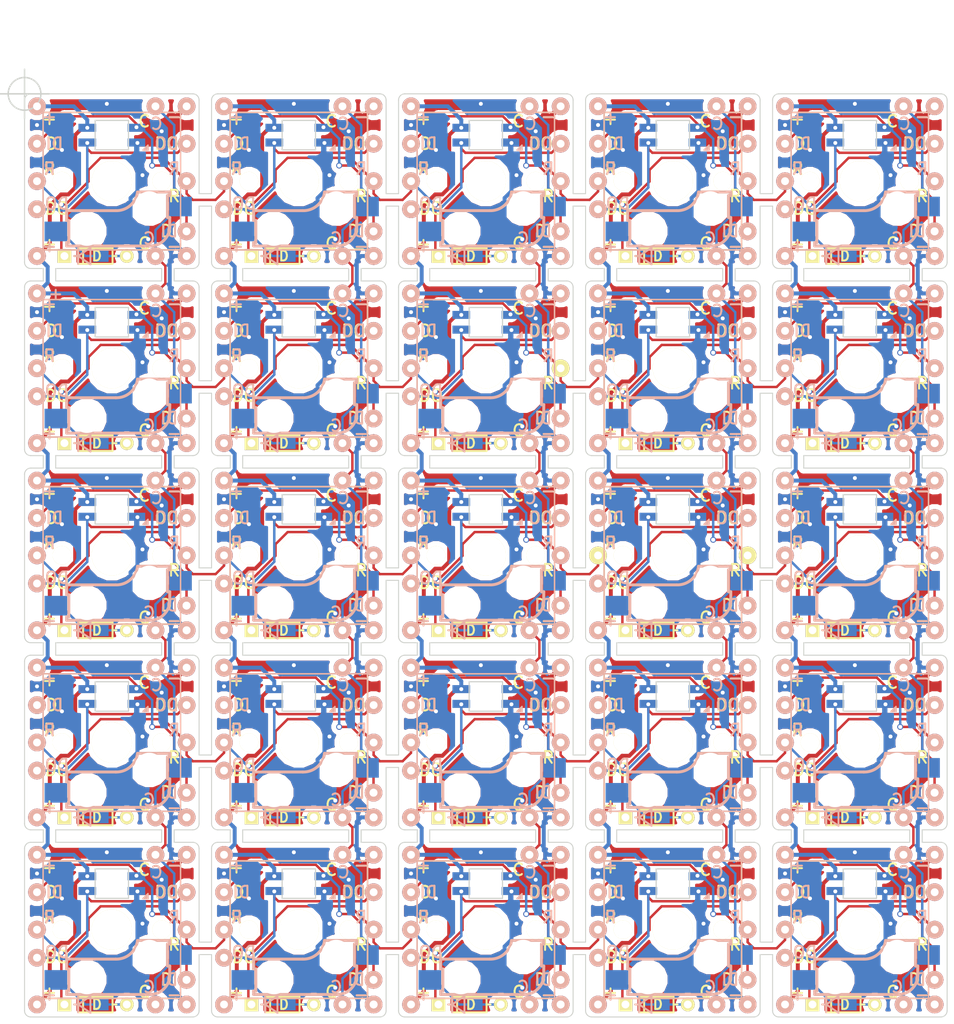
<source format=kicad_pcb>
(kicad_pcb (version 20171130) (host pcbnew 5.0.2-bee76a0~70~ubuntu18.04.1)
  (layers (0 F.Cu signal) (31 B.Cu signal) (34 B.Paste user) (35 F.Paste user) (36 B.SilkS user) (37 F.SilkS user hide) (38 B.Mask user) (39 F.Mask user) (44 Edge.Cuts user))
  (net 0 "")
  (net 1 /ROW0)
  (net 2 "Net-(D1-Pad2)")
  (net 3 "Net-(D2-Pad2)")
  (net 4 "Net-(D3-Pad2)")
  (net 5 "Net-(D4-Pad2)")
  (net 6 "Net-(D5-Pad2)")
  (net 7 /ROW1)
  (net 8 "Net-(D6-Pad2)")
  (net 9 "Net-(D7-Pad2)")
  (net 10 "Net-(D8-Pad2)")
  (net 11 "Net-(D9-Pad2)")
  (net 12 "Net-(D10-Pad2)")
  (net 13 /ROW2)
  (net 14 "Net-(D11-Pad2)")
  (net 15 "Net-(D12-Pad2)")
  (net 16 "Net-(D13-Pad2)")
  (net 17 "Net-(D14-Pad2)")
  (net 18 "Net-(D15-Pad2)")
  (net 19 /ROW3)
  (net 20 "Net-(D16-Pad2)")
  (net 21 "Net-(D17-Pad2)")
  (net 22 "Net-(D18-Pad2)")
  (net 23 "Net-(D19-Pad2)")
  (net 24 "Net-(D20-Pad2)")
  (net 25 /ROW4)
  (net 26 "Net-(D21-Pad2)")
  (net 27 "Net-(D22-Pad2)")
  (net 28 "Net-(D23-Pad2)")
  (net 29 "Net-(D24-Pad2)")
  (net 30 "Net-(D25-Pad2)")
  (net 31 "Net-(L1-Pad3)")
  (net 32 "Net-(L1-Pad1)")
  (net 33 GND)
  (net 34 /COL0)
  (net 35 /COL1)
  (net 36 /COL2)
  (net 37 /COL3)
  (net 38 /COL4)
  (net 39 VCC)
  (module keyboard:YS-SK6812MINI-E (layer B.Cu) (at 150.622 107.202 180)
    (fp_text reference L1 (at 0 -4.05 180) (layer B.SilkS) (effects (justify mirror)))
    (fp_text value SK6812MINI)
    (fp_line (start -1.7 1.5) (end -1.7 -1.5) (layer Edge.Cuts) (width 0.12))
    (fp_line (start -1.7 -1.5) (end 1.7 -1.5) (layer Edge.Cuts) (width 0.12))
    (fp_line (start 1.7 -1.5) (end 1.7 1.5) (layer Edge.Cuts) (width 0.12))
    (fp_line (start 1.7 1.5) (end -1.7 1.5) (layer Edge.Cuts) (width 0.12))
    (pad 4 smd rect (at -2.5 0.75 180) (size 1.8 0.82) (layers B.Cu B.Paste B.Mask) (net 31 "Net-(L1-Pad3)"))
    (pad 3 smd rect (at -2.5 -0.75 180) (size 1.8 0.82) (layers B.Cu B.Paste B.Mask) (net 33 GND))
    (pad 2 smd rect (at 2.5 -0.75 180) (size 1.8 0.82) (layers B.Cu B.Paste B.Mask) (net 32 "Net-(L1-Pad1)"))
    (pad 1 smd rect (at 2.5 0.75 180) (size 1.8 0.82) (layers B.Cu B.Paste B.Mask) (net 39 VCC))
  )
  (module keyboard:YS-SK6812MINI-E (layer B.Cu) (at 131.572 107.202 180)
    (fp_text reference L1 (at 0 -4.05 180) (layer B.SilkS) (effects (justify mirror)))
    (fp_text value SK6812MINI)
    (fp_line (start -1.7 1.5) (end -1.7 -1.5) (layer Edge.Cuts) (width 0.12))
    (fp_line (start -1.7 -1.5) (end 1.7 -1.5) (layer Edge.Cuts) (width 0.12))
    (fp_line (start 1.7 -1.5) (end 1.7 1.5) (layer Edge.Cuts) (width 0.12))
    (fp_line (start 1.7 1.5) (end -1.7 1.5) (layer Edge.Cuts) (width 0.12))
    (pad 4 smd rect (at -2.5 0.75 180) (size 1.8 0.82) (layers B.Cu B.Paste B.Mask) (net 31 "Net-(L1-Pad3)"))
    (pad 3 smd rect (at -2.5 -0.75 180) (size 1.8 0.82) (layers B.Cu B.Paste B.Mask) (net 33 GND))
    (pad 2 smd rect (at 2.5 -0.75 180) (size 1.8 0.82) (layers B.Cu B.Paste B.Mask) (net 32 "Net-(L1-Pad1)"))
    (pad 1 smd rect (at 2.5 0.75 180) (size 1.8 0.82) (layers B.Cu B.Paste B.Mask) (net 39 VCC))
  )
  (module keyboard:YS-SK6812MINI-E (layer B.Cu) (at 112.522 107.202 180)
    (fp_text reference L1 (at 0 -4.05 180) (layer B.SilkS) (effects (justify mirror)))
    (fp_text value SK6812MINI)
    (fp_line (start -1.7 1.5) (end -1.7 -1.5) (layer Edge.Cuts) (width 0.12))
    (fp_line (start -1.7 -1.5) (end 1.7 -1.5) (layer Edge.Cuts) (width 0.12))
    (fp_line (start 1.7 -1.5) (end 1.7 1.5) (layer Edge.Cuts) (width 0.12))
    (fp_line (start 1.7 1.5) (end -1.7 1.5) (layer Edge.Cuts) (width 0.12))
    (pad 4 smd rect (at -2.5 0.75 180) (size 1.8 0.82) (layers B.Cu B.Paste B.Mask) (net 31 "Net-(L1-Pad3)"))
    (pad 3 smd rect (at -2.5 -0.75 180) (size 1.8 0.82) (layers B.Cu B.Paste B.Mask) (net 33 GND))
    (pad 2 smd rect (at 2.5 -0.75 180) (size 1.8 0.82) (layers B.Cu B.Paste B.Mask) (net 32 "Net-(L1-Pad1)"))
    (pad 1 smd rect (at 2.5 0.75 180) (size 1.8 0.82) (layers B.Cu B.Paste B.Mask) (net 39 VCC))
  )
  (module keyboard:YS-SK6812MINI-E (layer B.Cu) (at 93.472 107.202 180)
    (fp_text reference L1 (at 0 -4.05 180) (layer B.SilkS) (effects (justify mirror)))
    (fp_text value SK6812MINI)
    (fp_line (start -1.7 1.5) (end -1.7 -1.5) (layer Edge.Cuts) (width 0.12))
    (fp_line (start -1.7 -1.5) (end 1.7 -1.5) (layer Edge.Cuts) (width 0.12))
    (fp_line (start 1.7 -1.5) (end 1.7 1.5) (layer Edge.Cuts) (width 0.12))
    (fp_line (start 1.7 1.5) (end -1.7 1.5) (layer Edge.Cuts) (width 0.12))
    (pad 4 smd rect (at -2.5 0.75 180) (size 1.8 0.82) (layers B.Cu B.Paste B.Mask) (net 31 "Net-(L1-Pad3)"))
    (pad 3 smd rect (at -2.5 -0.75 180) (size 1.8 0.82) (layers B.Cu B.Paste B.Mask) (net 33 GND))
    (pad 2 smd rect (at 2.5 -0.75 180) (size 1.8 0.82) (layers B.Cu B.Paste B.Mask) (net 32 "Net-(L1-Pad1)"))
    (pad 1 smd rect (at 2.5 0.75 180) (size 1.8 0.82) (layers B.Cu B.Paste B.Mask) (net 39 VCC))
  )
  (module keyboard:YS-SK6812MINI-E (layer B.Cu) (at 74.422 107.202 180)
    (fp_text reference L1 (at 0 -4.05 180) (layer B.SilkS) (effects (justify mirror)))
    (fp_text value SK6812MINI)
    (fp_line (start -1.7 1.5) (end -1.7 -1.5) (layer Edge.Cuts) (width 0.12))
    (fp_line (start -1.7 -1.5) (end 1.7 -1.5) (layer Edge.Cuts) (width 0.12))
    (fp_line (start 1.7 -1.5) (end 1.7 1.5) (layer Edge.Cuts) (width 0.12))
    (fp_line (start 1.7 1.5) (end -1.7 1.5) (layer Edge.Cuts) (width 0.12))
    (pad 4 smd rect (at -2.5 0.75 180) (size 1.8 0.82) (layers B.Cu B.Paste B.Mask) (net 31 "Net-(L1-Pad3)"))
    (pad 3 smd rect (at -2.5 -0.75 180) (size 1.8 0.82) (layers B.Cu B.Paste B.Mask) (net 33 GND))
    (pad 2 smd rect (at 2.5 -0.75 180) (size 1.8 0.82) (layers B.Cu B.Paste B.Mask) (net 32 "Net-(L1-Pad1)"))
    (pad 1 smd rect (at 2.5 0.75 180) (size 1.8 0.82) (layers B.Cu B.Paste B.Mask) (net 39 VCC))
  )
  (module keyboard:YS-SK6812MINI-E (layer B.Cu) (at 150.622 88.152 180)
    (fp_text reference L1 (at 0 -4.05 180) (layer B.SilkS) (effects (justify mirror)))
    (fp_text value SK6812MINI)
    (fp_line (start -1.7 1.5) (end -1.7 -1.5) (layer Edge.Cuts) (width 0.12))
    (fp_line (start -1.7 -1.5) (end 1.7 -1.5) (layer Edge.Cuts) (width 0.12))
    (fp_line (start 1.7 -1.5) (end 1.7 1.5) (layer Edge.Cuts) (width 0.12))
    (fp_line (start 1.7 1.5) (end -1.7 1.5) (layer Edge.Cuts) (width 0.12))
    (pad 4 smd rect (at -2.5 0.75 180) (size 1.8 0.82) (layers B.Cu B.Paste B.Mask) (net 31 "Net-(L1-Pad3)"))
    (pad 3 smd rect (at -2.5 -0.75 180) (size 1.8 0.82) (layers B.Cu B.Paste B.Mask) (net 33 GND))
    (pad 2 smd rect (at 2.5 -0.75 180) (size 1.8 0.82) (layers B.Cu B.Paste B.Mask) (net 32 "Net-(L1-Pad1)"))
    (pad 1 smd rect (at 2.5 0.75 180) (size 1.8 0.82) (layers B.Cu B.Paste B.Mask) (net 39 VCC))
  )
  (module keyboard:YS-SK6812MINI-E (layer B.Cu) (at 131.572 88.152 180)
    (fp_text reference L1 (at 0 -4.05 180) (layer B.SilkS) (effects (justify mirror)))
    (fp_text value SK6812MINI)
    (fp_line (start -1.7 1.5) (end -1.7 -1.5) (layer Edge.Cuts) (width 0.12))
    (fp_line (start -1.7 -1.5) (end 1.7 -1.5) (layer Edge.Cuts) (width 0.12))
    (fp_line (start 1.7 -1.5) (end 1.7 1.5) (layer Edge.Cuts) (width 0.12))
    (fp_line (start 1.7 1.5) (end -1.7 1.5) (layer Edge.Cuts) (width 0.12))
    (pad 4 smd rect (at -2.5 0.75 180) (size 1.8 0.82) (layers B.Cu B.Paste B.Mask) (net 31 "Net-(L1-Pad3)"))
    (pad 3 smd rect (at -2.5 -0.75 180) (size 1.8 0.82) (layers B.Cu B.Paste B.Mask) (net 33 GND))
    (pad 2 smd rect (at 2.5 -0.75 180) (size 1.8 0.82) (layers B.Cu B.Paste B.Mask) (net 32 "Net-(L1-Pad1)"))
    (pad 1 smd rect (at 2.5 0.75 180) (size 1.8 0.82) (layers B.Cu B.Paste B.Mask) (net 39 VCC))
  )
  (module keyboard:YS-SK6812MINI-E (layer B.Cu) (at 112.522 88.152 180)
    (fp_text reference L1 (at 0 -4.05 180) (layer B.SilkS) (effects (justify mirror)))
    (fp_text value SK6812MINI)
    (fp_line (start -1.7 1.5) (end -1.7 -1.5) (layer Edge.Cuts) (width 0.12))
    (fp_line (start -1.7 -1.5) (end 1.7 -1.5) (layer Edge.Cuts) (width 0.12))
    (fp_line (start 1.7 -1.5) (end 1.7 1.5) (layer Edge.Cuts) (width 0.12))
    (fp_line (start 1.7 1.5) (end -1.7 1.5) (layer Edge.Cuts) (width 0.12))
    (pad 4 smd rect (at -2.5 0.75 180) (size 1.8 0.82) (layers B.Cu B.Paste B.Mask) (net 31 "Net-(L1-Pad3)"))
    (pad 3 smd rect (at -2.5 -0.75 180) (size 1.8 0.82) (layers B.Cu B.Paste B.Mask) (net 33 GND))
    (pad 2 smd rect (at 2.5 -0.75 180) (size 1.8 0.82) (layers B.Cu B.Paste B.Mask) (net 32 "Net-(L1-Pad1)"))
    (pad 1 smd rect (at 2.5 0.75 180) (size 1.8 0.82) (layers B.Cu B.Paste B.Mask) (net 39 VCC))
  )
  (module keyboard:YS-SK6812MINI-E (layer B.Cu) (at 93.472 88.152 180)
    (fp_text reference L1 (at 0 -4.05 180) (layer B.SilkS) (effects (justify mirror)))
    (fp_text value SK6812MINI)
    (fp_line (start -1.7 1.5) (end -1.7 -1.5) (layer Edge.Cuts) (width 0.12))
    (fp_line (start -1.7 -1.5) (end 1.7 -1.5) (layer Edge.Cuts) (width 0.12))
    (fp_line (start 1.7 -1.5) (end 1.7 1.5) (layer Edge.Cuts) (width 0.12))
    (fp_line (start 1.7 1.5) (end -1.7 1.5) (layer Edge.Cuts) (width 0.12))
    (pad 4 smd rect (at -2.5 0.75 180) (size 1.8 0.82) (layers B.Cu B.Paste B.Mask) (net 31 "Net-(L1-Pad3)"))
    (pad 3 smd rect (at -2.5 -0.75 180) (size 1.8 0.82) (layers B.Cu B.Paste B.Mask) (net 33 GND))
    (pad 2 smd rect (at 2.5 -0.75 180) (size 1.8 0.82) (layers B.Cu B.Paste B.Mask) (net 32 "Net-(L1-Pad1)"))
    (pad 1 smd rect (at 2.5 0.75 180) (size 1.8 0.82) (layers B.Cu B.Paste B.Mask) (net 39 VCC))
  )
  (module keyboard:YS-SK6812MINI-E (layer B.Cu) (at 74.422 88.152 180)
    (fp_text reference L1 (at 0 -4.05 180) (layer B.SilkS) (effects (justify mirror)))
    (fp_text value SK6812MINI)
    (fp_line (start -1.7 1.5) (end -1.7 -1.5) (layer Edge.Cuts) (width 0.12))
    (fp_line (start -1.7 -1.5) (end 1.7 -1.5) (layer Edge.Cuts) (width 0.12))
    (fp_line (start 1.7 -1.5) (end 1.7 1.5) (layer Edge.Cuts) (width 0.12))
    (fp_line (start 1.7 1.5) (end -1.7 1.5) (layer Edge.Cuts) (width 0.12))
    (pad 4 smd rect (at -2.5 0.75 180) (size 1.8 0.82) (layers B.Cu B.Paste B.Mask) (net 31 "Net-(L1-Pad3)"))
    (pad 3 smd rect (at -2.5 -0.75 180) (size 1.8 0.82) (layers B.Cu B.Paste B.Mask) (net 33 GND))
    (pad 2 smd rect (at 2.5 -0.75 180) (size 1.8 0.82) (layers B.Cu B.Paste B.Mask) (net 32 "Net-(L1-Pad1)"))
    (pad 1 smd rect (at 2.5 0.75 180) (size 1.8 0.82) (layers B.Cu B.Paste B.Mask) (net 39 VCC))
  )
  (module keyboard:YS-SK6812MINI-E (layer B.Cu) (at 150.622 69.102 180)
    (fp_text reference L1 (at 0 -4.05 180) (layer B.SilkS) (effects (justify mirror)))
    (fp_text value SK6812MINI)
    (fp_line (start -1.7 1.5) (end -1.7 -1.5) (layer Edge.Cuts) (width 0.12))
    (fp_line (start -1.7 -1.5) (end 1.7 -1.5) (layer Edge.Cuts) (width 0.12))
    (fp_line (start 1.7 -1.5) (end 1.7 1.5) (layer Edge.Cuts) (width 0.12))
    (fp_line (start 1.7 1.5) (end -1.7 1.5) (layer Edge.Cuts) (width 0.12))
    (pad 4 smd rect (at -2.5 0.75 180) (size 1.8 0.82) (layers B.Cu B.Paste B.Mask) (net 31 "Net-(L1-Pad3)"))
    (pad 3 smd rect (at -2.5 -0.75 180) (size 1.8 0.82) (layers B.Cu B.Paste B.Mask) (net 33 GND))
    (pad 2 smd rect (at 2.5 -0.75 180) (size 1.8 0.82) (layers B.Cu B.Paste B.Mask) (net 32 "Net-(L1-Pad1)"))
    (pad 1 smd rect (at 2.5 0.75 180) (size 1.8 0.82) (layers B.Cu B.Paste B.Mask) (net 39 VCC))
  )
  (module keyboard:YS-SK6812MINI-E (layer B.Cu) (at 131.572 69.102 180)
    (fp_text reference L1 (at 0 -4.05 180) (layer B.SilkS) (effects (justify mirror)))
    (fp_text value SK6812MINI)
    (fp_line (start -1.7 1.5) (end -1.7 -1.5) (layer Edge.Cuts) (width 0.12))
    (fp_line (start -1.7 -1.5) (end 1.7 -1.5) (layer Edge.Cuts) (width 0.12))
    (fp_line (start 1.7 -1.5) (end 1.7 1.5) (layer Edge.Cuts) (width 0.12))
    (fp_line (start 1.7 1.5) (end -1.7 1.5) (layer Edge.Cuts) (width 0.12))
    (pad 4 smd rect (at -2.5 0.75 180) (size 1.8 0.82) (layers B.Cu B.Paste B.Mask) (net 31 "Net-(L1-Pad3)"))
    (pad 3 smd rect (at -2.5 -0.75 180) (size 1.8 0.82) (layers B.Cu B.Paste B.Mask) (net 33 GND))
    (pad 2 smd rect (at 2.5 -0.75 180) (size 1.8 0.82) (layers B.Cu B.Paste B.Mask) (net 32 "Net-(L1-Pad1)"))
    (pad 1 smd rect (at 2.5 0.75 180) (size 1.8 0.82) (layers B.Cu B.Paste B.Mask) (net 39 VCC))
  )
  (module keyboard:YS-SK6812MINI-E (layer B.Cu) (at 112.522 69.102 180)
    (fp_text reference L1 (at 0 -4.05 180) (layer B.SilkS) (effects (justify mirror)))
    (fp_text value SK6812MINI)
    (fp_line (start -1.7 1.5) (end -1.7 -1.5) (layer Edge.Cuts) (width 0.12))
    (fp_line (start -1.7 -1.5) (end 1.7 -1.5) (layer Edge.Cuts) (width 0.12))
    (fp_line (start 1.7 -1.5) (end 1.7 1.5) (layer Edge.Cuts) (width 0.12))
    (fp_line (start 1.7 1.5) (end -1.7 1.5) (layer Edge.Cuts) (width 0.12))
    (pad 4 smd rect (at -2.5 0.75 180) (size 1.8 0.82) (layers B.Cu B.Paste B.Mask) (net 31 "Net-(L1-Pad3)"))
    (pad 3 smd rect (at -2.5 -0.75 180) (size 1.8 0.82) (layers B.Cu B.Paste B.Mask) (net 33 GND))
    (pad 2 smd rect (at 2.5 -0.75 180) (size 1.8 0.82) (layers B.Cu B.Paste B.Mask) (net 32 "Net-(L1-Pad1)"))
    (pad 1 smd rect (at 2.5 0.75 180) (size 1.8 0.82) (layers B.Cu B.Paste B.Mask) (net 39 VCC))
  )
  (module keyboard:YS-SK6812MINI-E (layer B.Cu) (at 93.472 69.102 180)
    (fp_text reference L1 (at 0 -4.05 180) (layer B.SilkS) (effects (justify mirror)))
    (fp_text value SK6812MINI)
    (fp_line (start -1.7 1.5) (end -1.7 -1.5) (layer Edge.Cuts) (width 0.12))
    (fp_line (start -1.7 -1.5) (end 1.7 -1.5) (layer Edge.Cuts) (width 0.12))
    (fp_line (start 1.7 -1.5) (end 1.7 1.5) (layer Edge.Cuts) (width 0.12))
    (fp_line (start 1.7 1.5) (end -1.7 1.5) (layer Edge.Cuts) (width 0.12))
    (pad 4 smd rect (at -2.5 0.75 180) (size 1.8 0.82) (layers B.Cu B.Paste B.Mask) (net 31 "Net-(L1-Pad3)"))
    (pad 3 smd rect (at -2.5 -0.75 180) (size 1.8 0.82) (layers B.Cu B.Paste B.Mask) (net 33 GND))
    (pad 2 smd rect (at 2.5 -0.75 180) (size 1.8 0.82) (layers B.Cu B.Paste B.Mask) (net 32 "Net-(L1-Pad1)"))
    (pad 1 smd rect (at 2.5 0.75 180) (size 1.8 0.82) (layers B.Cu B.Paste B.Mask) (net 39 VCC))
  )
  (module keyboard:YS-SK6812MINI-E (layer B.Cu) (at 74.422 69.102 180)
    (fp_text reference L1 (at 0 -4.05 180) (layer B.SilkS) (effects (justify mirror)))
    (fp_text value SK6812MINI)
    (fp_line (start -1.7 1.5) (end -1.7 -1.5) (layer Edge.Cuts) (width 0.12))
    (fp_line (start -1.7 -1.5) (end 1.7 -1.5) (layer Edge.Cuts) (width 0.12))
    (fp_line (start 1.7 -1.5) (end 1.7 1.5) (layer Edge.Cuts) (width 0.12))
    (fp_line (start 1.7 1.5) (end -1.7 1.5) (layer Edge.Cuts) (width 0.12))
    (pad 4 smd rect (at -2.5 0.75 180) (size 1.8 0.82) (layers B.Cu B.Paste B.Mask) (net 31 "Net-(L1-Pad3)"))
    (pad 3 smd rect (at -2.5 -0.75 180) (size 1.8 0.82) (layers B.Cu B.Paste B.Mask) (net 33 GND))
    (pad 2 smd rect (at 2.5 -0.75 180) (size 1.8 0.82) (layers B.Cu B.Paste B.Mask) (net 32 "Net-(L1-Pad1)"))
    (pad 1 smd rect (at 2.5 0.75 180) (size 1.8 0.82) (layers B.Cu B.Paste B.Mask) (net 39 VCC))
  )
  (module keyboard:YS-SK6812MINI-E (layer B.Cu) (at 150.622 50.052 180)
    (fp_text reference L1 (at 0 -4.05 180) (layer B.SilkS) (effects (justify mirror)))
    (fp_text value SK6812MINI)
    (fp_line (start -1.7 1.5) (end -1.7 -1.5) (layer Edge.Cuts) (width 0.12))
    (fp_line (start -1.7 -1.5) (end 1.7 -1.5) (layer Edge.Cuts) (width 0.12))
    (fp_line (start 1.7 -1.5) (end 1.7 1.5) (layer Edge.Cuts) (width 0.12))
    (fp_line (start 1.7 1.5) (end -1.7 1.5) (layer Edge.Cuts) (width 0.12))
    (pad 4 smd rect (at -2.5 0.75 180) (size 1.8 0.82) (layers B.Cu B.Paste B.Mask) (net 31 "Net-(L1-Pad3)"))
    (pad 3 smd rect (at -2.5 -0.75 180) (size 1.8 0.82) (layers B.Cu B.Paste B.Mask) (net 33 GND))
    (pad 2 smd rect (at 2.5 -0.75 180) (size 1.8 0.82) (layers B.Cu B.Paste B.Mask) (net 32 "Net-(L1-Pad1)"))
    (pad 1 smd rect (at 2.5 0.75 180) (size 1.8 0.82) (layers B.Cu B.Paste B.Mask) (net 39 VCC))
  )
  (module keyboard:YS-SK6812MINI-E (layer B.Cu) (at 131.572 50.052 180)
    (fp_text reference L1 (at 0 -4.05 180) (layer B.SilkS) (effects (justify mirror)))
    (fp_text value SK6812MINI)
    (fp_line (start -1.7 1.5) (end -1.7 -1.5) (layer Edge.Cuts) (width 0.12))
    (fp_line (start -1.7 -1.5) (end 1.7 -1.5) (layer Edge.Cuts) (width 0.12))
    (fp_line (start 1.7 -1.5) (end 1.7 1.5) (layer Edge.Cuts) (width 0.12))
    (fp_line (start 1.7 1.5) (end -1.7 1.5) (layer Edge.Cuts) (width 0.12))
    (pad 4 smd rect (at -2.5 0.75 180) (size 1.8 0.82) (layers B.Cu B.Paste B.Mask) (net 31 "Net-(L1-Pad3)"))
    (pad 3 smd rect (at -2.5 -0.75 180) (size 1.8 0.82) (layers B.Cu B.Paste B.Mask) (net 33 GND))
    (pad 2 smd rect (at 2.5 -0.75 180) (size 1.8 0.82) (layers B.Cu B.Paste B.Mask) (net 32 "Net-(L1-Pad1)"))
    (pad 1 smd rect (at 2.5 0.75 180) (size 1.8 0.82) (layers B.Cu B.Paste B.Mask) (net 39 VCC))
  )
  (module keyboard:YS-SK6812MINI-E (layer B.Cu) (at 112.522 50.052 180)
    (fp_text reference L1 (at 0 -4.05 180) (layer B.SilkS) (effects (justify mirror)))
    (fp_text value SK6812MINI)
    (fp_line (start -1.7 1.5) (end -1.7 -1.5) (layer Edge.Cuts) (width 0.12))
    (fp_line (start -1.7 -1.5) (end 1.7 -1.5) (layer Edge.Cuts) (width 0.12))
    (fp_line (start 1.7 -1.5) (end 1.7 1.5) (layer Edge.Cuts) (width 0.12))
    (fp_line (start 1.7 1.5) (end -1.7 1.5) (layer Edge.Cuts) (width 0.12))
    (pad 4 smd rect (at -2.5 0.75 180) (size 1.8 0.82) (layers B.Cu B.Paste B.Mask) (net 31 "Net-(L1-Pad3)"))
    (pad 3 smd rect (at -2.5 -0.75 180) (size 1.8 0.82) (layers B.Cu B.Paste B.Mask) (net 33 GND))
    (pad 2 smd rect (at 2.5 -0.75 180) (size 1.8 0.82) (layers B.Cu B.Paste B.Mask) (net 32 "Net-(L1-Pad1)"))
    (pad 1 smd rect (at 2.5 0.75 180) (size 1.8 0.82) (layers B.Cu B.Paste B.Mask) (net 39 VCC))
  )
  (module keyboard:YS-SK6812MINI-E (layer B.Cu) (at 93.472 50.052 180)
    (fp_text reference L1 (at 0 -4.05 180) (layer B.SilkS) (effects (justify mirror)))
    (fp_text value SK6812MINI)
    (fp_line (start -1.7 1.5) (end -1.7 -1.5) (layer Edge.Cuts) (width 0.12))
    (fp_line (start -1.7 -1.5) (end 1.7 -1.5) (layer Edge.Cuts) (width 0.12))
    (fp_line (start 1.7 -1.5) (end 1.7 1.5) (layer Edge.Cuts) (width 0.12))
    (fp_line (start 1.7 1.5) (end -1.7 1.5) (layer Edge.Cuts) (width 0.12))
    (pad 4 smd rect (at -2.5 0.75 180) (size 1.8 0.82) (layers B.Cu B.Paste B.Mask) (net 31 "Net-(L1-Pad3)"))
    (pad 3 smd rect (at -2.5 -0.75 180) (size 1.8 0.82) (layers B.Cu B.Paste B.Mask) (net 33 GND))
    (pad 2 smd rect (at 2.5 -0.75 180) (size 1.8 0.82) (layers B.Cu B.Paste B.Mask) (net 32 "Net-(L1-Pad1)"))
    (pad 1 smd rect (at 2.5 0.75 180) (size 1.8 0.82) (layers B.Cu B.Paste B.Mask) (net 39 VCC))
  )
  (module keyboard:YS-SK6812MINI-E (layer B.Cu) (at 74.422 50.052 180)
    (fp_text reference L1 (at 0 -4.05 180) (layer B.SilkS) (effects (justify mirror)))
    (fp_text value SK6812MINI)
    (fp_line (start -1.7 1.5) (end -1.7 -1.5) (layer Edge.Cuts) (width 0.12))
    (fp_line (start -1.7 -1.5) (end 1.7 -1.5) (layer Edge.Cuts) (width 0.12))
    (fp_line (start 1.7 -1.5) (end 1.7 1.5) (layer Edge.Cuts) (width 0.12))
    (fp_line (start 1.7 1.5) (end -1.7 1.5) (layer Edge.Cuts) (width 0.12))
    (pad 4 smd rect (at -2.5 0.75 180) (size 1.8 0.82) (layers B.Cu B.Paste B.Mask) (net 31 "Net-(L1-Pad3)"))
    (pad 3 smd rect (at -2.5 -0.75 180) (size 1.8 0.82) (layers B.Cu B.Paste B.Mask) (net 33 GND))
    (pad 2 smd rect (at 2.5 -0.75 180) (size 1.8 0.82) (layers B.Cu B.Paste B.Mask) (net 32 "Net-(L1-Pad1)"))
    (pad 1 smd rect (at 2.5 0.75 180) (size 1.8 0.82) (layers B.Cu B.Paste B.Mask) (net 39 VCC))
  )
  (module keyboard:YS-SK6812MINI-E (layer B.Cu) (at 150.622 31.002 180)
    (fp_text reference L1 (at 0 -4.05 180) (layer B.SilkS) (effects (justify mirror)))
    (fp_text value SK6812MINI)
    (fp_line (start -1.7 1.5) (end -1.7 -1.5) (layer Edge.Cuts) (width 0.12))
    (fp_line (start -1.7 -1.5) (end 1.7 -1.5) (layer Edge.Cuts) (width 0.12))
    (fp_line (start 1.7 -1.5) (end 1.7 1.5) (layer Edge.Cuts) (width 0.12))
    (fp_line (start 1.7 1.5) (end -1.7 1.5) (layer Edge.Cuts) (width 0.12))
    (pad 4 smd rect (at -2.5 0.75 180) (size 1.8 0.82) (layers B.Cu B.Paste B.Mask) (net 31 "Net-(L1-Pad3)"))
    (pad 3 smd rect (at -2.5 -0.75 180) (size 1.8 0.82) (layers B.Cu B.Paste B.Mask) (net 33 GND))
    (pad 2 smd rect (at 2.5 -0.75 180) (size 1.8 0.82) (layers B.Cu B.Paste B.Mask) (net 32 "Net-(L1-Pad1)"))
    (pad 1 smd rect (at 2.5 0.75 180) (size 1.8 0.82) (layers B.Cu B.Paste B.Mask) (net 39 VCC))
  )
  (module keyboard:YS-SK6812MINI-E (layer B.Cu) (at 131.572 31.002 180)
    (fp_text reference L1 (at 0 -4.05 180) (layer B.SilkS) (effects (justify mirror)))
    (fp_text value SK6812MINI)
    (fp_line (start -1.7 1.5) (end -1.7 -1.5) (layer Edge.Cuts) (width 0.12))
    (fp_line (start -1.7 -1.5) (end 1.7 -1.5) (layer Edge.Cuts) (width 0.12))
    (fp_line (start 1.7 -1.5) (end 1.7 1.5) (layer Edge.Cuts) (width 0.12))
    (fp_line (start 1.7 1.5) (end -1.7 1.5) (layer Edge.Cuts) (width 0.12))
    (pad 4 smd rect (at -2.5 0.75 180) (size 1.8 0.82) (layers B.Cu B.Paste B.Mask) (net 31 "Net-(L1-Pad3)"))
    (pad 3 smd rect (at -2.5 -0.75 180) (size 1.8 0.82) (layers B.Cu B.Paste B.Mask) (net 33 GND))
    (pad 2 smd rect (at 2.5 -0.75 180) (size 1.8 0.82) (layers B.Cu B.Paste B.Mask) (net 32 "Net-(L1-Pad1)"))
    (pad 1 smd rect (at 2.5 0.75 180) (size 1.8 0.82) (layers B.Cu B.Paste B.Mask) (net 39 VCC))
  )
  (module keyboard:YS-SK6812MINI-E (layer B.Cu) (at 112.522 31.002 180)
    (fp_text reference L1 (at 0 -4.05 180) (layer B.SilkS) (effects (justify mirror)))
    (fp_text value SK6812MINI)
    (fp_line (start -1.7 1.5) (end -1.7 -1.5) (layer Edge.Cuts) (width 0.12))
    (fp_line (start -1.7 -1.5) (end 1.7 -1.5) (layer Edge.Cuts) (width 0.12))
    (fp_line (start 1.7 -1.5) (end 1.7 1.5) (layer Edge.Cuts) (width 0.12))
    (fp_line (start 1.7 1.5) (end -1.7 1.5) (layer Edge.Cuts) (width 0.12))
    (pad 4 smd rect (at -2.5 0.75 180) (size 1.8 0.82) (layers B.Cu B.Paste B.Mask) (net 31 "Net-(L1-Pad3)"))
    (pad 3 smd rect (at -2.5 -0.75 180) (size 1.8 0.82) (layers B.Cu B.Paste B.Mask) (net 33 GND))
    (pad 2 smd rect (at 2.5 -0.75 180) (size 1.8 0.82) (layers B.Cu B.Paste B.Mask) (net 32 "Net-(L1-Pad1)"))
    (pad 1 smd rect (at 2.5 0.75 180) (size 1.8 0.82) (layers B.Cu B.Paste B.Mask) (net 39 VCC))
  )
  (module keyboard:YS-SK6812MINI-E (layer B.Cu) (at 93.472 31.002 180)
    (fp_text reference L1 (at 0 -4.05 180) (layer B.SilkS) (effects (justify mirror)))
    (fp_text value SK6812MINI)
    (fp_line (start -1.7 1.5) (end -1.7 -1.5) (layer Edge.Cuts) (width 0.12))
    (fp_line (start -1.7 -1.5) (end 1.7 -1.5) (layer Edge.Cuts) (width 0.12))
    (fp_line (start 1.7 -1.5) (end 1.7 1.5) (layer Edge.Cuts) (width 0.12))
    (fp_line (start 1.7 1.5) (end -1.7 1.5) (layer Edge.Cuts) (width 0.12))
    (pad 4 smd rect (at -2.5 0.75 180) (size 1.8 0.82) (layers B.Cu B.Paste B.Mask) (net 31 "Net-(L1-Pad3)"))
    (pad 3 smd rect (at -2.5 -0.75 180) (size 1.8 0.82) (layers B.Cu B.Paste B.Mask) (net 33 GND))
    (pad 2 smd rect (at 2.5 -0.75 180) (size 1.8 0.82) (layers B.Cu B.Paste B.Mask) (net 32 "Net-(L1-Pad1)"))
    (pad 1 smd rect (at 2.5 0.75 180) (size 1.8 0.82) (layers B.Cu B.Paste B.Mask) (net 39 VCC))
  )
  (module keyboard:YS-SK6812MINI-E (layer B.Cu) (at 74.422 31.002 180)
    (fp_text reference L1 (at 0 -4.05 180) (layer B.SilkS) (effects (justify mirror)))
    (fp_text value SK6812MINI)
    (fp_line (start -1.7 1.5) (end -1.7 -1.5) (layer Edge.Cuts) (width 0.12))
    (fp_line (start -1.7 -1.5) (end 1.7 -1.5) (layer Edge.Cuts) (width 0.12))
    (fp_line (start 1.7 -1.5) (end 1.7 1.5) (layer Edge.Cuts) (width 0.12))
    (fp_line (start 1.7 1.5) (end -1.7 1.5) (layer Edge.Cuts) (width 0.12))
    (pad 4 smd rect (at -2.5 0.75 180) (size 1.8 0.82) (layers B.Cu B.Paste B.Mask) (net 31 "Net-(L1-Pad3)"))
    (pad 3 smd rect (at -2.5 -0.75 180) (size 1.8 0.82) (layers B.Cu B.Paste B.Mask) (net 33 GND))
    (pad 2 smd rect (at 2.5 -0.75 180) (size 1.8 0.82) (layers B.Cu B.Paste B.Mask) (net 32 "Net-(L1-Pad1)"))
    (pad 1 smd rect (at 2.5 0.75 180) (size 1.8 0.82) (layers B.Cu B.Paste B.Mask) (net 39 VCC))
  )
  (module keyboard:D3_hybrid_common_hole (layer F.Cu) (at 145.796 81.407)
    (fp_text reference D (at 3.302 0) (layer F.SilkS) (effects (font (thickness 0.2))))
    (fp_text value D hide)
    (pad 2 smd rect (at 3.7 0) (size 1.6 1.2) (layers B.Cu B.Paste B.Mask) (net 18 "Net-(D15-Pad2)"))
    (pad 2 thru_hole circle (at 6.35 0) (size 1.4 1.4) (drill 0.8) (layers *.Cu *.Mask F.SilkS) (net 18 "Net-(D15-Pad2)"))
    (pad 1 thru_hole rect (at 0 0) (size 1.4 1.4) (drill 0.8) (layers *.Cu *.Mask F.SilkS) (net 13 /ROW2))
  )
  (module keyboard:CherryMX_Hotswap_single (layer F.Cu) (at 131.572 92.837 180)
    (fp_text reference SW19 hide)
    (fp_text value SW_PUSH hide)
    (pad 1 smd rect (at -7 -2.58) (size 2.3 2) (layers B.Cu B.Paste B.Mask) (net 37 /COL3))
    (pad "" np_thru_hole circle (at -3.81 -2.54) (size 3 3) (drill 3) (layers *.Cu *.Mask))
    (pad "" np_thru_hole circle (at 2.54 -5.08) (size 3 3) (drill 3) (layers *.Cu *.Mask))
    (pad "" np_thru_hole circle (at 0 0 270) (size 4.1 4.1) (drill 4.1) (layers *.Cu *.Mask F.SilkS))
    (pad "" np_thru_hole circle (at 5.08 0 180) (size 1.9 1.9) (drill 1.9) (layers *.Cu *.Mask F.SilkS))
    (pad "" np_thru_hole circle (at -5.08 0 180) (size 1.9 1.9) (drill 1.9) (layers *.Cu *.Mask F.SilkS))
    (pad 2 smd rect (at 5.7 -5.12) (size 2.3 2) (layers B.Cu B.Paste B.Mask) (net 23 "Net-(D19-Pad2)"))
  )
  (module keyboard:CherryMX_Hotswap_single (layer F.Cu) (at 150.622 73.787 180)
    (fp_text reference SW15 hide)
    (fp_text value SW_PUSH hide)
    (pad 1 smd rect (at -7 -2.58) (size 2.3 2) (layers B.Cu B.Paste B.Mask) (net 38 /COL4))
    (pad "" np_thru_hole circle (at -3.81 -2.54) (size 3 3) (drill 3) (layers *.Cu *.Mask))
    (pad "" np_thru_hole circle (at 2.54 -5.08) (size 3 3) (drill 3) (layers *.Cu *.Mask))
    (pad "" np_thru_hole circle (at 0 0 270) (size 4.1 4.1) (drill 4.1) (layers *.Cu *.Mask F.SilkS))
    (pad "" np_thru_hole circle (at 5.08 0 180) (size 1.9 1.9) (drill 1.9) (layers *.Cu *.Mask F.SilkS))
    (pad "" np_thru_hole circle (at -5.08 0 180) (size 1.9 1.9) (drill 1.9) (layers *.Cu *.Mask F.SilkS))
    (pad 2 smd rect (at 5.7 -5.12) (size 2.3 2) (layers B.Cu B.Paste B.Mask) (net 18 "Net-(D15-Pad2)"))
  )
  (module keyboard:CherryMX_Hotswap_single (layer F.Cu) (at 131.572 54.737 180)
    (fp_text reference SW9 hide)
    (fp_text value SW_PUSH hide)
    (pad 1 smd rect (at -7 -2.58) (size 2.3 2) (layers B.Cu B.Paste B.Mask) (net 37 /COL3))
    (pad "" np_thru_hole circle (at -3.81 -2.54) (size 3 3) (drill 3) (layers *.Cu *.Mask))
    (pad "" np_thru_hole circle (at 2.54 -5.08) (size 3 3) (drill 3) (layers *.Cu *.Mask))
    (pad "" np_thru_hole circle (at 0 0 270) (size 4.1 4.1) (drill 4.1) (layers *.Cu *.Mask F.SilkS))
    (pad "" np_thru_hole circle (at 5.08 0 180) (size 1.9 1.9) (drill 1.9) (layers *.Cu *.Mask F.SilkS))
    (pad "" np_thru_hole circle (at -5.08 0 180) (size 1.9 1.9) (drill 1.9) (layers *.Cu *.Mask F.SilkS))
    (pad 2 smd rect (at 5.7 -5.12) (size 2.3 2) (layers B.Cu B.Paste B.Mask) (net 11 "Net-(D9-Pad2)"))
  )
  (module keyboard:CherryMX_Hotswap_single (layer F.Cu) (at 131.572 35.687 180)
    (fp_text reference SW4 hide)
    (fp_text value SW_PUSH hide)
    (pad 1 smd rect (at -7 -2.58) (size 2.3 2) (layers B.Cu B.Paste B.Mask) (net 37 /COL3))
    (pad "" np_thru_hole circle (at -3.81 -2.54) (size 3 3) (drill 3) (layers *.Cu *.Mask))
    (pad "" np_thru_hole circle (at 2.54 -5.08) (size 3 3) (drill 3) (layers *.Cu *.Mask))
    (pad "" np_thru_hole circle (at 0 0 270) (size 4.1 4.1) (drill 4.1) (layers *.Cu *.Mask F.SilkS))
    (pad "" np_thru_hole circle (at 5.08 0 180) (size 1.9 1.9) (drill 1.9) (layers *.Cu *.Mask F.SilkS))
    (pad "" np_thru_hole circle (at -5.08 0 180) (size 1.9 1.9) (drill 1.9) (layers *.Cu *.Mask F.SilkS))
    (pad 2 smd rect (at 5.7 -5.12) (size 2.3 2) (layers B.Cu B.Paste B.Mask) (net 5 "Net-(D4-Pad2)"))
  )
  (module keyboard:CherryMX_Hotswap_single (layer F.Cu) (at 131.572 73.787 180)
    (fp_text reference SW14 hide)
    (fp_text value SW_PUSH hide)
    (pad 1 smd rect (at -7 -2.58) (size 2.3 2) (layers B.Cu B.Paste B.Mask) (net 37 /COL3))
    (pad "" np_thru_hole circle (at -3.81 -2.54) (size 3 3) (drill 3) (layers *.Cu *.Mask))
    (pad "" np_thru_hole circle (at 2.54 -5.08) (size 3 3) (drill 3) (layers *.Cu *.Mask))
    (pad "" np_thru_hole circle (at 0 0 270) (size 4.1 4.1) (drill 4.1) (layers *.Cu *.Mask F.SilkS))
    (pad "" np_thru_hole circle (at 5.08 0 180) (size 1.9 1.9) (drill 1.9) (layers *.Cu *.Mask F.SilkS))
    (pad "" np_thru_hole circle (at -5.08 0 180) (size 1.9 1.9) (drill 1.9) (layers *.Cu *.Mask F.SilkS))
    (pad 2 smd rect (at 5.7 -5.12) (size 2.3 2) (layers B.Cu B.Paste B.Mask) (net 17 "Net-(D14-Pad2)"))
  )
  (module keyboard:CherryMX_Hotswap_single (layer F.Cu) (at 112.522 92.837 180)
    (fp_text reference SW18 hide)
    (fp_text value SW_PUSH hide)
    (pad 1 smd rect (at -7 -2.58) (size 2.3 2) (layers B.Cu B.Paste B.Mask) (net 36 /COL2))
    (pad "" np_thru_hole circle (at -3.81 -2.54) (size 3 3) (drill 3) (layers *.Cu *.Mask))
    (pad "" np_thru_hole circle (at 2.54 -5.08) (size 3 3) (drill 3) (layers *.Cu *.Mask))
    (pad "" np_thru_hole circle (at 0 0 270) (size 4.1 4.1) (drill 4.1) (layers *.Cu *.Mask F.SilkS))
    (pad "" np_thru_hole circle (at 5.08 0 180) (size 1.9 1.9) (drill 1.9) (layers *.Cu *.Mask F.SilkS))
    (pad "" np_thru_hole circle (at -5.08 0 180) (size 1.9 1.9) (drill 1.9) (layers *.Cu *.Mask F.SilkS))
    (pad 2 smd rect (at 5.7 -5.12) (size 2.3 2) (layers B.Cu B.Paste B.Mask) (net 22 "Net-(D18-Pad2)"))
  )
  (module keyboard:CherryMX_Hotswap_single (layer F.Cu) (at 74.422 111.887 180)
    (fp_text reference SW21 hide)
    (fp_text value SW_PUSH hide)
    (pad 1 smd rect (at -7 -2.58) (size 2.3 2) (layers B.Cu B.Paste B.Mask) (net 34 /COL0))
    (pad "" np_thru_hole circle (at -3.81 -2.54) (size 3 3) (drill 3) (layers *.Cu *.Mask))
    (pad "" np_thru_hole circle (at 2.54 -5.08) (size 3 3) (drill 3) (layers *.Cu *.Mask))
    (pad "" np_thru_hole circle (at 0 0 270) (size 4.1 4.1) (drill 4.1) (layers *.Cu *.Mask F.SilkS))
    (pad "" np_thru_hole circle (at 5.08 0 180) (size 1.9 1.9) (drill 1.9) (layers *.Cu *.Mask F.SilkS))
    (pad "" np_thru_hole circle (at -5.08 0 180) (size 1.9 1.9) (drill 1.9) (layers *.Cu *.Mask F.SilkS))
    (pad 2 smd rect (at 5.7 -5.12) (size 2.3 2) (layers B.Cu B.Paste B.Mask) (net 26 "Net-(D21-Pad2)"))
  )
  (module keyboard:D3_hybrid_common_hole (layer F.Cu) (at 88.646 62.357)
    (fp_text reference D (at 3.302 0) (layer F.SilkS) (effects (font (thickness 0.2))))
    (fp_text value D hide)
    (pad 1 thru_hole rect (at 0 0) (size 1.4 1.4) (drill 0.8) (layers *.Cu *.Mask F.SilkS) (net 7 /ROW1))
    (pad 2 thru_hole circle (at 6.35 0) (size 1.4 1.4) (drill 0.8) (layers *.Cu *.Mask F.SilkS) (net 9 "Net-(D7-Pad2)"))
    (pad 2 smd rect (at 3.7 0) (size 1.6 1.2) (layers B.Cu B.Paste B.Mask) (net 9 "Net-(D7-Pad2)"))
  )
  (module keyboard:D3_hybrid_common_hole (layer F.Cu) (at 107.696 62.357)
    (fp_text reference D (at 3.302 0) (layer F.SilkS) (effects (font (thickness 0.2))))
    (fp_text value D hide)
    (pad 1 thru_hole rect (at 0 0) (size 1.4 1.4) (drill 0.8) (layers *.Cu *.Mask F.SilkS) (net 7 /ROW1))
    (pad 2 thru_hole circle (at 6.35 0) (size 1.4 1.4) (drill 0.8) (layers *.Cu *.Mask F.SilkS) (net 10 "Net-(D8-Pad2)"))
    (pad 2 smd rect (at 3.7 0) (size 1.6 1.2) (layers B.Cu B.Paste B.Mask) (net 10 "Net-(D8-Pad2)"))
  )
  (module keyboard:D3_hybrid_common_hole (layer F.Cu) (at 145.796 62.357)
    (fp_text reference D (at 3.302 0) (layer F.SilkS) (effects (font (thickness 0.2))))
    (fp_text value D hide)
    (pad 1 thru_hole rect (at 0 0) (size 1.4 1.4) (drill 0.8) (layers *.Cu *.Mask F.SilkS) (net 7 /ROW1))
    (pad 2 thru_hole circle (at 6.35 0) (size 1.4 1.4) (drill 0.8) (layers *.Cu *.Mask F.SilkS) (net 12 "Net-(D10-Pad2)"))
    (pad 2 smd rect (at 3.7 0) (size 1.6 1.2) (layers B.Cu B.Paste B.Mask) (net 12 "Net-(D10-Pad2)"))
  )
  (module keyboard:CherryMX_Hotswap_single (layer F.Cu) (at 150.622 111.887 180)
    (fp_text reference SW20 hide)
    (fp_text value SW_PUSH hide)
    (pad 1 smd rect (at -7 -2.58) (size 2.3 2) (layers B.Cu B.Paste B.Mask) (net 38 /COL4))
    (pad "" np_thru_hole circle (at -3.81 -2.54) (size 3 3) (drill 3) (layers *.Cu *.Mask))
    (pad "" np_thru_hole circle (at 2.54 -5.08) (size 3 3) (drill 3) (layers *.Cu *.Mask))
    (pad "" np_thru_hole circle (at 0 0 270) (size 4.1 4.1) (drill 4.1) (layers *.Cu *.Mask F.SilkS))
    (pad "" np_thru_hole circle (at 5.08 0 180) (size 1.9 1.9) (drill 1.9) (layers *.Cu *.Mask F.SilkS))
    (pad "" np_thru_hole circle (at -5.08 0 180) (size 1.9 1.9) (drill 1.9) (layers *.Cu *.Mask F.SilkS))
    (pad 2 smd rect (at 5.7 -5.12) (size 2.3 2) (layers B.Cu B.Paste B.Mask) (net 30 "Net-(D25-Pad2)"))
  )
  (module keyboard:CherryMX_Hotswap_single (layer F.Cu) (at 93.472 73.787 180)
    (fp_text reference SW12 hide)
    (fp_text value SW_PUSH hide)
    (pad 1 smd rect (at -7 -2.58) (size 2.3 2) (layers B.Cu B.Paste B.Mask) (net 35 /COL1))
    (pad "" np_thru_hole circle (at -3.81 -2.54) (size 3 3) (drill 3) (layers *.Cu *.Mask))
    (pad "" np_thru_hole circle (at 2.54 -5.08) (size 3 3) (drill 3) (layers *.Cu *.Mask))
    (pad "" np_thru_hole circle (at 0 0 270) (size 4.1 4.1) (drill 4.1) (layers *.Cu *.Mask F.SilkS))
    (pad "" np_thru_hole circle (at 5.08 0 180) (size 1.9 1.9) (drill 1.9) (layers *.Cu *.Mask F.SilkS))
    (pad "" np_thru_hole circle (at -5.08 0 180) (size 1.9 1.9) (drill 1.9) (layers *.Cu *.Mask F.SilkS))
    (pad 2 smd rect (at 5.7 -5.12) (size 2.3 2) (layers B.Cu B.Paste B.Mask) (net 15 "Net-(D12-Pad2)"))
  )
  (module footprint:wirepad (layer B.Cu) (at 158.242 119.507)
    (fp_text reference REF** hide)
    (fp_text value "wire pad" hide)
    (pad 1 thru_hole circle (at 0 0) (size 1.8 1.8) (drill 0.8) (layers *.Cu *.Mask B.SilkS) (net 33 GND))
  )
  (module footprint:wirepad (layer B.Cu) (at 139.192 119.507)
    (fp_text reference REF** hide)
    (fp_text value "wire pad" hide)
    (pad 1 thru_hole circle (at 0 0) (size 1.8 1.8) (drill 0.8) (layers *.Cu *.Mask B.SilkS) (net 33 GND))
  )
  (module footprint:wirepad (layer B.Cu) (at 120.142 119.507)
    (fp_text reference REF** hide)
    (fp_text value "wire pad" hide)
    (pad 1 thru_hole circle (at 0 0) (size 1.8 1.8) (drill 0.8) (layers *.Cu *.Mask B.SilkS) (net 33 GND))
  )
  (module footprint:wirepad (layer B.Cu) (at 101.092 119.507)
    (fp_text reference REF** hide)
    (fp_text value "wire pad" hide)
    (pad 1 thru_hole circle (at 0 0) (size 1.8 1.8) (drill 0.8) (layers *.Cu *.Mask B.SilkS) (net 33 GND))
  )
  (module footprint:wirepad (layer B.Cu) (at 82.042 119.507)
    (fp_text reference REF** hide)
    (fp_text value "wire pad" hide)
    (pad 1 thru_hole circle (at 0 0) (size 1.8 1.8) (drill 0.8) (layers *.Cu *.Mask B.SilkS) (net 33 GND))
  )
  (module footprint:wirepad (layer B.Cu) (at 158.242 100.457)
    (fp_text reference REF** hide)
    (fp_text value "wire pad" hide)
    (pad 1 thru_hole circle (at 0 0) (size 1.8 1.8) (drill 0.8) (layers *.Cu *.Mask B.SilkS) (net 33 GND))
  )
  (module footprint:wirepad (layer B.Cu) (at 139.192 100.457)
    (fp_text reference REF** hide)
    (fp_text value "wire pad" hide)
    (pad 1 thru_hole circle (at 0 0) (size 1.8 1.8) (drill 0.8) (layers *.Cu *.Mask B.SilkS) (net 33 GND))
  )
  (module footprint:wirepad (layer B.Cu) (at 120.142 100.457)
    (fp_text reference REF** hide)
    (fp_text value "wire pad" hide)
    (pad 1 thru_hole circle (at 0 0) (size 1.8 1.8) (drill 0.8) (layers *.Cu *.Mask B.SilkS) (net 33 GND))
  )
  (module footprint:wirepad (layer B.Cu) (at 101.092 100.457)
    (fp_text reference REF** hide)
    (fp_text value "wire pad" hide)
    (pad 1 thru_hole circle (at 0 0) (size 1.8 1.8) (drill 0.8) (layers *.Cu *.Mask B.SilkS) (net 33 GND))
  )
  (module footprint:wirepad (layer B.Cu) (at 82.042 100.457)
    (fp_text reference REF** hide)
    (fp_text value "wire pad" hide)
    (pad 1 thru_hole circle (at 0 0) (size 1.8 1.8) (drill 0.8) (layers *.Cu *.Mask B.SilkS) (net 33 GND))
  )
  (module footprint:wirepad (layer B.Cu) (at 158.242 81.407)
    (fp_text reference REF** hide)
    (fp_text value "wire pad" hide)
    (pad 1 thru_hole circle (at 0 0) (size 1.8 1.8) (drill 0.8) (layers *.Cu *.Mask B.SilkS) (net 33 GND))
  )
  (module footprint:wirepad (layer B.Cu) (at 139.192 81.407)
    (fp_text reference REF** hide)
    (fp_text value "wire pad" hide)
    (pad 1 thru_hole circle (at 0 0) (size 1.8 1.8) (drill 0.8) (layers *.Cu *.Mask B.SilkS) (net 33 GND))
  )
  (module footprint:wirepad (layer B.Cu) (at 120.142 81.407)
    (fp_text reference REF** hide)
    (fp_text value "wire pad" hide)
    (pad 1 thru_hole circle (at 0 0) (size 1.8 1.8) (drill 0.8) (layers *.Cu *.Mask B.SilkS) (net 33 GND))
  )
  (module footprint:wirepad (layer B.Cu) (at 101.092 81.407)
    (fp_text reference REF** hide)
    (fp_text value "wire pad" hide)
    (pad 1 thru_hole circle (at 0 0) (size 1.8 1.8) (drill 0.8) (layers *.Cu *.Mask B.SilkS) (net 33 GND))
  )
  (module footprint:wirepad (layer B.Cu) (at 82.042 81.407)
    (fp_text reference REF** hide)
    (fp_text value "wire pad" hide)
    (pad 1 thru_hole circle (at 0 0) (size 1.8 1.8) (drill 0.8) (layers *.Cu *.Mask B.SilkS) (net 33 GND))
  )
  (module footprint:wirepad (layer B.Cu) (at 158.242 62.357)
    (fp_text reference REF** hide)
    (fp_text value "wire pad" hide)
    (pad 1 thru_hole circle (at 0 0) (size 1.8 1.8) (drill 0.8) (layers *.Cu *.Mask B.SilkS) (net 33 GND))
  )
  (module footprint:wirepad (layer B.Cu) (at 139.192 62.357)
    (fp_text reference REF** hide)
    (fp_text value "wire pad" hide)
    (pad 1 thru_hole circle (at 0 0) (size 1.8 1.8) (drill 0.8) (layers *.Cu *.Mask B.SilkS) (net 33 GND))
  )
  (module footprint:wirepad (layer B.Cu) (at 120.142 62.357)
    (fp_text reference REF** hide)
    (fp_text value "wire pad" hide)
    (pad 1 thru_hole circle (at 0 0) (size 1.8 1.8) (drill 0.8) (layers *.Cu *.Mask B.SilkS) (net 33 GND))
  )
  (module footprint:wirepad (layer B.Cu) (at 101.092 62.357)
    (fp_text reference REF** hide)
    (fp_text value "wire pad" hide)
    (pad 1 thru_hole circle (at 0 0) (size 1.8 1.8) (drill 0.8) (layers *.Cu *.Mask B.SilkS) (net 33 GND))
  )
  (module footprint:wirepad (layer B.Cu) (at 82.042 62.357)
    (fp_text reference REF** hide)
    (fp_text value "wire pad" hide)
    (pad 1 thru_hole circle (at 0 0) (size 1.8 1.8) (drill 0.8) (layers *.Cu *.Mask B.SilkS) (net 33 GND))
  )
  (module footprint:wirepad (layer B.Cu) (at 158.242 43.307)
    (fp_text reference REF** hide)
    (fp_text value "wire pad" hide)
    (pad 1 thru_hole circle (at 0 0) (size 1.8 1.8) (drill 0.8) (layers *.Cu *.Mask B.SilkS) (net 33 GND))
  )
  (module footprint:wirepad (layer B.Cu) (at 139.192 43.307)
    (fp_text reference REF** hide)
    (fp_text value "wire pad" hide)
    (pad 1 thru_hole circle (at 0 0) (size 1.8 1.8) (drill 0.8) (layers *.Cu *.Mask B.SilkS) (net 33 GND))
  )
  (module footprint:wirepad (layer B.Cu) (at 120.142 43.307)
    (fp_text reference REF** hide)
    (fp_text value "wire pad" hide)
    (pad 1 thru_hole circle (at 0 0) (size 1.8 1.8) (drill 0.8) (layers *.Cu *.Mask B.SilkS) (net 33 GND))
  )
  (module footprint:wirepad (layer B.Cu) (at 101.092 43.307)
    (fp_text reference REF** hide)
    (fp_text value "wire pad" hide)
    (pad 1 thru_hole circle (at 0 0) (size 1.8 1.8) (drill 0.8) (layers *.Cu *.Mask B.SilkS) (net 33 GND))
  )
  (module footprint:wirepad (layer B.Cu) (at 158.232 116.997)
    (fp_text reference REF** hide)
    (fp_text value "wire pad" hide)
    (pad 1 thru_hole circle (at 0 0) (size 1.8 1.8) (drill 0.8) (layers *.Cu *.Mask B.SilkS) (net 31 "Net-(L1-Pad3)"))
  )
  (module footprint:wirepad (layer B.Cu) (at 139.182 116.997)
    (fp_text reference REF** hide)
    (fp_text value "wire pad" hide)
    (pad 1 thru_hole circle (at 0 0) (size 1.8 1.8) (drill 0.8) (layers *.Cu *.Mask B.SilkS) (net 31 "Net-(L1-Pad3)"))
  )
  (module footprint:wirepad (layer B.Cu) (at 120.132 116.997)
    (fp_text reference REF** hide)
    (fp_text value "wire pad" hide)
    (pad 1 thru_hole circle (at 0 0) (size 1.8 1.8) (drill 0.8) (layers *.Cu *.Mask B.SilkS) (net 31 "Net-(L1-Pad3)"))
  )
  (module footprint:wirepad (layer B.Cu) (at 101.082 116.997)
    (fp_text reference REF** hide)
    (fp_text value "wire pad" hide)
    (pad 1 thru_hole circle (at 0 0) (size 1.8 1.8) (drill 0.8) (layers *.Cu *.Mask B.SilkS) (net 31 "Net-(L1-Pad3)"))
  )
  (module footprint:wirepad (layer B.Cu) (at 82.032 116.997)
    (fp_text reference REF** hide)
    (fp_text value "wire pad" hide)
    (pad 1 thru_hole circle (at 0 0) (size 1.8 1.8) (drill 0.8) (layers *.Cu *.Mask B.SilkS) (net 31 "Net-(L1-Pad3)"))
  )
  (module footprint:wirepad (layer B.Cu) (at 158.232 97.947)
    (fp_text reference REF** hide)
    (fp_text value "wire pad" hide)
    (pad 1 thru_hole circle (at 0 0) (size 1.8 1.8) (drill 0.8) (layers *.Cu *.Mask B.SilkS) (net 31 "Net-(L1-Pad3)"))
  )
  (module footprint:wirepad (layer B.Cu) (at 139.182 97.947)
    (fp_text reference REF** hide)
    (fp_text value "wire pad" hide)
    (pad 1 thru_hole circle (at 0 0) (size 1.8 1.8) (drill 0.8) (layers *.Cu *.Mask B.SilkS) (net 31 "Net-(L1-Pad3)"))
  )
  (module footprint:wirepad (layer B.Cu) (at 120.132 97.947)
    (fp_text reference REF** hide)
    (fp_text value "wire pad" hide)
    (pad 1 thru_hole circle (at 0 0) (size 1.8 1.8) (drill 0.8) (layers *.Cu *.Mask B.SilkS) (net 31 "Net-(L1-Pad3)"))
  )
  (module footprint:wirepad (layer B.Cu) (at 101.082 97.947)
    (fp_text reference REF** hide)
    (fp_text value "wire pad" hide)
    (pad 1 thru_hole circle (at 0 0) (size 1.8 1.8) (drill 0.8) (layers *.Cu *.Mask B.SilkS) (net 31 "Net-(L1-Pad3)"))
  )
  (module footprint:wirepad (layer B.Cu) (at 82.032 97.947)
    (fp_text reference REF** hide)
    (fp_text value "wire pad" hide)
    (pad 1 thru_hole circle (at 0 0) (size 1.8 1.8) (drill 0.8) (layers *.Cu *.Mask B.SilkS) (net 31 "Net-(L1-Pad3)"))
  )
  (module footprint:wirepad (layer B.Cu) (at 158.232 78.897)
    (fp_text reference REF** hide)
    (fp_text value "wire pad" hide)
    (pad 1 thru_hole circle (at 0 0) (size 1.8 1.8) (drill 0.8) (layers *.Cu *.Mask B.SilkS) (net 31 "Net-(L1-Pad3)"))
  )
  (module footprint:wirepad (layer B.Cu) (at 139.182 78.897)
    (fp_text reference REF** hide)
    (fp_text value "wire pad" hide)
    (pad 1 thru_hole circle (at 0 0) (size 1.8 1.8) (drill 0.8) (layers *.Cu *.Mask B.SilkS) (net 31 "Net-(L1-Pad3)"))
  )
  (module footprint:wirepad (layer B.Cu) (at 120.132 78.897)
    (fp_text reference REF** hide)
    (fp_text value "wire pad" hide)
    (pad 1 thru_hole circle (at 0 0) (size 1.8 1.8) (drill 0.8) (layers *.Cu *.Mask B.SilkS) (net 31 "Net-(L1-Pad3)"))
  )
  (module footprint:wirepad (layer B.Cu) (at 101.082 78.897)
    (fp_text reference REF** hide)
    (fp_text value "wire pad" hide)
    (pad 1 thru_hole circle (at 0 0) (size 1.8 1.8) (drill 0.8) (layers *.Cu *.Mask B.SilkS) (net 31 "Net-(L1-Pad3)"))
  )
  (module footprint:wirepad (layer B.Cu) (at 82.032 78.897)
    (fp_text reference REF** hide)
    (fp_text value "wire pad" hide)
    (pad 1 thru_hole circle (at 0 0) (size 1.8 1.8) (drill 0.8) (layers *.Cu *.Mask B.SilkS) (net 31 "Net-(L1-Pad3)"))
  )
  (module footprint:wirepad (layer B.Cu) (at 158.232 59.847)
    (fp_text reference REF** hide)
    (fp_text value "wire pad" hide)
    (pad 1 thru_hole circle (at 0 0) (size 1.8 1.8) (drill 0.8) (layers *.Cu *.Mask B.SilkS) (net 31 "Net-(L1-Pad3)"))
  )
  (module footprint:wirepad (layer B.Cu) (at 139.182 59.847)
    (fp_text reference REF** hide)
    (fp_text value "wire pad" hide)
    (pad 1 thru_hole circle (at 0 0) (size 1.8 1.8) (drill 0.8) (layers *.Cu *.Mask B.SilkS) (net 31 "Net-(L1-Pad3)"))
  )
  (module footprint:wirepad (layer B.Cu) (at 120.132 59.847)
    (fp_text reference REF** hide)
    (fp_text value "wire pad" hide)
    (pad 1 thru_hole circle (at 0 0) (size 1.8 1.8) (drill 0.8) (layers *.Cu *.Mask B.SilkS) (net 31 "Net-(L1-Pad3)"))
  )
  (module footprint:wirepad (layer B.Cu) (at 101.082 59.847)
    (fp_text reference REF** hide)
    (fp_text value "wire pad" hide)
    (pad 1 thru_hole circle (at 0 0) (size 1.8 1.8) (drill 0.8) (layers *.Cu *.Mask B.SilkS) (net 31 "Net-(L1-Pad3)"))
  )
  (module footprint:wirepad (layer B.Cu) (at 82.032 59.847)
    (fp_text reference REF** hide)
    (fp_text value "wire pad" hide)
    (pad 1 thru_hole circle (at 0 0) (size 1.8 1.8) (drill 0.8) (layers *.Cu *.Mask B.SilkS) (net 31 "Net-(L1-Pad3)"))
  )
  (module footprint:wirepad (layer B.Cu) (at 158.232 40.797)
    (fp_text reference REF** hide)
    (fp_text value "wire pad" hide)
    (pad 1 thru_hole circle (at 0 0) (size 1.8 1.8) (drill 0.8) (layers *.Cu *.Mask B.SilkS) (net 31 "Net-(L1-Pad3)"))
  )
  (module footprint:wirepad (layer B.Cu) (at 139.182 40.797)
    (fp_text reference REF** hide)
    (fp_text value "wire pad" hide)
    (pad 1 thru_hole circle (at 0 0) (size 1.8 1.8) (drill 0.8) (layers *.Cu *.Mask B.SilkS) (net 31 "Net-(L1-Pad3)"))
  )
  (module footprint:wirepad (layer B.Cu) (at 120.132 40.797)
    (fp_text reference REF** hide)
    (fp_text value "wire pad" hide)
    (pad 1 thru_hole circle (at 0 0) (size 1.8 1.8) (drill 0.8) (layers *.Cu *.Mask B.SilkS) (net 31 "Net-(L1-Pad3)"))
  )
  (module footprint:wirepad (layer B.Cu) (at 101.082 40.797)
    (fp_text reference REF** hide)
    (fp_text value "wire pad" hide)
    (pad 1 thru_hole circle (at 0 0) (size 1.8 1.8) (drill 0.8) (layers *.Cu *.Mask B.SilkS) (net 31 "Net-(L1-Pad3)"))
  )
  (module footprint:wirepad (layer B.Cu) (at 158.232 116.997)
    (fp_text reference REF** hide)
    (fp_text value "wire pad" hide)
    (pad 1 thru_hole circle (at 0 0) (size 1.8 1.8) (drill 0.8) (layers *.Cu *.Mask B.SilkS) (net 31 "Net-(L1-Pad3)"))
  )
  (module footprint:wirepad (layer B.Cu) (at 139.182 116.997)
    (fp_text reference REF** hide)
    (fp_text value "wire pad" hide)
    (pad 1 thru_hole circle (at 0 0) (size 1.8 1.8) (drill 0.8) (layers *.Cu *.Mask B.SilkS) (net 31 "Net-(L1-Pad3)"))
  )
  (module footprint:wirepad (layer B.Cu) (at 120.132 116.997)
    (fp_text reference REF** hide)
    (fp_text value "wire pad" hide)
    (pad 1 thru_hole circle (at 0 0) (size 1.8 1.8) (drill 0.8) (layers *.Cu *.Mask B.SilkS) (net 31 "Net-(L1-Pad3)"))
  )
  (module footprint:wirepad (layer B.Cu) (at 101.082 116.997)
    (fp_text reference REF** hide)
    (fp_text value "wire pad" hide)
    (pad 1 thru_hole circle (at 0 0) (size 1.8 1.8) (drill 0.8) (layers *.Cu *.Mask B.SilkS) (net 31 "Net-(L1-Pad3)"))
  )
  (module footprint:wirepad (layer B.Cu) (at 82.032 116.997)
    (fp_text reference REF** hide)
    (fp_text value "wire pad" hide)
    (pad 1 thru_hole circle (at 0 0) (size 1.8 1.8) (drill 0.8) (layers *.Cu *.Mask B.SilkS) (net 31 "Net-(L1-Pad3)"))
  )
  (module footprint:wirepad (layer B.Cu) (at 158.232 97.947)
    (fp_text reference REF** hide)
    (fp_text value "wire pad" hide)
    (pad 1 thru_hole circle (at 0 0) (size 1.8 1.8) (drill 0.8) (layers *.Cu *.Mask B.SilkS) (net 31 "Net-(L1-Pad3)"))
  )
  (module footprint:wirepad (layer B.Cu) (at 139.182 97.947)
    (fp_text reference REF** hide)
    (fp_text value "wire pad" hide)
    (pad 1 thru_hole circle (at 0 0) (size 1.8 1.8) (drill 0.8) (layers *.Cu *.Mask B.SilkS) (net 31 "Net-(L1-Pad3)"))
  )
  (module footprint:wirepad (layer B.Cu) (at 120.132 97.947)
    (fp_text reference REF** hide)
    (fp_text value "wire pad" hide)
    (pad 1 thru_hole circle (at 0 0) (size 1.8 1.8) (drill 0.8) (layers *.Cu *.Mask B.SilkS) (net 31 "Net-(L1-Pad3)"))
  )
  (module footprint:wirepad (layer B.Cu) (at 101.082 97.947)
    (fp_text reference REF** hide)
    (fp_text value "wire pad" hide)
    (pad 1 thru_hole circle (at 0 0) (size 1.8 1.8) (drill 0.8) (layers *.Cu *.Mask B.SilkS) (net 31 "Net-(L1-Pad3)"))
  )
  (module footprint:wirepad (layer B.Cu) (at 82.032 97.947)
    (fp_text reference REF** hide)
    (fp_text value "wire pad" hide)
    (pad 1 thru_hole circle (at 0 0) (size 1.8 1.8) (drill 0.8) (layers *.Cu *.Mask B.SilkS) (net 31 "Net-(L1-Pad3)"))
  )
  (module footprint:wirepad (layer B.Cu) (at 158.232 78.897)
    (fp_text reference REF** hide)
    (fp_text value "wire pad" hide)
    (pad 1 thru_hole circle (at 0 0) (size 1.8 1.8) (drill 0.8) (layers *.Cu *.Mask B.SilkS) (net 31 "Net-(L1-Pad3)"))
  )
  (module footprint:wirepad (layer B.Cu) (at 139.182 78.897)
    (fp_text reference REF** hide)
    (fp_text value "wire pad" hide)
    (pad 1 thru_hole circle (at 0 0) (size 1.8 1.8) (drill 0.8) (layers *.Cu *.Mask B.SilkS) (net 31 "Net-(L1-Pad3)"))
  )
  (module footprint:wirepad (layer B.Cu) (at 120.132 78.897)
    (fp_text reference REF** hide)
    (fp_text value "wire pad" hide)
    (pad 1 thru_hole circle (at 0 0) (size 1.8 1.8) (drill 0.8) (layers *.Cu *.Mask B.SilkS) (net 31 "Net-(L1-Pad3)"))
  )
  (module footprint:wirepad (layer B.Cu) (at 101.082 78.897)
    (fp_text reference REF** hide)
    (fp_text value "wire pad" hide)
    (pad 1 thru_hole circle (at 0 0) (size 1.8 1.8) (drill 0.8) (layers *.Cu *.Mask B.SilkS) (net 31 "Net-(L1-Pad3)"))
  )
  (module footprint:wirepad (layer B.Cu) (at 82.032 78.897)
    (fp_text reference REF** hide)
    (fp_text value "wire pad" hide)
    (pad 1 thru_hole circle (at 0 0) (size 1.8 1.8) (drill 0.8) (layers *.Cu *.Mask B.SilkS) (net 31 "Net-(L1-Pad3)"))
  )
  (module footprint:wirepad (layer B.Cu) (at 158.232 59.847)
    (fp_text reference REF** hide)
    (fp_text value "wire pad" hide)
    (pad 1 thru_hole circle (at 0 0) (size 1.8 1.8) (drill 0.8) (layers *.Cu *.Mask B.SilkS) (net 31 "Net-(L1-Pad3)"))
  )
  (module footprint:wirepad (layer B.Cu) (at 139.182 59.847)
    (fp_text reference REF** hide)
    (fp_text value "wire pad" hide)
    (pad 1 thru_hole circle (at 0 0) (size 1.8 1.8) (drill 0.8) (layers *.Cu *.Mask B.SilkS) (net 31 "Net-(L1-Pad3)"))
  )
  (module footprint:wirepad (layer B.Cu) (at 120.132 59.847)
    (fp_text reference REF** hide)
    (fp_text value "wire pad" hide)
    (pad 1 thru_hole circle (at 0 0) (size 1.8 1.8) (drill 0.8) (layers *.Cu *.Mask B.SilkS) (net 31 "Net-(L1-Pad3)"))
  )
  (module footprint:wirepad (layer B.Cu) (at 101.082 59.847)
    (fp_text reference REF** hide)
    (fp_text value "wire pad" hide)
    (pad 1 thru_hole circle (at 0 0) (size 1.8 1.8) (drill 0.8) (layers *.Cu *.Mask B.SilkS) (net 31 "Net-(L1-Pad3)"))
  )
  (module footprint:wirepad (layer B.Cu) (at 82.032 59.847)
    (fp_text reference REF** hide)
    (fp_text value "wire pad" hide)
    (pad 1 thru_hole circle (at 0 0) (size 1.8 1.8) (drill 0.8) (layers *.Cu *.Mask B.SilkS) (net 31 "Net-(L1-Pad3)"))
  )
  (module footprint:wirepad (layer B.Cu) (at 158.232 40.797)
    (fp_text reference REF** hide)
    (fp_text value "wire pad" hide)
    (pad 1 thru_hole circle (at 0 0) (size 1.8 1.8) (drill 0.8) (layers *.Cu *.Mask B.SilkS) (net 31 "Net-(L1-Pad3)"))
  )
  (module footprint:wirepad (layer B.Cu) (at 139.182 40.797)
    (fp_text reference REF** hide)
    (fp_text value "wire pad" hide)
    (pad 1 thru_hole circle (at 0 0) (size 1.8 1.8) (drill 0.8) (layers *.Cu *.Mask B.SilkS) (net 31 "Net-(L1-Pad3)"))
  )
  (module footprint:wirepad (layer B.Cu) (at 120.132 40.797)
    (fp_text reference REF** hide)
    (fp_text value "wire pad" hide)
    (pad 1 thru_hole circle (at 0 0) (size 1.8 1.8) (drill 0.8) (layers *.Cu *.Mask B.SilkS) (net 31 "Net-(L1-Pad3)"))
  )
  (module footprint:wirepad (layer B.Cu) (at 101.082 40.797)
    (fp_text reference REF** hide)
    (fp_text value "wire pad" hide)
    (pad 1 thru_hole circle (at 0 0) (size 1.8 1.8) (drill 0.8) (layers *.Cu *.Mask B.SilkS) (net 31 "Net-(L1-Pad3)"))
  )
  (module footprint:wirepad (layer B.Cu) (at 143.002 114.747)
    (fp_text reference REF** hide)
    (fp_text value "wire pad" hide)
    (pad 1 thru_hole circle (at 0 0) (size 1.8 1.8) (drill 0.8) (layers *.Cu *.Mask B.SilkS) (net 32 "Net-(L1-Pad1)"))
  )
  (module footprint:wirepad (layer B.Cu) (at 123.952 114.747)
    (fp_text reference REF** hide)
    (fp_text value "wire pad" hide)
    (pad 1 thru_hole circle (at 0 0) (size 1.8 1.8) (drill 0.8) (layers *.Cu *.Mask B.SilkS) (net 32 "Net-(L1-Pad1)"))
  )
  (module footprint:wirepad (layer B.Cu) (at 104.902 114.747)
    (fp_text reference REF** hide)
    (fp_text value "wire pad" hide)
    (pad 1 thru_hole circle (at 0 0) (size 1.8 1.8) (drill 0.8) (layers *.Cu *.Mask B.SilkS) (net 32 "Net-(L1-Pad1)"))
  )
  (module footprint:wirepad (layer B.Cu) (at 85.852 114.747)
    (fp_text reference REF** hide)
    (fp_text value "wire pad" hide)
    (pad 1 thru_hole circle (at 0 0) (size 1.8 1.8) (drill 0.8) (layers *.Cu *.Mask B.SilkS) (net 32 "Net-(L1-Pad1)"))
  )
  (module footprint:wirepad (layer B.Cu) (at 66.802 114.747)
    (fp_text reference REF** hide)
    (fp_text value "wire pad" hide)
    (pad 1 thru_hole circle (at 0 0) (size 1.8 1.8) (drill 0.8) (layers *.Cu *.Mask B.SilkS) (net 32 "Net-(L1-Pad1)"))
  )
  (module footprint:wirepad (layer B.Cu) (at 143.002 95.697)
    (fp_text reference REF** hide)
    (fp_text value "wire pad" hide)
    (pad 1 thru_hole circle (at 0 0) (size 1.8 1.8) (drill 0.8) (layers *.Cu *.Mask B.SilkS) (net 32 "Net-(L1-Pad1)"))
  )
  (module footprint:wirepad (layer B.Cu) (at 123.952 95.697)
    (fp_text reference REF** hide)
    (fp_text value "wire pad" hide)
    (pad 1 thru_hole circle (at 0 0) (size 1.8 1.8) (drill 0.8) (layers *.Cu *.Mask B.SilkS) (net 32 "Net-(L1-Pad1)"))
  )
  (module footprint:wirepad (layer B.Cu) (at 104.902 95.697)
    (fp_text reference REF** hide)
    (fp_text value "wire pad" hide)
    (pad 1 thru_hole circle (at 0 0) (size 1.8 1.8) (drill 0.8) (layers *.Cu *.Mask B.SilkS) (net 32 "Net-(L1-Pad1)"))
  )
  (module footprint:wirepad (layer B.Cu) (at 85.852 95.697)
    (fp_text reference REF** hide)
    (fp_text value "wire pad" hide)
    (pad 1 thru_hole circle (at 0 0) (size 1.8 1.8) (drill 0.8) (layers *.Cu *.Mask B.SilkS) (net 32 "Net-(L1-Pad1)"))
  )
  (module footprint:wirepad (layer B.Cu) (at 66.802 95.697)
    (fp_text reference REF** hide)
    (fp_text value "wire pad" hide)
    (pad 1 thru_hole circle (at 0 0) (size 1.8 1.8) (drill 0.8) (layers *.Cu *.Mask B.SilkS) (net 32 "Net-(L1-Pad1)"))
  )
  (module footprint:wirepad (layer B.Cu) (at 143.002 76.647)
    (fp_text reference REF** hide)
    (fp_text value "wire pad" hide)
    (pad 1 thru_hole circle (at 0 0) (size 1.8 1.8) (drill 0.8) (layers *.Cu *.Mask B.SilkS) (net 32 "Net-(L1-Pad1)"))
  )
  (module footprint:wirepad (layer B.Cu) (at 123.952 76.647)
    (fp_text reference REF** hide)
    (fp_text value "wire pad" hide)
    (pad 1 thru_hole circle (at 0 0) (size 1.8 1.8) (drill 0.8) (layers *.Cu *.Mask B.SilkS) (net 32 "Net-(L1-Pad1)"))
  )
  (module footprint:wirepad (layer B.Cu) (at 104.902 76.647)
    (fp_text reference REF** hide)
    (fp_text value "wire pad" hide)
    (pad 1 thru_hole circle (at 0 0) (size 1.8 1.8) (drill 0.8) (layers *.Cu *.Mask B.SilkS) (net 32 "Net-(L1-Pad1)"))
  )
  (module footprint:wirepad (layer B.Cu) (at 85.852 76.647)
    (fp_text reference REF** hide)
    (fp_text value "wire pad" hide)
    (pad 1 thru_hole circle (at 0 0) (size 1.8 1.8) (drill 0.8) (layers *.Cu *.Mask B.SilkS) (net 32 "Net-(L1-Pad1)"))
  )
  (module footprint:wirepad (layer B.Cu) (at 66.802 76.647)
    (fp_text reference REF** hide)
    (fp_text value "wire pad" hide)
    (pad 1 thru_hole circle (at 0 0) (size 1.8 1.8) (drill 0.8) (layers *.Cu *.Mask B.SilkS) (net 32 "Net-(L1-Pad1)"))
  )
  (module footprint:wirepad (layer B.Cu) (at 143.002 57.597)
    (fp_text reference REF** hide)
    (fp_text value "wire pad" hide)
    (pad 1 thru_hole circle (at 0 0) (size 1.8 1.8) (drill 0.8) (layers *.Cu *.Mask B.SilkS) (net 32 "Net-(L1-Pad1)"))
  )
  (module footprint:wirepad (layer B.Cu) (at 123.952 57.597)
    (fp_text reference REF** hide)
    (fp_text value "wire pad" hide)
    (pad 1 thru_hole circle (at 0 0) (size 1.8 1.8) (drill 0.8) (layers *.Cu *.Mask B.SilkS) (net 32 "Net-(L1-Pad1)"))
  )
  (module footprint:wirepad (layer B.Cu) (at 104.902 57.597)
    (fp_text reference REF** hide)
    (fp_text value "wire pad" hide)
    (pad 1 thru_hole circle (at 0 0) (size 1.8 1.8) (drill 0.8) (layers *.Cu *.Mask B.SilkS) (net 32 "Net-(L1-Pad1)"))
  )
  (module footprint:wirepad (layer B.Cu) (at 85.852 57.597)
    (fp_text reference REF** hide)
    (fp_text value "wire pad" hide)
    (pad 1 thru_hole circle (at 0 0) (size 1.8 1.8) (drill 0.8) (layers *.Cu *.Mask B.SilkS) (net 32 "Net-(L1-Pad1)"))
  )
  (module footprint:wirepad (layer B.Cu) (at 66.802 57.597)
    (fp_text reference REF** hide)
    (fp_text value "wire pad" hide)
    (pad 1 thru_hole circle (at 0 0) (size 1.8 1.8) (drill 0.8) (layers *.Cu *.Mask B.SilkS) (net 32 "Net-(L1-Pad1)"))
  )
  (module footprint:wirepad (layer B.Cu) (at 143.002 38.547)
    (fp_text reference REF** hide)
    (fp_text value "wire pad" hide)
    (pad 1 thru_hole circle (at 0 0) (size 1.8 1.8) (drill 0.8) (layers *.Cu *.Mask B.SilkS) (net 32 "Net-(L1-Pad1)"))
  )
  (module footprint:wirepad (layer B.Cu) (at 123.952 38.547)
    (fp_text reference REF** hide)
    (fp_text value "wire pad" hide)
    (pad 1 thru_hole circle (at 0 0) (size 1.8 1.8) (drill 0.8) (layers *.Cu *.Mask B.SilkS) (net 32 "Net-(L1-Pad1)"))
  )
  (module footprint:wirepad (layer B.Cu) (at 104.902 38.547)
    (fp_text reference REF** hide)
    (fp_text value "wire pad" hide)
    (pad 1 thru_hole circle (at 0 0) (size 1.8 1.8) (drill 0.8) (layers *.Cu *.Mask B.SilkS) (net 32 "Net-(L1-Pad1)"))
  )
  (module footprint:wirepad (layer B.Cu) (at 85.852 38.547)
    (fp_text reference REF** hide)
    (fp_text value "wire pad" hide)
    (pad 1 thru_hole circle (at 0 0) (size 1.8 1.8) (drill 0.8) (layers *.Cu *.Mask B.SilkS) (net 32 "Net-(L1-Pad1)"))
  )
  (module keyboard:CherryMX_Hotswap_single (layer F.Cu) (at 131.572 111.887 180)
    (fp_text reference SW24 hide)
    (fp_text value SW_PUSH hide)
    (pad 1 smd rect (at -7 -2.58) (size 2.3 2) (layers B.Cu B.Paste B.Mask) (net 37 /COL3))
    (pad "" np_thru_hole circle (at -3.81 -2.54) (size 3 3) (drill 3) (layers *.Cu *.Mask))
    (pad "" np_thru_hole circle (at 2.54 -5.08) (size 3 3) (drill 3) (layers *.Cu *.Mask))
    (pad "" np_thru_hole circle (at 0 0 270) (size 4.1 4.1) (drill 4.1) (layers *.Cu *.Mask F.SilkS))
    (pad "" np_thru_hole circle (at 5.08 0 180) (size 1.9 1.9) (drill 1.9) (layers *.Cu *.Mask F.SilkS))
    (pad "" np_thru_hole circle (at -5.08 0 180) (size 1.9 1.9) (drill 1.9) (layers *.Cu *.Mask F.SilkS))
    (pad 2 smd rect (at 5.7 -5.12) (size 2.3 2) (layers B.Cu B.Paste B.Mask) (net 29 "Net-(D24-Pad2)"))
  )
  (module keyboard:CherryMX_Hotswap_single (layer F.Cu) (at 112.522 35.687 180)
    (fp_text reference SW3 hide)
    (fp_text value SW_PUSH hide)
    (pad 1 smd rect (at -7 -2.58) (size 2.3 2) (layers B.Cu B.Paste B.Mask) (net 36 /COL2))
    (pad "" np_thru_hole circle (at -3.81 -2.54) (size 3 3) (drill 3) (layers *.Cu *.Mask))
    (pad "" np_thru_hole circle (at 2.54 -5.08) (size 3 3) (drill 3) (layers *.Cu *.Mask))
    (pad "" np_thru_hole circle (at 0 0 270) (size 4.1 4.1) (drill 4.1) (layers *.Cu *.Mask F.SilkS))
    (pad "" np_thru_hole circle (at 5.08 0 180) (size 1.9 1.9) (drill 1.9) (layers *.Cu *.Mask F.SilkS))
    (pad "" np_thru_hole circle (at -5.08 0 180) (size 1.9 1.9) (drill 1.9) (layers *.Cu *.Mask F.SilkS))
    (pad 2 smd rect (at 5.7 -5.12) (size 2.3 2) (layers B.Cu B.Paste B.Mask) (net 4 "Net-(D3-Pad2)"))
  )
  (module keyboard:CherryMX_Hotswap_single (layer F.Cu) (at 112.522 73.787 180)
    (fp_text reference SW13 hide)
    (fp_text value SW_PUSH hide)
    (pad 1 smd rect (at -7 -2.58) (size 2.3 2) (layers B.Cu B.Paste B.Mask) (net 36 /COL2))
    (pad "" np_thru_hole circle (at -3.81 -2.54) (size 3 3) (drill 3) (layers *.Cu *.Mask))
    (pad "" np_thru_hole circle (at 2.54 -5.08) (size 3 3) (drill 3) (layers *.Cu *.Mask))
    (pad "" np_thru_hole circle (at 0 0 270) (size 4.1 4.1) (drill 4.1) (layers *.Cu *.Mask F.SilkS))
    (pad "" np_thru_hole circle (at 5.08 0 180) (size 1.9 1.9) (drill 1.9) (layers *.Cu *.Mask F.SilkS))
    (pad "" np_thru_hole circle (at -5.08 0 180) (size 1.9 1.9) (drill 1.9) (layers *.Cu *.Mask F.SilkS))
    (pad 2 smd rect (at 5.7 -5.12) (size 2.3 2) (layers B.Cu B.Paste B.Mask) (net 16 "Net-(D13-Pad2)"))
  )
  (module keyboard:CherryMX_Hotswap_single (layer F.Cu) (at 74.422 35.687 180)
    (fp_text reference SW1 hide)
    (fp_text value SW_PUSH hide)
    (pad 1 smd rect (at -7 -2.58) (size 2.3 2) (layers B.Cu B.Paste B.Mask) (net 34 /COL0))
    (pad "" np_thru_hole circle (at -3.81 -2.54) (size 3 3) (drill 3) (layers *.Cu *.Mask))
    (pad "" np_thru_hole circle (at 2.54 -5.08) (size 3 3) (drill 3) (layers *.Cu *.Mask))
    (pad "" np_thru_hole circle (at 0 0 270) (size 4.1 4.1) (drill 4.1) (layers *.Cu *.Mask F.SilkS))
    (pad "" np_thru_hole circle (at 5.08 0 180) (size 1.9 1.9) (drill 1.9) (layers *.Cu *.Mask F.SilkS))
    (pad "" np_thru_hole circle (at -5.08 0 180) (size 1.9 1.9) (drill 1.9) (layers *.Cu *.Mask F.SilkS))
    (pad 2 smd rect (at 5.7 -5.12) (size 2.3 2) (layers B.Cu B.Paste B.Mask) (net 2 "Net-(D1-Pad2)"))
  )
  (module keyboard:CherryMX_Hotswap_single (layer F.Cu) (at 150.622 92.837 180)
    (fp_text reference SW20 hide)
    (fp_text value SW_PUSH hide)
    (pad 1 smd rect (at -7 -2.58) (size 2.3 2) (layers B.Cu B.Paste B.Mask) (net 38 /COL4))
    (pad "" np_thru_hole circle (at -3.81 -2.54) (size 3 3) (drill 3) (layers *.Cu *.Mask))
    (pad "" np_thru_hole circle (at 2.54 -5.08) (size 3 3) (drill 3) (layers *.Cu *.Mask))
    (pad "" np_thru_hole circle (at 0 0 270) (size 4.1 4.1) (drill 4.1) (layers *.Cu *.Mask F.SilkS))
    (pad "" np_thru_hole circle (at 5.08 0 180) (size 1.9 1.9) (drill 1.9) (layers *.Cu *.Mask F.SilkS))
    (pad "" np_thru_hole circle (at -5.08 0 180) (size 1.9 1.9) (drill 1.9) (layers *.Cu *.Mask F.SilkS))
    (pad 2 smd rect (at 5.7 -5.12) (size 2.3 2) (layers B.Cu B.Paste B.Mask) (net 24 "Net-(D20-Pad2)"))
  )
  (module keyboard:CherryMX_Hotswap_single (layer F.Cu) (at 150.622 54.737 180)
    (fp_text reference SW10 hide)
    (fp_text value SW_PUSH hide)
    (pad 1 smd rect (at -7 -2.58) (size 2.3 2) (layers B.Cu B.Paste B.Mask) (net 38 /COL4))
    (pad "" np_thru_hole circle (at -3.81 -2.54) (size 3 3) (drill 3) (layers *.Cu *.Mask))
    (pad "" np_thru_hole circle (at 2.54 -5.08) (size 3 3) (drill 3) (layers *.Cu *.Mask))
    (pad "" np_thru_hole circle (at 0 0 270) (size 4.1 4.1) (drill 4.1) (layers *.Cu *.Mask F.SilkS))
    (pad "" np_thru_hole circle (at 5.08 0 180) (size 1.9 1.9) (drill 1.9) (layers *.Cu *.Mask F.SilkS))
    (pad "" np_thru_hole circle (at -5.08 0 180) (size 1.9 1.9) (drill 1.9) (layers *.Cu *.Mask F.SilkS))
    (pad 2 smd rect (at 5.7 -5.12) (size 2.3 2) (layers B.Cu B.Paste B.Mask) (net 12 "Net-(D10-Pad2)"))
  )
  (module keyboard:CherryMX_Hotswap_single (layer F.Cu) (at 93.472 35.687 180)
    (fp_text reference SW2 hide)
    (fp_text value SW_PUSH hide)
    (pad 1 smd rect (at -7 -2.58) (size 2.3 2) (layers B.Cu B.Paste B.Mask) (net 35 /COL1))
    (pad "" np_thru_hole circle (at -3.81 -2.54) (size 3 3) (drill 3) (layers *.Cu *.Mask))
    (pad "" np_thru_hole circle (at 2.54 -5.08) (size 3 3) (drill 3) (layers *.Cu *.Mask))
    (pad "" np_thru_hole circle (at 0 0 270) (size 4.1 4.1) (drill 4.1) (layers *.Cu *.Mask F.SilkS))
    (pad "" np_thru_hole circle (at 5.08 0 180) (size 1.9 1.9) (drill 1.9) (layers *.Cu *.Mask F.SilkS))
    (pad "" np_thru_hole circle (at -5.08 0 180) (size 1.9 1.9) (drill 1.9) (layers *.Cu *.Mask F.SilkS))
    (pad 2 smd rect (at 5.7 -5.12) (size 2.3 2) (layers B.Cu B.Paste B.Mask) (net 3 "Net-(D2-Pad2)"))
  )
  (module keyboard:CherryMX_Hotswap_single (layer F.Cu) (at 150.622 35.687 180)
    (fp_text reference SW5 hide)
    (fp_text value SW_PUSH hide)
    (pad 1 smd rect (at -7 -2.58) (size 2.3 2) (layers B.Cu B.Paste B.Mask) (net 38 /COL4))
    (pad "" np_thru_hole circle (at -3.81 -2.54) (size 3 3) (drill 3) (layers *.Cu *.Mask))
    (pad "" np_thru_hole circle (at 2.54 -5.08) (size 3 3) (drill 3) (layers *.Cu *.Mask))
    (pad "" np_thru_hole circle (at 0 0 270) (size 4.1 4.1) (drill 4.1) (layers *.Cu *.Mask F.SilkS))
    (pad "" np_thru_hole circle (at 5.08 0 180) (size 1.9 1.9) (drill 1.9) (layers *.Cu *.Mask F.SilkS))
    (pad "" np_thru_hole circle (at -5.08 0 180) (size 1.9 1.9) (drill 1.9) (layers *.Cu *.Mask F.SilkS))
    (pad 2 smd rect (at 5.7 -5.12) (size 2.3 2) (layers B.Cu B.Paste B.Mask) (net 6 "Net-(D5-Pad2)"))
  )
  (module keyboard:CherryMX_Hotswap_single (layer F.Cu) (at 74.422 54.737 180)
    (fp_text reference SW6 hide)
    (fp_text value SW_PUSH hide)
    (pad 1 smd rect (at -7 -2.58) (size 2.3 2) (layers B.Cu B.Paste B.Mask) (net 34 /COL0))
    (pad "" np_thru_hole circle (at -3.81 -2.54) (size 3 3) (drill 3) (layers *.Cu *.Mask))
    (pad "" np_thru_hole circle (at 2.54 -5.08) (size 3 3) (drill 3) (layers *.Cu *.Mask))
    (pad "" np_thru_hole circle (at 0 0 270) (size 4.1 4.1) (drill 4.1) (layers *.Cu *.Mask F.SilkS))
    (pad "" np_thru_hole circle (at 5.08 0 180) (size 1.9 1.9) (drill 1.9) (layers *.Cu *.Mask F.SilkS))
    (pad "" np_thru_hole circle (at -5.08 0 180) (size 1.9 1.9) (drill 1.9) (layers *.Cu *.Mask F.SilkS))
    (pad 2 smd rect (at 5.7 -5.12) (size 2.3 2) (layers B.Cu B.Paste B.Mask) (net 8 "Net-(D6-Pad2)"))
  )
  (module keyboard:CherryMX_Hotswap_single (layer F.Cu) (at 93.472 54.737 180)
    (fp_text reference SW7 hide)
    (fp_text value SW_PUSH hide)
    (pad 1 smd rect (at -7 -2.58) (size 2.3 2) (layers B.Cu B.Paste B.Mask) (net 35 /COL1))
    (pad "" np_thru_hole circle (at -3.81 -2.54) (size 3 3) (drill 3) (layers *.Cu *.Mask))
    (pad "" np_thru_hole circle (at 2.54 -5.08) (size 3 3) (drill 3) (layers *.Cu *.Mask))
    (pad "" np_thru_hole circle (at 0 0 270) (size 4.1 4.1) (drill 4.1) (layers *.Cu *.Mask F.SilkS))
    (pad "" np_thru_hole circle (at 5.08 0 180) (size 1.9 1.9) (drill 1.9) (layers *.Cu *.Mask F.SilkS))
    (pad "" np_thru_hole circle (at -5.08 0 180) (size 1.9 1.9) (drill 1.9) (layers *.Cu *.Mask F.SilkS))
    (pad 2 smd rect (at 5.7 -5.12) (size 2.3 2) (layers B.Cu B.Paste B.Mask) (net 9 "Net-(D7-Pad2)"))
  )
  (module keyboard:CherryMX_Hotswap_single (layer F.Cu) (at 112.522 54.737 180)
    (fp_text reference SW8 hide)
    (fp_text value SW_PUSH hide)
    (pad 1 smd rect (at -7 -2.58) (size 2.3 2) (layers B.Cu B.Paste B.Mask) (net 36 /COL2))
    (pad "" np_thru_hole circle (at -3.81 -2.54) (size 3 3) (drill 3) (layers *.Cu *.Mask))
    (pad "" np_thru_hole circle (at 2.54 -5.08) (size 3 3) (drill 3) (layers *.Cu *.Mask))
    (pad "" np_thru_hole circle (at 0 0 270) (size 4.1 4.1) (drill 4.1) (layers *.Cu *.Mask F.SilkS))
    (pad "" np_thru_hole circle (at 5.08 0 180) (size 1.9 1.9) (drill 1.9) (layers *.Cu *.Mask F.SilkS))
    (pad "" np_thru_hole circle (at -5.08 0 180) (size 1.9 1.9) (drill 1.9) (layers *.Cu *.Mask F.SilkS))
    (pad 2 smd rect (at 5.7 -5.12) (size 2.3 2) (layers B.Cu B.Paste B.Mask) (net 10 "Net-(D8-Pad2)"))
  )
  (module keyboard:CherryMX_Hotswap_single (layer F.Cu) (at 74.422 73.787 180)
    (fp_text reference SW11 hide)
    (fp_text value SW_PUSH hide)
    (pad 1 smd rect (at -7 -2.58) (size 2.3 2) (layers B.Cu B.Paste B.Mask) (net 34 /COL0))
    (pad "" np_thru_hole circle (at -3.81 -2.54) (size 3 3) (drill 3) (layers *.Cu *.Mask))
    (pad "" np_thru_hole circle (at 2.54 -5.08) (size 3 3) (drill 3) (layers *.Cu *.Mask))
    (pad "" np_thru_hole circle (at 0 0 270) (size 4.1 4.1) (drill 4.1) (layers *.Cu *.Mask F.SilkS))
    (pad "" np_thru_hole circle (at 5.08 0 180) (size 1.9 1.9) (drill 1.9) (layers *.Cu *.Mask F.SilkS))
    (pad "" np_thru_hole circle (at -5.08 0 180) (size 1.9 1.9) (drill 1.9) (layers *.Cu *.Mask F.SilkS))
    (pad 2 smd rect (at 5.7 -5.12) (size 2.3 2) (layers B.Cu B.Paste B.Mask) (net 14 "Net-(D11-Pad2)"))
  )
  (module keyboard:CherryMX_Hotswap_single (layer F.Cu) (at 74.422 92.837 180)
    (fp_text reference SW16 hide)
    (fp_text value SW_PUSH hide)
    (pad 1 smd rect (at -7 -2.58) (size 2.3 2) (layers B.Cu B.Paste B.Mask) (net 34 /COL0))
    (pad "" np_thru_hole circle (at -3.81 -2.54) (size 3 3) (drill 3) (layers *.Cu *.Mask))
    (pad "" np_thru_hole circle (at 2.54 -5.08) (size 3 3) (drill 3) (layers *.Cu *.Mask))
    (pad "" np_thru_hole circle (at 0 0 270) (size 4.1 4.1) (drill 4.1) (layers *.Cu *.Mask F.SilkS))
    (pad "" np_thru_hole circle (at 5.08 0 180) (size 1.9 1.9) (drill 1.9) (layers *.Cu *.Mask F.SilkS))
    (pad "" np_thru_hole circle (at -5.08 0 180) (size 1.9 1.9) (drill 1.9) (layers *.Cu *.Mask F.SilkS))
    (pad 2 smd rect (at 5.7 -5.12) (size 2.3 2) (layers B.Cu B.Paste B.Mask) (net 20 "Net-(D16-Pad2)"))
  )
  (module keyboard:CherryMX_Hotswap_single (layer F.Cu) (at 93.472 92.837 180)
    (fp_text reference SW17 hide)
    (fp_text value SW_PUSH hide)
    (pad 1 smd rect (at -7 -2.58) (size 2.3 2) (layers B.Cu B.Paste B.Mask) (net 35 /COL1))
    (pad "" np_thru_hole circle (at -3.81 -2.54) (size 3 3) (drill 3) (layers *.Cu *.Mask))
    (pad "" np_thru_hole circle (at 2.54 -5.08) (size 3 3) (drill 3) (layers *.Cu *.Mask))
    (pad "" np_thru_hole circle (at 0 0 270) (size 4.1 4.1) (drill 4.1) (layers *.Cu *.Mask F.SilkS))
    (pad "" np_thru_hole circle (at 5.08 0 180) (size 1.9 1.9) (drill 1.9) (layers *.Cu *.Mask F.SilkS))
    (pad "" np_thru_hole circle (at -5.08 0 180) (size 1.9 1.9) (drill 1.9) (layers *.Cu *.Mask F.SilkS))
    (pad 2 smd rect (at 5.7 -5.12) (size 2.3 2) (layers B.Cu B.Paste B.Mask) (net 21 "Net-(D17-Pad2)"))
  )
  (module keyboard:CherryMX_Hotswap_single (layer F.Cu) (at 93.472 111.887 180)
    (fp_text reference SW22 hide)
    (fp_text value SW_PUSH hide)
    (pad 1 smd rect (at -7 -2.58) (size 2.3 2) (layers B.Cu B.Paste B.Mask) (net 35 /COL1))
    (pad "" np_thru_hole circle (at -3.81 -2.54) (size 3 3) (drill 3) (layers *.Cu *.Mask))
    (pad "" np_thru_hole circle (at 2.54 -5.08) (size 3 3) (drill 3) (layers *.Cu *.Mask))
    (pad "" np_thru_hole circle (at 0 0 270) (size 4.1 4.1) (drill 4.1) (layers *.Cu *.Mask F.SilkS))
    (pad "" np_thru_hole circle (at 5.08 0 180) (size 1.9 1.9) (drill 1.9) (layers *.Cu *.Mask F.SilkS))
    (pad "" np_thru_hole circle (at -5.08 0 180) (size 1.9 1.9) (drill 1.9) (layers *.Cu *.Mask F.SilkS))
    (pad 2 smd rect (at 5.7 -5.12) (size 2.3 2) (layers B.Cu B.Paste B.Mask) (net 27 "Net-(D22-Pad2)"))
  )
  (module keyboard:CherryMX_Hotswap_single (layer F.Cu) (at 112.522 111.887 180)
    (fp_text reference SW23 hide)
    (fp_text value SW_PUSH hide)
    (pad 1 smd rect (at -7 -2.58) (size 2.3 2) (layers B.Cu B.Paste B.Mask) (net 36 /COL2))
    (pad "" np_thru_hole circle (at -3.81 -2.54) (size 3 3) (drill 3) (layers *.Cu *.Mask))
    (pad "" np_thru_hole circle (at 2.54 -5.08) (size 3 3) (drill 3) (layers *.Cu *.Mask))
    (pad "" np_thru_hole circle (at 0 0 270) (size 4.1 4.1) (drill 4.1) (layers *.Cu *.Mask F.SilkS))
    (pad "" np_thru_hole circle (at 5.08 0 180) (size 1.9 1.9) (drill 1.9) (layers *.Cu *.Mask F.SilkS))
    (pad "" np_thru_hole circle (at -5.08 0 180) (size 1.9 1.9) (drill 1.9) (layers *.Cu *.Mask F.SilkS))
    (pad 2 smd rect (at 5.7 -5.12) (size 2.3 2) (layers B.Cu B.Paste B.Mask) (net 28 "Net-(D23-Pad2)"))
  )
  (module keyboard:D3_hybrid_common_hole (layer F.Cu) (at 69.596 43.307)
    (fp_text reference D (at 3.302 0) (layer F.SilkS) (effects (font (thickness 0.2))))
    (fp_text value D hide)
    (pad 1 thru_hole rect (at 0 0) (size 1.4 1.4) (drill 0.8) (layers *.Cu *.Mask F.SilkS) (net 1 /ROW0))
    (pad 2 thru_hole circle (at 6.35 0) (size 1.4 1.4) (drill 0.8) (layers *.Cu *.Mask F.SilkS) (net 2 "Net-(D1-Pad2)"))
    (pad 2 smd rect (at 3.7 0) (size 1.6 1.2) (layers B.Cu B.Paste B.Mask) (net 2 "Net-(D1-Pad2)"))
  )
  (module keyboard:D3_hybrid_common_hole (layer F.Cu) (at 107.696 43.307)
    (fp_text reference D (at 3.302 0) (layer F.SilkS) (effects (font (thickness 0.2))))
    (fp_text value D hide)
    (pad 1 thru_hole rect (at 0 0) (size 1.4 1.4) (drill 0.8) (layers *.Cu *.Mask F.SilkS) (net 1 /ROW0))
    (pad 2 thru_hole circle (at 6.35 0) (size 1.4 1.4) (drill 0.8) (layers *.Cu *.Mask F.SilkS) (net 4 "Net-(D3-Pad2)"))
    (pad 2 smd rect (at 3.7 0) (size 1.6 1.2) (layers B.Cu B.Paste B.Mask) (net 4 "Net-(D3-Pad2)"))
  )
  (module keyboard:D3_hybrid_common_hole (layer F.Cu) (at 69.596 62.357)
    (fp_text reference D (at 3.302 0) (layer F.SilkS) (effects (font (thickness 0.2))))
    (fp_text value D hide)
    (pad 1 thru_hole rect (at 0 0) (size 1.4 1.4) (drill 0.8) (layers *.Cu *.Mask F.SilkS) (net 7 /ROW1))
    (pad 2 thru_hole circle (at 6.35 0) (size 1.4 1.4) (drill 0.8) (layers *.Cu *.Mask F.SilkS) (net 8 "Net-(D6-Pad2)"))
    (pad 2 smd rect (at 3.7 0) (size 1.6 1.2) (layers B.Cu B.Paste B.Mask) (net 8 "Net-(D6-Pad2)"))
  )
  (module keyboard:D3_hybrid_common_hole (layer F.Cu) (at 88.646 43.307)
    (fp_text reference D (at 3.302 0) (layer F.SilkS) (effects (font (thickness 0.2))))
    (fp_text value D hide)
    (pad 1 thru_hole rect (at 0 0) (size 1.4 1.4) (drill 0.8) (layers *.Cu *.Mask F.SilkS) (net 1 /ROW0))
    (pad 2 thru_hole circle (at 6.35 0) (size 1.4 1.4) (drill 0.8) (layers *.Cu *.Mask F.SilkS) (net 3 "Net-(D2-Pad2)"))
    (pad 2 smd rect (at 3.7 0) (size 1.6 1.2) (layers B.Cu B.Paste B.Mask) (net 3 "Net-(D2-Pad2)"))
  )
  (module keyboard:D3_hybrid_common_hole (layer F.Cu) (at 126.746 43.307)
    (fp_text reference D (at 3.302 0) (layer F.SilkS) (effects (font (thickness 0.2))))
    (fp_text value D hide)
    (pad 1 thru_hole rect (at 0 0) (size 1.4 1.4) (drill 0.8) (layers *.Cu *.Mask F.SilkS) (net 1 /ROW0))
    (pad 2 thru_hole circle (at 6.35 0) (size 1.4 1.4) (drill 0.8) (layers *.Cu *.Mask F.SilkS) (net 5 "Net-(D4-Pad2)"))
    (pad 2 smd rect (at 3.7 0) (size 1.6 1.2) (layers B.Cu B.Paste B.Mask) (net 5 "Net-(D4-Pad2)"))
  )
  (module keyboard:D3_hybrid_common_hole (layer F.Cu) (at 145.796 43.307)
    (fp_text reference D (at 3.302 0) (layer F.SilkS) (effects (font (thickness 0.2))))
    (fp_text value D hide)
    (pad 1 thru_hole rect (at 0 0) (size 1.4 1.4) (drill 0.8) (layers *.Cu *.Mask F.SilkS) (net 1 /ROW0))
    (pad 2 thru_hole circle (at 6.35 0) (size 1.4 1.4) (drill 0.8) (layers *.Cu *.Mask F.SilkS) (net 6 "Net-(D5-Pad2)"))
    (pad 2 smd rect (at 3.7 0) (size 1.6 1.2) (layers B.Cu B.Paste B.Mask) (net 6 "Net-(D5-Pad2)"))
  )
  (module keyboard:D3_hybrid_common_hole (layer F.Cu) (at 126.746 62.357)
    (fp_text reference D (at 3.302 0) (layer F.SilkS) (effects (font (thickness 0.2))))
    (fp_text value D hide)
    (pad 1 thru_hole rect (at 0 0) (size 1.4 1.4) (drill 0.8) (layers *.Cu *.Mask F.SilkS) (net 7 /ROW1))
    (pad 2 thru_hole circle (at 6.35 0) (size 1.4 1.4) (drill 0.8) (layers *.Cu *.Mask F.SilkS) (net 11 "Net-(D9-Pad2)"))
    (pad 2 smd rect (at 3.7 0) (size 1.6 1.2) (layers B.Cu B.Paste B.Mask) (net 11 "Net-(D9-Pad2)"))
  )
  (module keyboard:D3_hybrid_common_hole (layer F.Cu) (at 69.596 81.407)
    (fp_text reference D (at 3.302 0) (layer F.SilkS) (effects (font (thickness 0.2))))
    (fp_text value D hide)
    (pad 1 thru_hole rect (at 0 0) (size 1.4 1.4) (drill 0.8) (layers *.Cu *.Mask F.SilkS) (net 13 /ROW2))
    (pad 2 thru_hole circle (at 6.35 0) (size 1.4 1.4) (drill 0.8) (layers *.Cu *.Mask F.SilkS) (net 14 "Net-(D11-Pad2)"))
    (pad 2 smd rect (at 3.7 0) (size 1.6 1.2) (layers B.Cu B.Paste B.Mask) (net 14 "Net-(D11-Pad2)"))
  )
  (module keyboard:D3_hybrid_common_hole (layer F.Cu) (at 88.646 81.407)
    (fp_text reference D (at 3.302 0) (layer F.SilkS) (effects (font (thickness 0.2))))
    (fp_text value D hide)
    (pad 1 thru_hole rect (at 0 0) (size 1.4 1.4) (drill 0.8) (layers *.Cu *.Mask F.SilkS) (net 13 /ROW2))
    (pad 2 thru_hole circle (at 6.35 0) (size 1.4 1.4) (drill 0.8) (layers *.Cu *.Mask F.SilkS) (net 15 "Net-(D12-Pad2)"))
    (pad 2 smd rect (at 3.7 0) (size 1.6 1.2) (layers B.Cu B.Paste B.Mask) (net 15 "Net-(D12-Pad2)"))
  )
  (module keyboard:D3_hybrid_common_hole (layer F.Cu) (at 107.696 81.407)
    (fp_text reference D (at 3.302 0) (layer F.SilkS) (effects (font (thickness 0.2))))
    (fp_text value D hide)
    (pad 1 thru_hole rect (at 0 0) (size 1.4 1.4) (drill 0.8) (layers *.Cu *.Mask F.SilkS) (net 13 /ROW2))
    (pad 2 thru_hole circle (at 6.35 0) (size 1.4 1.4) (drill 0.8) (layers *.Cu *.Mask F.SilkS) (net 16 "Net-(D13-Pad2)"))
    (pad 2 smd rect (at 3.7 0) (size 1.6 1.2) (layers B.Cu B.Paste B.Mask) (net 16 "Net-(D13-Pad2)"))
  )
  (module keyboard:D3_hybrid_common_hole (layer F.Cu) (at 126.746 81.407)
    (fp_text reference D (at 3.302 0) (layer F.SilkS) (effects (font (thickness 0.2))))
    (fp_text value D hide)
    (pad 1 thru_hole rect (at 0 0) (size 1.4 1.4) (drill 0.8) (layers *.Cu *.Mask F.SilkS) (net 13 /ROW2))
    (pad 2 thru_hole circle (at 6.35 0) (size 1.4 1.4) (drill 0.8) (layers *.Cu *.Mask F.SilkS) (net 17 "Net-(D14-Pad2)"))
    (pad 2 smd rect (at 3.7 0) (size 1.6 1.2) (layers B.Cu B.Paste B.Mask) (net 17 "Net-(D14-Pad2)"))
  )
  (module keyboard:D3_hybrid_common_hole (layer F.Cu) (at 69.596 100.457)
    (fp_text reference D (at 3.302 0) (layer F.SilkS) (effects (font (thickness 0.2))))
    (fp_text value D hide)
    (pad 1 thru_hole rect (at 0 0) (size 1.4 1.4) (drill 0.8) (layers *.Cu *.Mask F.SilkS) (net 19 /ROW3))
    (pad 2 thru_hole circle (at 6.35 0) (size 1.4 1.4) (drill 0.8) (layers *.Cu *.Mask F.SilkS) (net 20 "Net-(D16-Pad2)"))
    (pad 2 smd rect (at 3.7 0) (size 1.6 1.2) (layers B.Cu B.Paste B.Mask) (net 20 "Net-(D16-Pad2)"))
  )
  (module keyboard:D3_hybrid_common_hole (layer F.Cu) (at 88.646 100.457)
    (fp_text reference D (at 3.302 0) (layer F.SilkS) (effects (font (thickness 0.2))))
    (fp_text value D hide)
    (pad 1 thru_hole rect (at 0 0) (size 1.4 1.4) (drill 0.8) (layers *.Cu *.Mask F.SilkS) (net 19 /ROW3))
    (pad 2 thru_hole circle (at 6.35 0) (size 1.4 1.4) (drill 0.8) (layers *.Cu *.Mask F.SilkS) (net 21 "Net-(D17-Pad2)"))
    (pad 2 smd rect (at 3.7 0) (size 1.6 1.2) (layers B.Cu B.Paste B.Mask) (net 21 "Net-(D17-Pad2)"))
  )
  (module keyboard:D3_hybrid_common_hole (layer F.Cu) (at 107.696 100.457)
    (fp_text reference D (at 3.302 0) (layer F.SilkS) (effects (font (thickness 0.2))))
    (fp_text value D hide)
    (pad 1 thru_hole rect (at 0 0) (size 1.4 1.4) (drill 0.8) (layers *.Cu *.Mask F.SilkS) (net 19 /ROW3))
    (pad 2 thru_hole circle (at 6.35 0) (size 1.4 1.4) (drill 0.8) (layers *.Cu *.Mask F.SilkS) (net 22 "Net-(D18-Pad2)"))
    (pad 2 smd rect (at 3.7 0) (size 1.6 1.2) (layers B.Cu B.Paste B.Mask) (net 22 "Net-(D18-Pad2)"))
  )
  (module keyboard:D3_hybrid_common_hole (layer F.Cu) (at 126.746 100.457)
    (fp_text reference D (at 3.302 0) (layer F.SilkS) (effects (font (thickness 0.2))))
    (fp_text value D hide)
    (pad 1 thru_hole rect (at 0 0) (size 1.4 1.4) (drill 0.8) (layers *.Cu *.Mask F.SilkS) (net 19 /ROW3))
    (pad 2 thru_hole circle (at 6.35 0) (size 1.4 1.4) (drill 0.8) (layers *.Cu *.Mask F.SilkS) (net 23 "Net-(D19-Pad2)"))
    (pad 2 smd rect (at 3.7 0) (size 1.6 1.2) (layers B.Cu B.Paste B.Mask) (net 23 "Net-(D19-Pad2)"))
  )
  (module keyboard:D3_hybrid_common_hole (layer F.Cu) (at 145.796 100.457)
    (fp_text reference D (at 3.302 0) (layer F.SilkS) (effects (font (thickness 0.2))))
    (fp_text value D hide)
    (pad 1 thru_hole rect (at 0 0) (size 1.4 1.4) (drill 0.8) (layers *.Cu *.Mask F.SilkS) (net 19 /ROW3))
    (pad 2 thru_hole circle (at 6.35 0) (size 1.4 1.4) (drill 0.8) (layers *.Cu *.Mask F.SilkS) (net 24 "Net-(D20-Pad2)"))
    (pad 2 smd rect (at 3.7 0) (size 1.6 1.2) (layers B.Cu B.Paste B.Mask) (net 24 "Net-(D20-Pad2)"))
  )
  (module keyboard:D3_hybrid_common_hole (layer F.Cu) (at 69.596 119.507)
    (fp_text reference D (at 3.302 0) (layer F.SilkS) (effects (font (thickness 0.2))))
    (fp_text value D hide)
    (pad 1 thru_hole rect (at 0 0) (size 1.4 1.4) (drill 0.8) (layers *.Cu *.Mask F.SilkS) (net 25 /ROW4))
    (pad 2 thru_hole circle (at 6.35 0) (size 1.4 1.4) (drill 0.8) (layers *.Cu *.Mask F.SilkS) (net 26 "Net-(D21-Pad2)"))
    (pad 2 smd rect (at 3.7 0) (size 1.6 1.2) (layers B.Cu B.Paste B.Mask) (net 26 "Net-(D21-Pad2)"))
  )
  (module keyboard:D3_hybrid_common_hole (layer F.Cu) (at 88.646 119.507)
    (fp_text reference D (at 3.302 0) (layer F.SilkS) (effects (font (thickness 0.2))))
    (fp_text value D hide)
    (pad 1 thru_hole rect (at 0 0) (size 1.4 1.4) (drill 0.8) (layers *.Cu *.Mask F.SilkS) (net 25 /ROW4))
    (pad 2 thru_hole circle (at 6.35 0) (size 1.4 1.4) (drill 0.8) (layers *.Cu *.Mask F.SilkS) (net 27 "Net-(D22-Pad2)"))
    (pad 2 smd rect (at 3.7 0) (size 1.6 1.2) (layers B.Cu B.Paste B.Mask) (net 27 "Net-(D22-Pad2)"))
  )
  (module keyboard:D3_hybrid_common_hole (layer F.Cu) (at 107.696 119.507)
    (fp_text reference D (at 3.302 0) (layer F.SilkS) (effects (font (thickness 0.2))))
    (fp_text value D hide)
    (pad 1 thru_hole rect (at 0 0) (size 1.4 1.4) (drill 0.8) (layers *.Cu *.Mask F.SilkS) (net 25 /ROW4))
    (pad 2 thru_hole circle (at 6.35 0) (size 1.4 1.4) (drill 0.8) (layers *.Cu *.Mask F.SilkS) (net 28 "Net-(D23-Pad2)"))
    (pad 2 smd rect (at 3.7 0) (size 1.6 1.2) (layers B.Cu B.Paste B.Mask) (net 28 "Net-(D23-Pad2)"))
  )
  (module keyboard:D3_hybrid_common_hole (layer F.Cu) (at 126.746 119.507)
    (fp_text reference D (at 3.302 0) (layer F.SilkS) (effects (font (thickness 0.2))))
    (fp_text value D hide)
    (pad 1 thru_hole rect (at 0 0) (size 1.4 1.4) (drill 0.8) (layers *.Cu *.Mask F.SilkS) (net 25 /ROW4))
    (pad 2 thru_hole circle (at 6.35 0) (size 1.4 1.4) (drill 0.8) (layers *.Cu *.Mask F.SilkS) (net 29 "Net-(D24-Pad2)"))
    (pad 2 smd rect (at 3.7 0) (size 1.6 1.2) (layers B.Cu B.Paste B.Mask) (net 29 "Net-(D24-Pad2)"))
  )
  (module keyboard:D3_hybrid_common_hole (layer F.Cu) (at 145.796 119.507)
    (fp_text reference D (at 3.302 0) (layer F.SilkS) (effects (font (thickness 0.2))))
    (fp_text value D hide)
    (pad 1 thru_hole rect (at 0 0) (size 1.4 1.4) (drill 0.8) (layers *.Cu *.Mask F.SilkS) (net 25 /ROW4))
    (pad 2 thru_hole circle (at 6.35 0) (size 1.4 1.4) (drill 0.8) (layers *.Cu *.Mask F.SilkS) (net 30 "Net-(D25-Pad2)"))
    (pad 2 smd rect (at 3.7 0) (size 1.6 1.2) (layers B.Cu B.Paste B.Mask) (net 30 "Net-(D25-Pad2)"))
  )
  (module footprint:wirepad (layer B.Cu) (at 158.242 111.887)
    (fp_text reference REF** hide)
    (fp_text value "wire pad" hide)
    (pad 1 thru_hole circle (at 0 0) (size 1.8 1.8) (drill 0.8) (layers *.Cu *.Mask B.SilkS) (net 25 /ROW4))
  )
  (module footprint:wirepad (layer B.Cu) (at 139.192 111.887)
    (fp_text reference REF** hide)
    (fp_text value "wire pad" hide)
    (pad 1 thru_hole circle (at 0 0) (size 1.8 1.8) (drill 0.8) (layers *.Cu *.Mask B.SilkS) (net 25 /ROW4))
  )
  (module footprint:wirepad (layer B.Cu) (at 120.142 111.887)
    (fp_text reference REF** hide)
    (fp_text value "wire pad" hide)
    (pad 1 thru_hole circle (at 0 0) (size 1.8 1.8) (drill 0.8) (layers *.Cu *.Mask B.SilkS) (net 25 /ROW4))
  )
  (module footprint:wirepad (layer B.Cu) (at 101.092 111.887)
    (fp_text reference REF** hide)
    (fp_text value "wire pad" hide)
    (pad 1 thru_hole circle (at 0 0) (size 1.8 1.8) (drill 0.8) (layers *.Cu *.Mask B.SilkS) (net 25 /ROW4))
  )
  (module footprint:wirepad (layer B.Cu) (at 143.002 111.887)
    (fp_text reference REF** hide)
    (fp_text value "wire pad" hide)
    (pad 1 thru_hole circle (at 0 0) (size 1.8 1.8) (drill 0.8) (layers *.Cu *.Mask B.SilkS) (net 25 /ROW4))
  )
  (module footprint:wirepad (layer B.Cu) (at 123.952 111.887)
    (fp_text reference REF** hide)
    (fp_text value "wire pad" hide)
    (pad 1 thru_hole circle (at 0 0) (size 1.8 1.8) (drill 0.8) (layers *.Cu *.Mask B.SilkS) (net 25 /ROW4))
  )
  (module footprint:wirepad (layer B.Cu) (at 104.902 111.887)
    (fp_text reference REF** hide)
    (fp_text value "wire pad" hide)
    (pad 1 thru_hole circle (at 0 0) (size 1.8 1.8) (drill 0.8) (layers *.Cu *.Mask B.SilkS) (net 25 /ROW4))
  )
  (module footprint:wirepad (layer B.Cu) (at 85.852 111.887)
    (fp_text reference REF** hide)
    (fp_text value "wire pad" hide)
    (pad 1 thru_hole circle (at 0 0) (size 1.8 1.8) (drill 0.8) (layers *.Cu *.Mask B.SilkS) (net 25 /ROW4))
  )
  (module footprint:wirepad (layer B.Cu) (at 158.242 92.837)
    (fp_text reference REF** hide)
    (fp_text value "wire pad" hide)
    (pad 1 thru_hole circle (at 0 0) (size 1.8 1.8) (drill 0.8) (layers *.Cu *.Mask B.SilkS) (net 19 /ROW3))
  )
  (module footprint:wirepad (layer B.Cu) (at 139.192 92.837)
    (fp_text reference REF** hide)
    (fp_text value "wire pad" hide)
    (pad 1 thru_hole circle (at 0 0) (size 1.8 1.8) (drill 0.8) (layers *.Cu *.Mask B.SilkS) (net 19 /ROW3))
  )
  (module footprint:wirepad (layer B.Cu) (at 120.142 92.837)
    (fp_text reference REF** hide)
    (fp_text value "wire pad" hide)
    (pad 1 thru_hole circle (at 0 0) (size 1.8 1.8) (drill 0.8) (layers *.Cu *.Mask B.SilkS) (net 19 /ROW3))
  )
  (module footprint:wirepad (layer B.Cu) (at 101.092 92.837)
    (fp_text reference REF** hide)
    (fp_text value "wire pad" hide)
    (pad 1 thru_hole circle (at 0 0) (size 1.8 1.8) (drill 0.8) (layers *.Cu *.Mask B.SilkS) (net 19 /ROW3))
  )
  (module footprint:wirepad (layer B.Cu) (at 143.002 92.837)
    (fp_text reference REF** hide)
    (fp_text value "wire pad" hide)
    (pad 1 thru_hole circle (at 0 0) (size 1.8 1.8) (drill 0.8) (layers *.Cu *.Mask B.SilkS) (net 19 /ROW3))
  )
  (module footprint:wirepad (layer B.Cu) (at 123.952 92.837)
    (fp_text reference REF** hide)
    (fp_text value "wire pad" hide)
    (pad 1 thru_hole circle (at 0 0) (size 1.8 1.8) (drill 0.8) (layers *.Cu *.Mask B.SilkS) (net 19 /ROW3))
  )
  (module footprint:wirepad (layer B.Cu) (at 104.902 92.837)
    (fp_text reference REF** hide)
    (fp_text value "wire pad" hide)
    (pad 1 thru_hole circle (at 0 0) (size 1.8 1.8) (drill 0.8) (layers *.Cu *.Mask B.SilkS) (net 19 /ROW3))
  )
  (module footprint:wirepad (layer B.Cu) (at 85.852 92.837)
    (fp_text reference REF** hide)
    (fp_text value "wire pad" hide)
    (pad 1 thru_hole circle (at 0 0) (size 1.8 1.8) (drill 0.8) (layers *.Cu *.Mask B.SilkS) (net 19 /ROW3))
  )
  (module footprint:wirepad (layer B.Cu) (at 143.002 73.787)
    (fp_text reference REF** hide)
    (fp_text value "wire pad" hide)
    (pad 1 thru_hole circle (at 0 0) (size 1.8 1.8) (drill 0.8) (layers *.Cu *.Mask B.SilkS) (net 13 /ROW2))
  )
  (module footprint:wirepad (layer F.Cu) (at 123.952 73.787)
    (fp_text reference REF** hide)
    (fp_text value "wire pad" hide)
    (pad 1 thru_hole circle (at 0 0) (size 1.8 1.8) (drill 0.8) (layers *.Cu *.Mask F.SilkS) (net 13 /ROW2))
  )
  (module footprint:wirepad (layer B.Cu) (at 104.902 73.787)
    (fp_text reference REF** hide)
    (fp_text value "wire pad" hide)
    (pad 1 thru_hole circle (at 0 0) (size 1.8 1.8) (drill 0.8) (layers *.Cu *.Mask B.SilkS) (net 13 /ROW2))
  )
  (module footprint:wirepad (layer B.Cu) (at 85.852 73.787)
    (fp_text reference REF** hide)
    (fp_text value "wire pad" hide)
    (pad 1 thru_hole circle (at 0 0) (size 1.8 1.8) (drill 0.8) (layers *.Cu *.Mask B.SilkS) (net 13 /ROW2))
  )
  (module footprint:wirepad (layer B.Cu) (at 158.242 73.787)
    (fp_text reference REF** hide)
    (fp_text value "wire pad" hide)
    (pad 1 thru_hole circle (at 0 0) (size 1.8 1.8) (drill 0.8) (layers *.Cu *.Mask B.SilkS) (net 13 /ROW2))
  )
  (module footprint:wirepad (layer F.Cu) (at 139.192 73.787)
    (fp_text reference REF** hide)
    (fp_text value "wire pad" hide)
    (pad 1 thru_hole circle (at 0 0) (size 1.8 1.8) (drill 0.8) (layers *.Cu *.Mask F.SilkS) (net 13 /ROW2))
  )
  (module footprint:wirepad (layer B.Cu) (at 120.142 73.787)
    (fp_text reference REF** hide)
    (fp_text value "wire pad" hide)
    (pad 1 thru_hole circle (at 0 0) (size 1.8 1.8) (drill 0.8) (layers *.Cu *.Mask B.SilkS) (net 13 /ROW2))
  )
  (module footprint:wirepad (layer B.Cu) (at 101.092 73.787)
    (fp_text reference REF** hide)
    (fp_text value "wire pad" hide)
    (pad 1 thru_hole circle (at 0 0) (size 1.8 1.8) (drill 0.8) (layers *.Cu *.Mask B.SilkS) (net 13 /ROW2))
  )
  (module footprint:wirepad (layer B.Cu) (at 143.002 108.077)
    (fp_text reference REF** hide)
    (fp_text value "wire pad" hide)
    (pad 1 thru_hole circle (at 0 0) (size 1.8 1.8) (drill 0.8) (layers *.Cu *.Mask B.SilkS) (net 31 "Net-(L1-Pad3)"))
  )
  (module footprint:wirepad (layer B.Cu) (at 123.952 108.077)
    (fp_text reference REF** hide)
    (fp_text value "wire pad" hide)
    (pad 1 thru_hole circle (at 0 0) (size 1.8 1.8) (drill 0.8) (layers *.Cu *.Mask B.SilkS) (net 31 "Net-(L1-Pad3)"))
  )
  (module footprint:wirepad (layer B.Cu) (at 104.902 108.077)
    (fp_text reference REF** hide)
    (fp_text value "wire pad" hide)
    (pad 1 thru_hole circle (at 0 0) (size 1.8 1.8) (drill 0.8) (layers *.Cu *.Mask B.SilkS) (net 31 "Net-(L1-Pad3)"))
  )
  (module footprint:wirepad (layer B.Cu) (at 85.852 108.077)
    (fp_text reference REF** hide)
    (fp_text value "wire pad" hide)
    (pad 1 thru_hole circle (at 0 0) (size 1.8 1.8) (drill 0.8) (layers *.Cu *.Mask B.SilkS) (net 31 "Net-(L1-Pad3)"))
  )
  (module footprint:wirepad (layer B.Cu) (at 66.802 108.077)
    (fp_text reference REF** hide)
    (fp_text value "wire pad" hide)
    (pad 1 thru_hole circle (at 0 0) (size 1.8 1.8) (drill 0.8) (layers *.Cu *.Mask B.SilkS) (net 31 "Net-(L1-Pad3)"))
  )
  (module footprint:wirepad (layer B.Cu) (at 143.002 89.027)
    (fp_text reference REF** hide)
    (fp_text value "wire pad" hide)
    (pad 1 thru_hole circle (at 0 0) (size 1.8 1.8) (drill 0.8) (layers *.Cu *.Mask B.SilkS) (net 31 "Net-(L1-Pad3)"))
  )
  (module footprint:wirepad (layer B.Cu) (at 123.952 89.027)
    (fp_text reference REF** hide)
    (fp_text value "wire pad" hide)
    (pad 1 thru_hole circle (at 0 0) (size 1.8 1.8) (drill 0.8) (layers *.Cu *.Mask B.SilkS) (net 31 "Net-(L1-Pad3)"))
  )
  (module footprint:wirepad (layer B.Cu) (at 104.902 89.027)
    (fp_text reference REF** hide)
    (fp_text value "wire pad" hide)
    (pad 1 thru_hole circle (at 0 0) (size 1.8 1.8) (drill 0.8) (layers *.Cu *.Mask B.SilkS) (net 31 "Net-(L1-Pad3)"))
  )
  (module footprint:wirepad (layer B.Cu) (at 85.852 89.027)
    (fp_text reference REF** hide)
    (fp_text value "wire pad" hide)
    (pad 1 thru_hole circle (at 0 0) (size 1.8 1.8) (drill 0.8) (layers *.Cu *.Mask B.SilkS) (net 31 "Net-(L1-Pad3)"))
  )
  (module footprint:wirepad (layer B.Cu) (at 66.802 89.027)
    (fp_text reference REF** hide)
    (fp_text value "wire pad" hide)
    (pad 1 thru_hole circle (at 0 0) (size 1.8 1.8) (drill 0.8) (layers *.Cu *.Mask B.SilkS) (net 31 "Net-(L1-Pad3)"))
  )
  (module footprint:wirepad (layer B.Cu) (at 143.002 69.977)
    (fp_text reference REF** hide)
    (fp_text value "wire pad" hide)
    (pad 1 thru_hole circle (at 0 0) (size 1.8 1.8) (drill 0.8) (layers *.Cu *.Mask B.SilkS) (net 31 "Net-(L1-Pad3)"))
  )
  (module footprint:wirepad (layer B.Cu) (at 123.952 69.977)
    (fp_text reference REF** hide)
    (fp_text value "wire pad" hide)
    (pad 1 thru_hole circle (at 0 0) (size 1.8 1.8) (drill 0.8) (layers *.Cu *.Mask B.SilkS) (net 31 "Net-(L1-Pad3)"))
  )
  (module footprint:wirepad (layer B.Cu) (at 104.902 69.977)
    (fp_text reference REF** hide)
    (fp_text value "wire pad" hide)
    (pad 1 thru_hole circle (at 0 0) (size 1.8 1.8) (drill 0.8) (layers *.Cu *.Mask B.SilkS) (net 31 "Net-(L1-Pad3)"))
  )
  (module footprint:wirepad (layer B.Cu) (at 85.852 69.977)
    (fp_text reference REF** hide)
    (fp_text value "wire pad" hide)
    (pad 1 thru_hole circle (at 0 0) (size 1.8 1.8) (drill 0.8) (layers *.Cu *.Mask B.SilkS) (net 31 "Net-(L1-Pad3)"))
  )
  (module footprint:wirepad (layer B.Cu) (at 66.802 69.977)
    (fp_text reference REF** hide)
    (fp_text value "wire pad" hide)
    (pad 1 thru_hole circle (at 0 0) (size 1.8 1.8) (drill 0.8) (layers *.Cu *.Mask B.SilkS) (net 31 "Net-(L1-Pad3)"))
  )
  (module footprint:wirepad (layer B.Cu) (at 143.002 50.927)
    (fp_text reference REF** hide)
    (fp_text value "wire pad" hide)
    (pad 1 thru_hole circle (at 0 0) (size 1.8 1.8) (drill 0.8) (layers *.Cu *.Mask B.SilkS) (net 31 "Net-(L1-Pad3)"))
  )
  (module footprint:wirepad (layer B.Cu) (at 123.952 50.927)
    (fp_text reference REF** hide)
    (fp_text value "wire pad" hide)
    (pad 1 thru_hole circle (at 0 0) (size 1.8 1.8) (drill 0.8) (layers *.Cu *.Mask B.SilkS) (net 31 "Net-(L1-Pad3)"))
  )
  (module footprint:wirepad (layer B.Cu) (at 104.902 50.927)
    (fp_text reference REF** hide)
    (fp_text value "wire pad" hide)
    (pad 1 thru_hole circle (at 0 0) (size 1.8 1.8) (drill 0.8) (layers *.Cu *.Mask B.SilkS) (net 31 "Net-(L1-Pad3)"))
  )
  (module footprint:wirepad (layer B.Cu) (at 85.852 50.927)
    (fp_text reference REF** hide)
    (fp_text value "wire pad" hide)
    (pad 1 thru_hole circle (at 0 0) (size 1.8 1.8) (drill 0.8) (layers *.Cu *.Mask B.SilkS) (net 31 "Net-(L1-Pad3)"))
  )
  (module footprint:wirepad (layer B.Cu) (at 66.802 50.927)
    (fp_text reference REF** hide)
    (fp_text value "wire pad" hide)
    (pad 1 thru_hole circle (at 0 0) (size 1.8 1.8) (drill 0.8) (layers *.Cu *.Mask B.SilkS) (net 31 "Net-(L1-Pad3)"))
  )
  (module footprint:wirepad (layer B.Cu) (at 143.002 31.877)
    (fp_text reference REF** hide)
    (fp_text value "wire pad" hide)
    (pad 1 thru_hole circle (at 0 0) (size 1.8 1.8) (drill 0.8) (layers *.Cu *.Mask B.SilkS) (net 31 "Net-(L1-Pad3)"))
  )
  (module footprint:wirepad (layer B.Cu) (at 123.952 31.877)
    (fp_text reference REF** hide)
    (fp_text value "wire pad" hide)
    (pad 1 thru_hole circle (at 0 0) (size 1.8 1.8) (drill 0.8) (layers *.Cu *.Mask B.SilkS) (net 31 "Net-(L1-Pad3)"))
  )
  (module footprint:wirepad (layer B.Cu) (at 104.902 31.877)
    (fp_text reference REF** hide)
    (fp_text value "wire pad" hide)
    (pad 1 thru_hole circle (at 0 0) (size 1.8 1.8) (drill 0.8) (layers *.Cu *.Mask B.SilkS) (net 31 "Net-(L1-Pad3)"))
  )
  (module footprint:wirepad (layer B.Cu) (at 85.852 31.877)
    (fp_text reference REF** hide)
    (fp_text value "wire pad" hide)
    (pad 1 thru_hole circle (at 0 0) (size 1.8 1.8) (drill 0.8) (layers *.Cu *.Mask B.SilkS) (net 31 "Net-(L1-Pad3)"))
  )
  (module footprint:wirepad (layer B.Cu) (at 158.242 108.077)
    (fp_text reference REF** hide)
    (fp_text value "wire pad" hide)
    (pad 1 thru_hole circle (at 0 0) (size 1.8 1.8) (drill 0.8) (layers *.Cu *.Mask B.SilkS) (net 32 "Net-(L1-Pad1)"))
  )
  (module footprint:wirepad (layer B.Cu) (at 139.192 108.077)
    (fp_text reference REF** hide)
    (fp_text value "wire pad" hide)
    (pad 1 thru_hole circle (at 0 0) (size 1.8 1.8) (drill 0.8) (layers *.Cu *.Mask B.SilkS) (net 32 "Net-(L1-Pad1)"))
  )
  (module footprint:wirepad (layer B.Cu) (at 120.142 108.077)
    (fp_text reference REF** hide)
    (fp_text value "wire pad" hide)
    (pad 1 thru_hole circle (at 0 0) (size 1.8 1.8) (drill 0.8) (layers *.Cu *.Mask B.SilkS) (net 32 "Net-(L1-Pad1)"))
  )
  (module footprint:wirepad (layer B.Cu) (at 101.092 108.077)
    (fp_text reference REF** hide)
    (fp_text value "wire pad" hide)
    (pad 1 thru_hole circle (at 0 0) (size 1.8 1.8) (drill 0.8) (layers *.Cu *.Mask B.SilkS) (net 32 "Net-(L1-Pad1)"))
  )
  (module footprint:wirepad (layer B.Cu) (at 82.042 108.077)
    (fp_text reference REF** hide)
    (fp_text value "wire pad" hide)
    (pad 1 thru_hole circle (at 0 0) (size 1.8 1.8) (drill 0.8) (layers *.Cu *.Mask B.SilkS) (net 32 "Net-(L1-Pad1)"))
  )
  (module footprint:wirepad (layer B.Cu) (at 158.242 89.027)
    (fp_text reference REF** hide)
    (fp_text value "wire pad" hide)
    (pad 1 thru_hole circle (at 0 0) (size 1.8 1.8) (drill 0.8) (layers *.Cu *.Mask B.SilkS) (net 32 "Net-(L1-Pad1)"))
  )
  (module footprint:wirepad (layer B.Cu) (at 139.192 89.027)
    (fp_text reference REF** hide)
    (fp_text value "wire pad" hide)
    (pad 1 thru_hole circle (at 0 0) (size 1.8 1.8) (drill 0.8) (layers *.Cu *.Mask B.SilkS) (net 32 "Net-(L1-Pad1)"))
  )
  (module footprint:wirepad (layer B.Cu) (at 120.142 89.027)
    (fp_text reference REF** hide)
    (fp_text value "wire pad" hide)
    (pad 1 thru_hole circle (at 0 0) (size 1.8 1.8) (drill 0.8) (layers *.Cu *.Mask B.SilkS) (net 32 "Net-(L1-Pad1)"))
  )
  (module footprint:wirepad (layer B.Cu) (at 101.092 89.027)
    (fp_text reference REF** hide)
    (fp_text value "wire pad" hide)
    (pad 1 thru_hole circle (at 0 0) (size 1.8 1.8) (drill 0.8) (layers *.Cu *.Mask B.SilkS) (net 32 "Net-(L1-Pad1)"))
  )
  (module footprint:wirepad (layer B.Cu) (at 82.042 89.027)
    (fp_text reference REF** hide)
    (fp_text value "wire pad" hide)
    (pad 1 thru_hole circle (at 0 0) (size 1.8 1.8) (drill 0.8) (layers *.Cu *.Mask B.SilkS) (net 32 "Net-(L1-Pad1)"))
  )
  (module footprint:wirepad (layer B.Cu) (at 158.242 69.977)
    (fp_text reference REF** hide)
    (fp_text value "wire pad" hide)
    (pad 1 thru_hole circle (at 0 0) (size 1.8 1.8) (drill 0.8) (layers *.Cu *.Mask B.SilkS) (net 32 "Net-(L1-Pad1)"))
  )
  (module footprint:wirepad (layer B.Cu) (at 139.192 69.977)
    (fp_text reference REF** hide)
    (fp_text value "wire pad" hide)
    (pad 1 thru_hole circle (at 0 0) (size 1.8 1.8) (drill 0.8) (layers *.Cu *.Mask B.SilkS) (net 32 "Net-(L1-Pad1)"))
  )
  (module footprint:wirepad (layer B.Cu) (at 120.142 69.977)
    (fp_text reference REF** hide)
    (fp_text value "wire pad" hide)
    (pad 1 thru_hole circle (at 0 0) (size 1.8 1.8) (drill 0.8) (layers *.Cu *.Mask B.SilkS) (net 32 "Net-(L1-Pad1)"))
  )
  (module footprint:wirepad (layer B.Cu) (at 101.092 69.977)
    (fp_text reference REF** hide)
    (fp_text value "wire pad" hide)
    (pad 1 thru_hole circle (at 0 0) (size 1.8 1.8) (drill 0.8) (layers *.Cu *.Mask B.SilkS) (net 32 "Net-(L1-Pad1)"))
  )
  (module footprint:wirepad (layer B.Cu) (at 82.042 69.977)
    (fp_text reference REF** hide)
    (fp_text value "wire pad" hide)
    (pad 1 thru_hole circle (at 0 0) (size 1.8 1.8) (drill 0.8) (layers *.Cu *.Mask B.SilkS) (net 32 "Net-(L1-Pad1)"))
  )
  (module footprint:wirepad (layer B.Cu) (at 158.242 50.927)
    (fp_text reference REF** hide)
    (fp_text value "wire pad" hide)
    (pad 1 thru_hole circle (at 0 0) (size 1.8 1.8) (drill 0.8) (layers *.Cu *.Mask B.SilkS) (net 32 "Net-(L1-Pad1)"))
  )
  (module footprint:wirepad (layer B.Cu) (at 139.192 50.927)
    (fp_text reference REF** hide)
    (fp_text value "wire pad" hide)
    (pad 1 thru_hole circle (at 0 0) (size 1.8 1.8) (drill 0.8) (layers *.Cu *.Mask B.SilkS) (net 32 "Net-(L1-Pad1)"))
  )
  (module footprint:wirepad (layer B.Cu) (at 120.142 50.927)
    (fp_text reference REF** hide)
    (fp_text value "wire pad" hide)
    (pad 1 thru_hole circle (at 0 0) (size 1.8 1.8) (drill 0.8) (layers *.Cu *.Mask B.SilkS) (net 32 "Net-(L1-Pad1)"))
  )
  (module footprint:wirepad (layer B.Cu) (at 101.092 50.927)
    (fp_text reference REF** hide)
    (fp_text value "wire pad" hide)
    (pad 1 thru_hole circle (at 0 0) (size 1.8 1.8) (drill 0.8) (layers *.Cu *.Mask B.SilkS) (net 32 "Net-(L1-Pad1)"))
  )
  (module footprint:wirepad (layer B.Cu) (at 82.042 50.927)
    (fp_text reference REF** hide)
    (fp_text value "wire pad" hide)
    (pad 1 thru_hole circle (at 0 0) (size 1.8 1.8) (drill 0.8) (layers *.Cu *.Mask B.SilkS) (net 32 "Net-(L1-Pad1)"))
  )
  (module footprint:wirepad (layer B.Cu) (at 158.242 31.877)
    (fp_text reference REF** hide)
    (fp_text value "wire pad" hide)
    (pad 1 thru_hole circle (at 0 0) (size 1.8 1.8) (drill 0.8) (layers *.Cu *.Mask B.SilkS) (net 32 "Net-(L1-Pad1)"))
  )
  (module footprint:wirepad (layer B.Cu) (at 139.192 31.877)
    (fp_text reference REF** hide)
    (fp_text value "wire pad" hide)
    (pad 1 thru_hole circle (at 0 0) (size 1.8 1.8) (drill 0.8) (layers *.Cu *.Mask B.SilkS) (net 32 "Net-(L1-Pad1)"))
  )
  (module footprint:wirepad (layer B.Cu) (at 120.142 31.877)
    (fp_text reference REF** hide)
    (fp_text value "wire pad" hide)
    (pad 1 thru_hole circle (at 0 0) (size 1.8 1.8) (drill 0.8) (layers *.Cu *.Mask B.SilkS) (net 32 "Net-(L1-Pad1)"))
  )
  (module footprint:wirepad (layer B.Cu) (at 101.092 31.877)
    (fp_text reference REF** hide)
    (fp_text value "wire pad" hide)
    (pad 1 thru_hole circle (at 0 0) (size 1.8 1.8) (drill 0.8) (layers *.Cu *.Mask B.SilkS) (net 32 "Net-(L1-Pad1)"))
  )
  (module footprint:wirepad (layer B.Cu) (at 155.067 100.457)
    (fp_text reference REF** hide)
    (fp_text value "wire pad" hide)
    (pad 1 thru_hole circle (at 0 0) (size 1.8 1.8) (drill 0.8) (layers *.Cu *.Mask B.SilkS) (net 38 /COL4))
  )
  (module footprint:wirepad (layer B.Cu) (at 143.002 119.507)
    (fp_text reference REF** hide)
    (fp_text value "wire pad" hide)
    (pad 1 thru_hole circle (at 0 0) (size 1.8 1.8) (drill 0.8) (layers *.Cu *.Mask B.SilkS) (net 39 VCC))
  )
  (module footprint:wirepad (layer B.Cu) (at 143.002 104.267)
    (fp_text reference REF** hide)
    (fp_text value "wire pad" hide)
    (pad 1 thru_hole circle (at 0 0) (size 1.8 1.8) (drill 0.8) (layers *.Cu *.Mask B.SilkS) (net 39 VCC))
  )
  (module footprint:wirepad (layer B.Cu) (at 158.242 104.267)
    (fp_text reference REF** hide)
    (fp_text value "wire pad" hide)
    (pad 1 thru_hole circle (at 0 0) (size 1.8 1.8) (drill 0.8) (layers *.Cu *.Mask B.SilkS) (net 33 GND))
  )
  (module footprint:wirepad (layer B.Cu) (at 155.067 104.267)
    (fp_text reference REF** hide)
    (fp_text value "wire pad" hide)
    (pad 1 thru_hole circle (at 0 0) (size 1.8 1.8) (drill 0.8) (layers *.Cu *.Mask B.SilkS) (net 38 /COL4))
  )
  (module footprint:wirepad (layer B.Cu) (at 158.242 119.507)
    (fp_text reference REF** hide)
    (fp_text value "wire pad" hide)
    (pad 1 thru_hole circle (at 0 0) (size 1.8 1.8) (drill 0.8) (layers *.Cu *.Mask B.SilkS) (net 33 GND))
  )
  (module footprint:wirepad (layer B.Cu) (at 155.067 119.507)
    (fp_text reference REF** hide)
    (fp_text value "wire pad" hide)
    (pad 1 thru_hole circle (at 0 0) (size 1.8 1.8) (drill 0.8) (layers *.Cu *.Mask B.SilkS) (net 38 /COL4))
  )
  (module footprint:wirepad (layer B.Cu) (at 123.952 119.507)
    (fp_text reference REF** hide)
    (fp_text value "wire pad" hide)
    (pad 1 thru_hole circle (at 0 0) (size 1.8 1.8) (drill 0.8) (layers *.Cu *.Mask B.SilkS) (net 39 VCC))
  )
  (module footprint:wirepad (layer B.Cu) (at 139.192 119.507)
    (fp_text reference REF** hide)
    (fp_text value "wire pad" hide)
    (pad 1 thru_hole circle (at 0 0) (size 1.8 1.8) (drill 0.8) (layers *.Cu *.Mask B.SilkS) (net 33 GND))
  )
  (module footprint:wirepad (layer B.Cu) (at 136.017 104.267)
    (fp_text reference REF** hide)
    (fp_text value "wire pad" hide)
    (pad 1 thru_hole circle (at 0 0) (size 1.8 1.8) (drill 0.8) (layers *.Cu *.Mask B.SilkS) (net 37 /COL3))
  )
  (module footprint:wirepad (layer B.Cu) (at 139.192 104.267)
    (fp_text reference REF** hide)
    (fp_text value "wire pad" hide)
    (pad 1 thru_hole circle (at 0 0) (size 1.8 1.8) (drill 0.8) (layers *.Cu *.Mask B.SilkS) (net 33 GND))
  )
  (module footprint:wirepad (layer B.Cu) (at 136.017 119.507)
    (fp_text reference REF** hide)
    (fp_text value "wire pad" hide)
    (pad 1 thru_hole circle (at 0 0) (size 1.8 1.8) (drill 0.8) (layers *.Cu *.Mask B.SilkS) (net 37 /COL3))
  )
  (module footprint:wirepad (layer B.Cu) (at 123.952 104.267)
    (fp_text reference REF** hide)
    (fp_text value "wire pad" hide)
    (pad 1 thru_hole circle (at 0 0) (size 1.8 1.8) (drill 0.8) (layers *.Cu *.Mask B.SilkS) (net 39 VCC))
  )
  (module footprint:wirepad (layer B.Cu) (at 104.902 104.267)
    (fp_text reference REF** hide)
    (fp_text value "wire pad" hide)
    (pad 1 thru_hole circle (at 0 0) (size 1.8 1.8) (drill 0.8) (layers *.Cu *.Mask B.SilkS) (net 39 VCC))
  )
  (module footprint:wirepad (layer B.Cu) (at 104.902 119.507)
    (fp_text reference REF** hide)
    (fp_text value "wire pad" hide)
    (pad 1 thru_hole circle (at 0 0) (size 1.8 1.8) (drill 0.8) (layers *.Cu *.Mask B.SilkS) (net 39 VCC))
  )
  (module footprint:wirepad (layer B.Cu) (at 120.142 104.267)
    (fp_text reference REF** hide)
    (fp_text value "wire pad" hide)
    (pad 1 thru_hole circle (at 0 0) (size 1.8 1.8) (drill 0.8) (layers *.Cu *.Mask B.SilkS) (net 33 GND))
  )
  (module footprint:wirepad (layer B.Cu) (at 120.142 119.507)
    (fp_text reference REF** hide)
    (fp_text value "wire pad" hide)
    (pad 1 thru_hole circle (at 0 0) (size 1.8 1.8) (drill 0.8) (layers *.Cu *.Mask B.SilkS) (net 33 GND))
  )
  (module footprint:wirepad (layer B.Cu) (at 116.967 119.507)
    (fp_text reference REF** hide)
    (fp_text value "wire pad" hide)
    (pad 1 thru_hole circle (at 0 0) (size 1.8 1.8) (drill 0.8) (layers *.Cu *.Mask B.SilkS) (net 36 /COL2))
  )
  (module footprint:wirepad (layer B.Cu) (at 116.967 104.267)
    (fp_text reference REF** hide)
    (fp_text value "wire pad" hide)
    (pad 1 thru_hole circle (at 0 0) (size 1.8 1.8) (drill 0.8) (layers *.Cu *.Mask B.SilkS) (net 36 /COL2))
  )
  (module footprint:wirepad (layer B.Cu) (at 97.917 119.507)
    (fp_text reference REF** hide)
    (fp_text value "wire pad" hide)
    (pad 1 thru_hole circle (at 0 0) (size 1.8 1.8) (drill 0.8) (layers *.Cu *.Mask B.SilkS) (net 35 /COL1))
  )
  (module footprint:wirepad (layer B.Cu) (at 101.092 119.507)
    (fp_text reference REF** hide)
    (fp_text value "wire pad" hide)
    (pad 1 thru_hole circle (at 0 0) (size 1.8 1.8) (drill 0.8) (layers *.Cu *.Mask B.SilkS) (net 33 GND))
  )
  (module footprint:wirepad (layer B.Cu) (at 85.852 104.267)
    (fp_text reference REF** hide)
    (fp_text value "wire pad" hide)
    (pad 1 thru_hole circle (at 0 0) (size 1.8 1.8) (drill 0.8) (layers *.Cu *.Mask B.SilkS) (net 39 VCC))
  )
  (module footprint:wirepad (layer B.Cu) (at 85.852 119.507)
    (fp_text reference REF** hide)
    (fp_text value "wire pad" hide)
    (pad 1 thru_hole circle (at 0 0) (size 1.8 1.8) (drill 0.8) (layers *.Cu *.Mask B.SilkS) (net 39 VCC))
  )
  (module footprint:wirepad (layer B.Cu) (at 101.092 104.267)
    (fp_text reference REF** hide)
    (fp_text value "wire pad" hide)
    (pad 1 thru_hole circle (at 0 0) (size 1.8 1.8) (drill 0.8) (layers *.Cu *.Mask B.SilkS) (net 33 GND))
  )
  (module footprint:wirepad (layer B.Cu) (at 97.917 104.267)
    (fp_text reference REF** hide)
    (fp_text value "wire pad" hide)
    (pad 1 thru_hole circle (at 0 0) (size 1.8 1.8) (drill 0.8) (layers *.Cu *.Mask B.SilkS) (net 35 /COL1))
  )
  (module footprint:wirepad (layer B.Cu) (at 82.042 119.507)
    (fp_text reference REF** hide)
    (fp_text value "wire pad" hide)
    (pad 1 thru_hole circle (at 0 0) (size 1.8 1.8) (drill 0.8) (layers *.Cu *.Mask B.SilkS) (net 33 GND))
  )
  (module footprint:wirepad (layer B.Cu) (at 78.867 119.507)
    (fp_text reference REF** hide)
    (fp_text value "wire pad" hide)
    (pad 1 thru_hole circle (at 0 0) (size 1.8 1.8) (drill 0.8) (layers *.Cu *.Mask B.SilkS) (net 34 /COL0))
  )
  (module footprint:wirepad (layer B.Cu) (at 78.867 104.267)
    (fp_text reference REF** hide)
    (fp_text value "wire pad" hide)
    (pad 1 thru_hole circle (at 0 0) (size 1.8 1.8) (drill 0.8) (layers *.Cu *.Mask B.SilkS) (net 34 /COL0))
  )
  (module footprint:wirepad (layer B.Cu) (at 66.802 119.507)
    (fp_text reference REF** hide)
    (fp_text value "wire pad" hide)
    (pad 1 thru_hole circle (at 0 0) (size 1.8 1.8) (drill 0.8) (layers *.Cu *.Mask B.SilkS) (net 39 VCC))
  )
  (module footprint:wirepad (layer B.Cu) (at 66.802 104.267)
    (fp_text reference REF** hide)
    (fp_text value "wire pad" hide)
    (pad 1 thru_hole circle (at 0 0) (size 1.8 1.8) (drill 0.8) (layers *.Cu *.Mask B.SilkS) (net 39 VCC))
  )
  (module footprint:wirepad (layer B.Cu) (at 82.042 111.887)
    (fp_text reference REF** hide)
    (fp_text value "wire pad" hide)
    (pad 1 thru_hole circle (at 0 0) (size 1.8 1.8) (drill 0.8) (layers *.Cu *.Mask B.SilkS) (net 25 /ROW4))
  )
  (module footprint:wirepad (layer B.Cu) (at 66.802 111.887)
    (fp_text reference REF** hide)
    (fp_text value "wire pad" hide)
    (pad 1 thru_hole circle (at 0 0) (size 1.8 1.8) (drill 0.8) (layers *.Cu *.Mask B.SilkS) (net 25 /ROW4))
  )
  (module footprint:wirepad (layer B.Cu) (at 82.042 104.267)
    (fp_text reference REF** hide)
    (fp_text value "wire pad" hide)
    (pad 1 thru_hole circle (at 0 0) (size 1.8 1.8) (drill 0.8) (layers *.Cu *.Mask B.SilkS) (net 33 GND))
  )
  (module footprint:wirepad (layer B.Cu) (at 82.042 100.457)
    (fp_text reference REF** hide)
    (fp_text value "wire pad" hide)
    (pad 1 thru_hole circle (at 0 0) (size 1.8 1.8) (drill 0.8) (layers *.Cu *.Mask B.SilkS) (net 33 GND))
  )
  (module footprint:wirepad (layer B.Cu) (at 66.802 92.837)
    (fp_text reference REF** hide)
    (fp_text value "wire pad" hide)
    (pad 1 thru_hole circle (at 0 0) (size 1.8 1.8) (drill 0.8) (layers *.Cu *.Mask B.SilkS) (net 19 /ROW3))
  )
  (module footprint:wirepad (layer B.Cu) (at 78.867 85.217)
    (fp_text reference REF** hide)
    (fp_text value "wire pad" hide)
    (pad 1 thru_hole circle (at 0 0) (size 1.8 1.8) (drill 0.8) (layers *.Cu *.Mask B.SilkS) (net 34 /COL0))
  )
  (module footprint:wirepad (layer B.Cu) (at 82.042 85.217)
    (fp_text reference REF** hide)
    (fp_text value "wire pad" hide)
    (pad 1 thru_hole circle (at 0 0) (size 1.8 1.8) (drill 0.8) (layers *.Cu *.Mask B.SilkS) (net 33 GND))
  )
  (module footprint:wirepad (layer B.Cu) (at 82.042 92.837)
    (fp_text reference REF** hide)
    (fp_text value "wire pad" hide)
    (pad 1 thru_hole circle (at 0 0) (size 1.8 1.8) (drill 0.8) (layers *.Cu *.Mask B.SilkS) (net 19 /ROW3))
  )
  (module footprint:wirepad (layer B.Cu) (at 78.867 100.457)
    (fp_text reference REF** hide)
    (fp_text value "wire pad" hide)
    (pad 1 thru_hole circle (at 0 0) (size 1.8 1.8) (drill 0.8) (layers *.Cu *.Mask B.SilkS) (net 34 /COL0))
  )
  (module footprint:wirepad (layer B.Cu) (at 66.802 85.217)
    (fp_text reference REF** hide)
    (fp_text value "wire pad" hide)
    (pad 1 thru_hole circle (at 0 0) (size 1.8 1.8) (drill 0.8) (layers *.Cu *.Mask B.SilkS) (net 39 VCC))
  )
  (module footprint:wirepad (layer B.Cu) (at 66.802 100.457)
    (fp_text reference REF** hide)
    (fp_text value "wire pad" hide)
    (pad 1 thru_hole circle (at 0 0) (size 1.8 1.8) (drill 0.8) (layers *.Cu *.Mask B.SilkS) (net 39 VCC))
  )
  (module footprint:wirepad (layer B.Cu) (at 101.092 85.217)
    (fp_text reference REF** hide)
    (fp_text value "wire pad" hide)
    (pad 1 thru_hole circle (at 0 0) (size 1.8 1.8) (drill 0.8) (layers *.Cu *.Mask B.SilkS) (net 33 GND))
  )
  (module footprint:wirepad (layer B.Cu) (at 85.852 85.217)
    (fp_text reference REF** hide)
    (fp_text value "wire pad" hide)
    (pad 1 thru_hole circle (at 0 0) (size 1.8 1.8) (drill 0.8) (layers *.Cu *.Mask B.SilkS) (net 39 VCC))
  )
  (module footprint:wirepad (layer B.Cu) (at 97.917 85.217)
    (fp_text reference REF** hide)
    (fp_text value "wire pad" hide)
    (pad 1 thru_hole circle (at 0 0) (size 1.8 1.8) (drill 0.8) (layers *.Cu *.Mask B.SilkS) (net 35 /COL1))
  )
  (module footprint:wirepad (layer B.Cu) (at 85.852 100.457)
    (fp_text reference REF** hide)
    (fp_text value "wire pad" hide)
    (pad 1 thru_hole circle (at 0 0) (size 1.8 1.8) (drill 0.8) (layers *.Cu *.Mask B.SilkS) (net 39 VCC))
  )
  (module footprint:wirepad (layer B.Cu) (at 97.917 100.457)
    (fp_text reference REF** hide)
    (fp_text value "wire pad" hide)
    (pad 1 thru_hole circle (at 0 0) (size 1.8 1.8) (drill 0.8) (layers *.Cu *.Mask B.SilkS) (net 35 /COL1))
  )
  (module footprint:wirepad (layer B.Cu) (at 101.092 100.457)
    (fp_text reference REF** hide)
    (fp_text value "wire pad" hide)
    (pad 1 thru_hole circle (at 0 0) (size 1.8 1.8) (drill 0.8) (layers *.Cu *.Mask B.SilkS) (net 33 GND))
  )
  (module footprint:wirepad (layer B.Cu) (at 116.967 100.457)
    (fp_text reference REF** hide)
    (fp_text value "wire pad" hide)
    (pad 1 thru_hole circle (at 0 0) (size 1.8 1.8) (drill 0.8) (layers *.Cu *.Mask B.SilkS) (net 36 /COL2))
  )
  (module footprint:wirepad (layer B.Cu) (at 104.902 85.217)
    (fp_text reference REF** hide)
    (fp_text value "wire pad" hide)
    (pad 1 thru_hole circle (at 0 0) (size 1.8 1.8) (drill 0.8) (layers *.Cu *.Mask B.SilkS) (net 39 VCC))
  )
  (module footprint:wirepad (layer B.Cu) (at 104.902 100.457)
    (fp_text reference REF** hide)
    (fp_text value "wire pad" hide)
    (pad 1 thru_hole circle (at 0 0) (size 1.8 1.8) (drill 0.8) (layers *.Cu *.Mask B.SilkS) (net 39 VCC))
  )
  (module footprint:wirepad (layer B.Cu) (at 116.967 85.217)
    (fp_text reference REF** hide)
    (fp_text value "wire pad" hide)
    (pad 1 thru_hole circle (at 0 0) (size 1.8 1.8) (drill 0.8) (layers *.Cu *.Mask B.SilkS) (net 36 /COL2))
  )
  (module footprint:wirepad (layer B.Cu) (at 120.142 85.217)
    (fp_text reference REF** hide)
    (fp_text value "wire pad" hide)
    (pad 1 thru_hole circle (at 0 0) (size 1.8 1.8) (drill 0.8) (layers *.Cu *.Mask B.SilkS) (net 33 GND))
  )
  (module footprint:wirepad (layer B.Cu) (at 120.142 100.457)
    (fp_text reference REF** hide)
    (fp_text value "wire pad" hide)
    (pad 1 thru_hole circle (at 0 0) (size 1.8 1.8) (drill 0.8) (layers *.Cu *.Mask B.SilkS) (net 33 GND))
  )
  (module footprint:wirepad (layer B.Cu) (at 123.952 100.457)
    (fp_text reference REF** hide)
    (fp_text value "wire pad" hide)
    (pad 1 thru_hole circle (at 0 0) (size 1.8 1.8) (drill 0.8) (layers *.Cu *.Mask B.SilkS) (net 39 VCC))
  )
  (module footprint:wirepad (layer B.Cu) (at 123.952 85.217)
    (fp_text reference REF** hide)
    (fp_text value "wire pad" hide)
    (pad 1 thru_hole circle (at 0 0) (size 1.8 1.8) (drill 0.8) (layers *.Cu *.Mask B.SilkS) (net 39 VCC))
  )
  (module footprint:wirepad (layer B.Cu) (at 139.192 100.457)
    (fp_text reference REF** hide)
    (fp_text value "wire pad" hide)
    (pad 1 thru_hole circle (at 0 0) (size 1.8 1.8) (drill 0.8) (layers *.Cu *.Mask B.SilkS) (net 33 GND))
  )
  (module footprint:wirepad (layer B.Cu) (at 136.017 85.217)
    (fp_text reference REF** hide)
    (fp_text value "wire pad" hide)
    (pad 1 thru_hole circle (at 0 0) (size 1.8 1.8) (drill 0.8) (layers *.Cu *.Mask B.SilkS) (net 37 /COL3))
  )
  (module footprint:wirepad (layer B.Cu) (at 136.017 100.457)
    (fp_text reference REF** hide)
    (fp_text value "wire pad" hide)
    (pad 1 thru_hole circle (at 0 0) (size 1.8 1.8) (drill 0.8) (layers *.Cu *.Mask B.SilkS) (net 37 /COL3))
  )
  (module footprint:wirepad (layer B.Cu) (at 139.192 85.217)
    (fp_text reference REF** hide)
    (fp_text value "wire pad" hide)
    (pad 1 thru_hole circle (at 0 0) (size 1.8 1.8) (drill 0.8) (layers *.Cu *.Mask B.SilkS) (net 33 GND))
  )
  (module footprint:wirepad (layer B.Cu) (at 143.002 100.457)
    (fp_text reference REF** hide)
    (fp_text value "wire pad" hide)
    (pad 1 thru_hole circle (at 0 0) (size 1.8 1.8) (drill 0.8) (layers *.Cu *.Mask B.SilkS) (net 39 VCC))
  )
  (module footprint:wirepad (layer B.Cu) (at 143.002 85.217)
    (fp_text reference REF** hide)
    (fp_text value "wire pad" hide)
    (pad 1 thru_hole circle (at 0 0) (size 1.8 1.8) (drill 0.8) (layers *.Cu *.Mask B.SilkS) (net 39 VCC))
  )
  (module footprint:wirepad (layer B.Cu) (at 158.242 85.217)
    (fp_text reference REF** hide)
    (fp_text value "wire pad" hide)
    (pad 1 thru_hole circle (at 0 0) (size 1.8 1.8) (drill 0.8) (layers *.Cu *.Mask B.SilkS) (net 33 GND))
  )
  (module footprint:wirepad (layer B.Cu) (at 158.242 100.457)
    (fp_text reference REF** hide)
    (fp_text value "wire pad" hide)
    (pad 1 thru_hole circle (at 0 0) (size 1.8 1.8) (drill 0.8) (layers *.Cu *.Mask B.SilkS) (net 33 GND))
  )
  (module footprint:wirepad (layer B.Cu) (at 155.067 85.217)
    (fp_text reference REF** hide)
    (fp_text value "wire pad" hide)
    (pad 1 thru_hole circle (at 0 0) (size 1.8 1.8) (drill 0.8) (layers *.Cu *.Mask B.SilkS) (net 38 /COL4))
  )
  (module footprint:wirepad (layer B.Cu) (at 155.067 66.167)
    (fp_text reference REF** hide)
    (fp_text value "wire pad" hide)
    (pad 1 thru_hole circle (at 0 0) (size 1.8 1.8) (drill 0.8) (layers *.Cu *.Mask B.SilkS) (net 38 /COL4))
  )
  (module footprint:wirepad (layer B.Cu) (at 143.002 66.167)
    (fp_text reference REF** hide)
    (fp_text value "wire pad" hide)
    (pad 1 thru_hole circle (at 0 0) (size 1.8 1.8) (drill 0.8) (layers *.Cu *.Mask B.SilkS) (net 39 VCC))
  )
  (module footprint:wirepad (layer B.Cu) (at 158.242 66.167)
    (fp_text reference REF** hide)
    (fp_text value "wire pad" hide)
    (pad 1 thru_hole circle (at 0 0) (size 1.8 1.8) (drill 0.8) (layers *.Cu *.Mask B.SilkS) (net 33 GND))
  )
  (module footprint:wirepad (layer B.Cu) (at 158.242 81.407)
    (fp_text reference REF** hide)
    (fp_text value "wire pad" hide)
    (pad 1 thru_hole circle (at 0 0) (size 1.8 1.8) (drill 0.8) (layers *.Cu *.Mask B.SilkS) (net 33 GND))
  )
  (module footprint:wirepad (layer B.Cu) (at 155.067 81.407)
    (fp_text reference REF** hide)
    (fp_text value "wire pad" hide)
    (pad 1 thru_hole circle (at 0 0) (size 1.8 1.8) (drill 0.8) (layers *.Cu *.Mask B.SilkS) (net 38 /COL4))
  )
  (module footprint:wirepad (layer B.Cu) (at 143.002 81.407)
    (fp_text reference REF** hide)
    (fp_text value "wire pad" hide)
    (pad 1 thru_hole circle (at 0 0) (size 1.8 1.8) (drill 0.8) (layers *.Cu *.Mask B.SilkS) (net 39 VCC))
  )
  (module footprint:wirepad (layer B.Cu) (at 136.017 81.407)
    (fp_text reference REF** hide)
    (fp_text value "wire pad" hide)
    (pad 1 thru_hole circle (at 0 0) (size 1.8 1.8) (drill 0.8) (layers *.Cu *.Mask B.SilkS) (net 37 /COL3))
  )
  (module footprint:wirepad (layer B.Cu) (at 139.192 81.407)
    (fp_text reference REF** hide)
    (fp_text value "wire pad" hide)
    (pad 1 thru_hole circle (at 0 0) (size 1.8 1.8) (drill 0.8) (layers *.Cu *.Mask B.SilkS) (net 33 GND))
  )
  (module footprint:wirepad (layer B.Cu) (at 123.952 81.407)
    (fp_text reference REF** hide)
    (fp_text value "wire pad" hide)
    (pad 1 thru_hole circle (at 0 0) (size 1.8 1.8) (drill 0.8) (layers *.Cu *.Mask B.SilkS) (net 39 VCC))
  )
  (module footprint:wirepad (layer B.Cu) (at 123.952 66.167)
    (fp_text reference REF** hide)
    (fp_text value "wire pad" hide)
    (pad 1 thru_hole circle (at 0 0) (size 1.8 1.8) (drill 0.8) (layers *.Cu *.Mask B.SilkS) (net 39 VCC))
  )
  (module footprint:wirepad (layer B.Cu) (at 136.017 66.167)
    (fp_text reference REF** hide)
    (fp_text value "wire pad" hide)
    (pad 1 thru_hole circle (at 0 0) (size 1.8 1.8) (drill 0.8) (layers *.Cu *.Mask B.SilkS) (net 37 /COL3))
  )
  (module footprint:wirepad (layer B.Cu) (at 139.192 66.167)
    (fp_text reference REF** hide)
    (fp_text value "wire pad" hide)
    (pad 1 thru_hole circle (at 0 0) (size 1.8 1.8) (drill 0.8) (layers *.Cu *.Mask B.SilkS) (net 33 GND))
  )
  (module footprint:wirepad (layer B.Cu) (at 120.142 81.407)
    (fp_text reference REF** hide)
    (fp_text value "wire pad" hide)
    (pad 1 thru_hole circle (at 0 0) (size 1.8 1.8) (drill 0.8) (layers *.Cu *.Mask B.SilkS) (net 33 GND))
  )
  (module footprint:wirepad (layer B.Cu) (at 104.902 81.407)
    (fp_text reference REF** hide)
    (fp_text value "wire pad" hide)
    (pad 1 thru_hole circle (at 0 0) (size 1.8 1.8) (drill 0.8) (layers *.Cu *.Mask B.SilkS) (net 39 VCC))
  )
  (module footprint:wirepad (layer B.Cu) (at 116.967 66.167)
    (fp_text reference REF** hide)
    (fp_text value "wire pad" hide)
    (pad 1 thru_hole circle (at 0 0) (size 1.8 1.8) (drill 0.8) (layers *.Cu *.Mask B.SilkS) (net 36 /COL2))
  )
  (module footprint:wirepad (layer B.Cu) (at 104.902 66.167)
    (fp_text reference REF** hide)
    (fp_text value "wire pad" hide)
    (pad 1 thru_hole circle (at 0 0) (size 1.8 1.8) (drill 0.8) (layers *.Cu *.Mask B.SilkS) (net 39 VCC))
  )
  (module footprint:wirepad (layer B.Cu) (at 120.142 66.167)
    (fp_text reference REF** hide)
    (fp_text value "wire pad" hide)
    (pad 1 thru_hole circle (at 0 0) (size 1.8 1.8) (drill 0.8) (layers *.Cu *.Mask B.SilkS) (net 33 GND))
  )
  (module footprint:wirepad (layer B.Cu) (at 116.967 81.407)
    (fp_text reference REF** hide)
    (fp_text value "wire pad" hide)
    (pad 1 thru_hole circle (at 0 0) (size 1.8 1.8) (drill 0.8) (layers *.Cu *.Mask B.SilkS) (net 36 /COL2))
  )
  (module footprint:wirepad (layer B.Cu) (at 85.852 66.167)
    (fp_text reference REF** hide)
    (fp_text value "wire pad" hide)
    (pad 1 thru_hole circle (at 0 0) (size 1.8 1.8) (drill 0.8) (layers *.Cu *.Mask B.SilkS) (net 39 VCC))
  )
  (module footprint:wirepad (layer B.Cu) (at 101.092 81.407)
    (fp_text reference REF** hide)
    (fp_text value "wire pad" hide)
    (pad 1 thru_hole circle (at 0 0) (size 1.8 1.8) (drill 0.8) (layers *.Cu *.Mask B.SilkS) (net 33 GND))
  )
  (module footprint:wirepad (layer B.Cu) (at 97.917 66.167)
    (fp_text reference REF** hide)
    (fp_text value "wire pad" hide)
    (pad 1 thru_hole circle (at 0 0) (size 1.8 1.8) (drill 0.8) (layers *.Cu *.Mask B.SilkS) (net 35 /COL1))
  )
  (module footprint:wirepad (layer B.Cu) (at 97.917 81.407)
    (fp_text reference REF** hide)
    (fp_text value "wire pad" hide)
    (pad 1 thru_hole circle (at 0 0) (size 1.8 1.8) (drill 0.8) (layers *.Cu *.Mask B.SilkS) (net 35 /COL1))
  )
  (module footprint:wirepad (layer B.Cu) (at 101.092 66.167)
    (fp_text reference REF** hide)
    (fp_text value "wire pad" hide)
    (pad 1 thru_hole circle (at 0 0) (size 1.8 1.8) (drill 0.8) (layers *.Cu *.Mask B.SilkS) (net 33 GND))
  )
  (module footprint:wirepad (layer B.Cu) (at 85.852 81.407)
    (fp_text reference REF** hide)
    (fp_text value "wire pad" hide)
    (pad 1 thru_hole circle (at 0 0) (size 1.8 1.8) (drill 0.8) (layers *.Cu *.Mask B.SilkS) (net 39 VCC))
  )
  (module footprint:wirepad (layer B.Cu) (at 66.802 81.407)
    (fp_text reference REF** hide)
    (fp_text value "wire pad" hide)
    (pad 1 thru_hole circle (at 0 0) (size 1.8 1.8) (drill 0.8) (layers *.Cu *.Mask B.SilkS) (net 39 VCC))
  )
  (module footprint:wirepad (layer B.Cu) (at 78.867 66.167)
    (fp_text reference REF** hide)
    (fp_text value "wire pad" hide)
    (pad 1 thru_hole circle (at 0 0) (size 1.8 1.8) (drill 0.8) (layers *.Cu *.Mask B.SilkS) (net 34 /COL0))
  )
  (module footprint:wirepad (layer B.Cu) (at 82.042 81.407)
    (fp_text reference REF** hide)
    (fp_text value "wire pad" hide)
    (pad 1 thru_hole circle (at 0 0) (size 1.8 1.8) (drill 0.8) (layers *.Cu *.Mask B.SilkS) (net 33 GND))
  )
  (module footprint:wirepad (layer B.Cu) (at 78.867 81.407)
    (fp_text reference REF** hide)
    (fp_text value "wire pad" hide)
    (pad 1 thru_hole circle (at 0 0) (size 1.8 1.8) (drill 0.8) (layers *.Cu *.Mask B.SilkS) (net 34 /COL0))
  )
  (module footprint:wirepad (layer B.Cu) (at 82.042 73.787)
    (fp_text reference REF** hide)
    (fp_text value "wire pad" hide)
    (pad 1 thru_hole circle (at 0 0) (size 1.8 1.8) (drill 0.8) (layers *.Cu *.Mask B.SilkS) (net 13 /ROW2))
  )
  (module footprint:wirepad (layer B.Cu) (at 82.042 66.167)
    (fp_text reference REF** hide)
    (fp_text value "wire pad" hide)
    (pad 1 thru_hole circle (at 0 0) (size 1.8 1.8) (drill 0.8) (layers *.Cu *.Mask B.SilkS) (net 33 GND))
  )
  (module footprint:wirepad (layer B.Cu) (at 66.802 66.167)
    (fp_text reference REF** hide)
    (fp_text value "wire pad" hide)
    (pad 1 thru_hole circle (at 0 0) (size 1.8 1.8) (drill 0.8) (layers *.Cu *.Mask B.SilkS) (net 39 VCC))
  )
  (module footprint:wirepad (layer B.Cu) (at 66.802 73.787)
    (fp_text reference REF** hide)
    (fp_text value "wire pad" hide)
    (pad 1 thru_hole circle (at 0 0) (size 1.8 1.8) (drill 0.8) (layers *.Cu *.Mask B.SilkS) (net 13 /ROW2))
  )
  (module footprint:wirepad (layer B.Cu) (at 104.902 62.357)
    (fp_text reference REF** hide)
    (fp_text value "wire pad" hide)
    (pad 1 thru_hole circle (at 0 0) (size 1.8 1.8) (drill 0.8) (layers *.Cu *.Mask B.SilkS) (net 39 VCC))
  )
  (module footprint:wirepad (layer B.Cu) (at 104.902 47.117)
    (fp_text reference REF** hide)
    (fp_text value "wire pad" hide)
    (pad 1 thru_hole circle (at 0 0) (size 1.8 1.8) (drill 0.8) (layers *.Cu *.Mask B.SilkS) (net 39 VCC))
  )
  (module footprint:wirepad (layer F.Cu) (at 120.142 54.737)
    (fp_text reference REF** hide)
    (fp_text value "wire pad" hide)
    (pad 1 thru_hole circle (at 0 0) (size 1.8 1.8) (drill 0.8) (layers *.Cu *.Mask F.SilkS) (net 7 /ROW1))
  )
  (module footprint:wirepad (layer B.Cu) (at 104.902 54.737)
    (fp_text reference REF** hide)
    (fp_text value "wire pad" hide)
    (pad 1 thru_hole circle (at 0 0) (size 1.8 1.8) (drill 0.8) (layers *.Cu *.Mask B.SilkS) (net 7 /ROW1))
  )
  (module footprint:wirepad (layer B.Cu) (at 116.967 62.357)
    (fp_text reference REF** hide)
    (fp_text value "wire pad" hide)
    (pad 1 thru_hole circle (at 0 0) (size 1.8 1.8) (drill 0.8) (layers *.Cu *.Mask B.SilkS) (net 36 /COL2))
  )
  (module footprint:wirepad (layer B.Cu) (at 120.142 47.117)
    (fp_text reference REF** hide)
    (fp_text value "wire pad" hide)
    (pad 1 thru_hole circle (at 0 0) (size 1.8 1.8) (drill 0.8) (layers *.Cu *.Mask B.SilkS) (net 33 GND))
  )
  (module footprint:wirepad (layer B.Cu) (at 120.142 62.357)
    (fp_text reference REF** hide)
    (fp_text value "wire pad" hide)
    (pad 1 thru_hole circle (at 0 0) (size 1.8 1.8) (drill 0.8) (layers *.Cu *.Mask B.SilkS) (net 33 GND))
  )
  (module footprint:wirepad (layer B.Cu) (at 116.967 47.117)
    (fp_text reference REF** hide)
    (fp_text value "wire pad" hide)
    (pad 1 thru_hole circle (at 0 0) (size 1.8 1.8) (drill 0.8) (layers *.Cu *.Mask B.SilkS) (net 36 /COL2))
  )
  (module footprint:wirepad (layer B.Cu) (at 136.017 47.117)
    (fp_text reference REF** hide)
    (fp_text value "wire pad" hide)
    (pad 1 thru_hole circle (at 0 0) (size 1.8 1.8) (drill 0.8) (layers *.Cu *.Mask B.SilkS) (net 37 /COL3))
  )
  (module footprint:wirepad (layer B.Cu) (at 123.952 62.357)
    (fp_text reference REF** hide)
    (fp_text value "wire pad" hide)
    (pad 1 thru_hole circle (at 0 0) (size 1.8 1.8) (drill 0.8) (layers *.Cu *.Mask B.SilkS) (net 39 VCC))
  )
  (module footprint:wirepad (layer B.Cu) (at 139.192 54.737)
    (fp_text reference REF** hide)
    (fp_text value "wire pad" hide)
    (pad 1 thru_hole circle (at 0 0) (size 1.8 1.8) (drill 0.8) (layers *.Cu *.Mask B.SilkS) (net 7 /ROW1))
  )
  (module footprint:wirepad (layer B.Cu) (at 139.192 47.117)
    (fp_text reference REF** hide)
    (fp_text value "wire pad" hide)
    (pad 1 thru_hole circle (at 0 0) (size 1.8 1.8) (drill 0.8) (layers *.Cu *.Mask B.SilkS) (net 33 GND))
  )
  (module footprint:wirepad (layer B.Cu) (at 139.192 62.357)
    (fp_text reference REF** hide)
    (fp_text value "wire pad" hide)
    (pad 1 thru_hole circle (at 0 0) (size 1.8 1.8) (drill 0.8) (layers *.Cu *.Mask B.SilkS) (net 33 GND))
  )
  (module footprint:wirepad (layer B.Cu) (at 123.952 54.737)
    (fp_text reference REF** hide)
    (fp_text value "wire pad" hide)
    (pad 1 thru_hole circle (at 0 0) (size 1.8 1.8) (drill 0.8) (layers *.Cu *.Mask B.SilkS) (net 7 /ROW1))
  )
  (module footprint:wirepad (layer B.Cu) (at 136.017 62.357)
    (fp_text reference REF** hide)
    (fp_text value "wire pad" hide)
    (pad 1 thru_hole circle (at 0 0) (size 1.8 1.8) (drill 0.8) (layers *.Cu *.Mask B.SilkS) (net 37 /COL3))
  )
  (module footprint:wirepad (layer B.Cu) (at 123.952 47.117)
    (fp_text reference REF** hide)
    (fp_text value "wire pad" hide)
    (pad 1 thru_hole circle (at 0 0) (size 1.8 1.8) (drill 0.8) (layers *.Cu *.Mask B.SilkS) (net 39 VCC))
  )
  (module footprint:wirepad (layer B.Cu) (at 158.242 47.117)
    (fp_text reference REF** hide)
    (fp_text value "wire pad" hide)
    (pad 1 thru_hole circle (at 0 0) (size 1.8 1.8) (drill 0.8) (layers *.Cu *.Mask B.SilkS) (net 33 GND))
  )
  (module footprint:wirepad (layer B.Cu) (at 158.242 62.357)
    (fp_text reference REF** hide)
    (fp_text value "wire pad" hide)
    (pad 1 thru_hole circle (at 0 0) (size 1.8 1.8) (drill 0.8) (layers *.Cu *.Mask B.SilkS) (net 33 GND))
  )
  (module footprint:wirepad (layer B.Cu) (at 143.002 54.737)
    (fp_text reference REF** hide)
    (fp_text value "wire pad" hide)
    (pad 1 thru_hole circle (at 0 0) (size 1.8 1.8) (drill 0.8) (layers *.Cu *.Mask B.SilkS) (net 7 /ROW1))
  )
  (module footprint:wirepad (layer B.Cu) (at 155.067 62.357)
    (fp_text reference REF** hide)
    (fp_text value "wire pad" hide)
    (pad 1 thru_hole circle (at 0 0) (size 1.8 1.8) (drill 0.8) (layers *.Cu *.Mask B.SilkS) (net 38 /COL4))
  )
  (module footprint:wirepad (layer B.Cu) (at 155.067 47.117)
    (fp_text reference REF** hide)
    (fp_text value "wire pad" hide)
    (pad 1 thru_hole circle (at 0 0) (size 1.8 1.8) (drill 0.8) (layers *.Cu *.Mask B.SilkS) (net 38 /COL4))
  )
  (module footprint:wirepad (layer B.Cu) (at 143.002 47.117)
    (fp_text reference REF** hide)
    (fp_text value "wire pad" hide)
    (pad 1 thru_hole circle (at 0 0) (size 1.8 1.8) (drill 0.8) (layers *.Cu *.Mask B.SilkS) (net 39 VCC))
  )
  (module footprint:wirepad (layer B.Cu) (at 143.002 62.357)
    (fp_text reference REF** hide)
    (fp_text value "wire pad" hide)
    (pad 1 thru_hole circle (at 0 0) (size 1.8 1.8) (drill 0.8) (layers *.Cu *.Mask B.SilkS) (net 39 VCC))
  )
  (module footprint:wirepad (layer B.Cu) (at 158.242 54.737)
    (fp_text reference REF** hide)
    (fp_text value "wire pad" hide)
    (pad 1 thru_hole circle (at 0 0) (size 1.8 1.8) (drill 0.8) (layers *.Cu *.Mask B.SilkS) (net 7 /ROW1))
  )
  (module footprint:wirepad (layer B.Cu) (at 155.067 43.307)
    (fp_text reference REF** hide)
    (fp_text value "wire pad" hide)
    (pad 1 thru_hole circle (at 0 0) (size 1.8 1.8) (drill 0.8) (layers *.Cu *.Mask B.SilkS) (net 38 /COL4))
  )
  (module footprint:wirepad (layer B.Cu) (at 155.067 28.067)
    (fp_text reference REF** hide)
    (fp_text value "wire pad" hide)
    (pad 1 thru_hole circle (at 0 0) (size 1.8 1.8) (drill 0.8) (layers *.Cu *.Mask B.SilkS) (net 38 /COL4))
  )
  (module footprint:wirepad (layer B.Cu) (at 158.242 28.067)
    (fp_text reference REF** hide)
    (fp_text value "wire pad" hide)
    (pad 1 thru_hole circle (at 0 0) (size 1.8 1.8) (drill 0.8) (layers *.Cu *.Mask B.SilkS) (net 33 GND))
  )
  (module footprint:wirepad (layer B.Cu) (at 143.002 35.687)
    (fp_text reference REF** hide)
    (fp_text value "wire pad" hide)
    (pad 1 thru_hole circle (at 0 0) (size 1.8 1.8) (drill 0.8) (layers *.Cu *.Mask B.SilkS) (net 1 /ROW0))
  )
  (module footprint:wirepad (layer B.Cu) (at 143.002 43.307)
    (fp_text reference REF** hide)
    (fp_text value "wire pad" hide)
    (pad 1 thru_hole circle (at 0 0) (size 1.8 1.8) (drill 0.8) (layers *.Cu *.Mask B.SilkS) (net 39 VCC))
  )
  (module footprint:wirepad (layer B.Cu) (at 143.002 28.067)
    (fp_text reference REF** hide)
    (fp_text value "wire pad" hide)
    (pad 1 thru_hole circle (at 0 0) (size 1.8 1.8) (drill 0.8) (layers *.Cu *.Mask B.SilkS) (net 39 VCC))
  )
  (module footprint:wirepad (layer B.Cu) (at 158.242 35.687)
    (fp_text reference REF** hide)
    (fp_text value "wire pad" hide)
    (pad 1 thru_hole circle (at 0 0) (size 1.8 1.8) (drill 0.8) (layers *.Cu *.Mask B.SilkS) (net 1 /ROW0))
  )
  (module footprint:wirepad (layer B.Cu) (at 158.242 43.307)
    (fp_text reference REF** hide)
    (fp_text value "wire pad" hide)
    (pad 1 thru_hole circle (at 0 0) (size 1.8 1.8) (drill 0.8) (layers *.Cu *.Mask B.SilkS) (net 33 GND))
  )
  (module footprint:wirepad (layer B.Cu) (at 136.017 28.067)
    (fp_text reference REF** hide)
    (fp_text value "wire pad" hide)
    (pad 1 thru_hole circle (at 0 0) (size 1.8 1.8) (drill 0.8) (layers *.Cu *.Mask B.SilkS) (net 37 /COL3))
  )
  (module footprint:wirepad (layer B.Cu) (at 139.192 28.067)
    (fp_text reference REF** hide)
    (fp_text value "wire pad" hide)
    (pad 1 thru_hole circle (at 0 0) (size 1.8 1.8) (drill 0.8) (layers *.Cu *.Mask B.SilkS) (net 33 GND))
  )
  (module footprint:wirepad (layer B.Cu) (at 123.952 35.687)
    (fp_text reference REF** hide)
    (fp_text value "wire pad" hide)
    (pad 1 thru_hole circle (at 0 0) (size 1.8 1.8) (drill 0.8) (layers *.Cu *.Mask B.SilkS) (net 1 /ROW0))
  )
  (module footprint:wirepad (layer B.Cu) (at 123.952 43.307)
    (fp_text reference REF** hide)
    (fp_text value "wire pad" hide)
    (pad 1 thru_hole circle (at 0 0) (size 1.8 1.8) (drill 0.8) (layers *.Cu *.Mask B.SilkS) (net 39 VCC))
  )
  (module footprint:wirepad (layer B.Cu) (at 123.952 28.067)
    (fp_text reference REF** hide)
    (fp_text value "wire pad" hide)
    (pad 1 thru_hole circle (at 0 0) (size 1.8 1.8) (drill 0.8) (layers *.Cu *.Mask B.SilkS) (net 39 VCC))
  )
  (module footprint:wirepad (layer B.Cu) (at 139.192 35.687)
    (fp_text reference REF** hide)
    (fp_text value "wire pad" hide)
    (pad 1 thru_hole circle (at 0 0) (size 1.8 1.8) (drill 0.8) (layers *.Cu *.Mask B.SilkS) (net 1 /ROW0))
  )
  (module footprint:wirepad (layer B.Cu) (at 136.017 43.307)
    (fp_text reference REF** hide)
    (fp_text value "wire pad" hide)
    (pad 1 thru_hole circle (at 0 0) (size 1.8 1.8) (drill 0.8) (layers *.Cu *.Mask B.SilkS) (net 37 /COL3))
  )
  (module footprint:wirepad (layer B.Cu) (at 139.192 43.307)
    (fp_text reference REF** hide)
    (fp_text value "wire pad" hide)
    (pad 1 thru_hole circle (at 0 0) (size 1.8 1.8) (drill 0.8) (layers *.Cu *.Mask B.SilkS) (net 33 GND))
  )
  (module footprint:wirepad (layer B.Cu) (at 104.902 35.687)
    (fp_text reference REF** hide)
    (fp_text value "wire pad" hide)
    (pad 1 thru_hole circle (at 0 0) (size 1.8 1.8) (drill 0.8) (layers *.Cu *.Mask B.SilkS) (net 1 /ROW0))
  )
  (module footprint:wirepad (layer B.Cu) (at 104.902 43.307)
    (fp_text reference REF** hide)
    (fp_text value "wire pad" hide)
    (pad 1 thru_hole circle (at 0 0) (size 1.8 1.8) (drill 0.8) (layers *.Cu *.Mask B.SilkS) (net 39 VCC))
  )
  (module footprint:wirepad (layer B.Cu) (at 104.902 28.067)
    (fp_text reference REF** hide)
    (fp_text value "wire pad" hide)
    (pad 1 thru_hole circle (at 0 0) (size 1.8 1.8) (drill 0.8) (layers *.Cu *.Mask B.SilkS) (net 39 VCC))
  )
  (module footprint:wirepad (layer B.Cu) (at 120.142 35.687)
    (fp_text reference REF** hide)
    (fp_text value "wire pad" hide)
    (pad 1 thru_hole circle (at 0 0) (size 1.8 1.8) (drill 0.8) (layers *.Cu *.Mask B.SilkS) (net 1 /ROW0))
  )
  (module footprint:wirepad (layer B.Cu) (at 116.967 28.067)
    (fp_text reference REF** hide)
    (fp_text value "wire pad" hide)
    (pad 1 thru_hole circle (at 0 0) (size 1.8 1.8) (drill 0.8) (layers *.Cu *.Mask B.SilkS) (net 36 /COL2))
  )
  (module footprint:wirepad (layer B.Cu) (at 120.142 43.307)
    (fp_text reference REF** hide)
    (fp_text value "wire pad" hide)
    (pad 1 thru_hole circle (at 0 0) (size 1.8 1.8) (drill 0.8) (layers *.Cu *.Mask B.SilkS) (net 33 GND))
  )
  (module footprint:wirepad (layer B.Cu) (at 116.967 43.307)
    (fp_text reference REF** hide)
    (fp_text value "wire pad" hide)
    (pad 1 thru_hole circle (at 0 0) (size 1.8 1.8) (drill 0.8) (layers *.Cu *.Mask B.SilkS) (net 36 /COL2))
  )
  (module footprint:wirepad (layer B.Cu) (at 120.142 28.067)
    (fp_text reference REF** hide)
    (fp_text value "wire pad" hide)
    (pad 1 thru_hole circle (at 0 0) (size 1.8 1.8) (drill 0.8) (layers *.Cu *.Mask B.SilkS) (net 33 GND))
  )
  (module footprint:wirepad (layer B.Cu) (at 101.092 62.357)
    (fp_text reference REF** hide)
    (fp_text value "wire pad" hide)
    (pad 1 thru_hole circle (at 0 0) (size 1.8 1.8) (drill 0.8) (layers *.Cu *.Mask B.SilkS) (net 33 GND))
  )
  (module footprint:wirepad (layer B.Cu) (at 97.917 62.357)
    (fp_text reference REF** hide)
    (fp_text value "wire pad" hide)
    (pad 1 thru_hole circle (at 0 0) (size 1.8 1.8) (drill 0.8) (layers *.Cu *.Mask B.SilkS) (net 35 /COL1))
  )
  (module footprint:wirepad (layer B.Cu) (at 85.852 54.737)
    (fp_text reference REF** hide)
    (fp_text value "wire pad" hide)
    (pad 1 thru_hole circle (at 0 0) (size 1.8 1.8) (drill 0.8) (layers *.Cu *.Mask B.SilkS) (net 7 /ROW1))
  )
  (module footprint:wirepad (layer B.Cu) (at 85.852 62.357)
    (fp_text reference REF** hide)
    (fp_text value "wire pad" hide)
    (pad 1 thru_hole circle (at 0 0) (size 1.8 1.8) (drill 0.8) (layers *.Cu *.Mask B.SilkS) (net 39 VCC))
  )
  (module footprint:wirepad (layer B.Cu) (at 85.852 47.117)
    (fp_text reference REF** hide)
    (fp_text value "wire pad" hide)
    (pad 1 thru_hole circle (at 0 0) (size 1.8 1.8) (drill 0.8) (layers *.Cu *.Mask B.SilkS) (net 39 VCC))
  )
  (module footprint:wirepad (layer B.Cu) (at 101.092 54.737)
    (fp_text reference REF** hide)
    (fp_text value "wire pad" hide)
    (pad 1 thru_hole circle (at 0 0) (size 1.8 1.8) (drill 0.8) (layers *.Cu *.Mask B.SilkS) (net 7 /ROW1))
  )
  (module footprint:wirepad (layer B.Cu) (at 97.917 47.117)
    (fp_text reference REF** hide)
    (fp_text value "wire pad" hide)
    (pad 1 thru_hole circle (at 0 0) (size 1.8 1.8) (drill 0.8) (layers *.Cu *.Mask B.SilkS) (net 35 /COL1))
  )
  (module footprint:wirepad (layer B.Cu) (at 101.092 47.117)
    (fp_text reference REF** hide)
    (fp_text value "wire pad" hide)
    (pad 1 thru_hole circle (at 0 0) (size 1.8 1.8) (drill 0.8) (layers *.Cu *.Mask B.SilkS) (net 33 GND))
  )
  (module footprint:wirepad (layer B.Cu) (at 82.042 62.357)
    (fp_text reference REF** hide)
    (fp_text value "wire pad" hide)
    (pad 1 thru_hole circle (at 0 0) (size 1.8 1.8) (drill 0.8) (layers *.Cu *.Mask B.SilkS) (net 33 GND))
  )
  (module footprint:wirepad (layer B.Cu) (at 78.867 62.357)
    (fp_text reference REF** hide)
    (fp_text value "wire pad" hide)
    (pad 1 thru_hole circle (at 0 0) (size 1.8 1.8) (drill 0.8) (layers *.Cu *.Mask B.SilkS) (net 34 /COL0))
  )
  (module footprint:wirepad (layer B.Cu) (at 66.802 54.737)
    (fp_text reference REF** hide)
    (fp_text value "wire pad" hide)
    (pad 1 thru_hole circle (at 0 0) (size 1.8 1.8) (drill 0.8) (layers *.Cu *.Mask B.SilkS) (net 7 /ROW1))
  )
  (module footprint:wirepad (layer B.Cu) (at 78.867 47.117)
    (fp_text reference REF** hide)
    (fp_text value "wire pad" hide)
    (pad 1 thru_hole circle (at 0 0) (size 1.8 1.8) (drill 0.8) (layers *.Cu *.Mask B.SilkS) (net 34 /COL0))
  )
  (module footprint:wirepad (layer B.Cu) (at 82.042 54.737)
    (fp_text reference REF** hide)
    (fp_text value "wire pad" hide)
    (pad 1 thru_hole circle (at 0 0) (size 1.8 1.8) (drill 0.8) (layers *.Cu *.Mask B.SilkS) (net 7 /ROW1))
  )
  (module footprint:wirepad (layer B.Cu) (at 82.042 47.117)
    (fp_text reference REF** hide)
    (fp_text value "wire pad" hide)
    (pad 1 thru_hole circle (at 0 0) (size 1.8 1.8) (drill 0.8) (layers *.Cu *.Mask B.SilkS) (net 33 GND))
  )
  (module footprint:wirepad (layer B.Cu) (at 66.802 47.117 270)
    (fp_text reference REF** hide)
    (fp_text value "wire pad" hide)
    (pad 1 thru_hole circle (at 0 0 270) (size 1.8 1.8) (drill 0.8) (layers *.Cu *.Mask B.SilkS) (net 39 VCC))
  )
  (module footprint:wirepad (layer B.Cu) (at 66.802 62.357)
    (fp_text reference REF** hide)
    (fp_text value "wire pad" hide)
    (pad 1 thru_hole circle (at 0 0) (size 1.8 1.8) (drill 0.8) (layers *.Cu *.Mask B.SilkS) (net 39 VCC))
  )
  (module footprint:wirepad (layer B.Cu) (at 85.852 35.687)
    (fp_text reference REF** hide)
    (fp_text value "wire pad" hide)
    (pad 1 thru_hole circle (at 0 0) (size 1.8 1.8) (drill 0.8) (layers *.Cu *.Mask B.SilkS) (net 1 /ROW0))
  )
  (module footprint:wirepad (layer B.Cu) (at 97.917 28.067)
    (fp_text reference REF** hide)
    (fp_text value "wire pad" hide)
    (pad 1 thru_hole circle (at 0 0) (size 1.8 1.8) (drill 0.8) (layers *.Cu *.Mask B.SilkS) (net 35 /COL1))
  )
  (module footprint:wirepad (layer B.Cu) (at 85.852 28.067)
    (fp_text reference REF** hide)
    (fp_text value "wire pad" hide)
    (pad 1 thru_hole circle (at 0 0) (size 1.8 1.8) (drill 0.8) (layers *.Cu *.Mask B.SilkS) (net 39 VCC))
  )
  (module footprint:wirepad (layer B.Cu) (at 85.852 43.307)
    (fp_text reference REF** hide)
    (fp_text value "wire pad" hide)
    (pad 1 thru_hole circle (at 0 0) (size 1.8 1.8) (drill 0.8) (layers *.Cu *.Mask B.SilkS) (net 39 VCC))
  )
  (module footprint:wirepad (layer B.Cu) (at 101.092 43.307)
    (fp_text reference REF** hide)
    (fp_text value "wire pad" hide)
    (pad 1 thru_hole circle (at 0 0) (size 1.8 1.8) (drill 0.8) (layers *.Cu *.Mask B.SilkS) (net 33 GND))
  )
  (module footprint:wirepad (layer B.Cu) (at 101.092 28.067)
    (fp_text reference REF** hide)
    (fp_text value "wire pad" hide)
    (pad 1 thru_hole circle (at 0 0) (size 1.8 1.8) (drill 0.8) (layers *.Cu *.Mask B.SilkS) (net 33 GND))
  )
  (module footprint:wirepad (layer B.Cu) (at 101.092 35.687)
    (fp_text reference REF** hide)
    (fp_text value "wire pad" hide)
    (pad 1 thru_hole circle (at 0 0) (size 1.8 1.8) (drill 0.8) (layers *.Cu *.Mask B.SilkS) (net 1 /ROW0))
  )
  (module footprint:wirepad (layer B.Cu) (at 97.917 43.307)
    (fp_text reference REF** hide)
    (fp_text value "wire pad" hide)
    (pad 1 thru_hole circle (at 0 0) (size 1.8 1.8) (drill 0.8) (layers *.Cu *.Mask B.SilkS) (net 35 /COL1))
  )
  (module footprint:wirepad (layer B.Cu) (at 78.867 43.307)
    (fp_text reference REF** hide)
    (fp_text value "wire pad" hide)
    (pad 1 thru_hole circle (at 0 0) (size 1.8 1.8) (drill 0.8) (layers *.Cu *.Mask B.SilkS) (net 34 /COL0))
  )
  (module footprint:wirepad (layer B.Cu) (at 66.802 38.547)
    (fp_text reference REF** hide)
    (fp_text value "wire pad" hide)
    (pad 1 thru_hole circle (at 0 0) (size 1.8 1.8) (drill 0.8) (layers *.Cu *.Mask B.SilkS) (net 32 "Net-(L1-Pad1)"))
  )
  (module footprint:wirepad (layer B.Cu) (at 66.802 31.877)
    (fp_text reference REF** hide)
    (fp_text value "wire pad" hide)
    (pad 1 thru_hole circle (at 0 0) (size 1.8 1.8) (drill 0.8) (layers *.Cu *.Mask B.SilkS) (net 31 "Net-(L1-Pad3)"))
  )
  (module footprint:wirepad (layer B.Cu) (at 82.032 40.797)
    (fp_text reference REF** hide)
    (fp_text value "wire pad" hide)
    (pad 1 thru_hole circle (at 0 0) (size 1.8 1.8) (drill 0.8) (layers *.Cu *.Mask B.SilkS) (net 31 "Net-(L1-Pad3)"))
  )
  (module footprint:wirepad (layer B.Cu) (at 82.042 31.877)
    (fp_text reference REF** hide)
    (fp_text value "wire pad" hide)
    (pad 1 thru_hole circle (at 0 0) (size 1.8 1.8) (drill 0.8) (layers *.Cu *.Mask B.SilkS) (net 32 "Net-(L1-Pad1)"))
  )
  (module footprint:wirepad (layer B.Cu) (at 82.042 35.687)
    (fp_text reference REF** hide)
    (fp_text value "wire pad" hide)
    (pad 1 thru_hole circle (at 0 0) (size 1.8 1.8) (drill 0.8) (layers *.Cu *.Mask B.SilkS) (net 1 /ROW0))
  )
  (module footprint:wirepad (layer B.Cu) (at 66.802 35.687)
    (fp_text reference REF** hide)
    (fp_text value "wire pad" hide)
    (pad 1 thru_hole circle (at 0 0) (size 1.8 1.8) (drill 0.8) (layers *.Cu *.Mask B.SilkS) (net 1 /ROW0))
  )
  (module footprint:wirepad (layer B.Cu) (at 78.867 28.067)
    (fp_text reference REF** hide)
    (fp_text value "wire pad" hide)
    (pad 1 thru_hole circle (at 0 0) (size 1.8 1.8) (drill 0.8) (layers *.Cu *.Mask B.SilkS) (net 34 /COL0))
  )
  (module footprint:wirepad (layer B.Cu) (at 82.042 28.067)
    (fp_text reference REF** hide)
    (fp_text value "wire pad" hide)
    (pad 1 thru_hole circle (at 0 0) (size 1.8 1.8) (drill 0.8) (layers *.Cu *.Mask B.SilkS) (net 33 GND))
  )
  (module footprint:wirepad (layer B.Cu) (at 82.042 43.307)
    (fp_text reference REF** hide)
    (fp_text value "wire pad" hide)
    (pad 1 thru_hole circle (at 0 0) (size 1.8 1.8) (drill 0.8) (layers *.Cu *.Mask B.SilkS) (net 33 GND))
  )
  (module footprint:wirepad (layer B.Cu) (at 66.802 43.307)
    (fp_text reference REF** hide)
    (fp_text value "wire pad" hide)
    (pad 1 thru_hole circle (at 0 0) (size 1.8 1.8) (drill 0.8) (layers *.Cu *.Mask B.SilkS) (net 39 VCC))
  )
  (module footprint:wirepad (layer B.Cu) (at 66.802 28.067)
    (fp_text reference REF** hide)
    (fp_text value "wire pad" hide)
    (pad 1 thru_hole circle (at 0 0) (size 1.8 1.8) (drill 0.8) (layers *.Cu *.Mask B.SilkS) (net 39 VCC))
  )
  (gr_text + (at 144.272 105.283) (layer B.SilkS) (effects (font (size 1.2 1.2) (thickness 0.2)) (justify mirror)))
  (gr_text + (at 125.222 105.283) (layer B.SilkS) (effects (font (size 1.2 1.2) (thickness 0.2)) (justify mirror)))
  (gr_text + (at 106.172 105.283) (layer B.SilkS) (effects (font (size 1.2 1.2) (thickness 0.2)) (justify mirror)))
  (gr_text + (at 87.122 105.283) (layer B.SilkS) (effects (font (size 1.2 1.2) (thickness 0.2)) (justify mirror)))
  (gr_text + (at 68.072 105.283) (layer B.SilkS) (effects (font (size 1.2 1.2) (thickness 0.2)) (justify mirror)))
  (gr_text + (at 144.272 86.233) (layer B.SilkS) (effects (font (size 1.2 1.2) (thickness 0.2)) (justify mirror)))
  (gr_text + (at 125.222 86.233) (layer B.SilkS) (effects (font (size 1.2 1.2) (thickness 0.2)) (justify mirror)))
  (gr_text + (at 106.172 86.233) (layer B.SilkS) (effects (font (size 1.2 1.2) (thickness 0.2)) (justify mirror)))
  (gr_text + (at 87.122 86.233) (layer B.SilkS) (effects (font (size 1.2 1.2) (thickness 0.2)) (justify mirror)))
  (gr_text + (at 68.072 86.233) (layer B.SilkS) (effects (font (size 1.2 1.2) (thickness 0.2)) (justify mirror)))
  (gr_text + (at 144.272 67.183) (layer B.SilkS) (effects (font (size 1.2 1.2) (thickness 0.2)) (justify mirror)))
  (gr_text + (at 125.222 67.183) (layer B.SilkS) (effects (font (size 1.2 1.2) (thickness 0.2)) (justify mirror)))
  (gr_text + (at 106.172 67.183) (layer B.SilkS) (effects (font (size 1.2 1.2) (thickness 0.2)) (justify mirror)))
  (gr_text + (at 87.122 67.183) (layer B.SilkS) (effects (font (size 1.2 1.2) (thickness 0.2)) (justify mirror)))
  (gr_text + (at 68.072 67.183) (layer B.SilkS) (effects (font (size 1.2 1.2) (thickness 0.2)) (justify mirror)))
  (gr_text + (at 144.272 48.133) (layer B.SilkS) (effects (font (size 1.2 1.2) (thickness 0.2)) (justify mirror)))
  (gr_text + (at 125.222 48.133) (layer B.SilkS) (effects (font (size 1.2 1.2) (thickness 0.2)) (justify mirror)))
  (gr_text + (at 106.172 48.133) (layer B.SilkS) (effects (font (size 1.2 1.2) (thickness 0.2)) (justify mirror)))
  (gr_text + (at 87.122 48.133) (layer B.SilkS) (effects (font (size 1.2 1.2) (thickness 0.2)) (justify mirror)))
  (gr_text + (at 68.072 48.133) (layer B.SilkS) (effects (font (size 1.2 1.2) (thickness 0.2)) (justify mirror)))
  (gr_text + (at 144.272 29.083) (layer B.SilkS) (effects (font (size 1.2 1.2) (thickness 0.2)) (justify mirror)))
  (gr_text + (at 125.222 29.083) (layer B.SilkS) (effects (font (size 1.2 1.2) (thickness 0.2)) (justify mirror)))
  (gr_text + (at 106.172 29.083) (layer B.SilkS) (effects (font (size 1.2 1.2) (thickness 0.2)) (justify mirror)))
  (gr_text + (at 87.122 29.083) (layer B.SilkS) (effects (font (size 1.2 1.2) (thickness 0.2)) (justify mirror)))
  (gr_text C (at 155.194 106.045) (layer B.SilkS) (effects (font (size 1.2 1.2) (thickness 0.2)) (justify mirror)))
  (gr_text C (at 136.144 106.045) (layer B.SilkS) (effects (font (size 1.2 1.2) (thickness 0.2)) (justify mirror)))
  (gr_text C (at 117.094 106.045) (layer B.SilkS) (effects (font (size 1.2 1.2) (thickness 0.2)) (justify mirror)))
  (gr_text C (at 98.044 106.045) (layer B.SilkS) (effects (font (size 1.2 1.2) (thickness 0.2)) (justify mirror)))
  (gr_text C (at 78.994 106.045) (layer B.SilkS) (effects (font (size 1.2 1.2) (thickness 0.2)) (justify mirror)))
  (gr_text C (at 155.194 86.995) (layer B.SilkS) (effects (font (size 1.2 1.2) (thickness 0.2)) (justify mirror)))
  (gr_text C (at 136.144 86.995) (layer B.SilkS) (effects (font (size 1.2 1.2) (thickness 0.2)) (justify mirror)))
  (gr_text C (at 117.094 86.995) (layer B.SilkS) (effects (font (size 1.2 1.2) (thickness 0.2)) (justify mirror)))
  (gr_text C (at 98.044 86.995) (layer B.SilkS) (effects (font (size 1.2 1.2) (thickness 0.2)) (justify mirror)))
  (gr_text C (at 78.994 86.995) (layer B.SilkS) (effects (font (size 1.2 1.2) (thickness 0.2)) (justify mirror)))
  (gr_text C (at 155.194 67.945) (layer B.SilkS) (effects (font (size 1.2 1.2) (thickness 0.2)) (justify mirror)))
  (gr_text C (at 136.144 67.945) (layer B.SilkS) (effects (font (size 1.2 1.2) (thickness 0.2)) (justify mirror)))
  (gr_text C (at 117.094 67.945) (layer B.SilkS) (effects (font (size 1.2 1.2) (thickness 0.2)) (justify mirror)))
  (gr_text C (at 98.044 67.945) (layer B.SilkS) (effects (font (size 1.2 1.2) (thickness 0.2)) (justify mirror)))
  (gr_text C (at 78.994 67.945) (layer B.SilkS) (effects (font (size 1.2 1.2) (thickness 0.2)) (justify mirror)))
  (gr_text C (at 155.194 48.895) (layer B.SilkS) (effects (font (size 1.2 1.2) (thickness 0.2)) (justify mirror)))
  (gr_text C (at 136.144 48.895) (layer B.SilkS) (effects (font (size 1.2 1.2) (thickness 0.2)) (justify mirror)))
  (gr_text C (at 117.094 48.895) (layer B.SilkS) (effects (font (size 1.2 1.2) (thickness 0.2)) (justify mirror)))
  (gr_text C (at 98.044 48.895) (layer B.SilkS) (effects (font (size 1.2 1.2) (thickness 0.2)) (justify mirror)))
  (gr_text C (at 78.994 48.895) (layer B.SilkS) (effects (font (size 1.2 1.2) (thickness 0.2)) (justify mirror)))
  (gr_text C (at 155.194 29.845) (layer B.SilkS) (effects (font (size 1.2 1.2) (thickness 0.2)) (justify mirror)))
  (gr_text C (at 136.144 29.845) (layer B.SilkS) (effects (font (size 1.2 1.2) (thickness 0.2)) (justify mirror)))
  (gr_text C (at 117.094 29.845) (layer B.SilkS) (effects (font (size 1.2 1.2) (thickness 0.2)) (justify mirror)))
  (gr_text C (at 98.044 29.845) (layer B.SilkS) (effects (font (size 1.2 1.2) (thickness 0.2)) (justify mirror)))
  (gr_text DI (at 156.464 116.967) (layer B.SilkS) (effects (font (size 1.2 1.2) (thickness 0.2)) (justify mirror)))
  (gr_text DI (at 137.414 116.967) (layer B.SilkS) (effects (font (size 1.2 1.2) (thickness 0.2)) (justify mirror)))
  (gr_text DI (at 118.364 116.967) (layer B.SilkS) (effects (font (size 1.2 1.2) (thickness 0.2)) (justify mirror)))
  (gr_text DI (at 99.314 116.967) (layer B.SilkS) (effects (font (size 1.2 1.2) (thickness 0.2)) (justify mirror)))
  (gr_text DI (at 80.264 116.967) (layer B.SilkS) (effects (font (size 1.2 1.2) (thickness 0.2)) (justify mirror)))
  (gr_text DI (at 156.464 97.917) (layer B.SilkS) (effects (font (size 1.2 1.2) (thickness 0.2)) (justify mirror)))
  (gr_text DI (at 137.414 97.917) (layer B.SilkS) (effects (font (size 1.2 1.2) (thickness 0.2)) (justify mirror)))
  (gr_text DI (at 118.364 97.917) (layer B.SilkS) (effects (font (size 1.2 1.2) (thickness 0.2)) (justify mirror)))
  (gr_text DI (at 99.314 97.917) (layer B.SilkS) (effects (font (size 1.2 1.2) (thickness 0.2)) (justify mirror)))
  (gr_text DI (at 80.264 97.917) (layer B.SilkS) (effects (font (size 1.2 1.2) (thickness 0.2)) (justify mirror)))
  (gr_text DI (at 156.464 78.867) (layer B.SilkS) (effects (font (size 1.2 1.2) (thickness 0.2)) (justify mirror)))
  (gr_text DI (at 137.414 78.867) (layer B.SilkS) (effects (font (size 1.2 1.2) (thickness 0.2)) (justify mirror)))
  (gr_text DI (at 118.364 78.867) (layer B.SilkS) (effects (font (size 1.2 1.2) (thickness 0.2)) (justify mirror)))
  (gr_text DI (at 99.314 78.867) (layer B.SilkS) (effects (font (size 1.2 1.2) (thickness 0.2)) (justify mirror)))
  (gr_text DI (at 80.264 78.867) (layer B.SilkS) (effects (font (size 1.2 1.2) (thickness 0.2)) (justify mirror)))
  (gr_text DI (at 156.464 59.817) (layer B.SilkS) (effects (font (size 1.2 1.2) (thickness 0.2)) (justify mirror)))
  (gr_text DI (at 137.414 59.817) (layer B.SilkS) (effects (font (size 1.2 1.2) (thickness 0.2)) (justify mirror)))
  (gr_text DI (at 118.364 59.817) (layer B.SilkS) (effects (font (size 1.2 1.2) (thickness 0.2)) (justify mirror)))
  (gr_text DI (at 99.314 59.817) (layer B.SilkS) (effects (font (size 1.2 1.2) (thickness 0.2)) (justify mirror)))
  (gr_text DI (at 80.264 59.817) (layer B.SilkS) (effects (font (size 1.2 1.2) (thickness 0.2)) (justify mirror)))
  (gr_text DI (at 156.464 40.767) (layer B.SilkS) (effects (font (size 1.2 1.2) (thickness 0.2)) (justify mirror)))
  (gr_text DI (at 137.414 40.767) (layer B.SilkS) (effects (font (size 1.2 1.2) (thickness 0.2)) (justify mirror)))
  (gr_text DI (at 118.364 40.767) (layer B.SilkS) (effects (font (size 1.2 1.2) (thickness 0.2)) (justify mirror)))
  (gr_text DI (at 99.314 40.767) (layer B.SilkS) (effects (font (size 1.2 1.2) (thickness 0.2)) (justify mirror)))
  (gr_text DI (at 144.78 108.077) (layer B.SilkS) (effects (font (size 1.2 1.2) (thickness 0.2)) (justify mirror)))
  (gr_text DI (at 125.73 108.077) (layer B.SilkS) (effects (font (size 1.2 1.2) (thickness 0.2)) (justify mirror)))
  (gr_text DI (at 106.68 108.077) (layer B.SilkS) (effects (font (size 1.2 1.2) (thickness 0.2)) (justify mirror)))
  (gr_text DI (at 87.63 108.077) (layer B.SilkS) (effects (font (size 1.2 1.2) (thickness 0.2)) (justify mirror)))
  (gr_text DI (at 68.58 108.077) (layer B.SilkS) (effects (font (size 1.2 1.2) (thickness 0.2)) (justify mirror)))
  (gr_text DI (at 144.78 89.027) (layer B.SilkS) (effects (font (size 1.2 1.2) (thickness 0.2)) (justify mirror)))
  (gr_text DI (at 125.73 89.027) (layer B.SilkS) (effects (font (size 1.2 1.2) (thickness 0.2)) (justify mirror)))
  (gr_text DI (at 106.68 89.027) (layer B.SilkS) (effects (font (size 1.2 1.2) (thickness 0.2)) (justify mirror)))
  (gr_text DI (at 87.63 89.027) (layer B.SilkS) (effects (font (size 1.2 1.2) (thickness 0.2)) (justify mirror)))
  (gr_text DI (at 68.58 89.027) (layer B.SilkS) (effects (font (size 1.2 1.2) (thickness 0.2)) (justify mirror)))
  (gr_text DI (at 144.78 69.977) (layer B.SilkS) (effects (font (size 1.2 1.2) (thickness 0.2)) (justify mirror)))
  (gr_text DI (at 125.73 69.977) (layer B.SilkS) (effects (font (size 1.2 1.2) (thickness 0.2)) (justify mirror)))
  (gr_text DI (at 106.68 69.977) (layer B.SilkS) (effects (font (size 1.2 1.2) (thickness 0.2)) (justify mirror)))
  (gr_text DI (at 87.63 69.977) (layer B.SilkS) (effects (font (size 1.2 1.2) (thickness 0.2)) (justify mirror)))
  (gr_text DI (at 68.58 69.977) (layer B.SilkS) (effects (font (size 1.2 1.2) (thickness 0.2)) (justify mirror)))
  (gr_text DI (at 144.78 50.927) (layer B.SilkS) (effects (font (size 1.2 1.2) (thickness 0.2)) (justify mirror)))
  (gr_text DI (at 125.73 50.927) (layer B.SilkS) (effects (font (size 1.2 1.2) (thickness 0.2)) (justify mirror)))
  (gr_text DI (at 106.68 50.927) (layer B.SilkS) (effects (font (size 1.2 1.2) (thickness 0.2)) (justify mirror)))
  (gr_text DI (at 87.63 50.927) (layer B.SilkS) (effects (font (size 1.2 1.2) (thickness 0.2)) (justify mirror)))
  (gr_text DI (at 68.58 50.927) (layer B.SilkS) (effects (font (size 1.2 1.2) (thickness 0.2)) (justify mirror)))
  (gr_text DI (at 144.78 31.877) (layer B.SilkS) (effects (font (size 1.2 1.2) (thickness 0.2)) (justify mirror)))
  (gr_text DI (at 125.73 31.877) (layer B.SilkS) (effects (font (size 1.2 1.2) (thickness 0.2)) (justify mirror)))
  (gr_text DI (at 106.68 31.877) (layer B.SilkS) (effects (font (size 1.2 1.2) (thickness 0.2)) (justify mirror)))
  (gr_text DI (at 87.63 31.877) (layer B.SilkS) (effects (font (size 1.2 1.2) (thickness 0.2)) (justify mirror)))
  (gr_text - (at 156.972 105.283) (layer B.SilkS) (effects (font (size 1.2 1.2) (thickness 0.2)) (justify mirror)))
  (gr_text - (at 137.922 105.283) (layer B.SilkS) (effects (font (size 1.2 1.2) (thickness 0.2)) (justify mirror)))
  (gr_text - (at 118.872 105.283) (layer B.SilkS) (effects (font (size 1.2 1.2) (thickness 0.2)) (justify mirror)))
  (gr_text - (at 99.822 105.283) (layer B.SilkS) (effects (font (size 1.2 1.2) (thickness 0.2)) (justify mirror)))
  (gr_text - (at 80.772 105.283) (layer B.SilkS) (effects (font (size 1.2 1.2) (thickness 0.2)) (justify mirror)))
  (gr_text - (at 156.972 86.233) (layer B.SilkS) (effects (font (size 1.2 1.2) (thickness 0.2)) (justify mirror)))
  (gr_text - (at 137.922 86.233) (layer B.SilkS) (effects (font (size 1.2 1.2) (thickness 0.2)) (justify mirror)))
  (gr_text - (at 118.872 86.233) (layer B.SilkS) (effects (font (size 1.2 1.2) (thickness 0.2)) (justify mirror)))
  (gr_text - (at 99.822 86.233) (layer B.SilkS) (effects (font (size 1.2 1.2) (thickness 0.2)) (justify mirror)))
  (gr_text - (at 80.772 86.233) (layer B.SilkS) (effects (font (size 1.2 1.2) (thickness 0.2)) (justify mirror)))
  (gr_text - (at 156.972 67.183) (layer B.SilkS) (effects (font (size 1.2 1.2) (thickness 0.2)) (justify mirror)))
  (gr_text - (at 137.922 67.183) (layer B.SilkS) (effects (font (size 1.2 1.2) (thickness 0.2)) (justify mirror)))
  (gr_text - (at 118.872 67.183) (layer B.SilkS) (effects (font (size 1.2 1.2) (thickness 0.2)) (justify mirror)))
  (gr_text - (at 99.822 67.183) (layer B.SilkS) (effects (font (size 1.2 1.2) (thickness 0.2)) (justify mirror)))
  (gr_text - (at 80.772 67.183) (layer B.SilkS) (effects (font (size 1.2 1.2) (thickness 0.2)) (justify mirror)))
  (gr_text - (at 156.972 48.133) (layer B.SilkS) (effects (font (size 1.2 1.2) (thickness 0.2)) (justify mirror)))
  (gr_text - (at 137.922 48.133) (layer B.SilkS) (effects (font (size 1.2 1.2) (thickness 0.2)) (justify mirror)))
  (gr_text - (at 118.872 48.133) (layer B.SilkS) (effects (font (size 1.2 1.2) (thickness 0.2)) (justify mirror)))
  (gr_text - (at 99.822 48.133) (layer B.SilkS) (effects (font (size 1.2 1.2) (thickness 0.2)) (justify mirror)))
  (gr_text - (at 80.772 48.133) (layer B.SilkS) (effects (font (size 1.2 1.2) (thickness 0.2)) (justify mirror)))
  (gr_text - (at 156.972 29.083) (layer B.SilkS) (effects (font (size 1.2 1.2) (thickness 0.2)) (justify mirror)))
  (gr_text - (at 137.922 29.083) (layer B.SilkS) (effects (font (size 1.2 1.2) (thickness 0.2)) (justify mirror)))
  (gr_text - (at 118.872 29.083) (layer B.SilkS) (effects (font (size 1.2 1.2) (thickness 0.2)) (justify mirror)))
  (gr_text - (at 99.822 29.083) (layer B.SilkS) (effects (font (size 1.2 1.2) (thickness 0.2)) (justify mirror)))
  (gr_text DO (at 156.21 108.077) (layer B.SilkS) (effects (font (size 1.2 1.2) (thickness 0.2)) (justify mirror)))
  (gr_text DO (at 137.16 108.077) (layer B.SilkS) (effects (font (size 1.2 1.2) (thickness 0.2)) (justify mirror)))
  (gr_text DO (at 118.11 108.077) (layer B.SilkS) (effects (font (size 1.2 1.2) (thickness 0.2)) (justify mirror)))
  (gr_text DO (at 99.06 108.077) (layer B.SilkS) (effects (font (size 1.2 1.2) (thickness 0.2)) (justify mirror)))
  (gr_text DO (at 80.01 108.077) (layer B.SilkS) (effects (font (size 1.2 1.2) (thickness 0.2)) (justify mirror)))
  (gr_text DO (at 156.21 89.027) (layer B.SilkS) (effects (font (size 1.2 1.2) (thickness 0.2)) (justify mirror)))
  (gr_text DO (at 137.16 89.027) (layer B.SilkS) (effects (font (size 1.2 1.2) (thickness 0.2)) (justify mirror)))
  (gr_text DO (at 118.11 89.027) (layer B.SilkS) (effects (font (size 1.2 1.2) (thickness 0.2)) (justify mirror)))
  (gr_text DO (at 99.06 89.027) (layer B.SilkS) (effects (font (size 1.2 1.2) (thickness 0.2)) (justify mirror)))
  (gr_text DO (at 80.01 89.027) (layer B.SilkS) (effects (font (size 1.2 1.2) (thickness 0.2)) (justify mirror)))
  (gr_text DO (at 156.21 69.977) (layer B.SilkS) (effects (font (size 1.2 1.2) (thickness 0.2)) (justify mirror)))
  (gr_text DO (at 137.16 69.977) (layer B.SilkS) (effects (font (size 1.2 1.2) (thickness 0.2)) (justify mirror)))
  (gr_text DO (at 118.11 69.977) (layer B.SilkS) (effects (font (size 1.2 1.2) (thickness 0.2)) (justify mirror)))
  (gr_text DO (at 99.06 69.977) (layer B.SilkS) (effects (font (size 1.2 1.2) (thickness 0.2)) (justify mirror)))
  (gr_text DO (at 80.01 69.977) (layer B.SilkS) (effects (font (size 1.2 1.2) (thickness 0.2)) (justify mirror)))
  (gr_text DO (at 156.21 50.927) (layer B.SilkS) (effects (font (size 1.2 1.2) (thickness 0.2)) (justify mirror)))
  (gr_text DO (at 137.16 50.927) (layer B.SilkS) (effects (font (size 1.2 1.2) (thickness 0.2)) (justify mirror)))
  (gr_text DO (at 118.11 50.927) (layer B.SilkS) (effects (font (size 1.2 1.2) (thickness 0.2)) (justify mirror)))
  (gr_text DO (at 99.06 50.927) (layer B.SilkS) (effects (font (size 1.2 1.2) (thickness 0.2)) (justify mirror)))
  (gr_text DO (at 80.01 50.927) (layer B.SilkS) (effects (font (size 1.2 1.2) (thickness 0.2)) (justify mirror)))
  (gr_text DO (at 156.21 31.877) (layer B.SilkS) (effects (font (size 1.2 1.2) (thickness 0.2)) (justify mirror)))
  (gr_text DO (at 137.16 31.877) (layer B.SilkS) (effects (font (size 1.2 1.2) (thickness 0.2)) (justify mirror)))
  (gr_text DO (at 118.11 31.877) (layer B.SilkS) (effects (font (size 1.2 1.2) (thickness 0.2)) (justify mirror)))
  (gr_text DO (at 99.06 31.877) (layer B.SilkS) (effects (font (size 1.2 1.2) (thickness 0.2)) (justify mirror)))
  (gr_text C (at 154.432 117.729) (layer B.SilkS) (effects (font (size 1.2 1.2) (thickness 0.2)) (justify mirror)))
  (gr_text C (at 135.382 117.729) (layer B.SilkS) (effects (font (size 1.2 1.2) (thickness 0.2)) (justify mirror)))
  (gr_text C (at 116.332 117.729) (layer B.SilkS) (effects (font (size 1.2 1.2) (thickness 0.2)) (justify mirror)))
  (gr_text C (at 97.282 117.729) (layer B.SilkS) (effects (font (size 1.2 1.2) (thickness 0.2)) (justify mirror)))
  (gr_text C (at 78.232 117.729) (layer B.SilkS) (effects (font (size 1.2 1.2) (thickness 0.2)) (justify mirror)))
  (gr_text C (at 154.432 98.679) (layer B.SilkS) (effects (font (size 1.2 1.2) (thickness 0.2)) (justify mirror)))
  (gr_text C (at 135.382 98.679) (layer B.SilkS) (effects (font (size 1.2 1.2) (thickness 0.2)) (justify mirror)))
  (gr_text C (at 116.332 98.679) (layer B.SilkS) (effects (font (size 1.2 1.2) (thickness 0.2)) (justify mirror)))
  (gr_text C (at 97.282 98.679) (layer B.SilkS) (effects (font (size 1.2 1.2) (thickness 0.2)) (justify mirror)))
  (gr_text C (at 78.232 98.679) (layer B.SilkS) (effects (font (size 1.2 1.2) (thickness 0.2)) (justify mirror)))
  (gr_text C (at 154.432 79.629) (layer B.SilkS) (effects (font (size 1.2 1.2) (thickness 0.2)) (justify mirror)))
  (gr_text C (at 135.382 79.629) (layer B.SilkS) (effects (font (size 1.2 1.2) (thickness 0.2)) (justify mirror)))
  (gr_text C (at 116.332 79.629) (layer B.SilkS) (effects (font (size 1.2 1.2) (thickness 0.2)) (justify mirror)))
  (gr_text C (at 97.282 79.629) (layer B.SilkS) (effects (font (size 1.2 1.2) (thickness 0.2)) (justify mirror)))
  (gr_text C (at 78.232 79.629) (layer B.SilkS) (effects (font (size 1.2 1.2) (thickness 0.2)) (justify mirror)))
  (gr_text C (at 154.432 60.579) (layer B.SilkS) (effects (font (size 1.2 1.2) (thickness 0.2)) (justify mirror)))
  (gr_text C (at 135.382 60.579) (layer B.SilkS) (effects (font (size 1.2 1.2) (thickness 0.2)) (justify mirror)))
  (gr_text C (at 116.332 60.579) (layer B.SilkS) (effects (font (size 1.2 1.2) (thickness 0.2)) (justify mirror)))
  (gr_text C (at 97.282 60.579) (layer B.SilkS) (effects (font (size 1.2 1.2) (thickness 0.2)) (justify mirror)))
  (gr_text C (at 78.232 60.579) (layer B.SilkS) (effects (font (size 1.2 1.2) (thickness 0.2)) (justify mirror)))
  (gr_text C (at 154.432 41.529) (layer B.SilkS) (effects (font (size 1.2 1.2) (thickness 0.2)) (justify mirror)))
  (gr_text C (at 135.382 41.529) (layer B.SilkS) (effects (font (size 1.2 1.2) (thickness 0.2)) (justify mirror)))
  (gr_text C (at 116.332 41.529) (layer B.SilkS) (effects (font (size 1.2 1.2) (thickness 0.2)) (justify mirror)))
  (gr_text C (at 97.282 41.529) (layer B.SilkS) (effects (font (size 1.2 1.2) (thickness 0.2)) (justify mirror)))
  (gr_text R (at 144.272 110.617) (layer B.SilkS) (effects (font (size 1.2 1.2) (thickness 0.2)) (justify mirror)))
  (gr_text R (at 125.222 110.617) (layer B.SilkS) (effects (font (size 1.2 1.2) (thickness 0.2)) (justify mirror)))
  (gr_text R (at 106.172 110.617) (layer B.SilkS) (effects (font (size 1.2 1.2) (thickness 0.2)) (justify mirror)))
  (gr_text R (at 87.122 110.617) (layer B.SilkS) (effects (font (size 1.2 1.2) (thickness 0.2)) (justify mirror)))
  (gr_text R (at 68.072 110.617) (layer B.SilkS) (effects (font (size 1.2 1.2) (thickness 0.2)) (justify mirror)))
  (gr_text R (at 144.272 91.567) (layer B.SilkS) (effects (font (size 1.2 1.2) (thickness 0.2)) (justify mirror)))
  (gr_text R (at 125.222 91.567) (layer B.SilkS) (effects (font (size 1.2 1.2) (thickness 0.2)) (justify mirror)))
  (gr_text R (at 106.172 91.567) (layer B.SilkS) (effects (font (size 1.2 1.2) (thickness 0.2)) (justify mirror)))
  (gr_text R (at 87.122 91.567) (layer B.SilkS) (effects (font (size 1.2 1.2) (thickness 0.2)) (justify mirror)))
  (gr_text R (at 68.072 91.567) (layer B.SilkS) (effects (font (size 1.2 1.2) (thickness 0.2)) (justify mirror)))
  (gr_text R (at 144.272 72.517) (layer B.SilkS) (effects (font (size 1.2 1.2) (thickness 0.2)) (justify mirror)))
  (gr_text R (at 125.222 72.517) (layer B.SilkS) (effects (font (size 1.2 1.2) (thickness 0.2)) (justify mirror)))
  (gr_text R (at 106.172 72.517) (layer B.SilkS) (effects (font (size 1.2 1.2) (thickness 0.2)) (justify mirror)))
  (gr_text R (at 87.122 72.517) (layer B.SilkS) (effects (font (size 1.2 1.2) (thickness 0.2)) (justify mirror)))
  (gr_text R (at 68.072 72.517) (layer B.SilkS) (effects (font (size 1.2 1.2) (thickness 0.2)) (justify mirror)))
  (gr_text R (at 144.272 53.467) (layer B.SilkS) (effects (font (size 1.2 1.2) (thickness 0.2)) (justify mirror)))
  (gr_text R (at 125.222 53.467) (layer B.SilkS) (effects (font (size 1.2 1.2) (thickness 0.2)) (justify mirror)))
  (gr_text R (at 106.172 53.467) (layer B.SilkS) (effects (font (size 1.2 1.2) (thickness 0.2)) (justify mirror)))
  (gr_text R (at 87.122 53.467) (layer B.SilkS) (effects (font (size 1.2 1.2) (thickness 0.2)) (justify mirror)))
  (gr_text R (at 68.072 53.467) (layer B.SilkS) (effects (font (size 1.2 1.2) (thickness 0.2)) (justify mirror)))
  (gr_text R (at 144.272 34.417) (layer B.SilkS) (effects (font (size 1.2 1.2) (thickness 0.2)) (justify mirror)))
  (gr_text R (at 125.222 34.417) (layer B.SilkS) (effects (font (size 1.2 1.2) (thickness 0.2)) (justify mirror)))
  (gr_text R (at 106.172 34.417) (layer B.SilkS) (effects (font (size 1.2 1.2) (thickness 0.2)) (justify mirror)))
  (gr_text R (at 87.122 34.417) (layer B.SilkS) (effects (font (size 1.2 1.2) (thickness 0.2)) (justify mirror)))
  (gr_text R (at 156.972 110.617) (layer B.SilkS) (effects (font (size 1.2 1.2) (thickness 0.2)) (justify mirror)))
  (gr_text R (at 137.922 110.617) (layer B.SilkS) (effects (font (size 1.2 1.2) (thickness 0.2)) (justify mirror)))
  (gr_text R (at 118.872 110.617) (layer B.SilkS) (effects (font (size 1.2 1.2) (thickness 0.2)) (justify mirror)))
  (gr_text R (at 99.822 110.617) (layer B.SilkS) (effects (font (size 1.2 1.2) (thickness 0.2)) (justify mirror)))
  (gr_text R (at 80.772 110.617) (layer B.SilkS) (effects (font (size 1.2 1.2) (thickness 0.2)) (justify mirror)))
  (gr_text R (at 156.972 91.567) (layer B.SilkS) (effects (font (size 1.2 1.2) (thickness 0.2)) (justify mirror)))
  (gr_text R (at 137.922 91.567) (layer B.SilkS) (effects (font (size 1.2 1.2) (thickness 0.2)) (justify mirror)))
  (gr_text R (at 118.872 91.567) (layer B.SilkS) (effects (font (size 1.2 1.2) (thickness 0.2)) (justify mirror)))
  (gr_text R (at 99.822 91.567) (layer B.SilkS) (effects (font (size 1.2 1.2) (thickness 0.2)) (justify mirror)))
  (gr_text R (at 80.772 91.567) (layer B.SilkS) (effects (font (size 1.2 1.2) (thickness 0.2)) (justify mirror)))
  (gr_text R (at 156.972 72.517) (layer B.SilkS) (effects (font (size 1.2 1.2) (thickness 0.2)) (justify mirror)))
  (gr_text R (at 137.922 72.517) (layer B.SilkS) (effects (font (size 1.2 1.2) (thickness 0.2)) (justify mirror)))
  (gr_text R (at 118.872 72.517) (layer B.SilkS) (effects (font (size 1.2 1.2) (thickness 0.2)) (justify mirror)))
  (gr_text R (at 99.822 72.517) (layer B.SilkS) (effects (font (size 1.2 1.2) (thickness 0.2)) (justify mirror)))
  (gr_text R (at 80.772 72.517) (layer B.SilkS) (effects (font (size 1.2 1.2) (thickness 0.2)) (justify mirror)))
  (gr_text R (at 156.972 53.467) (layer B.SilkS) (effects (font (size 1.2 1.2) (thickness 0.2)) (justify mirror)))
  (gr_text R (at 137.922 53.467) (layer B.SilkS) (effects (font (size 1.2 1.2) (thickness 0.2)) (justify mirror)))
  (gr_text R (at 118.872 53.467) (layer B.SilkS) (effects (font (size 1.2 1.2) (thickness 0.2)) (justify mirror)))
  (gr_text R (at 99.822 53.467) (layer B.SilkS) (effects (font (size 1.2 1.2) (thickness 0.2)) (justify mirror)))
  (gr_text R (at 80.772 53.467) (layer B.SilkS) (effects (font (size 1.2 1.2) (thickness 0.2)) (justify mirror)))
  (gr_text R (at 156.972 34.417) (layer B.SilkS) (effects (font (size 1.2 1.2) (thickness 0.2)) (justify mirror)))
  (gr_text R (at 137.922 34.417) (layer B.SilkS) (effects (font (size 1.2 1.2) (thickness 0.2)) (justify mirror)))
  (gr_text R (at 118.872 34.417) (layer B.SilkS) (effects (font (size 1.2 1.2) (thickness 0.2)) (justify mirror)))
  (gr_text R (at 99.822 34.417) (layer B.SilkS) (effects (font (size 1.2 1.2) (thickness 0.2)) (justify mirror)))
  (gr_text - (at 156.972 118.491) (layer B.SilkS) (effects (font (size 1.2 1.2) (thickness 0.2)) (justify mirror)))
  (gr_text - (at 137.922 118.491) (layer B.SilkS) (effects (font (size 1.2 1.2) (thickness 0.2)) (justify mirror)))
  (gr_text - (at 118.872 118.491) (layer B.SilkS) (effects (font (size 1.2 1.2) (thickness 0.2)) (justify mirror)))
  (gr_text - (at 99.822 118.491) (layer B.SilkS) (effects (font (size 1.2 1.2) (thickness 0.2)) (justify mirror)))
  (gr_text - (at 80.772 118.491) (layer B.SilkS) (effects (font (size 1.2 1.2) (thickness 0.2)) (justify mirror)))
  (gr_text - (at 156.972 99.441) (layer B.SilkS) (effects (font (size 1.2 1.2) (thickness 0.2)) (justify mirror)))
  (gr_text - (at 137.922 99.441) (layer B.SilkS) (effects (font (size 1.2 1.2) (thickness 0.2)) (justify mirror)))
  (gr_text - (at 118.872 99.441) (layer B.SilkS) (effects (font (size 1.2 1.2) (thickness 0.2)) (justify mirror)))
  (gr_text - (at 99.822 99.441) (layer B.SilkS) (effects (font (size 1.2 1.2) (thickness 0.2)) (justify mirror)))
  (gr_text - (at 80.772 99.441) (layer B.SilkS) (effects (font (size 1.2 1.2) (thickness 0.2)) (justify mirror)))
  (gr_text - (at 156.972 80.391) (layer B.SilkS) (effects (font (size 1.2 1.2) (thickness 0.2)) (justify mirror)))
  (gr_text - (at 137.922 80.391) (layer B.SilkS) (effects (font (size 1.2 1.2) (thickness 0.2)) (justify mirror)))
  (gr_text - (at 118.872 80.391) (layer B.SilkS) (effects (font (size 1.2 1.2) (thickness 0.2)) (justify mirror)))
  (gr_text - (at 99.822 80.391) (layer B.SilkS) (effects (font (size 1.2 1.2) (thickness 0.2)) (justify mirror)))
  (gr_text - (at 80.772 80.391) (layer B.SilkS) (effects (font (size 1.2 1.2) (thickness 0.2)) (justify mirror)))
  (gr_text - (at 156.972 61.341) (layer B.SilkS) (effects (font (size 1.2 1.2) (thickness 0.2)) (justify mirror)))
  (gr_text - (at 137.922 61.341) (layer B.SilkS) (effects (font (size 1.2 1.2) (thickness 0.2)) (justify mirror)))
  (gr_text - (at 118.872 61.341) (layer B.SilkS) (effects (font (size 1.2 1.2) (thickness 0.2)) (justify mirror)))
  (gr_text - (at 99.822 61.341) (layer B.SilkS) (effects (font (size 1.2 1.2) (thickness 0.2)) (justify mirror)))
  (gr_text - (at 80.772 61.341) (layer B.SilkS) (effects (font (size 1.2 1.2) (thickness 0.2)) (justify mirror)))
  (gr_text - (at 156.972 42.291) (layer B.SilkS) (effects (font (size 1.2 1.2) (thickness 0.2)) (justify mirror)))
  (gr_text - (at 137.922 42.291) (layer B.SilkS) (effects (font (size 1.2 1.2) (thickness 0.2)) (justify mirror)))
  (gr_text - (at 118.872 42.291) (layer B.SilkS) (effects (font (size 1.2 1.2) (thickness 0.2)) (justify mirror)))
  (gr_text - (at 99.822 42.291) (layer B.SilkS) (effects (font (size 1.2 1.2) (thickness 0.2)) (justify mirror)))
  (gr_text + (at 144.272 118.491) (layer B.SilkS) (effects (font (size 1.2 1.2) (thickness 0.2)) (justify mirror)))
  (gr_text + (at 125.222 118.491) (layer B.SilkS) (effects (font (size 1.2 1.2) (thickness 0.2)) (justify mirror)))
  (gr_text + (at 106.172 118.491) (layer B.SilkS) (effects (font (size 1.2 1.2) (thickness 0.2)) (justify mirror)))
  (gr_text + (at 87.122 118.491) (layer B.SilkS) (effects (font (size 1.2 1.2) (thickness 0.2)) (justify mirror)))
  (gr_text + (at 68.072 118.491) (layer B.SilkS) (effects (font (size 1.2 1.2) (thickness 0.2)) (justify mirror)))
  (gr_text + (at 144.272 99.441) (layer B.SilkS) (effects (font (size 1.2 1.2) (thickness 0.2)) (justify mirror)))
  (gr_text + (at 125.222 99.441) (layer B.SilkS) (effects (font (size 1.2 1.2) (thickness 0.2)) (justify mirror)))
  (gr_text + (at 106.172 99.441) (layer B.SilkS) (effects (font (size 1.2 1.2) (thickness 0.2)) (justify mirror)))
  (gr_text + (at 87.122 99.441) (layer B.SilkS) (effects (font (size 1.2 1.2) (thickness 0.2)) (justify mirror)))
  (gr_text + (at 68.072 99.441) (layer B.SilkS) (effects (font (size 1.2 1.2) (thickness 0.2)) (justify mirror)))
  (gr_text + (at 144.272 80.391) (layer B.SilkS) (effects (font (size 1.2 1.2) (thickness 0.2)) (justify mirror)))
  (gr_text + (at 125.222 80.391) (layer B.SilkS) (effects (font (size 1.2 1.2) (thickness 0.2)) (justify mirror)))
  (gr_text + (at 106.172 80.391) (layer B.SilkS) (effects (font (size 1.2 1.2) (thickness 0.2)) (justify mirror)))
  (gr_text + (at 87.122 80.391) (layer B.SilkS) (effects (font (size 1.2 1.2) (thickness 0.2)) (justify mirror)))
  (gr_text + (at 68.072 80.391) (layer B.SilkS) (effects (font (size 1.2 1.2) (thickness 0.2)) (justify mirror)))
  (gr_text + (at 144.272 61.341) (layer B.SilkS) (effects (font (size 1.2 1.2) (thickness 0.2)) (justify mirror)))
  (gr_text + (at 125.222 61.341) (layer B.SilkS) (effects (font (size 1.2 1.2) (thickness 0.2)) (justify mirror)))
  (gr_text + (at 106.172 61.341) (layer B.SilkS) (effects (font (size 1.2 1.2) (thickness 0.2)) (justify mirror)))
  (gr_text + (at 87.122 61.341) (layer B.SilkS) (effects (font (size 1.2 1.2) (thickness 0.2)) (justify mirror)))
  (gr_text + (at 68.072 61.341) (layer B.SilkS) (effects (font (size 1.2 1.2) (thickness 0.2)) (justify mirror)))
  (gr_text + (at 144.272 42.291) (layer B.SilkS) (effects (font (size 1.2 1.2) (thickness 0.2)) (justify mirror)))
  (gr_text + (at 125.222 42.291) (layer B.SilkS) (effects (font (size 1.2 1.2) (thickness 0.2)) (justify mirror)))
  (gr_text + (at 106.172 42.291) (layer B.SilkS) (effects (font (size 1.2 1.2) (thickness 0.2)) (justify mirror)))
  (gr_text + (at 87.122 42.291) (layer B.SilkS) (effects (font (size 1.2 1.2) (thickness 0.2)) (justify mirror)))
  (gr_text DO (at 145.034 114.173) (layer B.SilkS) (effects (font (size 1.2 1.2) (thickness 0.2)) (justify mirror)))
  (gr_text DO (at 125.984 114.173) (layer B.SilkS) (effects (font (size 1.2 1.2) (thickness 0.2)) (justify mirror)))
  (gr_text DO (at 106.934 114.173) (layer B.SilkS) (effects (font (size 1.2 1.2) (thickness 0.2)) (justify mirror)))
  (gr_text DO (at 87.884 114.173) (layer B.SilkS) (effects (font (size 1.2 1.2) (thickness 0.2)) (justify mirror)))
  (gr_text DO (at 68.834 114.173) (layer B.SilkS) (effects (font (size 1.2 1.2) (thickness 0.2)) (justify mirror)))
  (gr_text DO (at 145.034 95.123) (layer B.SilkS) (effects (font (size 1.2 1.2) (thickness 0.2)) (justify mirror)))
  (gr_text DO (at 125.984 95.123) (layer B.SilkS) (effects (font (size 1.2 1.2) (thickness 0.2)) (justify mirror)))
  (gr_text DO (at 106.934 95.123) (layer B.SilkS) (effects (font (size 1.2 1.2) (thickness 0.2)) (justify mirror)))
  (gr_text DO (at 87.884 95.123) (layer B.SilkS) (effects (font (size 1.2 1.2) (thickness 0.2)) (justify mirror)))
  (gr_text DO (at 68.834 95.123) (layer B.SilkS) (effects (font (size 1.2 1.2) (thickness 0.2)) (justify mirror)))
  (gr_text DO (at 145.034 76.073) (layer B.SilkS) (effects (font (size 1.2 1.2) (thickness 0.2)) (justify mirror)))
  (gr_text DO (at 125.984 76.073) (layer B.SilkS) (effects (font (size 1.2 1.2) (thickness 0.2)) (justify mirror)))
  (gr_text DO (at 106.934 76.073) (layer B.SilkS) (effects (font (size 1.2 1.2) (thickness 0.2)) (justify mirror)))
  (gr_text DO (at 87.884 76.073) (layer B.SilkS) (effects (font (size 1.2 1.2) (thickness 0.2)) (justify mirror)))
  (gr_text DO (at 68.834 76.073) (layer B.SilkS) (effects (font (size 1.2 1.2) (thickness 0.2)) (justify mirror)))
  (gr_text DO (at 145.034 57.023) (layer B.SilkS) (effects (font (size 1.2 1.2) (thickness 0.2)) (justify mirror)))
  (gr_text DO (at 125.984 57.023) (layer B.SilkS) (effects (font (size 1.2 1.2) (thickness 0.2)) (justify mirror)))
  (gr_text DO (at 106.934 57.023) (layer B.SilkS) (effects (font (size 1.2 1.2) (thickness 0.2)) (justify mirror)))
  (gr_text DO (at 87.884 57.023) (layer B.SilkS) (effects (font (size 1.2 1.2) (thickness 0.2)) (justify mirror)))
  (gr_text DO (at 68.834 57.023) (layer B.SilkS) (effects (font (size 1.2 1.2) (thickness 0.2)) (justify mirror)))
  (gr_text DO (at 145.034 37.973) (layer B.SilkS) (effects (font (size 1.2 1.2) (thickness 0.2)) (justify mirror)))
  (gr_text DO (at 125.984 37.973) (layer B.SilkS) (effects (font (size 1.2 1.2) (thickness 0.2)) (justify mirror)))
  (gr_text DO (at 106.934 37.973) (layer B.SilkS) (effects (font (size 1.2 1.2) (thickness 0.2)) (justify mirror)))
  (gr_text DO (at 87.884 37.973) (layer B.SilkS) (effects (font (size 1.2 1.2) (thickness 0.2)) (justify mirror)))
  (gr_text + (at 144.272 105.537) (layer F.SilkS) (effects (font (size 1.2 1.2) (thickness 0.2))))
  (gr_text + (at 125.222 105.537) (layer F.SilkS) (effects (font (size 1.2 1.2) (thickness 0.2))))
  (gr_text + (at 106.172 105.537) (layer F.SilkS) (effects (font (size 1.2 1.2) (thickness 0.2))))
  (gr_text + (at 87.122 105.537) (layer F.SilkS) (effects (font (size 1.2 1.2) (thickness 0.2))))
  (gr_text + (at 68.072 105.537) (layer F.SilkS) (effects (font (size 1.2 1.2) (thickness 0.2))))
  (gr_text + (at 144.272 86.487) (layer F.SilkS) (effects (font (size 1.2 1.2) (thickness 0.2))))
  (gr_text + (at 125.222 86.487) (layer F.SilkS) (effects (font (size 1.2 1.2) (thickness 0.2))))
  (gr_text + (at 106.172 86.487) (layer F.SilkS) (effects (font (size 1.2 1.2) (thickness 0.2))))
  (gr_text + (at 87.122 86.487) (layer F.SilkS) (effects (font (size 1.2 1.2) (thickness 0.2))))
  (gr_text + (at 68.072 86.487) (layer F.SilkS) (effects (font (size 1.2 1.2) (thickness 0.2))))
  (gr_text + (at 144.272 67.437) (layer F.SilkS) (effects (font (size 1.2 1.2) (thickness 0.2))))
  (gr_text + (at 125.222 67.437) (layer F.SilkS) (effects (font (size 1.2 1.2) (thickness 0.2))))
  (gr_text + (at 106.172 67.437) (layer F.SilkS) (effects (font (size 1.2 1.2) (thickness 0.2))))
  (gr_text + (at 87.122 67.437) (layer F.SilkS) (effects (font (size 1.2 1.2) (thickness 0.2))))
  (gr_text + (at 68.072 67.437) (layer F.SilkS) (effects (font (size 1.2 1.2) (thickness 0.2))))
  (gr_text + (at 144.272 48.387) (layer F.SilkS) (effects (font (size 1.2 1.2) (thickness 0.2))))
  (gr_text + (at 125.222 48.387) (layer F.SilkS) (effects (font (size 1.2 1.2) (thickness 0.2))))
  (gr_text + (at 106.172 48.387) (layer F.SilkS) (effects (font (size 1.2 1.2) (thickness 0.2))))
  (gr_text + (at 87.122 48.387) (layer F.SilkS) (effects (font (size 1.2 1.2) (thickness 0.2))))
  (gr_text + (at 68.072 48.387) (layer F.SilkS) (effects (font (size 1.2 1.2) (thickness 0.2))))
  (gr_text + (at 144.272 29.337) (layer F.SilkS) (effects (font (size 1.2 1.2) (thickness 0.2))))
  (gr_text + (at 125.222 29.337) (layer F.SilkS) (effects (font (size 1.2 1.2) (thickness 0.2))))
  (gr_text + (at 106.172 29.337) (layer F.SilkS) (effects (font (size 1.2 1.2) (thickness 0.2))))
  (gr_text + (at 87.122 29.337) (layer F.SilkS) (effects (font (size 1.2 1.2) (thickness 0.2))))
  (gr_text + (at 144.272 118.237) (layer F.SilkS) (effects (font (size 1.2 1.2) (thickness 0.2))))
  (gr_text + (at 125.222 118.237) (layer F.SilkS) (effects (font (size 1.2 1.2) (thickness 0.2))))
  (gr_text + (at 106.172 118.237) (layer F.SilkS) (effects (font (size 1.2 1.2) (thickness 0.2))))
  (gr_text + (at 87.122 118.237) (layer F.SilkS) (effects (font (size 1.2 1.2) (thickness 0.2))))
  (gr_text + (at 68.072 118.237) (layer F.SilkS) (effects (font (size 1.2 1.2) (thickness 0.2))))
  (gr_text + (at 144.272 99.187) (layer F.SilkS) (effects (font (size 1.2 1.2) (thickness 0.2))))
  (gr_text + (at 125.222 99.187) (layer F.SilkS) (effects (font (size 1.2 1.2) (thickness 0.2))))
  (gr_text + (at 106.172 99.187) (layer F.SilkS) (effects (font (size 1.2 1.2) (thickness 0.2))))
  (gr_text + (at 87.122 99.187) (layer F.SilkS) (effects (font (size 1.2 1.2) (thickness 0.2))))
  (gr_text + (at 68.072 99.187) (layer F.SilkS) (effects (font (size 1.2 1.2) (thickness 0.2))))
  (gr_text + (at 144.272 80.137) (layer F.SilkS) (effects (font (size 1.2 1.2) (thickness 0.2))))
  (gr_text + (at 125.222 80.137) (layer F.SilkS) (effects (font (size 1.2 1.2) (thickness 0.2))))
  (gr_text + (at 106.172 80.137) (layer F.SilkS) (effects (font (size 1.2 1.2) (thickness 0.2))))
  (gr_text + (at 87.122 80.137) (layer F.SilkS) (effects (font (size 1.2 1.2) (thickness 0.2))))
  (gr_text + (at 68.072 80.137) (layer F.SilkS) (effects (font (size 1.2 1.2) (thickness 0.2))))
  (gr_text + (at 144.272 61.087) (layer F.SilkS) (effects (font (size 1.2 1.2) (thickness 0.2))))
  (gr_text + (at 125.222 61.087) (layer F.SilkS) (effects (font (size 1.2 1.2) (thickness 0.2))))
  (gr_text + (at 106.172 61.087) (layer F.SilkS) (effects (font (size 1.2 1.2) (thickness 0.2))))
  (gr_text + (at 87.122 61.087) (layer F.SilkS) (effects (font (size 1.2 1.2) (thickness 0.2))))
  (gr_text + (at 68.072 61.087) (layer F.SilkS) (effects (font (size 1.2 1.2) (thickness 0.2))))
  (gr_text + (at 144.272 42.037) (layer F.SilkS) (effects (font (size 1.2 1.2) (thickness 0.2))))
  (gr_text + (at 125.222 42.037) (layer F.SilkS) (effects (font (size 1.2 1.2) (thickness 0.2))))
  (gr_text + (at 106.172 42.037) (layer F.SilkS) (effects (font (size 1.2 1.2) (thickness 0.2))))
  (gr_text + (at 87.122 42.037) (layer F.SilkS) (effects (font (size 1.2 1.2) (thickness 0.2))))
  (gr_text C (at 153.924 105.791) (layer F.SilkS) (effects (font (size 1.2 1.2) (thickness 0.2))))
  (gr_text C (at 134.874 105.791) (layer F.SilkS) (effects (font (size 1.2 1.2) (thickness 0.2))))
  (gr_text C (at 115.824 105.791) (layer F.SilkS) (effects (font (size 1.2 1.2) (thickness 0.2))))
  (gr_text C (at 96.774 105.791) (layer F.SilkS) (effects (font (size 1.2 1.2) (thickness 0.2))))
  (gr_text C (at 77.724 105.791) (layer F.SilkS) (effects (font (size 1.2 1.2) (thickness 0.2))))
  (gr_text C (at 153.924 86.741) (layer F.SilkS) (effects (font (size 1.2 1.2) (thickness 0.2))))
  (gr_text C (at 134.874 86.741) (layer F.SilkS) (effects (font (size 1.2 1.2) (thickness 0.2))))
  (gr_text C (at 115.824 86.741) (layer F.SilkS) (effects (font (size 1.2 1.2) (thickness 0.2))))
  (gr_text C (at 96.774 86.741) (layer F.SilkS) (effects (font (size 1.2 1.2) (thickness 0.2))))
  (gr_text C (at 77.724 86.741) (layer F.SilkS) (effects (font (size 1.2 1.2) (thickness 0.2))))
  (gr_text C (at 153.924 67.691) (layer F.SilkS) (effects (font (size 1.2 1.2) (thickness 0.2))))
  (gr_text C (at 134.874 67.691) (layer F.SilkS) (effects (font (size 1.2 1.2) (thickness 0.2))))
  (gr_text C (at 115.824 67.691) (layer F.SilkS) (effects (font (size 1.2 1.2) (thickness 0.2))))
  (gr_text C (at 96.774 67.691) (layer F.SilkS) (effects (font (size 1.2 1.2) (thickness 0.2))))
  (gr_text C (at 77.724 67.691) (layer F.SilkS) (effects (font (size 1.2 1.2) (thickness 0.2))))
  (gr_text C (at 153.924 48.641) (layer F.SilkS) (effects (font (size 1.2 1.2) (thickness 0.2))))
  (gr_text C (at 134.874 48.641) (layer F.SilkS) (effects (font (size 1.2 1.2) (thickness 0.2))))
  (gr_text C (at 115.824 48.641) (layer F.SilkS) (effects (font (size 1.2 1.2) (thickness 0.2))))
  (gr_text C (at 96.774 48.641) (layer F.SilkS) (effects (font (size 1.2 1.2) (thickness 0.2))))
  (gr_text C (at 77.724 48.641) (layer F.SilkS) (effects (font (size 1.2 1.2) (thickness 0.2))))
  (gr_text C (at 153.924 29.591) (layer F.SilkS) (effects (font (size 1.2 1.2) (thickness 0.2))))
  (gr_text C (at 134.874 29.591) (layer F.SilkS) (effects (font (size 1.2 1.2) (thickness 0.2))))
  (gr_text C (at 115.824 29.591) (layer F.SilkS) (effects (font (size 1.2 1.2) (thickness 0.2))))
  (gr_text C (at 96.774 29.591) (layer F.SilkS) (effects (font (size 1.2 1.2) (thickness 0.2))))
  (gr_text C (at 153.924 118.237) (layer F.SilkS) (effects (font (size 1.2 1.2) (thickness 0.2))))
  (gr_text C (at 134.874 118.237) (layer F.SilkS) (effects (font (size 1.2 1.2) (thickness 0.2))))
  (gr_text C (at 115.824 118.237) (layer F.SilkS) (effects (font (size 1.2 1.2) (thickness 0.2))))
  (gr_text C (at 96.774 118.237) (layer F.SilkS) (effects (font (size 1.2 1.2) (thickness 0.2))))
  (gr_text C (at 77.724 118.237) (layer F.SilkS) (effects (font (size 1.2 1.2) (thickness 0.2))))
  (gr_text C (at 153.924 99.187) (layer F.SilkS) (effects (font (size 1.2 1.2) (thickness 0.2))))
  (gr_text C (at 134.874 99.187) (layer F.SilkS) (effects (font (size 1.2 1.2) (thickness 0.2))))
  (gr_text C (at 115.824 99.187) (layer F.SilkS) (effects (font (size 1.2 1.2) (thickness 0.2))))
  (gr_text C (at 96.774 99.187) (layer F.SilkS) (effects (font (size 1.2 1.2) (thickness 0.2))))
  (gr_text C (at 77.724 99.187) (layer F.SilkS) (effects (font (size 1.2 1.2) (thickness 0.2))))
  (gr_text C (at 153.924 80.137) (layer F.SilkS) (effects (font (size 1.2 1.2) (thickness 0.2))))
  (gr_text C (at 134.874 80.137) (layer F.SilkS) (effects (font (size 1.2 1.2) (thickness 0.2))))
  (gr_text C (at 115.824 80.137) (layer F.SilkS) (effects (font (size 1.2 1.2) (thickness 0.2))))
  (gr_text C (at 96.774 80.137) (layer F.SilkS) (effects (font (size 1.2 1.2) (thickness 0.2))))
  (gr_text C (at 77.724 80.137) (layer F.SilkS) (effects (font (size 1.2 1.2) (thickness 0.2))))
  (gr_text C (at 153.924 61.087) (layer F.SilkS) (effects (font (size 1.2 1.2) (thickness 0.2))))
  (gr_text C (at 134.874 61.087) (layer F.SilkS) (effects (font (size 1.2 1.2) (thickness 0.2))))
  (gr_text C (at 115.824 61.087) (layer F.SilkS) (effects (font (size 1.2 1.2) (thickness 0.2))))
  (gr_text C (at 96.774 61.087) (layer F.SilkS) (effects (font (size 1.2 1.2) (thickness 0.2))))
  (gr_text C (at 77.724 61.087) (layer F.SilkS) (effects (font (size 1.2 1.2) (thickness 0.2))))
  (gr_text C (at 153.924 42.037) (layer F.SilkS) (effects (font (size 1.2 1.2) (thickness 0.2))))
  (gr_text C (at 134.874 42.037) (layer F.SilkS) (effects (font (size 1.2 1.2) (thickness 0.2))))
  (gr_text C (at 115.824 42.037) (layer F.SilkS) (effects (font (size 1.2 1.2) (thickness 0.2))))
  (gr_text C (at 96.774 42.037) (layer F.SilkS) (effects (font (size 1.2 1.2) (thickness 0.2))))
  (gr_text R (at 144.272 110.617) (layer F.SilkS) (effects (font (size 1.2 1.2) (thickness 0.2))))
  (gr_text R (at 125.222 110.617) (layer F.SilkS) (effects (font (size 1.2 1.2) (thickness 0.2))))
  (gr_text R (at 106.172 110.617) (layer F.SilkS) (effects (font (size 1.2 1.2) (thickness 0.2))))
  (gr_text R (at 87.122 110.617) (layer F.SilkS) (effects (font (size 1.2 1.2) (thickness 0.2))))
  (gr_text R (at 68.072 110.617) (layer F.SilkS) (effects (font (size 1.2 1.2) (thickness 0.2))))
  (gr_text R (at 144.272 91.567) (layer F.SilkS) (effects (font (size 1.2 1.2) (thickness 0.2))))
  (gr_text R (at 125.222 91.567) (layer F.SilkS) (effects (font (size 1.2 1.2) (thickness 0.2))))
  (gr_text R (at 106.172 91.567) (layer F.SilkS) (effects (font (size 1.2 1.2) (thickness 0.2))))
  (gr_text R (at 87.122 91.567) (layer F.SilkS) (effects (font (size 1.2 1.2) (thickness 0.2))))
  (gr_text R (at 68.072 91.567) (layer F.SilkS) (effects (font (size 1.2 1.2) (thickness 0.2))))
  (gr_text R (at 144.272 72.517) (layer F.SilkS) (effects (font (size 1.2 1.2) (thickness 0.2))))
  (gr_text R (at 125.222 72.517) (layer F.SilkS) (effects (font (size 1.2 1.2) (thickness 0.2))))
  (gr_text R (at 106.172 72.517) (layer F.SilkS) (effects (font (size 1.2 1.2) (thickness 0.2))))
  (gr_text R (at 87.122 72.517) (layer F.SilkS) (effects (font (size 1.2 1.2) (thickness 0.2))))
  (gr_text R (at 68.072 72.517) (layer F.SilkS) (effects (font (size 1.2 1.2) (thickness 0.2))))
  (gr_text R (at 144.272 53.467) (layer F.SilkS) (effects (font (size 1.2 1.2) (thickness 0.2))))
  (gr_text R (at 125.222 53.467) (layer F.SilkS) (effects (font (size 1.2 1.2) (thickness 0.2))))
  (gr_text R (at 106.172 53.467) (layer F.SilkS) (effects (font (size 1.2 1.2) (thickness 0.2))))
  (gr_text R (at 87.122 53.467) (layer F.SilkS) (effects (font (size 1.2 1.2) (thickness 0.2))))
  (gr_text R (at 68.072 53.467) (layer F.SilkS) (effects (font (size 1.2 1.2) (thickness 0.2))))
  (gr_text R (at 144.272 34.417) (layer F.SilkS) (effects (font (size 1.2 1.2) (thickness 0.2))))
  (gr_text R (at 125.222 34.417) (layer F.SilkS) (effects (font (size 1.2 1.2) (thickness 0.2))))
  (gr_text R (at 106.172 34.417) (layer F.SilkS) (effects (font (size 1.2 1.2) (thickness 0.2))))
  (gr_text R (at 87.122 34.417) (layer F.SilkS) (effects (font (size 1.2 1.2) (thickness 0.2))))
  (gr_text R (at 156.972 113.411) (layer F.SilkS) (effects (font (size 1.2 1.2) (thickness 0.2))))
  (gr_text R (at 137.922 113.411) (layer F.SilkS) (effects (font (size 1.2 1.2) (thickness 0.2))))
  (gr_text R (at 118.872 113.411) (layer F.SilkS) (effects (font (size 1.2 1.2) (thickness 0.2))))
  (gr_text R (at 99.822 113.411) (layer F.SilkS) (effects (font (size 1.2 1.2) (thickness 0.2))))
  (gr_text R (at 80.772 113.411) (layer F.SilkS) (effects (font (size 1.2 1.2) (thickness 0.2))))
  (gr_text R (at 156.972 94.361) (layer F.SilkS) (effects (font (size 1.2 1.2) (thickness 0.2))))
  (gr_text R (at 137.922 94.361) (layer F.SilkS) (effects (font (size 1.2 1.2) (thickness 0.2))))
  (gr_text R (at 118.872 94.361) (layer F.SilkS) (effects (font (size 1.2 1.2) (thickness 0.2))))
  (gr_text R (at 99.822 94.361) (layer F.SilkS) (effects (font (size 1.2 1.2) (thickness 0.2))))
  (gr_text R (at 80.772 94.361) (layer F.SilkS) (effects (font (size 1.2 1.2) (thickness 0.2))))
  (gr_text R (at 156.972 75.311) (layer F.SilkS) (effects (font (size 1.2 1.2) (thickness 0.2))))
  (gr_text R (at 137.922 75.311) (layer F.SilkS) (effects (font (size 1.2 1.2) (thickness 0.2))))
  (gr_text R (at 118.872 75.311) (layer F.SilkS) (effects (font (size 1.2 1.2) (thickness 0.2))))
  (gr_text R (at 99.822 75.311) (layer F.SilkS) (effects (font (size 1.2 1.2) (thickness 0.2))))
  (gr_text R (at 80.772 75.311) (layer F.SilkS) (effects (font (size 1.2 1.2) (thickness 0.2))))
  (gr_text R (at 156.972 56.261) (layer F.SilkS) (effects (font (size 1.2 1.2) (thickness 0.2))))
  (gr_text R (at 137.922 56.261) (layer F.SilkS) (effects (font (size 1.2 1.2) (thickness 0.2))))
  (gr_text R (at 118.872 56.261) (layer F.SilkS) (effects (font (size 1.2 1.2) (thickness 0.2))))
  (gr_text R (at 99.822 56.261) (layer F.SilkS) (effects (font (size 1.2 1.2) (thickness 0.2))))
  (gr_text R (at 80.772 56.261) (layer F.SilkS) (effects (font (size 1.2 1.2) (thickness 0.2))))
  (gr_text R (at 156.972 37.211) (layer F.SilkS) (effects (font (size 1.2 1.2) (thickness 0.2))))
  (gr_text R (at 137.922 37.211) (layer F.SilkS) (effects (font (size 1.2 1.2) (thickness 0.2))))
  (gr_text R (at 118.872 37.211) (layer F.SilkS) (effects (font (size 1.2 1.2) (thickness 0.2))))
  (gr_text R (at 99.822 37.211) (layer F.SilkS) (effects (font (size 1.2 1.2) (thickness 0.2))))
  (gr_text DI (at 156.464 116.967) (layer F.SilkS) (effects (font (size 1.2 1.2) (thickness 0.2))))
  (gr_text DI (at 137.414 116.967) (layer F.SilkS) (effects (font (size 1.2 1.2) (thickness 0.2))))
  (gr_text DI (at 118.364 116.967) (layer F.SilkS) (effects (font (size 1.2 1.2) (thickness 0.2))))
  (gr_text DI (at 99.314 116.967) (layer F.SilkS) (effects (font (size 1.2 1.2) (thickness 0.2))))
  (gr_text DI (at 80.264 116.967) (layer F.SilkS) (effects (font (size 1.2 1.2) (thickness 0.2))))
  (gr_text DI (at 156.464 97.917) (layer F.SilkS) (effects (font (size 1.2 1.2) (thickness 0.2))))
  (gr_text DI (at 137.414 97.917) (layer F.SilkS) (effects (font (size 1.2 1.2) (thickness 0.2))))
  (gr_text DI (at 118.364 97.917) (layer F.SilkS) (effects (font (size 1.2 1.2) (thickness 0.2))))
  (gr_text DI (at 99.314 97.917) (layer F.SilkS) (effects (font (size 1.2 1.2) (thickness 0.2))))
  (gr_text DI (at 80.264 97.917) (layer F.SilkS) (effects (font (size 1.2 1.2) (thickness 0.2))))
  (gr_text DI (at 156.464 78.867) (layer F.SilkS) (effects (font (size 1.2 1.2) (thickness 0.2))))
  (gr_text DI (at 137.414 78.867) (layer F.SilkS) (effects (font (size 1.2 1.2) (thickness 0.2))))
  (gr_text DI (at 118.364 78.867) (layer F.SilkS) (effects (font (size 1.2 1.2) (thickness 0.2))))
  (gr_text DI (at 99.314 78.867) (layer F.SilkS) (effects (font (size 1.2 1.2) (thickness 0.2))))
  (gr_text DI (at 80.264 78.867) (layer F.SilkS) (effects (font (size 1.2 1.2) (thickness 0.2))))
  (gr_text DI (at 156.464 59.817) (layer F.SilkS) (effects (font (size 1.2 1.2) (thickness 0.2))))
  (gr_text DI (at 137.414 59.817) (layer F.SilkS) (effects (font (size 1.2 1.2) (thickness 0.2))))
  (gr_text DI (at 118.364 59.817) (layer F.SilkS) (effects (font (size 1.2 1.2) (thickness 0.2))))
  (gr_text DI (at 99.314 59.817) (layer F.SilkS) (effects (font (size 1.2 1.2) (thickness 0.2))))
  (gr_text DI (at 80.264 59.817) (layer F.SilkS) (effects (font (size 1.2 1.2) (thickness 0.2))))
  (gr_text DI (at 156.464 40.767) (layer F.SilkS) (effects (font (size 1.2 1.2) (thickness 0.2))))
  (gr_text DI (at 137.414 40.767) (layer F.SilkS) (effects (font (size 1.2 1.2) (thickness 0.2))))
  (gr_text DI (at 118.364 40.767) (layer F.SilkS) (effects (font (size 1.2 1.2) (thickness 0.2))))
  (gr_text DI (at 99.314 40.767) (layer F.SilkS) (effects (font (size 1.2 1.2) (thickness 0.2))))
  (gr_text DI (at 144.78 108.077) (layer F.SilkS) (effects (font (size 1.2 1.2) (thickness 0.2))))
  (gr_text DI (at 125.73 108.077) (layer F.SilkS) (effects (font (size 1.2 1.2) (thickness 0.2))))
  (gr_text DI (at 106.68 108.077) (layer F.SilkS) (effects (font (size 1.2 1.2) (thickness 0.2))))
  (gr_text DI (at 87.63 108.077) (layer F.SilkS) (effects (font (size 1.2 1.2) (thickness 0.2))))
  (gr_text DI (at 68.58 108.077) (layer F.SilkS) (effects (font (size 1.2 1.2) (thickness 0.2))))
  (gr_text DI (at 144.78 89.027) (layer F.SilkS) (effects (font (size 1.2 1.2) (thickness 0.2))))
  (gr_text DI (at 125.73 89.027) (layer F.SilkS) (effects (font (size 1.2 1.2) (thickness 0.2))))
  (gr_text DI (at 106.68 89.027) (layer F.SilkS) (effects (font (size 1.2 1.2) (thickness 0.2))))
  (gr_text DI (at 87.63 89.027) (layer F.SilkS) (effects (font (size 1.2 1.2) (thickness 0.2))))
  (gr_text DI (at 68.58 89.027) (layer F.SilkS) (effects (font (size 1.2 1.2) (thickness 0.2))))
  (gr_text DI (at 144.78 69.977) (layer F.SilkS) (effects (font (size 1.2 1.2) (thickness 0.2))))
  (gr_text DI (at 125.73 69.977) (layer F.SilkS) (effects (font (size 1.2 1.2) (thickness 0.2))))
  (gr_text DI (at 106.68 69.977) (layer F.SilkS) (effects (font (size 1.2 1.2) (thickness 0.2))))
  (gr_text DI (at 87.63 69.977) (layer F.SilkS) (effects (font (size 1.2 1.2) (thickness 0.2))))
  (gr_text DI (at 68.58 69.977) (layer F.SilkS) (effects (font (size 1.2 1.2) (thickness 0.2))))
  (gr_text DI (at 144.78 50.927) (layer F.SilkS) (effects (font (size 1.2 1.2) (thickness 0.2))))
  (gr_text DI (at 125.73 50.927) (layer F.SilkS) (effects (font (size 1.2 1.2) (thickness 0.2))))
  (gr_text DI (at 106.68 50.927) (layer F.SilkS) (effects (font (size 1.2 1.2) (thickness 0.2))))
  (gr_text DI (at 87.63 50.927) (layer F.SilkS) (effects (font (size 1.2 1.2) (thickness 0.2))))
  (gr_text DI (at 68.58 50.927) (layer F.SilkS) (effects (font (size 1.2 1.2) (thickness 0.2))))
  (gr_text DI (at 144.78 31.877) (layer F.SilkS) (effects (font (size 1.2 1.2) (thickness 0.2))))
  (gr_text DI (at 125.73 31.877) (layer F.SilkS) (effects (font (size 1.2 1.2) (thickness 0.2))))
  (gr_text DI (at 106.68 31.877) (layer F.SilkS) (effects (font (size 1.2 1.2) (thickness 0.2))))
  (gr_text DI (at 87.63 31.877) (layer F.SilkS) (effects (font (size 1.2 1.2) (thickness 0.2))))
  (gr_text DO (at 145.034 114.681) (layer F.SilkS) (effects (font (size 1.2 1.2) (thickness 0.2))))
  (gr_text DO (at 125.984 114.681) (layer F.SilkS) (effects (font (size 1.2 1.2) (thickness 0.2))))
  (gr_text DO (at 106.934 114.681) (layer F.SilkS) (effects (font (size 1.2 1.2) (thickness 0.2))))
  (gr_text DO (at 87.884 114.681) (layer F.SilkS) (effects (font (size 1.2 1.2) (thickness 0.2))))
  (gr_text DO (at 68.834 114.681) (layer F.SilkS) (effects (font (size 1.2 1.2) (thickness 0.2))))
  (gr_text DO (at 145.034 95.631) (layer F.SilkS) (effects (font (size 1.2 1.2) (thickness 0.2))))
  (gr_text DO (at 125.984 95.631) (layer F.SilkS) (effects (font (size 1.2 1.2) (thickness 0.2))))
  (gr_text DO (at 106.934 95.631) (layer F.SilkS) (effects (font (size 1.2 1.2) (thickness 0.2))))
  (gr_text DO (at 87.884 95.631) (layer F.SilkS) (effects (font (size 1.2 1.2) (thickness 0.2))))
  (gr_text DO (at 68.834 95.631) (layer F.SilkS) (effects (font (size 1.2 1.2) (thickness 0.2))))
  (gr_text DO (at 145.034 76.581) (layer F.SilkS) (effects (font (size 1.2 1.2) (thickness 0.2))))
  (gr_text DO (at 125.984 76.581) (layer F.SilkS) (effects (font (size 1.2 1.2) (thickness 0.2))))
  (gr_text DO (at 106.934 76.581) (layer F.SilkS) (effects (font (size 1.2 1.2) (thickness 0.2))))
  (gr_text DO (at 87.884 76.581) (layer F.SilkS) (effects (font (size 1.2 1.2) (thickness 0.2))))
  (gr_text DO (at 68.834 76.581) (layer F.SilkS) (effects (font (size 1.2 1.2) (thickness 0.2))))
  (gr_text DO (at 145.034 57.531) (layer F.SilkS) (effects (font (size 1.2 1.2) (thickness 0.2))))
  (gr_text DO (at 125.984 57.531) (layer F.SilkS) (effects (font (size 1.2 1.2) (thickness 0.2))))
  (gr_text DO (at 106.934 57.531) (layer F.SilkS) (effects (font (size 1.2 1.2) (thickness 0.2))))
  (gr_text DO (at 87.884 57.531) (layer F.SilkS) (effects (font (size 1.2 1.2) (thickness 0.2))))
  (gr_text DO (at 68.834 57.531) (layer F.SilkS) (effects (font (size 1.2 1.2) (thickness 0.2))))
  (gr_text DO (at 145.034 38.481) (layer F.SilkS) (effects (font (size 1.2 1.2) (thickness 0.2))))
  (gr_text DO (at 125.984 38.481) (layer F.SilkS) (effects (font (size 1.2 1.2) (thickness 0.2))))
  (gr_text DO (at 106.934 38.481) (layer F.SilkS) (effects (font (size 1.2 1.2) (thickness 0.2))))
  (gr_text DO (at 87.884 38.481) (layer F.SilkS) (effects (font (size 1.2 1.2) (thickness 0.2))))
  (gr_text - (at 156.972 118.491) (layer F.SilkS) (effects (font (size 1.2 1.2) (thickness 0.2))))
  (gr_text - (at 137.922 118.491) (layer F.SilkS) (effects (font (size 1.2 1.2) (thickness 0.2))))
  (gr_text - (at 118.872 118.491) (layer F.SilkS) (effects (font (size 1.2 1.2) (thickness 0.2))))
  (gr_text - (at 99.822 118.491) (layer F.SilkS) (effects (font (size 1.2 1.2) (thickness 0.2))))
  (gr_text - (at 80.772 118.491) (layer F.SilkS) (effects (font (size 1.2 1.2) (thickness 0.2))))
  (gr_text - (at 156.972 99.441) (layer F.SilkS) (effects (font (size 1.2 1.2) (thickness 0.2))))
  (gr_text - (at 137.922 99.441) (layer F.SilkS) (effects (font (size 1.2 1.2) (thickness 0.2))))
  (gr_text - (at 118.872 99.441) (layer F.SilkS) (effects (font (size 1.2 1.2) (thickness 0.2))))
  (gr_text - (at 99.822 99.441) (layer F.SilkS) (effects (font (size 1.2 1.2) (thickness 0.2))))
  (gr_text - (at 80.772 99.441) (layer F.SilkS) (effects (font (size 1.2 1.2) (thickness 0.2))))
  (gr_text - (at 156.972 80.391) (layer F.SilkS) (effects (font (size 1.2 1.2) (thickness 0.2))))
  (gr_text - (at 137.922 80.391) (layer F.SilkS) (effects (font (size 1.2 1.2) (thickness 0.2))))
  (gr_text - (at 118.872 80.391) (layer F.SilkS) (effects (font (size 1.2 1.2) (thickness 0.2))))
  (gr_text - (at 99.822 80.391) (layer F.SilkS) (effects (font (size 1.2 1.2) (thickness 0.2))))
  (gr_text - (at 80.772 80.391) (layer F.SilkS) (effects (font (size 1.2 1.2) (thickness 0.2))))
  (gr_text - (at 156.972 61.341) (layer F.SilkS) (effects (font (size 1.2 1.2) (thickness 0.2))))
  (gr_text - (at 137.922 61.341) (layer F.SilkS) (effects (font (size 1.2 1.2) (thickness 0.2))))
  (gr_text - (at 118.872 61.341) (layer F.SilkS) (effects (font (size 1.2 1.2) (thickness 0.2))))
  (gr_text - (at 99.822 61.341) (layer F.SilkS) (effects (font (size 1.2 1.2) (thickness 0.2))))
  (gr_text - (at 80.772 61.341) (layer F.SilkS) (effects (font (size 1.2 1.2) (thickness 0.2))))
  (gr_text - (at 156.972 42.291) (layer F.SilkS) (effects (font (size 1.2 1.2) (thickness 0.2))))
  (gr_text - (at 137.922 42.291) (layer F.SilkS) (effects (font (size 1.2 1.2) (thickness 0.2))))
  (gr_text - (at 118.872 42.291) (layer F.SilkS) (effects (font (size 1.2 1.2) (thickness 0.2))))
  (gr_text - (at 99.822 42.291) (layer F.SilkS) (effects (font (size 1.2 1.2) (thickness 0.2))))
  (gr_text DO (at 156.21 108.077) (layer F.SilkS) (effects (font (size 1.2 1.2) (thickness 0.2))))
  (gr_text DO (at 137.16 108.077) (layer F.SilkS) (effects (font (size 1.2 1.2) (thickness 0.2))))
  (gr_text DO (at 118.11 108.077) (layer F.SilkS) (effects (font (size 1.2 1.2) (thickness 0.2))))
  (gr_text DO (at 99.06 108.077) (layer F.SilkS) (effects (font (size 1.2 1.2) (thickness 0.2))))
  (gr_text DO (at 80.01 108.077) (layer F.SilkS) (effects (font (size 1.2 1.2) (thickness 0.2))))
  (gr_text DO (at 156.21 89.027) (layer F.SilkS) (effects (font (size 1.2 1.2) (thickness 0.2))))
  (gr_text DO (at 137.16 89.027) (layer F.SilkS) (effects (font (size 1.2 1.2) (thickness 0.2))))
  (gr_text DO (at 118.11 89.027) (layer F.SilkS) (effects (font (size 1.2 1.2) (thickness 0.2))))
  (gr_text DO (at 99.06 89.027) (layer F.SilkS) (effects (font (size 1.2 1.2) (thickness 0.2))))
  (gr_text DO (at 80.01 89.027) (layer F.SilkS) (effects (font (size 1.2 1.2) (thickness 0.2))))
  (gr_text DO (at 156.21 69.977) (layer F.SilkS) (effects (font (size 1.2 1.2) (thickness 0.2))))
  (gr_text DO (at 137.16 69.977) (layer F.SilkS) (effects (font (size 1.2 1.2) (thickness 0.2))))
  (gr_text DO (at 118.11 69.977) (layer F.SilkS) (effects (font (size 1.2 1.2) (thickness 0.2))))
  (gr_text DO (at 99.06 69.977) (layer F.SilkS) (effects (font (size 1.2 1.2) (thickness 0.2))))
  (gr_text DO (at 80.01 69.977) (layer F.SilkS) (effects (font (size 1.2 1.2) (thickness 0.2))))
  (gr_text DO (at 156.21 50.927) (layer F.SilkS) (effects (font (size 1.2 1.2) (thickness 0.2))))
  (gr_text DO (at 137.16 50.927) (layer F.SilkS) (effects (font (size 1.2 1.2) (thickness 0.2))))
  (gr_text DO (at 118.11 50.927) (layer F.SilkS) (effects (font (size 1.2 1.2) (thickness 0.2))))
  (gr_text DO (at 99.06 50.927) (layer F.SilkS) (effects (font (size 1.2 1.2) (thickness 0.2))))
  (gr_text DO (at 80.01 50.927) (layer F.SilkS) (effects (font (size 1.2 1.2) (thickness 0.2))))
  (gr_text DO (at 156.21 31.877) (layer F.SilkS) (effects (font (size 1.2 1.2) (thickness 0.2))))
  (gr_text DO (at 137.16 31.877) (layer F.SilkS) (effects (font (size 1.2 1.2) (thickness 0.2))))
  (gr_text DO (at 118.11 31.877) (layer F.SilkS) (effects (font (size 1.2 1.2) (thickness 0.2))))
  (gr_text DO (at 99.06 31.877) (layer F.SilkS) (effects (font (size 1.2 1.2) (thickness 0.2))))
  (gr_text - (at 156.972 105.283) (layer F.SilkS) (effects (font (size 1.2 1.2) (thickness 0.2))))
  (gr_text - (at 137.922 105.283) (layer F.SilkS) (effects (font (size 1.2 1.2) (thickness 0.2))))
  (gr_text - (at 118.872 105.283) (layer F.SilkS) (effects (font (size 1.2 1.2) (thickness 0.2))))
  (gr_text - (at 99.822 105.283) (layer F.SilkS) (effects (font (size 1.2 1.2) (thickness 0.2))))
  (gr_text - (at 80.772 105.283) (layer F.SilkS) (effects (font (size 1.2 1.2) (thickness 0.2))))
  (gr_text - (at 156.972 86.233) (layer F.SilkS) (effects (font (size 1.2 1.2) (thickness 0.2))))
  (gr_text - (at 137.922 86.233) (layer F.SilkS) (effects (font (size 1.2 1.2) (thickness 0.2))))
  (gr_text - (at 118.872 86.233) (layer F.SilkS) (effects (font (size 1.2 1.2) (thickness 0.2))))
  (gr_text - (at 99.822 86.233) (layer F.SilkS) (effects (font (size 1.2 1.2) (thickness 0.2))))
  (gr_text - (at 80.772 86.233) (layer F.SilkS) (effects (font (size 1.2 1.2) (thickness 0.2))))
  (gr_text - (at 156.972 67.183) (layer F.SilkS) (effects (font (size 1.2 1.2) (thickness 0.2))))
  (gr_text - (at 137.922 67.183) (layer F.SilkS) (effects (font (size 1.2 1.2) (thickness 0.2))))
  (gr_text - (at 118.872 67.183) (layer F.SilkS) (effects (font (size 1.2 1.2) (thickness 0.2))))
  (gr_text - (at 99.822 67.183) (layer F.SilkS) (effects (font (size 1.2 1.2) (thickness 0.2))))
  (gr_text - (at 80.772 67.183) (layer F.SilkS) (effects (font (size 1.2 1.2) (thickness 0.2))))
  (gr_text - (at 156.972 48.133) (layer F.SilkS) (effects (font (size 1.2 1.2) (thickness 0.2))))
  (gr_text - (at 137.922 48.133) (layer F.SilkS) (effects (font (size 1.2 1.2) (thickness 0.2))))
  (gr_text - (at 118.872 48.133) (layer F.SilkS) (effects (font (size 1.2 1.2) (thickness 0.2))))
  (gr_text - (at 99.822 48.133) (layer F.SilkS) (effects (font (size 1.2 1.2) (thickness 0.2))))
  (gr_text - (at 80.772 48.133) (layer F.SilkS) (effects (font (size 1.2 1.2) (thickness 0.2))))
  (gr_text - (at 156.972 29.083) (layer F.SilkS) (effects (font (size 1.2 1.2) (thickness 0.2))))
  (gr_text - (at 137.922 29.083) (layer F.SilkS) (effects (font (size 1.2 1.2) (thickness 0.2))))
  (gr_text - (at 118.872 29.083) (layer F.SilkS) (effects (font (size 1.2 1.2) (thickness 0.2))))
  (gr_text - (at 99.822 29.083) (layer F.SilkS) (effects (font (size 1.2 1.2) (thickness 0.2))))
  (gr_text + (at 68.072 29.083) (layer B.SilkS) (effects (font (size 1.2 1.2) (thickness 0.2)) (justify mirror)))
  (gr_line (start 117.602 102.997) (end 106.807 102.997) (layer Edge.Cuts) (width 0.1))
  (gr_line (start 155.702 101.727) (end 155.702 102.997) (layer Edge.Cuts) (width 0.1))
  (gr_line (start 136.652 101.727) (end 136.652 102.997) (layer Edge.Cuts) (width 0.1))
  (gr_line (start 117.602 101.727) (end 117.602 102.997) (layer Edge.Cuts) (width 0.1))
  (gr_line (start 98.552 101.727) (end 98.552 102.997) (layer Edge.Cuts) (width 0.1))
  (gr_line (start 79.502 101.727) (end 79.502 102.997) (layer Edge.Cuts) (width 0.1))
  (gr_line (start 155.702 82.677) (end 155.702 83.947) (layer Edge.Cuts) (width 0.1))
  (gr_line (start 136.652 82.677) (end 136.652 83.947) (layer Edge.Cuts) (width 0.1))
  (gr_line (start 117.602 82.677) (end 117.602 83.947) (layer Edge.Cuts) (width 0.1))
  (gr_line (start 98.552 82.677) (end 98.552 83.947) (layer Edge.Cuts) (width 0.1))
  (gr_line (start 79.502 82.677) (end 79.502 83.947) (layer Edge.Cuts) (width 0.1))
  (gr_line (start 155.702 63.627) (end 155.702 64.897) (layer Edge.Cuts) (width 0.1))
  (gr_line (start 136.652 63.627) (end 136.652 64.897) (layer Edge.Cuts) (width 0.1))
  (gr_line (start 117.602 63.627) (end 117.602 64.897) (layer Edge.Cuts) (width 0.1))
  (gr_line (start 98.552 63.627) (end 98.552 64.897) (layer Edge.Cuts) (width 0.1))
  (gr_line (start 79.502 63.627) (end 79.502 64.897) (layer Edge.Cuts) (width 0.1))
  (gr_line (start 155.702 44.577) (end 155.702 45.847) (layer Edge.Cuts) (width 0.1))
  (gr_line (start 136.652 44.577) (end 136.652 45.847) (layer Edge.Cuts) (width 0.1))
  (gr_line (start 117.602 44.577) (end 117.602 45.847) (layer Edge.Cuts) (width 0.1))
  (gr_line (start 98.552 44.577) (end 98.552 45.847) (layer Edge.Cuts) (width 0.1))
  (gr_line (start 156.972 101.727) (end 156.972 102.997) (layer Edge.Cuts) (width 0.1))
  (gr_line (start 137.922 101.727) (end 137.922 102.997) (layer Edge.Cuts) (width 0.1))
  (gr_line (start 118.872 101.727) (end 118.872 102.997) (layer Edge.Cuts) (width 0.1))
  (gr_line (start 99.822 101.727) (end 99.822 102.997) (layer Edge.Cuts) (width 0.1))
  (gr_line (start 80.772 101.727) (end 80.772 102.997) (layer Edge.Cuts) (width 0.1))
  (gr_line (start 156.972 82.677) (end 156.972 83.947) (layer Edge.Cuts) (width 0.1))
  (gr_line (start 137.922 82.677) (end 137.922 83.947) (layer Edge.Cuts) (width 0.1))
  (gr_line (start 118.872 82.677) (end 118.872 83.947) (layer Edge.Cuts) (width 0.1))
  (gr_line (start 99.822 82.677) (end 99.822 83.947) (layer Edge.Cuts) (width 0.1))
  (gr_line (start 80.772 82.677) (end 80.772 83.947) (layer Edge.Cuts) (width 0.1))
  (gr_line (start 156.972 63.627) (end 156.972 64.897) (layer Edge.Cuts) (width 0.1))
  (gr_line (start 137.922 63.627) (end 137.922 64.897) (layer Edge.Cuts) (width 0.1))
  (gr_line (start 118.872 63.627) (end 118.872 64.897) (layer Edge.Cuts) (width 0.1))
  (gr_line (start 99.822 63.627) (end 99.822 64.897) (layer Edge.Cuts) (width 0.1))
  (gr_line (start 80.772 63.627) (end 80.772 64.897) (layer Edge.Cuts) (width 0.1))
  (gr_line (start 156.972 44.577) (end 156.972 45.847) (layer Edge.Cuts) (width 0.1))
  (gr_line (start 137.922 44.577) (end 137.922 45.847) (layer Edge.Cuts) (width 0.1))
  (gr_line (start 118.872 44.577) (end 118.872 45.847) (layer Edge.Cuts) (width 0.1))
  (gr_line (start 99.822 44.577) (end 99.822 45.847) (layer Edge.Cuts) (width 0.1))
  (gr_line (start 155.702 101.727) (end 144.907 101.727) (layer Edge.Cuts) (width 0.1))
  (gr_line (start 136.652 101.727) (end 125.857 101.727) (layer Edge.Cuts) (width 0.1))
  (gr_line (start 117.602 101.727) (end 106.807 101.727) (layer Edge.Cuts) (width 0.1))
  (gr_line (start 98.552 101.727) (end 87.757 101.727) (layer Edge.Cuts) (width 0.1))
  (gr_line (start 79.502 101.727) (end 68.707 101.727) (layer Edge.Cuts) (width 0.1))
  (gr_line (start 155.702 82.677) (end 144.907 82.677) (layer Edge.Cuts) (width 0.1))
  (gr_line (start 136.652 82.677) (end 125.857 82.677) (layer Edge.Cuts) (width 0.1))
  (gr_line (start 117.602 82.677) (end 106.807 82.677) (layer Edge.Cuts) (width 0.1))
  (gr_line (start 98.552 82.677) (end 87.757 82.677) (layer Edge.Cuts) (width 0.1))
  (gr_line (start 79.502 82.677) (end 68.707 82.677) (layer Edge.Cuts) (width 0.1))
  (gr_line (start 155.702 63.627) (end 144.907 63.627) (layer Edge.Cuts) (width 0.1))
  (gr_line (start 136.652 63.627) (end 125.857 63.627) (layer Edge.Cuts) (width 0.1))
  (gr_line (start 117.602 63.627) (end 106.807 63.627) (layer Edge.Cuts) (width 0.1))
  (gr_line (start 98.552 63.627) (end 87.757 63.627) (layer Edge.Cuts) (width 0.1))
  (gr_line (start 79.502 63.627) (end 68.707 63.627) (layer Edge.Cuts) (width 0.1))
  (gr_line (start 155.702 44.577) (end 144.907 44.577) (layer Edge.Cuts) (width 0.1))
  (gr_line (start 136.652 44.577) (end 125.857 44.577) (layer Edge.Cuts) (width 0.1))
  (gr_line (start 117.602 44.577) (end 106.807 44.577) (layer Edge.Cuts) (width 0.1))
  (gr_line (start 98.552 44.577) (end 87.757 44.577) (layer Edge.Cuts) (width 0.1))
  (gr_line (start 144.907 101.727) (end 144.907 102.997) (layer Edge.Cuts) (width 0.1))
  (gr_line (start 125.857 101.727) (end 125.857 102.997) (layer Edge.Cuts) (width 0.1))
  (gr_line (start 106.807 101.727) (end 106.807 102.997) (layer Edge.Cuts) (width 0.1))
  (gr_line (start 87.757 101.727) (end 87.757 102.997) (layer Edge.Cuts) (width 0.1))
  (gr_line (start 68.707 101.727) (end 68.707 102.997) (layer Edge.Cuts) (width 0.1))
  (gr_line (start 144.907 82.677) (end 144.907 83.947) (layer Edge.Cuts) (width 0.1))
  (gr_line (start 125.857 82.677) (end 125.857 83.947) (layer Edge.Cuts) (width 0.1))
  (gr_line (start 106.807 82.677) (end 106.807 83.947) (layer Edge.Cuts) (width 0.1))
  (gr_line (start 87.757 82.677) (end 87.757 83.947) (layer Edge.Cuts) (width 0.1))
  (gr_line (start 68.707 82.677) (end 68.707 83.947) (layer Edge.Cuts) (width 0.1))
  (gr_line (start 144.907 63.627) (end 144.907 64.897) (layer Edge.Cuts) (width 0.1))
  (gr_line (start 125.857 63.627) (end 125.857 64.897) (layer Edge.Cuts) (width 0.1))
  (gr_line (start 106.807 63.627) (end 106.807 64.897) (layer Edge.Cuts) (width 0.1))
  (gr_line (start 87.757 63.627) (end 87.757 64.897) (layer Edge.Cuts) (width 0.1))
  (gr_line (start 68.707 63.627) (end 68.707 64.897) (layer Edge.Cuts) (width 0.1))
  (gr_line (start 144.907 44.577) (end 144.907 45.847) (layer Edge.Cuts) (width 0.1))
  (gr_line (start 125.857 44.577) (end 125.857 45.847) (layer Edge.Cuts) (width 0.1))
  (gr_line (start 106.807 44.577) (end 106.807 45.847) (layer Edge.Cuts) (width 0.1))
  (gr_line (start 87.757 44.577) (end 87.757 45.847) (layer Edge.Cuts) (width 0.1))
  (gr_line (start 144.907 102.997) (end 155.702 102.997) (layer Edge.Cuts) (width 0.1))
  (gr_line (start 125.857 102.997) (end 136.652 102.997) (layer Edge.Cuts) (width 0.1))
  (gr_line (start 87.757 102.997) (end 98.552 102.997) (layer Edge.Cuts) (width 0.1))
  (gr_line (start 68.707 102.997) (end 79.502 102.997) (layer Edge.Cuts) (width 0.1))
  (gr_line (start 144.907 83.947) (end 155.702 83.947) (layer Edge.Cuts) (width 0.1))
  (gr_line (start 125.857 83.947) (end 136.652 83.947) (layer Edge.Cuts) (width 0.1))
  (gr_line (start 106.807 83.947) (end 117.602 83.947) (layer Edge.Cuts) (width 0.1))
  (gr_line (start 87.757 83.947) (end 98.552 83.947) (layer Edge.Cuts) (width 0.1))
  (gr_line (start 68.707 83.947) (end 79.502 83.947) (layer Edge.Cuts) (width 0.1))
  (gr_line (start 144.907 64.897) (end 155.702 64.897) (layer Edge.Cuts) (width 0.1))
  (gr_line (start 125.857 64.897) (end 136.652 64.897) (layer Edge.Cuts) (width 0.1))
  (gr_line (start 106.807 64.897) (end 117.602 64.897) (layer Edge.Cuts) (width 0.1))
  (gr_line (start 87.757 64.897) (end 98.552 64.897) (layer Edge.Cuts) (width 0.1))
  (gr_line (start 68.707 64.897) (end 79.502 64.897) (layer Edge.Cuts) (width 0.1))
  (gr_line (start 144.907 45.847) (end 155.702 45.847) (layer Edge.Cuts) (width 0.1))
  (gr_line (start 125.857 45.847) (end 136.652 45.847) (layer Edge.Cuts) (width 0.1))
  (gr_line (start 106.807 45.847) (end 117.602 45.847) (layer Edge.Cuts) (width 0.1))
  (gr_line (start 87.757 45.847) (end 98.552 45.847) (layer Edge.Cuts) (width 0.1))
  (gr_line (start 143.637 101.727) (end 143.637 102.997) (layer Edge.Cuts) (width 0.1))
  (gr_line (start 124.587 101.727) (end 124.587 102.997) (layer Edge.Cuts) (width 0.1))
  (gr_line (start 105.537 101.727) (end 105.537 102.997) (layer Edge.Cuts) (width 0.1))
  (gr_line (start 86.487 101.727) (end 86.487 102.997) (layer Edge.Cuts) (width 0.1))
  (gr_line (start 67.437 101.727) (end 67.437 102.997) (layer Edge.Cuts) (width 0.1))
  (gr_line (start 143.637 82.677) (end 143.637 83.947) (layer Edge.Cuts) (width 0.1))
  (gr_line (start 124.587 82.677) (end 124.587 83.947) (layer Edge.Cuts) (width 0.1))
  (gr_line (start 105.537 82.677) (end 105.537 83.947) (layer Edge.Cuts) (width 0.1))
  (gr_line (start 86.487 82.677) (end 86.487 83.947) (layer Edge.Cuts) (width 0.1))
  (gr_line (start 67.437 82.677) (end 67.437 83.947) (layer Edge.Cuts) (width 0.1))
  (gr_line (start 143.637 63.627) (end 143.637 64.897) (layer Edge.Cuts) (width 0.1))
  (gr_line (start 124.587 63.627) (end 124.587 64.897) (layer Edge.Cuts) (width 0.1))
  (gr_line (start 105.537 63.627) (end 105.537 64.897) (layer Edge.Cuts) (width 0.1))
  (gr_line (start 86.487 63.627) (end 86.487 64.897) (layer Edge.Cuts) (width 0.1))
  (gr_line (start 67.437 63.627) (end 67.437 64.897) (layer Edge.Cuts) (width 0.1))
  (gr_line (start 143.637 44.577) (end 143.637 45.847) (layer Edge.Cuts) (width 0.1))
  (gr_line (start 124.587 44.577) (end 124.587 45.847) (layer Edge.Cuts) (width 0.1))
  (gr_line (start 105.537 44.577) (end 105.537 45.847) (layer Edge.Cuts) (width 0.1))
  (gr_line (start 86.487 44.577) (end 86.487 45.847) (layer Edge.Cuts) (width 0.1))
  (gr_line (start 140.462 113.157) (end 141.732 113.157) (layer Edge.Cuts) (width 0.1))
  (gr_line (start 121.412 113.157) (end 122.682 113.157) (layer Edge.Cuts) (width 0.1))
  (gr_line (start 102.362 113.157) (end 103.632 113.157) (layer Edge.Cuts) (width 0.1))
  (gr_line (start 83.312 113.157) (end 84.582 113.157) (layer Edge.Cuts) (width 0.1))
  (gr_line (start 140.462 94.107) (end 141.732 94.107) (layer Edge.Cuts) (width 0.1))
  (gr_line (start 121.412 94.107) (end 122.682 94.107) (layer Edge.Cuts) (width 0.1))
  (gr_line (start 102.362 94.107) (end 103.632 94.107) (layer Edge.Cuts) (width 0.1))
  (gr_line (start 83.312 94.107) (end 84.582 94.107) (layer Edge.Cuts) (width 0.1))
  (gr_line (start 140.462 75.057) (end 141.732 75.057) (layer Edge.Cuts) (width 0.1))
  (gr_line (start 121.412 75.057) (end 122.682 75.057) (layer Edge.Cuts) (width 0.1))
  (gr_line (start 102.362 75.057) (end 103.632 75.057) (layer Edge.Cuts) (width 0.1))
  (gr_line (start 83.312 75.057) (end 84.582 75.057) (layer Edge.Cuts) (width 0.1))
  (gr_line (start 140.462 56.007) (end 141.732 56.007) (layer Edge.Cuts) (width 0.1))
  (gr_line (start 121.412 56.007) (end 122.682 56.007) (layer Edge.Cuts) (width 0.1))
  (gr_line (start 102.362 56.007) (end 103.632 56.007) (layer Edge.Cuts) (width 0.1))
  (gr_line (start 83.312 56.007) (end 84.582 56.007) (layer Edge.Cuts) (width 0.1))
  (gr_line (start 140.462 36.957) (end 141.732 36.957) (layer Edge.Cuts) (width 0.1))
  (gr_line (start 121.412 36.957) (end 122.682 36.957) (layer Edge.Cuts) (width 0.1))
  (gr_line (start 102.362 36.957) (end 103.632 36.957) (layer Edge.Cuts) (width 0.1))
  (gr_line (start 140.462 114.427) (end 141.732 114.427) (layer Edge.Cuts) (width 0.1))
  (gr_line (start 121.412 114.427) (end 122.682 114.427) (layer Edge.Cuts) (width 0.1))
  (gr_line (start 102.362 114.427) (end 103.632 114.427) (layer Edge.Cuts) (width 0.1))
  (gr_line (start 83.312 114.427) (end 84.582 114.427) (layer Edge.Cuts) (width 0.1))
  (gr_line (start 140.462 95.377) (end 141.732 95.377) (layer Edge.Cuts) (width 0.1))
  (gr_line (start 121.412 95.377) (end 122.682 95.377) (layer Edge.Cuts) (width 0.1))
  (gr_line (start 102.362 95.377) (end 103.632 95.377) (layer Edge.Cuts) (width 0.1))
  (gr_line (start 83.312 95.377) (end 84.582 95.377) (layer Edge.Cuts) (width 0.1))
  (gr_line (start 140.462 76.327) (end 141.732 76.327) (layer Edge.Cuts) (width 0.1))
  (gr_line (start 121.412 76.327) (end 122.682 76.327) (layer Edge.Cuts) (width 0.1))
  (gr_line (start 102.362 76.327) (end 103.632 76.327) (layer Edge.Cuts) (width 0.1))
  (gr_line (start 83.312 76.327) (end 84.582 76.327) (layer Edge.Cuts) (width 0.1))
  (gr_line (start 140.462 57.277) (end 141.732 57.277) (layer Edge.Cuts) (width 0.1))
  (gr_line (start 121.412 57.277) (end 122.682 57.277) (layer Edge.Cuts) (width 0.1))
  (gr_line (start 102.362 57.277) (end 103.632 57.277) (layer Edge.Cuts) (width 0.1))
  (gr_line (start 83.312 57.277) (end 84.582 57.277) (layer Edge.Cuts) (width 0.1))
  (gr_line (start 140.462 38.227) (end 141.732 38.227) (layer Edge.Cuts) (width 0.1))
  (gr_line (start 121.412 38.227) (end 122.682 38.227) (layer Edge.Cuts) (width 0.1))
  (gr_line (start 102.362 38.227) (end 103.632 38.227) (layer Edge.Cuts) (width 0.1))
  (gr_line (start 83.312 103.632) (end 83.312 113.157) (layer Edge.Cuts) (width 0.1))
  (gr_line (start 83.312 114.427) (end 83.312 120.142) (layer Edge.Cuts) (width 0.1))
  (gr_line (start 84.582 114.427) (end 84.582 120.142) (layer Edge.Cuts) (width 0.1))
  (gr_line (start 84.582 113.157) (end 84.582 103.632) (layer Edge.Cuts) (width 0.1))
  (gr_line (start 140.462 38.227) (end 140.462 43.942) (layer Edge.Cuts) (width 0.1))
  (gr_line (start 141.732 38.227) (end 141.732 43.942) (layer Edge.Cuts) (width 0.1))
  (gr_line (start 140.462 27.432) (end 140.462 36.957) (layer Edge.Cuts) (width 0.1))
  (gr_line (start 141.732 36.957) (end 141.732 27.432) (layer Edge.Cuts) (width 0.1))
  (gr_line (start 140.462 46.482) (end 140.462 56.007) (layer Edge.Cuts) (width 0.1))
  (gr_line (start 140.462 57.277) (end 140.462 62.992) (layer Edge.Cuts) (width 0.1))
  (gr_line (start 140.462 76.327) (end 140.462 82.042) (layer Edge.Cuts) (width 0.1))
  (gr_line (start 141.732 57.277) (end 141.732 62.992) (layer Edge.Cuts) (width 0.1))
  (gr_line (start 141.732 76.327) (end 141.732 82.042) (layer Edge.Cuts) (width 0.1))
  (gr_line (start 140.462 65.532) (end 140.462 75.057) (layer Edge.Cuts) (width 0.1))
  (gr_line (start 141.732 56.007) (end 141.732 46.482) (layer Edge.Cuts) (width 0.1))
  (gr_line (start 141.732 75.057) (end 141.732 65.532) (layer Edge.Cuts) (width 0.1))
  (gr_line (start 140.462 84.582) (end 140.462 94.107) (layer Edge.Cuts) (width 0.1))
  (gr_line (start 140.462 95.377) (end 140.462 101.092) (layer Edge.Cuts) (width 0.1))
  (gr_line (start 140.462 114.427) (end 140.462 120.142) (layer Edge.Cuts) (width 0.1))
  (gr_line (start 141.732 95.377) (end 141.732 101.092) (layer Edge.Cuts) (width 0.1))
  (gr_line (start 141.732 114.427) (end 141.732 120.142) (layer Edge.Cuts) (width 0.1))
  (gr_line (start 140.462 103.632) (end 140.462 113.157) (layer Edge.Cuts) (width 0.1))
  (gr_line (start 141.732 94.107) (end 141.732 84.582) (layer Edge.Cuts) (width 0.1))
  (gr_line (start 141.732 113.157) (end 141.732 103.632) (layer Edge.Cuts) (width 0.1))
  (gr_line (start 121.412 103.632) (end 121.412 113.157) (layer Edge.Cuts) (width 0.1))
  (gr_line (start 121.412 114.427) (end 121.412 120.142) (layer Edge.Cuts) (width 0.1))
  (gr_line (start 122.682 114.427) (end 122.682 120.142) (layer Edge.Cuts) (width 0.1))
  (gr_line (start 122.682 113.157) (end 122.682 103.632) (layer Edge.Cuts) (width 0.1))
  (gr_line (start 121.412 65.532) (end 121.412 75.057) (layer Edge.Cuts) (width 0.1))
  (gr_line (start 121.412 76.327) (end 121.412 82.042) (layer Edge.Cuts) (width 0.1))
  (gr_line (start 121.412 95.377) (end 121.412 101.092) (layer Edge.Cuts) (width 0.1))
  (gr_line (start 122.682 76.327) (end 122.682 82.042) (layer Edge.Cuts) (width 0.1))
  (gr_line (start 122.682 95.377) (end 122.682 101.092) (layer Edge.Cuts) (width 0.1))
  (gr_line (start 121.412 84.582) (end 121.412 94.107) (layer Edge.Cuts) (width 0.1))
  (gr_line (start 122.682 75.057) (end 122.682 65.532) (layer Edge.Cuts) (width 0.1))
  (gr_line (start 122.682 94.107) (end 122.682 84.582) (layer Edge.Cuts) (width 0.1))
  (gr_line (start 121.412 27.432) (end 121.412 36.957) (layer Edge.Cuts) (width 0.1))
  (gr_line (start 121.412 38.227) (end 121.412 43.942) (layer Edge.Cuts) (width 0.1))
  (gr_line (start 121.412 57.277) (end 121.412 62.992) (layer Edge.Cuts) (width 0.1))
  (gr_line (start 122.682 38.227) (end 122.682 43.942) (layer Edge.Cuts) (width 0.1))
  (gr_line (start 122.682 57.277) (end 122.682 62.992) (layer Edge.Cuts) (width 0.1))
  (gr_line (start 121.412 46.482) (end 121.412 56.007) (layer Edge.Cuts) (width 0.1))
  (gr_line (start 122.682 36.957) (end 122.682 27.432) (layer Edge.Cuts) (width 0.1))
  (gr_line (start 122.682 56.007) (end 122.682 46.482) (layer Edge.Cuts) (width 0.1))
  (gr_line (start 102.362 84.582) (end 102.362 94.107) (layer Edge.Cuts) (width 0.1))
  (gr_line (start 102.362 95.377) (end 102.362 101.092) (layer Edge.Cuts) (width 0.1))
  (gr_line (start 102.362 114.427) (end 102.362 120.142) (layer Edge.Cuts) (width 0.1))
  (gr_line (start 103.632 95.377) (end 103.632 101.092) (layer Edge.Cuts) (width 0.1))
  (gr_line (start 103.632 114.427) (end 103.632 120.142) (layer Edge.Cuts) (width 0.1))
  (gr_line (start 102.362 103.632) (end 102.362 113.157) (layer Edge.Cuts) (width 0.1))
  (gr_line (start 103.632 94.107) (end 103.632 84.582) (layer Edge.Cuts) (width 0.1))
  (gr_line (start 103.632 113.157) (end 103.632 103.632) (layer Edge.Cuts) (width 0.1))
  (gr_line (start 102.362 46.482) (end 102.362 56.007) (layer Edge.Cuts) (width 0.1))
  (gr_line (start 102.362 57.277) (end 102.362 62.992) (layer Edge.Cuts) (width 0.1))
  (gr_line (start 102.362 76.327) (end 102.362 82.042) (layer Edge.Cuts) (width 0.1))
  (gr_line (start 103.632 57.277) (end 103.632 62.992) (layer Edge.Cuts) (width 0.1))
  (gr_line (start 103.632 76.327) (end 103.632 82.042) (layer Edge.Cuts) (width 0.1))
  (gr_line (start 102.362 65.532) (end 102.362 75.057) (layer Edge.Cuts) (width 0.1))
  (gr_line (start 103.632 56.007) (end 103.632 46.482) (layer Edge.Cuts) (width 0.1))
  (gr_line (start 103.632 75.057) (end 103.632 65.532) (layer Edge.Cuts) (width 0.1))
  (gr_line (start 102.362 38.227) (end 102.362 43.942) (layer Edge.Cuts) (width 0.1))
  (gr_line (start 103.632 38.227) (end 103.632 43.942) (layer Edge.Cuts) (width 0.1))
  (gr_line (start 102.362 27.432) (end 102.362 36.957) (layer Edge.Cuts) (width 0.1))
  (gr_line (start 103.632 36.957) (end 103.632 27.432) (layer Edge.Cuts) (width 0.1))
  (gr_line (start 83.312 65.532) (end 83.312 75.057) (layer Edge.Cuts) (width 0.1))
  (gr_line (start 83.312 76.327) (end 83.312 82.042) (layer Edge.Cuts) (width 0.1))
  (gr_line (start 83.312 95.377) (end 83.312 101.092) (layer Edge.Cuts) (width 0.1))
  (gr_line (start 84.582 76.327) (end 84.582 82.042) (layer Edge.Cuts) (width 0.1))
  (gr_line (start 84.582 95.377) (end 84.582 101.092) (layer Edge.Cuts) (width 0.1))
  (gr_line (start 83.312 84.582) (end 83.312 94.107) (layer Edge.Cuts) (width 0.1))
  (gr_line (start 84.582 75.057) (end 84.582 65.532) (layer Edge.Cuts) (width 0.1))
  (gr_line (start 84.582 94.107) (end 84.582 84.582) (layer Edge.Cuts) (width 0.1))
  (gr_text - (at 99.568 42.545) (layer F.SilkS) (effects (font (size 1.2 1.2) (thickness 0.2))))
  (gr_text + (at 68.707 47.117) (layer B.SilkS) (effects (font (size 1.2 1.2) (thickness 0.2)) (justify mirror)))
  (gr_text - (at 118.618 61.595) (layer B.SilkS) (effects (font (size 1.2 1.2) (thickness 0.2)) (justify mirror)))
  (gr_line (start 124.587 101.727) (end 123.317 101.727) (layer Edge.Cuts) (width 0.1))
  (gr_line (start 86.487 101.727) (end 85.217 101.727) (layer Edge.Cuts) (width 0.1))
  (gr_line (start 139.827 101.727) (end 137.922 101.727) (layer Edge.Cuts) (width 0.1))
  (gr_line (start 137.922 102.997) (end 139.827 102.997) (layer Edge.Cuts) (width 0.1))
  (gr_line (start 105.537 101.727) (end 104.267 101.727) (layer Edge.Cuts) (width 0.1))
  (gr_line (start 101.727 101.727) (end 99.822 101.727) (layer Edge.Cuts) (width 0.1))
  (gr_line (start 120.777 101.727) (end 118.872 101.727) (layer Edge.Cuts) (width 0.1))
  (gr_line (start 124.587 102.997) (end 123.317 102.997) (layer Edge.Cuts) (width 0.1))
  (gr_line (start 118.872 102.997) (end 120.777 102.997) (layer Edge.Cuts) (width 0.1))
  (gr_line (start 143.637 102.997) (end 142.367 102.997) (layer Edge.Cuts) (width 0.1))
  (gr_line (start 105.537 102.997) (end 104.267 102.997) (layer Edge.Cuts) (width 0.1))
  (gr_line (start 143.637 101.727) (end 142.367 101.727) (layer Edge.Cuts) (width 0.1))
  (gr_line (start 156.972 102.997) (end 158.877 102.997) (layer Edge.Cuts) (width 0.1))
  (gr_line (start 158.877 101.727) (end 156.972 101.727) (layer Edge.Cuts) (width 0.1))
  (gr_line (start 86.487 102.997) (end 85.217 102.997) (layer Edge.Cuts) (width 0.1))
  (gr_line (start 82.677 101.727) (end 80.772 101.727) (layer Edge.Cuts) (width 0.1))
  (gr_line (start 67.437 101.727) (end 66.167 101.727) (layer Edge.Cuts) (width 0.1))
  (gr_line (start 80.772 102.997) (end 82.677 102.997) (layer Edge.Cuts) (width 0.1))
  (gr_line (start 67.437 102.997) (end 66.167 102.997) (layer Edge.Cuts) (width 0.1))
  (gr_line (start 99.822 102.997) (end 101.727 102.997) (layer Edge.Cuts) (width 0.1))
  (gr_line (start 124.587 82.677) (end 123.317 82.677) (layer Edge.Cuts) (width 0.1))
  (gr_line (start 86.487 82.677) (end 85.217 82.677) (layer Edge.Cuts) (width 0.1))
  (gr_line (start 139.827 82.677) (end 137.922 82.677) (layer Edge.Cuts) (width 0.1))
  (gr_line (start 137.922 83.947) (end 139.827 83.947) (layer Edge.Cuts) (width 0.1))
  (gr_line (start 105.537 82.677) (end 104.267 82.677) (layer Edge.Cuts) (width 0.1))
  (gr_line (start 101.727 82.677) (end 99.822 82.677) (layer Edge.Cuts) (width 0.1))
  (gr_line (start 120.777 82.677) (end 118.872 82.677) (layer Edge.Cuts) (width 0.1))
  (gr_line (start 124.587 83.947) (end 123.317 83.947) (layer Edge.Cuts) (width 0.1))
  (gr_line (start 118.872 83.947) (end 120.777 83.947) (layer Edge.Cuts) (width 0.1))
  (gr_line (start 143.637 83.947) (end 142.367 83.947) (layer Edge.Cuts) (width 0.1))
  (gr_line (start 105.537 83.947) (end 104.267 83.947) (layer Edge.Cuts) (width 0.1))
  (gr_line (start 143.637 82.677) (end 142.367 82.677) (layer Edge.Cuts) (width 0.1))
  (gr_line (start 156.972 83.947) (end 158.877 83.947) (layer Edge.Cuts) (width 0.1))
  (gr_line (start 158.877 82.677) (end 156.972 82.677) (layer Edge.Cuts) (width 0.1))
  (gr_line (start 86.487 83.947) (end 85.217 83.947) (layer Edge.Cuts) (width 0.1))
  (gr_line (start 82.677 82.677) (end 80.772 82.677) (layer Edge.Cuts) (width 0.1))
  (gr_line (start 67.437 82.677) (end 66.167 82.677) (layer Edge.Cuts) (width 0.1))
  (gr_line (start 80.772 83.947) (end 82.677 83.947) (layer Edge.Cuts) (width 0.1))
  (gr_line (start 67.437 83.947) (end 66.167 83.947) (layer Edge.Cuts) (width 0.1))
  (gr_line (start 99.822 83.947) (end 101.727 83.947) (layer Edge.Cuts) (width 0.1))
  (gr_arc (start 142.367 84.582) (end 142.367 83.947) (angle -90) (layer Edge.Cuts) (width 0.1))
  (gr_arc (start 123.317 84.582) (end 123.317 83.947) (angle -90) (layer Edge.Cuts) (width 0.1))
  (gr_arc (start 104.267 84.582) (end 104.267 83.947) (angle -90) (layer Edge.Cuts) (width 0.1))
  (gr_arc (start 85.217 84.582) (end 85.217 83.947) (angle -90) (layer Edge.Cuts) (width 0.1))
  (gr_arc (start 66.167 84.582) (end 66.167 83.947) (angle -90) (layer Edge.Cuts) (width 0.1))
  (gr_arc (start 142.367 82.042) (end 141.732 82.042) (angle -90) (layer Edge.Cuts) (width 0.1))
  (gr_arc (start 123.317 82.042) (end 122.682 82.042) (angle -90) (layer Edge.Cuts) (width 0.1))
  (gr_arc (start 104.267 82.042) (end 103.632 82.042) (angle -90) (layer Edge.Cuts) (width 0.1))
  (gr_arc (start 85.217 82.042) (end 84.582 82.042) (angle -90) (layer Edge.Cuts) (width 0.1))
  (gr_arc (start 66.167 82.042) (end 65.532 82.042) (angle -90) (layer Edge.Cuts) (width 0.1))
  (gr_arc (start 158.877 84.582) (end 159.512 84.582) (angle -90) (layer Edge.Cuts) (width 0.1))
  (gr_arc (start 139.827 84.582) (end 140.462 84.582) (angle -90) (layer Edge.Cuts) (width 0.1))
  (gr_arc (start 120.777 84.582) (end 121.412 84.582) (angle -90) (layer Edge.Cuts) (width 0.1))
  (gr_arc (start 101.727 84.582) (end 102.362 84.582) (angle -90) (layer Edge.Cuts) (width 0.1))
  (gr_arc (start 82.677 84.582) (end 83.312 84.582) (angle -90) (layer Edge.Cuts) (width 0.1))
  (gr_arc (start 158.877 82.042) (end 158.877 82.677) (angle -90) (layer Edge.Cuts) (width 0.1))
  (gr_arc (start 139.827 82.042) (end 139.827 82.677) (angle -90) (layer Edge.Cuts) (width 0.1))
  (gr_arc (start 120.777 82.042) (end 120.777 82.677) (angle -90) (layer Edge.Cuts) (width 0.1))
  (gr_arc (start 101.727 82.042) (end 101.727 82.677) (angle -90) (layer Edge.Cuts) (width 0.1))
  (gr_arc (start 82.677 82.042) (end 82.677 82.677) (angle -90) (layer Edge.Cuts) (width 0.1))
  (gr_line (start 124.587 63.627) (end 123.317 63.627) (layer Edge.Cuts) (width 0.1))
  (gr_line (start 86.487 63.627) (end 85.217 63.627) (layer Edge.Cuts) (width 0.1))
  (gr_line (start 139.827 63.627) (end 137.922 63.627) (layer Edge.Cuts) (width 0.1))
  (gr_line (start 137.922 64.897) (end 139.827 64.897) (layer Edge.Cuts) (width 0.1))
  (gr_line (start 105.537 63.627) (end 104.267 63.627) (layer Edge.Cuts) (width 0.1))
  (gr_line (start 101.727 63.627) (end 99.822 63.627) (layer Edge.Cuts) (width 0.1))
  (gr_line (start 120.777 63.627) (end 118.872 63.627) (layer Edge.Cuts) (width 0.1))
  (gr_line (start 124.587 64.897) (end 123.317 64.897) (layer Edge.Cuts) (width 0.1))
  (gr_line (start 118.872 64.897) (end 120.777 64.897) (layer Edge.Cuts) (width 0.1))
  (gr_line (start 143.637 64.897) (end 142.367 64.897) (layer Edge.Cuts) (width 0.1))
  (gr_line (start 105.537 64.897) (end 104.267 64.897) (layer Edge.Cuts) (width 0.1))
  (gr_line (start 143.637 63.627) (end 142.367 63.627) (layer Edge.Cuts) (width 0.1))
  (gr_line (start 156.972 64.897) (end 158.877 64.897) (layer Edge.Cuts) (width 0.1))
  (gr_line (start 158.877 63.627) (end 156.972 63.627) (layer Edge.Cuts) (width 0.1))
  (gr_line (start 86.487 64.897) (end 85.217 64.897) (layer Edge.Cuts) (width 0.1))
  (gr_line (start 82.677 63.627) (end 80.772 63.627) (layer Edge.Cuts) (width 0.1))
  (gr_line (start 67.437 63.627) (end 66.167 63.627) (layer Edge.Cuts) (width 0.1))
  (gr_line (start 80.772 64.897) (end 82.677 64.897) (layer Edge.Cuts) (width 0.1))
  (gr_line (start 67.437 64.897) (end 66.167 64.897) (layer Edge.Cuts) (width 0.1))
  (gr_line (start 99.822 64.897) (end 101.727 64.897) (layer Edge.Cuts) (width 0.1))
  (gr_line (start 158.877 44.577) (end 156.972 44.577) (layer Edge.Cuts) (width 0.1))
  (gr_line (start 143.637 44.577) (end 142.367 44.577) (layer Edge.Cuts) (width 0.1))
  (gr_line (start 156.972 45.847) (end 158.877 45.847) (layer Edge.Cuts) (width 0.1))
  (gr_line (start 143.637 45.847) (end 142.367 45.847) (layer Edge.Cuts) (width 0.1))
  (gr_line (start 139.827 44.577) (end 137.922 44.577) (layer Edge.Cuts) (width 0.1))
  (gr_line (start 124.587 44.577) (end 123.317 44.577) (layer Edge.Cuts) (width 0.1))
  (gr_line (start 137.922 45.847) (end 139.827 45.847) (layer Edge.Cuts) (width 0.1))
  (gr_line (start 124.587 45.847) (end 123.317 45.847) (layer Edge.Cuts) (width 0.1))
  (gr_line (start 120.777 44.577) (end 118.872 44.577) (layer Edge.Cuts) (width 0.1))
  (gr_line (start 105.537 44.577) (end 104.267 44.577) (layer Edge.Cuts) (width 0.1))
  (gr_line (start 118.872 45.847) (end 120.777 45.847) (layer Edge.Cuts) (width 0.1))
  (gr_line (start 105.537 45.847) (end 104.267 45.847) (layer Edge.Cuts) (width 0.1))
  (gr_line (start 101.727 44.577) (end 99.822 44.577) (layer Edge.Cuts) (width 0.1))
  (gr_line (start 86.487 44.577) (end 85.217 44.577) (layer Edge.Cuts) (width 0.1))
  (gr_line (start 99.822 45.847) (end 101.727 45.847) (layer Edge.Cuts) (width 0.1))
  (gr_line (start 86.487 45.847) (end 85.217 45.847) (layer Edge.Cuts) (width 0.1))
  (gr_text DO (at 68.834 37.973) (layer B.SilkS) (effects (font (size 1.2 1.2) (thickness 0.2)) (justify mirror)))
  (gr_text + (at 68.072 42.291) (layer B.SilkS) (effects (font (size 1.2 1.2) (thickness 0.2)) (justify mirror)))
  (gr_text - (at 80.772 42.291) (layer B.SilkS) (effects (font (size 1.2 1.2) (thickness 0.2)) (justify mirror)))
  (gr_text R (at 80.772 34.417) (layer B.SilkS) (effects (font (size 1.2 1.2) (thickness 0.2)) (justify mirror)))
  (gr_text R (at 68.072 34.417) (layer B.SilkS) (effects (font (size 1.2 1.2) (thickness 0.2)) (justify mirror)))
  (gr_text C (at 78.232 41.529) (layer B.SilkS) (effects (font (size 1.2 1.2) (thickness 0.2)) (justify mirror)))
  (gr_text DO (at 80.01 31.877) (layer B.SilkS) (effects (font (size 1.2 1.2) (thickness 0.2)) (justify mirror)))
  (gr_text - (at 80.772 29.083) (layer B.SilkS) (effects (font (size 1.2 1.2) (thickness 0.2)) (justify mirror)))
  (gr_text DI (at 68.58 31.877) (layer B.SilkS) (effects (font (size 1.2 1.2) (thickness 0.2)) (justify mirror)))
  (gr_text DI (at 80.264 40.767) (layer B.SilkS) (effects (font (size 1.2 1.2) (thickness 0.2)) (justify mirror)))
  (gr_text C (at 78.994 29.845) (layer B.SilkS) (effects (font (size 1.2 1.2) (thickness 0.2)) (justify mirror)))
  (gr_text - (at 80.772 29.083) (layer F.SilkS) (effects (font (size 1.2 1.2) (thickness 0.2))))
  (gr_text DO (at 80.01 31.877) (layer F.SilkS) (effects (font (size 1.2 1.2) (thickness 0.2))))
  (gr_text - (at 80.772 42.291) (layer F.SilkS) (effects (font (size 1.2 1.2) (thickness 0.2))))
  (gr_text DO (at 68.834 38.481) (layer F.SilkS) (effects (font (size 1.2 1.2) (thickness 0.2))))
  (gr_text DI (at 68.58 31.877) (layer F.SilkS) (effects (font (size 1.2 1.2) (thickness 0.2))))
  (gr_text DI (at 80.264 40.767) (layer F.SilkS) (effects (font (size 1.2 1.2) (thickness 0.2))))
  (gr_text R (at 80.772 37.211) (layer F.SilkS) (effects (font (size 1.2 1.2) (thickness 0.2))))
  (gr_text R (at 68.072 34.417) (layer F.SilkS) (effects (font (size 1.2 1.2) (thickness 0.2))))
  (gr_text C (at 77.724 42.037) (layer F.SilkS) (effects (font (size 1.2 1.2) (thickness 0.2))))
  (gr_text C (at 77.724 29.591) (layer F.SilkS) (effects (font (size 1.2 1.2) (thickness 0.2))))
  (gr_text + (at 68.072 42.037) (layer F.SilkS) (effects (font (size 1.2 1.2) (thickness 0.2))))
  (gr_text + (at 68.072 29.337) (layer F.SilkS) (effects (font (size 1.2 1.2) (thickness 0.2))))
  (gr_line (start 67.437 44.577) (end 67.437 45.847) (layer Edge.Cuts) (width 0.1))
  (gr_line (start 68.707 45.847) (end 79.502 45.847) (layer Edge.Cuts) (width 0.1))
  (gr_line (start 68.707 44.577) (end 68.707 45.847) (layer Edge.Cuts) (width 0.1))
  (gr_line (start 79.502 44.577) (end 68.707 44.577) (layer Edge.Cuts) (width 0.1))
  (gr_line (start 80.772 44.577) (end 80.772 45.847) (layer Edge.Cuts) (width 0.1))
  (gr_line (start 79.502 44.577) (end 79.502 45.847) (layer Edge.Cuts) (width 0.1))
  (gr_line (start 83.312 38.227) (end 84.582 38.227) (layer Edge.Cuts) (width 0.1))
  (gr_line (start 83.312 36.957) (end 84.582 36.957) (layer Edge.Cuts) (width 0.1))
  (gr_line (start 158.877 120.777) (end 142.367 120.777) (layer Edge.Cuts) (width 0.1))
  (gr_line (start 139.827 120.777) (end 123.317 120.777) (layer Edge.Cuts) (width 0.1))
  (gr_line (start 120.777 120.777) (end 104.267 120.777) (layer Edge.Cuts) (width 0.1))
  (gr_line (start 101.727 120.777) (end 85.217 120.777) (layer Edge.Cuts) (width 0.1))
  (gr_line (start 82.677 120.777) (end 66.167 120.777) (layer Edge.Cuts) (width 0.1))
  (gr_line (start 65.532 120.142) (end 65.532 103.632) (layer Edge.Cuts) (width 0.1))
  (gr_line (start 65.532 101.092) (end 65.532 84.582) (layer Edge.Cuts) (width 0.1))
  (gr_line (start 65.532 82.042) (end 65.532 65.532) (layer Edge.Cuts) (width 0.1))
  (gr_line (start 84.582 56.007) (end 84.582 46.482) (layer Edge.Cuts) (width 0.1))
  (gr_line (start 65.532 62.992) (end 65.532 46.482) (layer Edge.Cuts) (width 0.1))
  (gr_line (start 84.582 36.957) (end 84.582 27.432) (layer Edge.Cuts) (width 0.1))
  (gr_arc (start 142.367 103.632) (end 142.367 102.997) (angle -90) (layer Edge.Cuts) (width 0.1))
  (gr_arc (start 123.317 103.632) (end 123.317 102.997) (angle -90) (layer Edge.Cuts) (width 0.1))
  (gr_arc (start 104.267 103.632) (end 104.267 102.997) (angle -90) (layer Edge.Cuts) (width 0.1))
  (gr_arc (start 85.217 103.632) (end 85.217 102.997) (angle -90) (layer Edge.Cuts) (width 0.1))
  (gr_arc (start 66.167 103.632) (end 66.167 102.997) (angle -90) (layer Edge.Cuts) (width 0.1))
  (gr_arc (start 142.367 65.532) (end 142.367 64.897) (angle -90) (layer Edge.Cuts) (width 0.1))
  (gr_arc (start 123.317 65.532) (end 123.317 64.897) (angle -90) (layer Edge.Cuts) (width 0.1))
  (gr_arc (start 104.267 65.532) (end 104.267 64.897) (angle -90) (layer Edge.Cuts) (width 0.1))
  (gr_arc (start 85.217 65.532) (end 85.217 64.897) (angle -90) (layer Edge.Cuts) (width 0.1))
  (gr_arc (start 66.167 65.532) (end 66.167 64.897) (angle -90) (layer Edge.Cuts) (width 0.1))
  (gr_arc (start 142.367 46.482) (end 142.367 45.847) (angle -90) (layer Edge.Cuts) (width 0.1))
  (gr_arc (start 123.317 46.482) (end 123.317 45.847) (angle -90) (layer Edge.Cuts) (width 0.1))
  (gr_arc (start 104.267 46.482) (end 104.267 45.847) (angle -90) (layer Edge.Cuts) (width 0.1))
  (gr_arc (start 85.217 46.482) (end 85.217 45.847) (angle -90) (layer Edge.Cuts) (width 0.1))
  (gr_arc (start 66.167 46.482) (end 66.167 45.847) (angle -90) (layer Edge.Cuts) (width 0.1))
  (gr_arc (start 142.367 27.432) (end 142.367 26.797) (angle -90) (layer Edge.Cuts) (width 0.1))
  (gr_arc (start 123.317 27.432) (end 123.317 26.797) (angle -90) (layer Edge.Cuts) (width 0.1))
  (gr_arc (start 104.267 27.432) (end 104.267 26.797) (angle -90) (layer Edge.Cuts) (width 0.1))
  (gr_arc (start 85.217 27.432) (end 85.217 26.797) (angle -90) (layer Edge.Cuts) (width 0.1))
  (gr_arc (start 142.367 120.142) (end 141.732 120.142) (angle -90) (layer Edge.Cuts) (width 0.1))
  (gr_arc (start 123.317 120.142) (end 122.682 120.142) (angle -90) (layer Edge.Cuts) (width 0.1))
  (gr_arc (start 104.267 120.142) (end 103.632 120.142) (angle -90) (layer Edge.Cuts) (width 0.1))
  (gr_arc (start 85.217 120.142) (end 84.582 120.142) (angle -90) (layer Edge.Cuts) (width 0.1))
  (gr_arc (start 66.167 120.142) (end 65.532 120.142) (angle -90) (layer Edge.Cuts) (width 0.1))
  (gr_arc (start 142.367 101.092) (end 141.732 101.092) (angle -90) (layer Edge.Cuts) (width 0.1))
  (gr_arc (start 123.317 101.092) (end 122.682 101.092) (angle -90) (layer Edge.Cuts) (width 0.1))
  (gr_arc (start 104.267 101.092) (end 103.632 101.092) (angle -90) (layer Edge.Cuts) (width 0.1))
  (gr_arc (start 85.217 101.092) (end 84.582 101.092) (angle -90) (layer Edge.Cuts) (width 0.1))
  (gr_arc (start 66.167 101.092) (end 65.532 101.092) (angle -90) (layer Edge.Cuts) (width 0.1))
  (gr_arc (start 142.367 62.992) (end 141.732 62.992) (angle -90) (layer Edge.Cuts) (width 0.1))
  (gr_arc (start 123.317 62.992) (end 122.682 62.992) (angle -90) (layer Edge.Cuts) (width 0.1))
  (gr_arc (start 104.267 62.992) (end 103.632 62.992) (angle -90) (layer Edge.Cuts) (width 0.1))
  (gr_arc (start 85.217 62.992) (end 84.582 62.992) (angle -90) (layer Edge.Cuts) (width 0.1))
  (gr_arc (start 66.167 62.992) (end 65.532 62.992) (angle -90) (layer Edge.Cuts) (width 0.1))
  (gr_arc (start 142.367 43.942) (end 141.732 43.942) (angle -90) (layer Edge.Cuts) (width 0.1))
  (gr_arc (start 123.317 43.942) (end 122.682 43.942) (angle -90) (layer Edge.Cuts) (width 0.1))
  (gr_arc (start 104.267 43.942) (end 103.632 43.942) (angle -90) (layer Edge.Cuts) (width 0.1))
  (gr_arc (start 85.217 43.942) (end 84.582 43.942) (angle -90) (layer Edge.Cuts) (width 0.1))
  (gr_line (start 159.512 103.632) (end 159.512 120.142) (layer Edge.Cuts) (width 0.1))
  (gr_line (start 159.512 84.582) (end 159.512 101.092) (layer Edge.Cuts) (width 0.1))
  (gr_line (start 159.512 65.532) (end 159.512 82.042) (layer Edge.Cuts) (width 0.1))
  (gr_line (start 159.512 46.482) (end 159.512 62.992) (layer Edge.Cuts) (width 0.1))
  (gr_line (start 83.312 46.482) (end 83.312 56.007) (layer Edge.Cuts) (width 0.1))
  (gr_line (start 159.512 27.432) (end 159.512 43.942) (layer Edge.Cuts) (width 0.1))
  (gr_line (start 67.437 45.847) (end 66.167 45.847) (layer Edge.Cuts) (width 0.1))
  (gr_line (start 84.582 57.277) (end 84.582 62.992) (layer Edge.Cuts) (width 0.1))
  (gr_line (start 84.582 38.227) (end 84.582 43.942) (layer Edge.Cuts) (width 0.1))
  (gr_line (start 83.312 57.277) (end 83.312 62.992) (layer Edge.Cuts) (width 0.1))
  (gr_arc (start 158.877 103.632) (end 159.512 103.632) (angle -90) (layer Edge.Cuts) (width 0.1))
  (gr_arc (start 139.827 103.632) (end 140.462 103.632) (angle -90) (layer Edge.Cuts) (width 0.1))
  (gr_arc (start 120.777 103.632) (end 121.412 103.632) (angle -90) (layer Edge.Cuts) (width 0.1))
  (gr_arc (start 101.727 103.632) (end 102.362 103.632) (angle -90) (layer Edge.Cuts) (width 0.1))
  (gr_arc (start 82.677 103.632) (end 83.312 103.632) (angle -90) (layer Edge.Cuts) (width 0.1))
  (gr_arc (start 158.877 65.532) (end 159.512 65.532) (angle -90) (layer Edge.Cuts) (width 0.1))
  (gr_arc (start 139.827 65.532) (end 140.462 65.532) (angle -90) (layer Edge.Cuts) (width 0.1))
  (gr_arc (start 120.777 65.532) (end 121.412 65.532) (angle -90) (layer Edge.Cuts) (width 0.1))
  (gr_arc (start 101.727 65.532) (end 102.362 65.532) (angle -90) (layer Edge.Cuts) (width 0.1))
  (gr_arc (start 82.677 65.532) (end 83.312 65.532) (angle -90) (layer Edge.Cuts) (width 0.1))
  (gr_arc (start 158.877 46.482) (end 159.512 46.482) (angle -90) (layer Edge.Cuts) (width 0.1))
  (gr_arc (start 139.827 46.482) (end 140.462 46.482) (angle -90) (layer Edge.Cuts) (width 0.1))
  (gr_arc (start 120.777 46.482) (end 121.412 46.482) (angle -90) (layer Edge.Cuts) (width 0.1))
  (gr_arc (start 101.727 46.482) (end 102.362 46.482) (angle -90) (layer Edge.Cuts) (width 0.1))
  (gr_arc (start 82.677 46.482) (end 83.312 46.482) (angle -90) (layer Edge.Cuts) (width 0.1))
  (gr_arc (start 158.877 27.432) (end 159.512 27.432) (angle -90) (layer Edge.Cuts) (width 0.1))
  (gr_arc (start 139.827 27.432) (end 140.462 27.432) (angle -90) (layer Edge.Cuts) (width 0.1))
  (gr_arc (start 120.777 27.432) (end 121.412 27.432) (angle -90) (layer Edge.Cuts) (width 0.1))
  (gr_arc (start 101.727 27.432) (end 102.362 27.432) (angle -90) (layer Edge.Cuts) (width 0.1))
  (gr_arc (start 158.877 120.142) (end 158.877 120.777) (angle -90) (layer Edge.Cuts) (width 0.1))
  (gr_arc (start 139.827 120.142) (end 139.827 120.777) (angle -90) (layer Edge.Cuts) (width 0.1))
  (gr_arc (start 120.777 120.142) (end 120.777 120.777) (angle -90) (layer Edge.Cuts) (width 0.1))
  (gr_arc (start 101.727 120.142) (end 101.727 120.777) (angle -90) (layer Edge.Cuts) (width 0.1))
  (gr_arc (start 82.677 120.142) (end 82.677 120.777) (angle -90) (layer Edge.Cuts) (width 0.1))
  (gr_arc (start 158.877 101.092) (end 158.877 101.727) (angle -90) (layer Edge.Cuts) (width 0.1))
  (gr_arc (start 139.827 101.092) (end 139.827 101.727) (angle -90) (layer Edge.Cuts) (width 0.1))
  (gr_arc (start 120.777 101.092) (end 120.777 101.727) (angle -90) (layer Edge.Cuts) (width 0.1))
  (gr_arc (start 101.727 101.092) (end 101.727 101.727) (angle -90) (layer Edge.Cuts) (width 0.1))
  (gr_arc (start 82.677 101.092) (end 82.677 101.727) (angle -90) (layer Edge.Cuts) (width 0.1))
  (gr_arc (start 158.877 62.992) (end 158.877 63.627) (angle -90) (layer Edge.Cuts) (width 0.1))
  (gr_arc (start 139.827 62.992) (end 139.827 63.627) (angle -90) (layer Edge.Cuts) (width 0.1))
  (gr_arc (start 120.777 62.992) (end 120.777 63.627) (angle -90) (layer Edge.Cuts) (width 0.1))
  (gr_arc (start 101.727 62.992) (end 101.727 63.627) (angle -90) (layer Edge.Cuts) (width 0.1))
  (gr_arc (start 82.677 62.992) (end 82.677 63.627) (angle -90) (layer Edge.Cuts) (width 0.1))
  (gr_arc (start 158.877 43.942) (end 158.877 44.577) (angle -90) (layer Edge.Cuts) (width 0.1))
  (gr_arc (start 139.827 43.942) (end 139.827 44.577) (angle -90) (layer Edge.Cuts) (width 0.1))
  (gr_arc (start 120.777 43.942) (end 120.777 44.577) (angle -90) (layer Edge.Cuts) (width 0.1))
  (gr_arc (start 101.727 43.942) (end 101.727 44.577) (angle -90) (layer Edge.Cuts) (width 0.1))
  (gr_line (start 80.772 45.847) (end 82.677 45.847) (layer Edge.Cuts) (width 0.1))
  (gr_line (start 142.367 26.797) (end 158.877 26.797) (layer Edge.Cuts) (width 0.1))
  (gr_line (start 123.317 26.797) (end 139.827 26.797) (layer Edge.Cuts) (width 0.1))
  (gr_line (start 104.267 26.797) (end 120.777 26.797) (layer Edge.Cuts) (width 0.1))
  (gr_line (start 85.217 26.797) (end 101.727 26.797) (layer Edge.Cuts) (width 0.1))
  (gr_line (start 67.437 44.577) (end 66.167 44.577) (layer Edge.Cuts) (width 0.1))
  (gr_line (start 65.532 43.942) (end 65.532 27.432) (layer Edge.Cuts) (width 0.1))
  (gr_arc (start 66.167 27.432) (end 66.167 26.797) (angle -90) (layer Edge.Cuts) (width 0.1))
  (gr_arc (start 66.167 43.942) (end 65.532 43.942) (angle -90) (layer Edge.Cuts) (width 0.1))
  (gr_line (start 82.677 44.577) (end 80.772 44.577) (layer Edge.Cuts) (width 0.1))
  (gr_line (start 66.167 26.797) (end 82.677 26.797) (layer Edge.Cuts) (width 0.1))
  (gr_arc (start 82.677 43.942) (end 82.677 44.577) (angle -90) (layer Edge.Cuts) (width 0.1))
  (gr_arc (start 82.677 27.432) (end 83.312 27.432) (angle -90) (layer Edge.Cuts) (width 0.1))
  (gr_line (start 83.312 38.227) (end 83.312 43.942) (layer Edge.Cuts) (width 0.1))
  (gr_line (start 83.312 27.432) (end 83.312 36.957) (layer Edge.Cuts) (width 0.1))
  (target plus (at 65.532 26.797) (size 5) (width 0.15) (layer Edge.Cuts))
  (via (at 69.282 38.047) (size 0.6) (drill 0.4) (layers F.Cu B.Cu) (net 1))
  (segment (start 69.162 38.047) (end 69.282 38.047) (width 0.25) (layer B.Cu) (net 1))
  (segment (start 66.802 35.687) (end 69.162 38.047) (width 0.25) (layer B.Cu) (net 1))
  (segment (start 85.852 36.733998) (end 85.852 35.687) (width 0.25) (layer F.Cu) (net 1))
  (segment (start 82.674208 37.592) (end 84.993998 37.592) (width 0.25) (layer F.Cu) (net 1))
  (segment (start 84.993998 37.592) (end 85.852 36.733998) (width 0.25) (layer F.Cu) (net 1))
  (segment (start 82.042 36.959792) (end 82.674208 37.592) (width 0.25) (layer F.Cu) (net 1))
  (segment (start 82.042 35.687) (end 82.042 36.959792) (width 0.25) (layer F.Cu) (net 1))
  (segment (start 69.282 42.993) (end 69.596 43.307) (width 0.25) (layer F.Cu) (net 1))
  (segment (start 69.282 38.047) (end 69.282 42.993) (width 0.25) (layer F.Cu) (net 1))
  (segment (start 69.282 38.047) (end 69.722478 38.047) (width 0.25) (layer F.Cu) (net 1))
  (segment (start 69.722478 38.047) (end 70.304478 37.465) (width 0.25) (layer F.Cu) (net 1))
  (segment (start 70.122477 37.647001) (end 70.304478 37.465) (width 0.25) (layer F.Cu) (net 1))
  (segment (start 88.212 38.047) (end 88.332 38.047) (width 0.25) (layer B.Cu) (net 1))
  (segment (start 107.262 38.047) (end 107.382 38.047) (width 0.25) (layer B.Cu) (net 1))
  (segment (start 126.312 38.047) (end 126.432 38.047) (width 0.25) (layer B.Cu) (net 1))
  (segment (start 145.362 38.047) (end 145.482 38.047) (width 0.25) (layer B.Cu) (net 1))
  (via (at 88.332 38.047) (size 0.6) (drill 0.4) (layers F.Cu B.Cu) (net 1))
  (via (at 107.382 38.047) (size 0.6) (drill 0.4) (layers F.Cu B.Cu) (net 1))
  (via (at 126.432 38.047) (size 0.6) (drill 0.4) (layers F.Cu B.Cu) (net 1))
  (via (at 145.482 38.047) (size 0.6) (drill 0.4) (layers F.Cu B.Cu) (net 1))
  (segment (start 101.724208 37.592) (end 104.043998 37.592) (width 0.25) (layer F.Cu) (net 1))
  (segment (start 120.774208 37.592) (end 123.093998 37.592) (width 0.25) (layer F.Cu) (net 1))
  (segment (start 139.824208 37.592) (end 142.143998 37.592) (width 0.25) (layer F.Cu) (net 1))
  (segment (start 104.902 36.733998) (end 104.902 35.687) (width 0.25) (layer F.Cu) (net 1))
  (segment (start 123.952 36.733998) (end 123.952 35.687) (width 0.25) (layer F.Cu) (net 1))
  (segment (start 143.002 36.733998) (end 143.002 35.687) (width 0.25) (layer F.Cu) (net 1))
  (segment (start 85.852 35.687) (end 88.212 38.047) (width 0.25) (layer B.Cu) (net 1))
  (segment (start 104.902 35.687) (end 107.262 38.047) (width 0.25) (layer B.Cu) (net 1))
  (segment (start 123.952 35.687) (end 126.312 38.047) (width 0.25) (layer B.Cu) (net 1))
  (segment (start 143.002 35.687) (end 145.362 38.047) (width 0.25) (layer B.Cu) (net 1))
  (segment (start 88.332 38.047) (end 88.332 42.993) (width 0.25) (layer F.Cu) (net 1))
  (segment (start 107.382 38.047) (end 107.382 42.993) (width 0.25) (layer F.Cu) (net 1))
  (segment (start 126.432 38.047) (end 126.432 42.993) (width 0.25) (layer F.Cu) (net 1))
  (segment (start 145.482 38.047) (end 145.482 42.993) (width 0.25) (layer F.Cu) (net 1))
  (segment (start 88.772478 38.047) (end 89.354478 37.465) (width 0.25) (layer F.Cu) (net 1))
  (segment (start 107.822478 38.047) (end 108.404478 37.465) (width 0.25) (layer F.Cu) (net 1))
  (segment (start 126.872478 38.047) (end 127.454478 37.465) (width 0.25) (layer F.Cu) (net 1))
  (segment (start 145.922478 38.047) (end 146.504478 37.465) (width 0.25) (layer F.Cu) (net 1))
  (segment (start 101.092 35.687) (end 98.716999 33.311999) (width 0.25) (layer F.Cu) (net 1))
  (segment (start 120.142 35.687) (end 117.766999 33.311999) (width 0.25) (layer F.Cu) (net 1))
  (segment (start 139.192 35.687) (end 136.816999 33.311999) (width 0.25) (layer F.Cu) (net 1))
  (segment (start 158.242 35.687) (end 155.866999 33.311999) (width 0.25) (layer F.Cu) (net 1))
  (segment (start 89.354478 37.465) (end 91.096999 35.722479) (width 0.25) (layer F.Cu) (net 1))
  (segment (start 108.404478 37.465) (end 110.146999 35.722479) (width 0.25) (layer F.Cu) (net 1))
  (segment (start 127.454478 37.465) (end 129.196999 35.722479) (width 0.25) (layer F.Cu) (net 1))
  (segment (start 146.504478 37.465) (end 148.246999 35.722479) (width 0.25) (layer F.Cu) (net 1))
  (segment (start 101.092 35.687) (end 101.092 36.959792) (width 0.25) (layer F.Cu) (net 1))
  (segment (start 120.142 35.687) (end 120.142 36.959792) (width 0.25) (layer F.Cu) (net 1))
  (segment (start 139.192 35.687) (end 139.192 36.959792) (width 0.25) (layer F.Cu) (net 1))
  (segment (start 101.092 36.959792) (end 101.724208 37.592) (width 0.25) (layer F.Cu) (net 1))
  (segment (start 120.142 36.959792) (end 120.774208 37.592) (width 0.25) (layer F.Cu) (net 1))
  (segment (start 139.192 36.959792) (end 139.824208 37.592) (width 0.25) (layer F.Cu) (net 1))
  (segment (start 104.043998 37.592) (end 104.902 36.733998) (width 0.25) (layer F.Cu) (net 1))
  (segment (start 123.093998 37.592) (end 123.952 36.733998) (width 0.25) (layer F.Cu) (net 1))
  (segment (start 142.143998 37.592) (end 143.002 36.733998) (width 0.25) (layer F.Cu) (net 1))
  (segment (start 89.172477 37.647001) (end 89.354478 37.465) (width 0.25) (layer F.Cu) (net 1))
  (segment (start 108.222477 37.647001) (end 108.404478 37.465) (width 0.25) (layer F.Cu) (net 1))
  (segment (start 127.272477 37.647001) (end 127.454478 37.465) (width 0.25) (layer F.Cu) (net 1))
  (segment (start 146.322477 37.647001) (end 146.504478 37.465) (width 0.25) (layer F.Cu) (net 1))
  (segment (start 88.332 38.047) (end 88.772478 38.047) (width 0.25) (layer F.Cu) (net 1))
  (segment (start 107.382 38.047) (end 107.822478 38.047) (width 0.25) (layer F.Cu) (net 1))
  (segment (start 126.432 38.047) (end 126.872478 38.047) (width 0.25) (layer F.Cu) (net 1))
  (segment (start 145.482 38.047) (end 145.922478 38.047) (width 0.25) (layer F.Cu) (net 1))
  (segment (start 88.332 42.993) (end 88.646 43.307) (width 0.25) (layer F.Cu) (net 1))
  (segment (start 107.382 42.993) (end 107.696 43.307) (width 0.25) (layer F.Cu) (net 1))
  (segment (start 126.432 42.993) (end 126.746 43.307) (width 0.25) (layer F.Cu) (net 1))
  (segment (start 145.482 42.993) (end 145.796 43.307) (width 0.25) (layer F.Cu) (net 1))
  (segment (start 72.046999 34.546999) (end 72.046999 35.722479) (width 0.25) (layer F.Cu) (net 1))
  (segment (start 73.281999 33.311999) (end 72.046999 34.546999) (width 0.25) (layer F.Cu) (net 1))
  (segment (start 72.046999 35.722479) (end 70.304478 37.465) (width 0.25) (layer F.Cu) (net 1))
  (segment (start 79.666999 33.311999) (end 73.281999 33.311999) (width 0.25) (layer F.Cu) (net 1))
  (segment (start 82.042 35.687) (end 79.666999 33.311999) (width 0.25) (layer F.Cu) (net 1))
  (segment (start 98.716999 33.311999) (end 92.331999 33.311999) (width 0.25) (layer F.Cu) (net 1))
  (segment (start 117.766999 33.311999) (end 111.381999 33.311999) (width 0.25) (layer F.Cu) (net 1))
  (segment (start 136.816999 33.311999) (end 130.431999 33.311999) (width 0.25) (layer F.Cu) (net 1))
  (segment (start 155.866999 33.311999) (end 149.481999 33.311999) (width 0.25) (layer F.Cu) (net 1))
  (segment (start 91.096999 34.546999) (end 91.096999 35.722479) (width 0.25) (layer F.Cu) (net 1))
  (segment (start 110.146999 34.546999) (end 110.146999 35.722479) (width 0.25) (layer F.Cu) (net 1))
  (segment (start 129.196999 34.546999) (end 129.196999 35.722479) (width 0.25) (layer F.Cu) (net 1))
  (segment (start 148.246999 34.546999) (end 148.246999 35.722479) (width 0.25) (layer F.Cu) (net 1))
  (segment (start 92.331999 33.311999) (end 91.096999 34.546999) (width 0.25) (layer F.Cu) (net 1))
  (segment (start 111.381999 33.311999) (end 110.146999 34.546999) (width 0.25) (layer F.Cu) (net 1))
  (segment (start 130.431999 33.311999) (end 129.196999 34.546999) (width 0.25) (layer F.Cu) (net 1))
  (segment (start 149.481999 33.311999) (end 148.246999 34.546999) (width 0.25) (layer F.Cu) (net 1))
  (segment (start 75.946 43.307) (end 73.296 43.307) (width 0.25) (layer B.Cu) (net 2))
  (segment (start 71.720998 43.307) (end 73.296 43.307) (width 0.25) (layer B.Cu) (net 2))
  (segment (start 69.220998 40.807) (end 71.720998 43.307) (width 0.25) (layer B.Cu) (net 2))
  (segment (start 68.722 40.807) (end 69.220998 40.807) (width 0.25) (layer B.Cu) (net 2))
  (segment (start 88.270998 40.807) (end 90.770998 43.307) (width 0.25) (layer B.Cu) (net 3))
  (segment (start 94.996 43.307) (end 92.346 43.307) (width 0.25) (layer B.Cu) (net 3))
  (segment (start 91.296 43.307) (end 92.346 43.307) (width 0.25) (layer B.Cu) (net 3))
  (segment (start 87.772 40.807) (end 88.270998 40.807) (width 0.25) (layer B.Cu) (net 3))
  (segment (start 90.770998 43.307) (end 91.296 43.307) (width 0.25) (layer B.Cu) (net 3))
  (segment (start 107.320998 40.807) (end 109.820998 43.307) (width 0.25) (layer B.Cu) (net 4))
  (segment (start 114.046 43.307) (end 111.396 43.307) (width 0.25) (layer B.Cu) (net 4))
  (segment (start 110.346 43.307) (end 111.396 43.307) (width 0.25) (layer B.Cu) (net 4))
  (segment (start 106.822 40.807) (end 107.320998 40.807) (width 0.25) (layer B.Cu) (net 4))
  (segment (start 109.820998 43.307) (end 110.346 43.307) (width 0.25) (layer B.Cu) (net 4))
  (segment (start 126.370998 40.807) (end 128.870998 43.307) (width 0.25) (layer B.Cu) (net 5))
  (segment (start 133.096 43.307) (end 130.446 43.307) (width 0.25) (layer B.Cu) (net 5))
  (segment (start 129.396 43.307) (end 130.446 43.307) (width 0.25) (layer B.Cu) (net 5))
  (segment (start 125.872 40.807) (end 126.370998 40.807) (width 0.25) (layer B.Cu) (net 5))
  (segment (start 128.870998 43.307) (end 129.396 43.307) (width 0.25) (layer B.Cu) (net 5))
  (segment (start 145.420998 40.807) (end 147.920998 43.307) (width 0.25) (layer B.Cu) (net 6))
  (segment (start 152.146 43.307) (end 149.496 43.307) (width 0.25) (layer B.Cu) (net 6))
  (segment (start 148.446 43.307) (end 149.496 43.307) (width 0.25) (layer B.Cu) (net 6))
  (segment (start 144.922 40.807) (end 145.420998 40.807) (width 0.25) (layer B.Cu) (net 6))
  (segment (start 147.920998 43.307) (end 148.446 43.307) (width 0.25) (layer B.Cu) (net 6))
  (segment (start 69.162 57.097) (end 69.282 57.097) (width 0.25) (layer B.Cu) (net 7))
  (segment (start 88.212 57.097) (end 88.332 57.097) (width 0.25) (layer B.Cu) (net 7))
  (segment (start 107.262 57.097) (end 107.382 57.097) (width 0.25) (layer B.Cu) (net 7))
  (segment (start 126.312 57.097) (end 126.432 57.097) (width 0.25) (layer B.Cu) (net 7))
  (segment (start 145.362 57.097) (end 145.482 57.097) (width 0.25) (layer B.Cu) (net 7))
  (via (at 69.282 57.097) (size 0.6) (drill 0.4) (layers F.Cu B.Cu) (net 7))
  (via (at 88.332 57.097) (size 0.6) (drill 0.4) (layers F.Cu B.Cu) (net 7))
  (via (at 107.382 57.097) (size 0.6) (drill 0.4) (layers F.Cu B.Cu) (net 7))
  (via (at 126.432 57.097) (size 0.6) (drill 0.4) (layers F.Cu B.Cu) (net 7))
  (via (at 145.482 57.097) (size 0.6) (drill 0.4) (layers F.Cu B.Cu) (net 7))
  (segment (start 82.674208 56.642) (end 84.993998 56.642) (width 0.25) (layer F.Cu) (net 7))
  (segment (start 101.724208 56.642) (end 104.043998 56.642) (width 0.25) (layer F.Cu) (net 7))
  (segment (start 120.774208 56.642) (end 123.093998 56.642) (width 0.25) (layer F.Cu) (net 7))
  (segment (start 139.824208 56.642) (end 142.143998 56.642) (width 0.25) (layer F.Cu) (net 7))
  (segment (start 85.852 55.783998) (end 85.852 54.737) (width 0.25) (layer F.Cu) (net 7))
  (segment (start 104.902 55.783998) (end 104.902 54.737) (width 0.25) (layer F.Cu) (net 7))
  (segment (start 123.952 55.783998) (end 123.952 54.737) (width 0.25) (layer F.Cu) (net 7))
  (segment (start 143.002 55.783998) (end 143.002 54.737) (width 0.25) (layer F.Cu) (net 7))
  (segment (start 66.802 54.737) (end 69.162 57.097) (width 0.25) (layer B.Cu) (net 7))
  (segment (start 85.852 54.737) (end 88.212 57.097) (width 0.25) (layer B.Cu) (net 7))
  (segment (start 104.902 54.737) (end 107.262 57.097) (width 0.25) (layer B.Cu) (net 7))
  (segment (start 123.952 54.737) (end 126.312 57.097) (width 0.25) (layer B.Cu) (net 7))
  (segment (start 143.002 54.737) (end 145.362 57.097) (width 0.25) (layer B.Cu) (net 7))
  (segment (start 69.282 57.097) (end 69.282 62.043) (width 0.25) (layer F.Cu) (net 7))
  (segment (start 88.332 57.097) (end 88.332 62.043) (width 0.25) (layer F.Cu) (net 7))
  (segment (start 107.382 57.097) (end 107.382 62.043) (width 0.25) (layer F.Cu) (net 7))
  (segment (start 126.432 57.097) (end 126.432 62.043) (width 0.25) (layer F.Cu) (net 7))
  (segment (start 145.482 57.097) (end 145.482 62.043) (width 0.25) (layer F.Cu) (net 7))
  (segment (start 69.722478 57.097) (end 70.304478 56.515) (width 0.25) (layer F.Cu) (net 7))
  (segment (start 88.772478 57.097) (end 89.354478 56.515) (width 0.25) (layer F.Cu) (net 7))
  (segment (start 107.822478 57.097) (end 108.404478 56.515) (width 0.25) (layer F.Cu) (net 7))
  (segment (start 126.872478 57.097) (end 127.454478 56.515) (width 0.25) (layer F.Cu) (net 7))
  (segment (start 145.922478 57.097) (end 146.504478 56.515) (width 0.25) (layer F.Cu) (net 7))
  (segment (start 82.042 54.737) (end 79.666999 52.361999) (width 0.25) (layer F.Cu) (net 7))
  (segment (start 101.092 54.737) (end 98.716999 52.361999) (width 0.25) (layer F.Cu) (net 7))
  (segment (start 120.142 54.737) (end 117.766999 52.361999) (width 0.25) (layer F.Cu) (net 7))
  (segment (start 139.192 54.737) (end 136.816999 52.361999) (width 0.25) (layer F.Cu) (net 7))
  (segment (start 158.242 54.737) (end 155.866999 52.361999) (width 0.25) (layer F.Cu) (net 7))
  (segment (start 70.304478 56.515) (end 72.046999 54.772479) (width 0.25) (layer F.Cu) (net 7))
  (segment (start 89.354478 56.515) (end 91.096999 54.772479) (width 0.25) (layer F.Cu) (net 7))
  (segment (start 108.404478 56.515) (end 110.146999 54.772479) (width 0.25) (layer F.Cu) (net 7))
  (segment (start 127.454478 56.515) (end 129.196999 54.772479) (width 0.25) (layer F.Cu) (net 7))
  (segment (start 146.504478 56.515) (end 148.246999 54.772479) (width 0.25) (layer F.Cu) (net 7))
  (segment (start 82.042 54.737) (end 82.042 56.009792) (width 0.25) (layer F.Cu) (net 7))
  (segment (start 101.092 54.737) (end 101.092 56.009792) (width 0.25) (layer F.Cu) (net 7))
  (segment (start 120.142 54.737) (end 120.142 56.009792) (width 0.25) (layer F.Cu) (net 7))
  (segment (start 139.192 54.737) (end 139.192 56.009792) (width 0.25) (layer F.Cu) (net 7))
  (segment (start 82.042 56.009792) (end 82.674208 56.642) (width 0.25) (layer F.Cu) (net 7))
  (segment (start 101.092 56.009792) (end 101.724208 56.642) (width 0.25) (layer F.Cu) (net 7))
  (segment (start 120.142 56.009792) (end 120.774208 56.642) (width 0.25) (layer F.Cu) (net 7))
  (segment (start 139.192 56.009792) (end 139.824208 56.642) (width 0.25) (layer F.Cu) (net 7))
  (segment (start 84.993998 56.642) (end 85.852 55.783998) (width 0.25) (layer F.Cu) (net 7))
  (segment (start 104.043998 56.642) (end 104.902 55.783998) (width 0.25) (layer F.Cu) (net 7))
  (segment (start 123.093998 56.642) (end 123.952 55.783998) (width 0.25) (layer F.Cu) (net 7))
  (segment (start 142.143998 56.642) (end 143.002 55.783998) (width 0.25) (layer F.Cu) (net 7))
  (segment (start 70.122477 56.697001) (end 70.304478 56.515) (width 0.25) (layer F.Cu) (net 7))
  (segment (start 89.172477 56.697001) (end 89.354478 56.515) (width 0.25) (layer F.Cu) (net 7))
  (segment (start 108.222477 56.697001) (end 108.404478 56.515) (width 0.25) (layer F.Cu) (net 7))
  (segment (start 127.272477 56.697001) (end 127.454478 56.515) (width 0.25) (layer F.Cu) (net 7))
  (segment (start 146.322477 56.697001) (end 146.504478 56.515) (width 0.25) (layer F.Cu) (net 7))
  (segment (start 69.282 57.097) (end 69.722478 57.097) (width 0.25) (layer F.Cu) (net 7))
  (segment (start 88.332 57.097) (end 88.772478 57.097) (width 0.25) (layer F.Cu) (net 7))
  (segment (start 107.382 57.097) (end 107.822478 57.097) (width 0.25) (layer F.Cu) (net 7))
  (segment (start 126.432 57.097) (end 126.872478 57.097) (width 0.25) (layer F.Cu) (net 7))
  (segment (start 145.482 57.097) (end 145.922478 57.097) (width 0.25) (layer F.Cu) (net 7))
  (segment (start 79.666999 52.361999) (end 73.281999 52.361999) (width 0.25) (layer F.Cu) (net 7))
  (segment (start 98.716999 52.361999) (end 92.331999 52.361999) (width 0.25) (layer F.Cu) (net 7))
  (segment (start 117.766999 52.361999) (end 111.381999 52.361999) (width 0.25) (layer F.Cu) (net 7))
  (segment (start 136.816999 52.361999) (end 130.431999 52.361999) (width 0.25) (layer F.Cu) (net 7))
  (segment (start 155.866999 52.361999) (end 149.481999 52.361999) (width 0.25) (layer F.Cu) (net 7))
  (segment (start 72.046999 53.596999) (end 72.046999 54.772479) (width 0.25) (layer F.Cu) (net 7))
  (segment (start 91.096999 53.596999) (end 91.096999 54.772479) (width 0.25) (layer F.Cu) (net 7))
  (segment (start 110.146999 53.596999) (end 110.146999 54.772479) (width 0.25) (layer F.Cu) (net 7))
  (segment (start 129.196999 53.596999) (end 129.196999 54.772479) (width 0.25) (layer F.Cu) (net 7))
  (segment (start 148.246999 53.596999) (end 148.246999 54.772479) (width 0.25) (layer F.Cu) (net 7))
  (segment (start 73.281999 52.361999) (end 72.046999 53.596999) (width 0.25) (layer F.Cu) (net 7))
  (segment (start 92.331999 52.361999) (end 91.096999 53.596999) (width 0.25) (layer F.Cu) (net 7))
  (segment (start 111.381999 52.361999) (end 110.146999 53.596999) (width 0.25) (layer F.Cu) (net 7))
  (segment (start 130.431999 52.361999) (end 129.196999 53.596999) (width 0.25) (layer F.Cu) (net 7))
  (segment (start 149.481999 52.361999) (end 148.246999 53.596999) (width 0.25) (layer F.Cu) (net 7))
  (segment (start 69.282 62.043) (end 69.596 62.357) (width 0.25) (layer F.Cu) (net 7))
  (segment (start 88.332 62.043) (end 88.646 62.357) (width 0.25) (layer F.Cu) (net 7))
  (segment (start 107.382 62.043) (end 107.696 62.357) (width 0.25) (layer F.Cu) (net 7))
  (segment (start 126.432 62.043) (end 126.746 62.357) (width 0.25) (layer F.Cu) (net 7))
  (segment (start 145.482 62.043) (end 145.796 62.357) (width 0.25) (layer F.Cu) (net 7))
  (segment (start 69.220998 59.857) (end 71.720998 62.357) (width 0.25) (layer B.Cu) (net 8))
  (segment (start 75.946 62.357) (end 73.296 62.357) (width 0.25) (layer B.Cu) (net 8))
  (segment (start 72.246 62.357) (end 73.296 62.357) (width 0.25) (layer B.Cu) (net 8))
  (segment (start 68.722 59.857) (end 69.220998 59.857) (width 0.25) (layer B.Cu) (net 8))
  (segment (start 71.720998 62.357) (end 72.246 62.357) (width 0.25) (layer B.Cu) (net 8))
  (segment (start 88.270998 59.857) (end 90.770998 62.357) (width 0.25) (layer B.Cu) (net 9))
  (segment (start 94.996 62.357) (end 92.346 62.357) (width 0.25) (layer B.Cu) (net 9))
  (segment (start 91.296 62.357) (end 92.346 62.357) (width 0.25) (layer B.Cu) (net 9))
  (segment (start 87.772 59.857) (end 88.270998 59.857) (width 0.25) (layer B.Cu) (net 9))
  (segment (start 90.770998 62.357) (end 91.296 62.357) (width 0.25) (layer B.Cu) (net 9))
  (segment (start 107.320998 59.857) (end 109.820998 62.357) (width 0.25) (layer B.Cu) (net 10))
  (segment (start 114.046 62.357) (end 111.396 62.357) (width 0.25) (layer B.Cu) (net 10))
  (segment (start 110.346 62.357) (end 111.396 62.357) (width 0.25) (layer B.Cu) (net 10))
  (segment (start 106.822 59.857) (end 107.320998 59.857) (width 0.25) (layer B.Cu) (net 10))
  (segment (start 109.820998 62.357) (end 110.346 62.357) (width 0.25) (layer B.Cu) (net 10))
  (segment (start 126.370998 59.857) (end 128.870998 62.357) (width 0.25) (layer B.Cu) (net 11))
  (segment (start 133.096 62.357) (end 130.446 62.357) (width 0.25) (layer B.Cu) (net 11))
  (segment (start 129.396 62.357) (end 130.446 62.357) (width 0.25) (layer B.Cu) (net 11))
  (segment (start 125.872 59.857) (end 126.370998 59.857) (width 0.25) (layer B.Cu) (net 11))
  (segment (start 128.870998 62.357) (end 129.396 62.357) (width 0.25) (layer B.Cu) (net 11))
  (segment (start 145.420998 59.857) (end 147.920998 62.357) (width 0.25) (layer B.Cu) (net 12))
  (segment (start 152.146 62.357) (end 149.496 62.357) (width 0.25) (layer B.Cu) (net 12))
  (segment (start 148.446 62.357) (end 149.496 62.357) (width 0.25) (layer B.Cu) (net 12))
  (segment (start 144.922 59.857) (end 145.420998 59.857) (width 0.25) (layer B.Cu) (net 12))
  (segment (start 147.920998 62.357) (end 148.446 62.357) (width 0.25) (layer B.Cu) (net 12))
  (segment (start 69.162 76.147) (end 69.282 76.147) (width 0.25) (layer B.Cu) (net 13))
  (segment (start 88.212 76.147) (end 88.332 76.147) (width 0.25) (layer B.Cu) (net 13))
  (segment (start 107.262 76.147) (end 107.382 76.147) (width 0.25) (layer B.Cu) (net 13))
  (segment (start 126.312 76.147) (end 126.432 76.147) (width 0.25) (layer B.Cu) (net 13))
  (segment (start 145.362 76.147) (end 145.482 76.147) (width 0.25) (layer B.Cu) (net 13))
  (via (at 69.282 76.147) (size 0.6) (drill 0.4) (layers F.Cu B.Cu) (net 13))
  (via (at 88.332 76.147) (size 0.6) (drill 0.4) (layers F.Cu B.Cu) (net 13))
  (via (at 107.382 76.147) (size 0.6) (drill 0.4) (layers F.Cu B.Cu) (net 13))
  (via (at 126.432 76.147) (size 0.6) (drill 0.4) (layers F.Cu B.Cu) (net 13))
  (via (at 145.482 76.147) (size 0.6) (drill 0.4) (layers F.Cu B.Cu) (net 13))
  (segment (start 82.674208 75.692) (end 84.993998 75.692) (width 0.25) (layer F.Cu) (net 13))
  (segment (start 101.724208 75.692) (end 104.043998 75.692) (width 0.25) (layer F.Cu) (net 13))
  (segment (start 120.774208 75.692) (end 123.093998 75.692) (width 0.25) (layer F.Cu) (net 13))
  (segment (start 139.824208 75.692) (end 142.143998 75.692) (width 0.25) (layer F.Cu) (net 13))
  (segment (start 85.852 74.833998) (end 85.852 73.787) (width 0.25) (layer F.Cu) (net 13))
  (segment (start 104.902 74.833998) (end 104.902 73.787) (width 0.25) (layer F.Cu) (net 13))
  (segment (start 123.952 74.833998) (end 123.952 73.787) (width 0.25) (layer F.Cu) (net 13))
  (segment (start 143.002 74.833998) (end 143.002 73.787) (width 0.25) (layer F.Cu) (net 13))
  (segment (start 66.802 73.787) (end 69.162 76.147) (width 0.25) (layer B.Cu) (net 13))
  (segment (start 85.852 73.787) (end 88.212 76.147) (width 0.25) (layer B.Cu) (net 13))
  (segment (start 104.902 73.787) (end 107.262 76.147) (width 0.25) (layer B.Cu) (net 13))
  (segment (start 123.952 73.787) (end 126.312 76.147) (width 0.25) (layer B.Cu) (net 13))
  (segment (start 143.002 73.787) (end 145.362 76.147) (width 0.25) (layer B.Cu) (net 13))
  (segment (start 69.282 76.147) (end 69.282 81.093) (width 0.25) (layer F.Cu) (net 13))
  (segment (start 88.332 76.147) (end 88.332 81.093) (width 0.25) (layer F.Cu) (net 13))
  (segment (start 107.382 76.147) (end 107.382 81.093) (width 0.25) (layer F.Cu) (net 13))
  (segment (start 126.432 76.147) (end 126.432 81.093) (width 0.25) (layer F.Cu) (net 13))
  (segment (start 145.482 76.147) (end 145.482 81.093) (width 0.25) (layer F.Cu) (net 13))
  (segment (start 69.722478 76.147) (end 70.304478 75.565) (width 0.25) (layer F.Cu) (net 13))
  (segment (start 88.772478 76.147) (end 89.354478 75.565) (width 0.25) (layer F.Cu) (net 13))
  (segment (start 107.822478 76.147) (end 108.404478 75.565) (width 0.25) (layer F.Cu) (net 13))
  (segment (start 126.872478 76.147) (end 127.454478 75.565) (width 0.25) (layer F.Cu) (net 13))
  (segment (start 145.922478 76.147) (end 146.504478 75.565) (width 0.25) (layer F.Cu) (net 13))
  (segment (start 82.042 73.787) (end 79.666999 71.411999) (width 0.25) (layer F.Cu) (net 13))
  (segment (start 101.092 73.787) (end 98.716999 71.411999) (width 0.25) (layer F.Cu) (net 13))
  (segment (start 120.142 73.787) (end 117.766999 71.411999) (width 0.25) (layer F.Cu) (net 13))
  (segment (start 139.192 73.787) (end 136.816999 71.411999) (width 0.25) (layer F.Cu) (net 13))
  (segment (start 158.242 73.787) (end 155.866999 71.411999) (width 0.25) (layer F.Cu) (net 13))
  (segment (start 70.304478 75.565) (end 72.046999 73.822479) (width 0.25) (layer F.Cu) (net 13))
  (segment (start 89.354478 75.565) (end 91.096999 73.822479) (width 0.25) (layer F.Cu) (net 13))
  (segment (start 108.404478 75.565) (end 110.146999 73.822479) (width 0.25) (layer F.Cu) (net 13))
  (segment (start 127.454478 75.565) (end 129.196999 73.822479) (width 0.25) (layer F.Cu) (net 13))
  (segment (start 146.504478 75.565) (end 148.246999 73.822479) (width 0.25) (layer F.Cu) (net 13))
  (segment (start 82.042 73.787) (end 82.042 75.059792) (width 0.25) (layer F.Cu) (net 13))
  (segment (start 101.092 73.787) (end 101.092 75.059792) (width 0.25) (layer F.Cu) (net 13))
  (segment (start 120.142 73.787) (end 120.142 75.059792) (width 0.25) (layer F.Cu) (net 13))
  (segment (start 139.192 73.787) (end 139.192 75.059792) (width 0.25) (layer F.Cu) (net 13))
  (segment (start 82.042 75.059792) (end 82.674208 75.692) (width 0.25) (layer F.Cu) (net 13))
  (segment (start 101.092 75.059792) (end 101.724208 75.692) (width 0.25) (layer F.Cu) (net 13))
  (segment (start 120.142 75.059792) (end 120.774208 75.692) (width 0.25) (layer F.Cu) (net 13))
  (segment (start 139.192 75.059792) (end 139.824208 75.692) (width 0.25) (layer F.Cu) (net 13))
  (segment (start 84.993998 75.692) (end 85.852 74.833998) (width 0.25) (layer F.Cu) (net 13))
  (segment (start 104.043998 75.692) (end 104.902 74.833998) (width 0.25) (layer F.Cu) (net 13))
  (segment (start 123.093998 75.692) (end 123.952 74.833998) (width 0.25) (layer F.Cu) (net 13))
  (segment (start 142.143998 75.692) (end 143.002 74.833998) (width 0.25) (layer F.Cu) (net 13))
  (segment (start 70.122477 75.747001) (end 70.304478 75.565) (width 0.25) (layer F.Cu) (net 13))
  (segment (start 89.172477 75.747001) (end 89.354478 75.565) (width 0.25) (layer F.Cu) (net 13))
  (segment (start 108.222477 75.747001) (end 108.404478 75.565) (width 0.25) (layer F.Cu) (net 13))
  (segment (start 127.272477 75.747001) (end 127.454478 75.565) (width 0.25) (layer F.Cu) (net 13))
  (segment (start 146.322477 75.747001) (end 146.504478 75.565) (width 0.25) (layer F.Cu) (net 13))
  (segment (start 69.282 76.147) (end 69.722478 76.147) (width 0.25) (layer F.Cu) (net 13))
  (segment (start 88.332 76.147) (end 88.772478 76.147) (width 0.25) (layer F.Cu) (net 13))
  (segment (start 107.382 76.147) (end 107.822478 76.147) (width 0.25) (layer F.Cu) (net 13))
  (segment (start 126.432 76.147) (end 126.872478 76.147) (width 0.25) (layer F.Cu) (net 13))
  (segment (start 145.482 76.147) (end 145.922478 76.147) (width 0.25) (layer F.Cu) (net 13))
  (segment (start 79.666999 71.411999) (end 73.281999 71.411999) (width 0.25) (layer F.Cu) (net 13))
  (segment (start 98.716999 71.411999) (end 92.331999 71.411999) (width 0.25) (layer F.Cu) (net 13))
  (segment (start 117.766999 71.411999) (end 111.381999 71.411999) (width 0.25) (layer F.Cu) (net 13))
  (segment (start 136.816999 71.411999) (end 130.431999 71.411999) (width 0.25) (layer F.Cu) (net 13))
  (segment (start 155.866999 71.411999) (end 149.481999 71.411999) (width 0.25) (layer F.Cu) (net 13))
  (segment (start 72.046999 72.646999) (end 72.046999 73.822479) (width 0.25) (layer F.Cu) (net 13))
  (segment (start 91.096999 72.646999) (end 91.096999 73.822479) (width 0.25) (layer F.Cu) (net 13))
  (segment (start 110.146999 72.646999) (end 110.146999 73.822479) (width 0.25) (layer F.Cu) (net 13))
  (segment (start 129.196999 72.646999) (end 129.196999 73.822479) (width 0.25) (layer F.Cu) (net 13))
  (segment (start 148.246999 72.646999) (end 148.246999 73.822479) (width 0.25) (layer F.Cu) (net 13))
  (segment (start 73.281999 71.411999) (end 72.046999 72.646999) (width 0.25) (layer F.Cu) (net 13))
  (segment (start 92.331999 71.411999) (end 91.096999 72.646999) (width 0.25) (layer F.Cu) (net 13))
  (segment (start 111.381999 71.411999) (end 110.146999 72.646999) (width 0.25) (layer F.Cu) (net 13))
  (segment (start 130.431999 71.411999) (end 129.196999 72.646999) (width 0.25) (layer F.Cu) (net 13))
  (segment (start 149.481999 71.411999) (end 148.246999 72.646999) (width 0.25) (layer F.Cu) (net 13))
  (segment (start 69.282 81.093) (end 69.596 81.407) (width 0.25) (layer F.Cu) (net 13))
  (segment (start 88.332 81.093) (end 88.646 81.407) (width 0.25) (layer F.Cu) (net 13))
  (segment (start 107.382 81.093) (end 107.696 81.407) (width 0.25) (layer F.Cu) (net 13))
  (segment (start 126.432 81.093) (end 126.746 81.407) (width 0.25) (layer F.Cu) (net 13))
  (segment (start 145.482 81.093) (end 145.796 81.407) (width 0.25) (layer F.Cu) (net 13))
  (segment (start 69.220998 78.907) (end 71.720998 81.407) (width 0.25) (layer B.Cu) (net 14))
  (segment (start 75.946 81.407) (end 73.296 81.407) (width 0.25) (layer B.Cu) (net 14))
  (segment (start 72.246 81.407) (end 73.296 81.407) (width 0.25) (layer B.Cu) (net 14))
  (segment (start 68.722 78.907) (end 69.220998 78.907) (width 0.25) (layer B.Cu) (net 14))
  (segment (start 71.720998 81.407) (end 72.246 81.407) (width 0.25) (layer B.Cu) (net 14))
  (segment (start 88.270998 78.907) (end 90.770998 81.407) (width 0.25) (layer B.Cu) (net 15))
  (segment (start 94.996 81.407) (end 92.346 81.407) (width 0.25) (layer B.Cu) (net 15))
  (segment (start 91.296 81.407) (end 92.346 81.407) (width 0.25) (layer B.Cu) (net 15))
  (segment (start 87.772 78.907) (end 88.270998 78.907) (width 0.25) (layer B.Cu) (net 15))
  (segment (start 90.770998 81.407) (end 91.296 81.407) (width 0.25) (layer B.Cu) (net 15))
  (segment (start 107.320998 78.907) (end 109.820998 81.407) (width 0.25) (layer B.Cu) (net 16))
  (segment (start 114.046 81.407) (end 111.396 81.407) (width 0.25) (layer B.Cu) (net 16))
  (segment (start 110.346 81.407) (end 111.396 81.407) (width 0.25) (layer B.Cu) (net 16))
  (segment (start 106.822 78.907) (end 107.320998 78.907) (width 0.25) (layer B.Cu) (net 16))
  (segment (start 109.820998 81.407) (end 110.346 81.407) (width 0.25) (layer B.Cu) (net 16))
  (segment (start 126.370998 78.907) (end 128.870998 81.407) (width 0.25) (layer B.Cu) (net 17))
  (segment (start 133.096 81.407) (end 130.446 81.407) (width 0.25) (layer B.Cu) (net 17))
  (segment (start 129.396 81.407) (end 130.446 81.407) (width 0.25) (layer B.Cu) (net 17))
  (segment (start 125.872 78.907) (end 126.370998 78.907) (width 0.25) (layer B.Cu) (net 17))
  (segment (start 128.870998 81.407) (end 129.396 81.407) (width 0.25) (layer B.Cu) (net 17))
  (segment (start 145.420998 78.907) (end 147.920998 81.407) (width 0.25) (layer B.Cu) (net 18))
  (segment (start 152.146 81.407) (end 149.496 81.407) (width 0.25) (layer B.Cu) (net 18))
  (segment (start 148.446 81.407) (end 149.496 81.407) (width 0.25) (layer B.Cu) (net 18))
  (segment (start 144.922 78.907) (end 145.420998 78.907) (width 0.25) (layer B.Cu) (net 18))
  (segment (start 147.920998 81.407) (end 148.446 81.407) (width 0.25) (layer B.Cu) (net 18))
  (segment (start 69.162 95.197) (end 69.282 95.197) (width 0.25) (layer B.Cu) (net 19))
  (segment (start 88.212 95.197) (end 88.332 95.197) (width 0.25) (layer B.Cu) (net 19))
  (segment (start 107.262 95.197) (end 107.382 95.197) (width 0.25) (layer B.Cu) (net 19))
  (segment (start 126.312 95.197) (end 126.432 95.197) (width 0.25) (layer B.Cu) (net 19))
  (segment (start 145.362 95.197) (end 145.482 95.197) (width 0.25) (layer B.Cu) (net 19))
  (via (at 69.282 95.197) (size 0.6) (drill 0.4) (layers F.Cu B.Cu) (net 19))
  (via (at 88.332 95.197) (size 0.6) (drill 0.4) (layers F.Cu B.Cu) (net 19))
  (via (at 107.382 95.197) (size 0.6) (drill 0.4) (layers F.Cu B.Cu) (net 19))
  (via (at 126.432 95.197) (size 0.6) (drill 0.4) (layers F.Cu B.Cu) (net 19))
  (via (at 145.482 95.197) (size 0.6) (drill 0.4) (layers F.Cu B.Cu) (net 19))
  (segment (start 82.674208 94.742) (end 84.993998 94.742) (width 0.25) (layer F.Cu) (net 19))
  (segment (start 101.724208 94.742) (end 104.043998 94.742) (width 0.25) (layer F.Cu) (net 19))
  (segment (start 120.774208 94.742) (end 123.093998 94.742) (width 0.25) (layer F.Cu) (net 19))
  (segment (start 139.824208 94.742) (end 142.143998 94.742) (width 0.25) (layer F.Cu) (net 19))
  (segment (start 85.852 93.883998) (end 85.852 92.837) (width 0.25) (layer F.Cu) (net 19))
  (segment (start 104.902 93.883998) (end 104.902 92.837) (width 0.25) (layer F.Cu) (net 19))
  (segment (start 123.952 93.883998) (end 123.952 92.837) (width 0.25) (layer F.Cu) (net 19))
  (segment (start 143.002 93.883998) (end 143.002 92.837) (width 0.25) (layer F.Cu) (net 19))
  (segment (start 66.802 92.837) (end 69.162 95.197) (width 0.25) (layer B.Cu) (net 19))
  (segment (start 85.852 92.837) (end 88.212 95.197) (width 0.25) (layer B.Cu) (net 19))
  (segment (start 104.902 92.837) (end 107.262 95.197) (width 0.25) (layer B.Cu) (net 19))
  (segment (start 123.952 92.837) (end 126.312 95.197) (width 0.25) (layer B.Cu) (net 19))
  (segment (start 143.002 92.837) (end 145.362 95.197) (width 0.25) (layer B.Cu) (net 19))
  (segment (start 69.282 95.197) (end 69.282 100.143) (width 0.25) (layer F.Cu) (net 19))
  (segment (start 88.332 95.197) (end 88.332 100.143) (width 0.25) (layer F.Cu) (net 19))
  (segment (start 107.382 95.197) (end 107.382 100.143) (width 0.25) (layer F.Cu) (net 19))
  (segment (start 126.432 95.197) (end 126.432 100.143) (width 0.25) (layer F.Cu) (net 19))
  (segment (start 145.482 95.197) (end 145.482 100.143) (width 0.25) (layer F.Cu) (net 19))
  (segment (start 69.722478 95.197) (end 70.304478 94.615) (width 0.25) (layer F.Cu) (net 19))
  (segment (start 88.772478 95.197) (end 89.354478 94.615) (width 0.25) (layer F.Cu) (net 19))
  (segment (start 107.822478 95.197) (end 108.404478 94.615) (width 0.25) (layer F.Cu) (net 19))
  (segment (start 126.872478 95.197) (end 127.454478 94.615) (width 0.25) (layer F.Cu) (net 19))
  (segment (start 145.922478 95.197) (end 146.504478 94.615) (width 0.25) (layer F.Cu) (net 19))
  (segment (start 82.042 92.837) (end 79.666999 90.461999) (width 0.25) (layer F.Cu) (net 19))
  (segment (start 101.092 92.837) (end 98.716999 90.461999) (width 0.25) (layer F.Cu) (net 19))
  (segment (start 120.142 92.837) (end 117.766999 90.461999) (width 0.25) (layer F.Cu) (net 19))
  (segment (start 139.192 92.837) (end 136.816999 90.461999) (width 0.25) (layer F.Cu) (net 19))
  (segment (start 158.242 92.837) (end 155.866999 90.461999) (width 0.25) (layer F.Cu) (net 19))
  (segment (start 70.304478 94.615) (end 72.046999 92.872479) (width 0.25) (layer F.Cu) (net 19))
  (segment (start 89.354478 94.615) (end 91.096999 92.872479) (width 0.25) (layer F.Cu) (net 19))
  (segment (start 108.404478 94.615) (end 110.146999 92.872479) (width 0.25) (layer F.Cu) (net 19))
  (segment (start 127.454478 94.615) (end 129.196999 92.872479) (width 0.25) (layer F.Cu) (net 19))
  (segment (start 146.504478 94.615) (end 148.246999 92.872479) (width 0.25) (layer F.Cu) (net 19))
  (segment (start 82.042 92.837) (end 82.042 94.109792) (width 0.25) (layer F.Cu) (net 19))
  (segment (start 101.092 92.837) (end 101.092 94.109792) (width 0.25) (layer F.Cu) (net 19))
  (segment (start 120.142 92.837) (end 120.142 94.109792) (width 0.25) (layer F.Cu) (net 19))
  (segment (start 139.192 92.837) (end 139.192 94.109792) (width 0.25) (layer F.Cu) (net 19))
  (segment (start 82.042 94.109792) (end 82.674208 94.742) (width 0.25) (layer F.Cu) (net 19))
  (segment (start 101.092 94.109792) (end 101.724208 94.742) (width 0.25) (layer F.Cu) (net 19))
  (segment (start 120.142 94.109792) (end 120.774208 94.742) (width 0.25) (layer F.Cu) (net 19))
  (segment (start 139.192 94.109792) (end 139.824208 94.742) (width 0.25) (layer F.Cu) (net 19))
  (segment (start 84.993998 94.742) (end 85.852 93.883998) (width 0.25) (layer F.Cu) (net 19))
  (segment (start 104.043998 94.742) (end 104.902 93.883998) (width 0.25) (layer F.Cu) (net 19))
  (segment (start 123.093998 94.742) (end 123.952 93.883998) (width 0.25) (layer F.Cu) (net 19))
  (segment (start 142.143998 94.742) (end 143.002 93.883998) (width 0.25) (layer F.Cu) (net 19))
  (segment (start 70.122477 94.797001) (end 70.304478 94.615) (width 0.25) (layer F.Cu) (net 19))
  (segment (start 89.172477 94.797001) (end 89.354478 94.615) (width 0.25) (layer F.Cu) (net 19))
  (segment (start 108.222477 94.797001) (end 108.404478 94.615) (width 0.25) (layer F.Cu) (net 19))
  (segment (start 127.272477 94.797001) (end 127.454478 94.615) (width 0.25) (layer F.Cu) (net 19))
  (segment (start 146.322477 94.797001) (end 146.504478 94.615) (width 0.25) (layer F.Cu) (net 19))
  (segment (start 69.282 95.197) (end 69.722478 95.197) (width 0.25) (layer F.Cu) (net 19))
  (segment (start 88.332 95.197) (end 88.772478 95.197) (width 0.25) (layer F.Cu) (net 19))
  (segment (start 107.382 95.197) (end 107.822478 95.197) (width 0.25) (layer F.Cu) (net 19))
  (segment (start 126.432 95.197) (end 126.872478 95.197) (width 0.25) (layer F.Cu) (net 19))
  (segment (start 145.482 95.197) (end 145.922478 95.197) (width 0.25) (layer F.Cu) (net 19))
  (segment (start 79.666999 90.461999) (end 73.281999 90.461999) (width 0.25) (layer F.Cu) (net 19))
  (segment (start 98.716999 90.461999) (end 92.331999 90.461999) (width 0.25) (layer F.Cu) (net 19))
  (segment (start 117.766999 90.461999) (end 111.381999 90.461999) (width 0.25) (layer F.Cu) (net 19))
  (segment (start 136.816999 90.461999) (end 130.431999 90.461999) (width 0.25) (layer F.Cu) (net 19))
  (segment (start 155.866999 90.461999) (end 149.481999 90.461999) (width 0.25) (layer F.Cu) (net 19))
  (segment (start 72.046999 91.696999) (end 72.046999 92.872479) (width 0.25) (layer F.Cu) (net 19))
  (segment (start 91.096999 91.696999) (end 91.096999 92.872479) (width 0.25) (layer F.Cu) (net 19))
  (segment (start 110.146999 91.696999) (end 110.146999 92.872479) (width 0.25) (layer F.Cu) (net 19))
  (segment (start 129.196999 91.696999) (end 129.196999 92.872479) (width 0.25) (layer F.Cu) (net 19))
  (segment (start 148.246999 91.696999) (end 148.246999 92.872479) (width 0.25) (layer F.Cu) (net 19))
  (segment (start 73.281999 90.461999) (end 72.046999 91.696999) (width 0.25) (layer F.Cu) (net 19))
  (segment (start 92.331999 90.461999) (end 91.096999 91.696999) (width 0.25) (layer F.Cu) (net 19))
  (segment (start 111.381999 90.461999) (end 110.146999 91.696999) (width 0.25) (layer F.Cu) (net 19))
  (segment (start 130.431999 90.461999) (end 129.196999 91.696999) (width 0.25) (layer F.Cu) (net 19))
  (segment (start 149.481999 90.461999) (end 148.246999 91.696999) (width 0.25) (layer F.Cu) (net 19))
  (segment (start 69.282 100.143) (end 69.596 100.457) (width 0.25) (layer F.Cu) (net 19))
  (segment (start 88.332 100.143) (end 88.646 100.457) (width 0.25) (layer F.Cu) (net 19))
  (segment (start 107.382 100.143) (end 107.696 100.457) (width 0.25) (layer F.Cu) (net 19))
  (segment (start 126.432 100.143) (end 126.746 100.457) (width 0.25) (layer F.Cu) (net 19))
  (segment (start 145.482 100.143) (end 145.796 100.457) (width 0.25) (layer F.Cu) (net 19))
  (segment (start 69.220998 97.957) (end 71.720998 100.457) (width 0.25) (layer B.Cu) (net 20))
  (segment (start 75.946 100.457) (end 73.296 100.457) (width 0.25) (layer B.Cu) (net 20))
  (segment (start 72.246 100.457) (end 73.296 100.457) (width 0.25) (layer B.Cu) (net 20))
  (segment (start 68.722 97.957) (end 69.220998 97.957) (width 0.25) (layer B.Cu) (net 20))
  (segment (start 71.720998 100.457) (end 72.246 100.457) (width 0.25) (layer B.Cu) (net 20))
  (segment (start 88.270998 97.957) (end 90.770998 100.457) (width 0.25) (layer B.Cu) (net 21))
  (segment (start 94.996 100.457) (end 92.346 100.457) (width 0.25) (layer B.Cu) (net 21))
  (segment (start 91.296 100.457) (end 92.346 100.457) (width 0.25) (layer B.Cu) (net 21))
  (segment (start 87.772 97.957) (end 88.270998 97.957) (width 0.25) (layer B.Cu) (net 21))
  (segment (start 90.770998 100.457) (end 91.296 100.457) (width 0.25) (layer B.Cu) (net 21))
  (segment (start 107.320998 97.957) (end 109.820998 100.457) (width 0.25) (layer B.Cu) (net 22))
  (segment (start 114.046 100.457) (end 111.396 100.457) (width 0.25) (layer B.Cu) (net 22))
  (segment (start 110.346 100.457) (end 111.396 100.457) (width 0.25) (layer B.Cu) (net 22))
  (segment (start 106.822 97.957) (end 107.320998 97.957) (width 0.25) (layer B.Cu) (net 22))
  (segment (start 109.820998 100.457) (end 110.346 100.457) (width 0.25) (layer B.Cu) (net 22))
  (segment (start 126.370998 97.957) (end 128.870998 100.457) (width 0.25) (layer B.Cu) (net 23))
  (segment (start 133.096 100.457) (end 130.446 100.457) (width 0.25) (layer B.Cu) (net 23))
  (segment (start 129.396 100.457) (end 130.446 100.457) (width 0.25) (layer B.Cu) (net 23))
  (segment (start 125.872 97.957) (end 126.370998 97.957) (width 0.25) (layer B.Cu) (net 23))
  (segment (start 128.870998 100.457) (end 129.396 100.457) (width 0.25) (layer B.Cu) (net 23))
  (segment (start 145.420998 97.957) (end 147.920998 100.457) (width 0.25) (layer B.Cu) (net 24))
  (segment (start 152.146 100.457) (end 149.496 100.457) (width 0.25) (layer B.Cu) (net 24))
  (segment (start 148.446 100.457) (end 149.496 100.457) (width 0.25) (layer B.Cu) (net 24))
  (segment (start 144.922 97.957) (end 145.420998 97.957) (width 0.25) (layer B.Cu) (net 24))
  (segment (start 147.920998 100.457) (end 148.446 100.457) (width 0.25) (layer B.Cu) (net 24))
  (segment (start 69.162 114.247) (end 69.282 114.247) (width 0.25) (layer B.Cu) (net 25))
  (segment (start 88.212 114.247) (end 88.332 114.247) (width 0.25) (layer B.Cu) (net 25))
  (segment (start 107.262 114.247) (end 107.382 114.247) (width 0.25) (layer B.Cu) (net 25))
  (segment (start 126.312 114.247) (end 126.432 114.247) (width 0.25) (layer B.Cu) (net 25))
  (segment (start 145.362 114.247) (end 145.482 114.247) (width 0.25) (layer B.Cu) (net 25))
  (via (at 69.282 114.247) (size 0.6) (drill 0.4) (layers F.Cu B.Cu) (net 25))
  (via (at 88.332 114.247) (size 0.6) (drill 0.4) (layers F.Cu B.Cu) (net 25))
  (via (at 107.382 114.247) (size 0.6) (drill 0.4) (layers F.Cu B.Cu) (net 25))
  (via (at 126.432 114.247) (size 0.6) (drill 0.4) (layers F.Cu B.Cu) (net 25))
  (via (at 145.482 114.247) (size 0.6) (drill 0.4) (layers F.Cu B.Cu) (net 25))
  (segment (start 82.674208 113.792) (end 84.993998 113.792) (width 0.25) (layer F.Cu) (net 25))
  (segment (start 101.724208 113.792) (end 104.043998 113.792) (width 0.25) (layer F.Cu) (net 25))
  (segment (start 120.774208 113.792) (end 123.093998 113.792) (width 0.25) (layer F.Cu) (net 25))
  (segment (start 139.824208 113.792) (end 142.143998 113.792) (width 0.25) (layer F.Cu) (net 25))
  (segment (start 85.852 112.933998) (end 85.852 111.887) (width 0.25) (layer F.Cu) (net 25))
  (segment (start 104.902 112.933998) (end 104.902 111.887) (width 0.25) (layer F.Cu) (net 25))
  (segment (start 123.952 112.933998) (end 123.952 111.887) (width 0.25) (layer F.Cu) (net 25))
  (segment (start 143.002 112.933998) (end 143.002 111.887) (width 0.25) (layer F.Cu) (net 25))
  (segment (start 66.802 111.887) (end 69.162 114.247) (width 0.25) (layer B.Cu) (net 25))
  (segment (start 85.852 111.887) (end 88.212 114.247) (width 0.25) (layer B.Cu) (net 25))
  (segment (start 104.902 111.887) (end 107.262 114.247) (width 0.25) (layer B.Cu) (net 25))
  (segment (start 123.952 111.887) (end 126.312 114.247) (width 0.25) (layer B.Cu) (net 25))
  (segment (start 143.002 111.887) (end 145.362 114.247) (width 0.25) (layer B.Cu) (net 25))
  (segment (start 69.282 114.247) (end 69.282 119.193) (width 0.25) (layer F.Cu) (net 25))
  (segment (start 88.332 114.247) (end 88.332 119.193) (width 0.25) (layer F.Cu) (net 25))
  (segment (start 107.382 114.247) (end 107.382 119.193) (width 0.25) (layer F.Cu) (net 25))
  (segment (start 126.432 114.247) (end 126.432 119.193) (width 0.25) (layer F.Cu) (net 25))
  (segment (start 145.482 114.247) (end 145.482 119.193) (width 0.25) (layer F.Cu) (net 25))
  (segment (start 69.722478 114.247) (end 70.304478 113.665) (width 0.25) (layer F.Cu) (net 25))
  (segment (start 88.772478 114.247) (end 89.354478 113.665) (width 0.25) (layer F.Cu) (net 25))
  (segment (start 107.822478 114.247) (end 108.404478 113.665) (width 0.25) (layer F.Cu) (net 25))
  (segment (start 126.872478 114.247) (end 127.454478 113.665) (width 0.25) (layer F.Cu) (net 25))
  (segment (start 145.922478 114.247) (end 146.504478 113.665) (width 0.25) (layer F.Cu) (net 25))
  (segment (start 82.042 111.887) (end 79.666999 109.511999) (width 0.25) (layer F.Cu) (net 25))
  (segment (start 101.092 111.887) (end 98.716999 109.511999) (width 0.25) (layer F.Cu) (net 25))
  (segment (start 120.142 111.887) (end 117.766999 109.511999) (width 0.25) (layer F.Cu) (net 25))
  (segment (start 139.192 111.887) (end 136.816999 109.511999) (width 0.25) (layer F.Cu) (net 25))
  (segment (start 158.242 111.887) (end 155.866999 109.511999) (width 0.25) (layer F.Cu) (net 25))
  (segment (start 70.304478 113.665) (end 72.046999 111.922479) (width 0.25) (layer F.Cu) (net 25))
  (segment (start 89.354478 113.665) (end 91.096999 111.922479) (width 0.25) (layer F.Cu) (net 25))
  (segment (start 108.404478 113.665) (end 110.146999 111.922479) (width 0.25) (layer F.Cu) (net 25))
  (segment (start 127.454478 113.665) (end 129.196999 111.922479) (width 0.25) (layer F.Cu) (net 25))
  (segment (start 146.504478 113.665) (end 148.246999 111.922479) (width 0.25) (layer F.Cu) (net 25))
  (segment (start 82.042 111.887) (end 82.042 113.159792) (width 0.25) (layer F.Cu) (net 25))
  (segment (start 101.092 111.887) (end 101.092 113.159792) (width 0.25) (layer F.Cu) (net 25))
  (segment (start 120.142 111.887) (end 120.142 113.159792) (width 0.25) (layer F.Cu) (net 25))
  (segment (start 139.192 111.887) (end 139.192 113.159792) (width 0.25) (layer F.Cu) (net 25))
  (segment (start 82.042 113.159792) (end 82.674208 113.792) (width 0.25) (layer F.Cu) (net 25))
  (segment (start 101.092 113.159792) (end 101.724208 113.792) (width 0.25) (layer F.Cu) (net 25))
  (segment (start 120.142 113.159792) (end 120.774208 113.792) (width 0.25) (layer F.Cu) (net 25))
  (segment (start 139.192 113.159792) (end 139.824208 113.792) (width 0.25) (layer F.Cu) (net 25))
  (segment (start 84.993998 113.792) (end 85.852 112.933998) (width 0.25) (layer F.Cu) (net 25))
  (segment (start 104.043998 113.792) (end 104.902 112.933998) (width 0.25) (layer F.Cu) (net 25))
  (segment (start 123.093998 113.792) (end 123.952 112.933998) (width 0.25) (layer F.Cu) (net 25))
  (segment (start 142.143998 113.792) (end 143.002 112.933998) (width 0.25) (layer F.Cu) (net 25))
  (segment (start 70.122477 113.847001) (end 70.304478 113.665) (width 0.25) (layer F.Cu) (net 25))
  (segment (start 89.172477 113.847001) (end 89.354478 113.665) (width 0.25) (layer F.Cu) (net 25))
  (segment (start 108.222477 113.847001) (end 108.404478 113.665) (width 0.25) (layer F.Cu) (net 25))
  (segment (start 127.272477 113.847001) (end 127.454478 113.665) (width 0.25) (layer F.Cu) (net 25))
  (segment (start 146.322477 113.847001) (end 146.504478 113.665) (width 0.25) (layer F.Cu) (net 25))
  (segment (start 69.282 114.247) (end 69.722478 114.247) (width 0.25) (layer F.Cu) (net 25))
  (segment (start 88.332 114.247) (end 88.772478 114.247) (width 0.25) (layer F.Cu) (net 25))
  (segment (start 107.382 114.247) (end 107.822478 114.247) (width 0.25) (layer F.Cu) (net 25))
  (segment (start 126.432 114.247) (end 126.872478 114.247) (width 0.25) (layer F.Cu) (net 25))
  (segment (start 145.482 114.247) (end 145.922478 114.247) (width 0.25) (layer F.Cu) (net 25))
  (segment (start 79.666999 109.511999) (end 73.281999 109.511999) (width 0.25) (layer F.Cu) (net 25))
  (segment (start 98.716999 109.511999) (end 92.331999 109.511999) (width 0.25) (layer F.Cu) (net 25))
  (segment (start 117.766999 109.511999) (end 111.381999 109.511999) (width 0.25) (layer F.Cu) (net 25))
  (segment (start 136.816999 109.511999) (end 130.431999 109.511999) (width 0.25) (layer F.Cu) (net 25))
  (segment (start 155.866999 109.511999) (end 149.481999 109.511999) (width 0.25) (layer F.Cu) (net 25))
  (segment (start 72.046999 110.746999) (end 72.046999 111.922479) (width 0.25) (layer F.Cu) (net 25))
  (segment (start 91.096999 110.746999) (end 91.096999 111.922479) (width 0.25) (layer F.Cu) (net 25))
  (segment (start 110.146999 110.746999) (end 110.146999 111.922479) (width 0.25) (layer F.Cu) (net 25))
  (segment (start 129.196999 110.746999) (end 129.196999 111.922479) (width 0.25) (layer F.Cu) (net 25))
  (segment (start 148.246999 110.746999) (end 148.246999 111.922479) (width 0.25) (layer F.Cu) (net 25))
  (segment (start 73.281999 109.511999) (end 72.046999 110.746999) (width 0.25) (layer F.Cu) (net 25))
  (segment (start 92.331999 109.511999) (end 91.096999 110.746999) (width 0.25) (layer F.Cu) (net 25))
  (segment (start 111.381999 109.511999) (end 110.146999 110.746999) (width 0.25) (layer F.Cu) (net 25))
  (segment (start 130.431999 109.511999) (end 129.196999 110.746999) (width 0.25) (layer F.Cu) (net 25))
  (segment (start 149.481999 109.511999) (end 148.246999 110.746999) (width 0.25) (layer F.Cu) (net 25))
  (segment (start 69.282 119.193) (end 69.596 119.507) (width 0.25) (layer F.Cu) (net 25))
  (segment (start 88.332 119.193) (end 88.646 119.507) (width 0.25) (layer F.Cu) (net 25))
  (segment (start 107.382 119.193) (end 107.696 119.507) (width 0.25) (layer F.Cu) (net 25))
  (segment (start 126.432 119.193) (end 126.746 119.507) (width 0.25) (layer F.Cu) (net 25))
  (segment (start 145.482 119.193) (end 145.796 119.507) (width 0.25) (layer F.Cu) (net 25))
  (segment (start 69.220998 117.007) (end 71.720998 119.507) (width 0.25) (layer B.Cu) (net 26))
  (segment (start 75.946 119.507) (end 73.296 119.507) (width 0.25) (layer B.Cu) (net 26))
  (segment (start 72.246 119.507) (end 73.296 119.507) (width 0.25) (layer B.Cu) (net 26))
  (segment (start 68.722 117.007) (end 69.220998 117.007) (width 0.25) (layer B.Cu) (net 26))
  (segment (start 71.720998 119.507) (end 72.246 119.507) (width 0.25) (layer B.Cu) (net 26))
  (segment (start 88.270998 117.007) (end 90.770998 119.507) (width 0.25) (layer B.Cu) (net 27))
  (segment (start 94.996 119.507) (end 92.346 119.507) (width 0.25) (layer B.Cu) (net 27))
  (segment (start 91.296 119.507) (end 92.346 119.507) (width 0.25) (layer B.Cu) (net 27))
  (segment (start 87.772 117.007) (end 88.270998 117.007) (width 0.25) (layer B.Cu) (net 27))
  (segment (start 90.770998 119.507) (end 91.296 119.507) (width 0.25) (layer B.Cu) (net 27))
  (segment (start 107.320998 117.007) (end 109.820998 119.507) (width 0.25) (layer B.Cu) (net 28))
  (segment (start 114.046 119.507) (end 111.396 119.507) (width 0.25) (layer B.Cu) (net 28))
  (segment (start 110.346 119.507) (end 111.396 119.507) (width 0.25) (layer B.Cu) (net 28))
  (segment (start 106.822 117.007) (end 107.320998 117.007) (width 0.25) (layer B.Cu) (net 28))
  (segment (start 109.820998 119.507) (end 110.346 119.507) (width 0.25) (layer B.Cu) (net 28))
  (segment (start 126.370998 117.007) (end 128.870998 119.507) (width 0.25) (layer B.Cu) (net 29))
  (segment (start 133.096 119.507) (end 130.446 119.507) (width 0.25) (layer B.Cu) (net 29))
  (segment (start 129.396 119.507) (end 130.446 119.507) (width 0.25) (layer B.Cu) (net 29))
  (segment (start 125.872 117.007) (end 126.370998 117.007) (width 0.25) (layer B.Cu) (net 29))
  (segment (start 128.870998 119.507) (end 129.396 119.507) (width 0.25) (layer B.Cu) (net 29))
  (segment (start 145.420998 117.007) (end 147.920998 119.507) (width 0.25) (layer B.Cu) (net 30))
  (segment (start 152.146 119.507) (end 149.496 119.507) (width 0.25) (layer B.Cu) (net 30))
  (segment (start 148.446 119.507) (end 149.496 119.507) (width 0.25) (layer B.Cu) (net 30))
  (segment (start 144.922 117.007) (end 145.420998 117.007) (width 0.25) (layer B.Cu) (net 30))
  (segment (start 147.920998 119.507) (end 148.446 119.507) (width 0.25) (layer B.Cu) (net 30))
  (via (at 76.932 30.197) (size 0.6) (drill 0.4) (layers F.Cu B.Cu) (net 31))
  (via (at 78.532 34.097) (size 0.6) (drill 0.4) (layers F.Cu B.Cu) (net 31))
  (segment (start 77.356264 30.197) (end 76.932 30.197) (width 0.25) (layer B.Cu) (net 31))
  (segment (start 77.357 30.197) (end 77.356264 30.197) (width 0.25) (layer B.Cu) (net 31))
  (segment (start 78.532 31.372) (end 77.357 30.197) (width 0.25) (layer B.Cu) (net 31))
  (segment (start 78.532 34.097) (end 78.532 31.372) (width 0.25) (layer B.Cu) (net 31))
  (segment (start 115.032 86.922736) (end 114.056264 85.947) (width 0.25) (layer F.Cu) (net 31))
  (segment (start 115.456264 30.197) (end 115.032 30.197) (width 0.25) (layer B.Cu) (net 31))
  (segment (start 134.506264 30.197) (end 134.082 30.197) (width 0.25) (layer B.Cu) (net 31))
  (segment (start 153.556264 30.197) (end 153.132 30.197) (width 0.25) (layer B.Cu) (net 31))
  (segment (start 77.356264 49.247) (end 76.932 49.247) (width 0.25) (layer B.Cu) (net 31))
  (segment (start 96.406264 49.247) (end 95.982 49.247) (width 0.25) (layer B.Cu) (net 31))
  (segment (start 115.456264 49.247) (end 115.032 49.247) (width 0.25) (layer B.Cu) (net 31))
  (segment (start 134.506264 49.247) (end 134.082 49.247) (width 0.25) (layer B.Cu) (net 31))
  (segment (start 153.556264 49.247) (end 153.132 49.247) (width 0.25) (layer B.Cu) (net 31))
  (segment (start 77.356264 68.297) (end 76.932 68.297) (width 0.25) (layer B.Cu) (net 31))
  (segment (start 96.406264 68.297) (end 95.982 68.297) (width 0.25) (layer B.Cu) (net 31))
  (segment (start 115.456264 68.297) (end 115.032 68.297) (width 0.25) (layer B.Cu) (net 31))
  (segment (start 134.506264 68.297) (end 134.082 68.297) (width 0.25) (layer B.Cu) (net 31))
  (segment (start 153.556264 68.297) (end 153.132 68.297) (width 0.25) (layer B.Cu) (net 31))
  (segment (start 77.356264 87.347) (end 76.932 87.347) (width 0.25) (layer B.Cu) (net 31))
  (segment (start 96.406264 87.347) (end 95.982 87.347) (width 0.25) (layer B.Cu) (net 31))
  (segment (start 115.456264 87.347) (end 115.032 87.347) (width 0.25) (layer B.Cu) (net 31))
  (segment (start 134.506264 87.347) (end 134.082 87.347) (width 0.25) (layer B.Cu) (net 31))
  (segment (start 153.556264 87.347) (end 153.132 87.347) (width 0.25) (layer B.Cu) (net 31))
  (segment (start 77.356264 106.397) (end 76.932 106.397) (width 0.25) (layer B.Cu) (net 31))
  (segment (start 96.406264 106.397) (end 95.982 106.397) (width 0.25) (layer B.Cu) (net 31))
  (segment (start 115.456264 106.397) (end 115.032 106.397) (width 0.25) (layer B.Cu) (net 31))
  (segment (start 134.506264 106.397) (end 134.082 106.397) (width 0.25) (layer B.Cu) (net 31))
  (segment (start 153.556264 106.397) (end 153.132 106.397) (width 0.25) (layer B.Cu) (net 31))
  (segment (start 97.582 34.097) (end 97.582 31.372) (width 0.25) (layer B.Cu) (net 31))
  (segment (start 116.632 34.097) (end 116.632 31.372) (width 0.25) (layer B.Cu) (net 31))
  (segment (start 135.682 34.097) (end 135.682 31.372) (width 0.25) (layer B.Cu) (net 31))
  (segment (start 154.732 34.097) (end 154.732 31.372) (width 0.25) (layer B.Cu) (net 31))
  (segment (start 78.532 53.147) (end 78.532 50.422) (width 0.25) (layer B.Cu) (net 31))
  (segment (start 97.582 53.147) (end 97.582 50.422) (width 0.25) (layer B.Cu) (net 31))
  (segment (start 116.632 53.147) (end 116.632 50.422) (width 0.25) (layer B.Cu) (net 31))
  (segment (start 135.682 53.147) (end 135.682 50.422) (width 0.25) (layer B.Cu) (net 31))
  (segment (start 154.732 53.147) (end 154.732 50.422) (width 0.25) (layer B.Cu) (net 31))
  (segment (start 78.532 72.197) (end 78.532 69.472) (width 0.25) (layer B.Cu) (net 31))
  (segment (start 97.582 72.197) (end 97.582 69.472) (width 0.25) (layer B.Cu) (net 31))
  (segment (start 116.632 72.197) (end 116.632 69.472) (width 0.25) (layer B.Cu) (net 31))
  (segment (start 135.682 72.197) (end 135.682 69.472) (width 0.25) (layer B.Cu) (net 31))
  (segment (start 154.732 72.197) (end 154.732 69.472) (width 0.25) (layer B.Cu) (net 31))
  (segment (start 78.532 91.247) (end 78.532 88.522) (width 0.25) (layer B.Cu) (net 31))
  (segment (start 97.582 91.247) (end 97.582 88.522) (width 0.25) (layer B.Cu) (net 31))
  (segment (start 116.632 91.247) (end 116.632 88.522) (width 0.25) (layer B.Cu) (net 31))
  (segment (start 135.682 91.247) (end 135.682 88.522) (width 0.25) (layer B.Cu) (net 31))
  (segment (start 154.732 91.247) (end 154.732 88.522) (width 0.25) (layer B.Cu) (net 31))
  (segment (start 78.532 110.297) (end 78.532 107.572) (width 0.25) (layer B.Cu) (net 31))
  (segment (start 97.582 110.297) (end 97.582 107.572) (width 0.25) (layer B.Cu) (net 31))
  (segment (start 116.632 110.297) (end 116.632 107.572) (width 0.25) (layer B.Cu) (net 31))
  (segment (start 135.682 110.297) (end 135.682 107.572) (width 0.25) (layer B.Cu) (net 31))
  (segment (start 154.732 110.297) (end 154.732 107.572) (width 0.25) (layer B.Cu) (net 31))
  (segment (start 115.032 87.347) (end 115.032 86.922736) (width 0.25) (layer F.Cu) (net 31))
  (via (at 97.582 34.097) (size 0.6) (drill 0.4) (layers F.Cu B.Cu) (net 31))
  (via (at 116.632 34.097) (size 0.6) (drill 0.4) (layers F.Cu B.Cu) (net 31))
  (via (at 135.682 34.097) (size 0.6) (drill 0.4) (layers F.Cu B.Cu) (net 31))
  (via (at 154.732 34.097) (size 0.6) (drill 0.4) (layers F.Cu B.Cu) (net 31))
  (via (at 78.532 53.147) (size 0.6) (drill 0.4) (layers F.Cu B.Cu) (net 31))
  (via (at 97.582 53.147) (size 0.6) (drill 0.4) (layers F.Cu B.Cu) (net 31))
  (via (at 116.632 53.147) (size 0.6) (drill 0.4) (layers F.Cu B.Cu) (net 31))
  (via (at 135.682 53.147) (size 0.6) (drill 0.4) (layers F.Cu B.Cu) (net 31))
  (via (at 154.732 53.147) (size 0.6) (drill 0.4) (layers F.Cu B.Cu) (net 31))
  (via (at 78.532 72.197) (size 0.6) (drill 0.4) (layers F.Cu B.Cu) (net 31))
  (via (at 97.582 72.197) (size 0.6) (drill 0.4) (layers F.Cu B.Cu) (net 31))
  (via (at 116.632 72.197) (size 0.6) (drill 0.4) (layers F.Cu B.Cu) (net 31))
  (via (at 135.682 72.197) (size 0.6) (drill 0.4) (layers F.Cu B.Cu) (net 31))
  (via (at 154.732 72.197) (size 0.6) (drill 0.4) (layers F.Cu B.Cu) (net 31))
  (via (at 78.532 91.247) (size 0.6) (drill 0.4) (layers F.Cu B.Cu) (net 31))
  (via (at 97.582 91.247) (size 0.6) (drill 0.4) (layers F.Cu B.Cu) (net 31))
  (via (at 116.632 91.247) (size 0.6) (drill 0.4) (layers F.Cu B.Cu) (net 31))
  (via (at 135.682 91.247) (size 0.6) (drill 0.4) (layers F.Cu B.Cu) (net 31))
  (via (at 154.732 91.247) (size 0.6) (drill 0.4) (layers F.Cu B.Cu) (net 31))
  (via (at 78.532 110.297) (size 0.6) (drill 0.4) (layers F.Cu B.Cu) (net 31))
  (via (at 97.582 110.297) (size 0.6) (drill 0.4) (layers F.Cu B.Cu) (net 31))
  (via (at 116.632 110.297) (size 0.6) (drill 0.4) (layers F.Cu B.Cu) (net 31))
  (via (at 135.682 110.297) (size 0.6) (drill 0.4) (layers F.Cu B.Cu) (net 31))
  (via (at 154.732 110.297) (size 0.6) (drill 0.4) (layers F.Cu B.Cu) (net 31))
  (segment (start 114.056264 85.947) (end 107.982 85.947) (width 0.25) (layer F.Cu) (net 31))
  (via (at 115.032 30.197) (size 0.6) (drill 0.4) (layers F.Cu B.Cu) (net 31))
  (via (at 134.082 30.197) (size 0.6) (drill 0.4) (layers F.Cu B.Cu) (net 31))
  (via (at 153.132 30.197) (size 0.6) (drill 0.4) (layers F.Cu B.Cu) (net 31))
  (via (at 76.932 49.247) (size 0.6) (drill 0.4) (layers F.Cu B.Cu) (net 31))
  (via (at 95.982 49.247) (size 0.6) (drill 0.4) (layers F.Cu B.Cu) (net 31))
  (via (at 115.032 49.247) (size 0.6) (drill 0.4) (layers F.Cu B.Cu) (net 31))
  (via (at 134.082 49.247) (size 0.6) (drill 0.4) (layers F.Cu B.Cu) (net 31))
  (via (at 153.132 49.247) (size 0.6) (drill 0.4) (layers F.Cu B.Cu) (net 31))
  (via (at 76.932 68.297) (size 0.6) (drill 0.4) (layers F.Cu B.Cu) (net 31))
  (via (at 95.982 68.297) (size 0.6) (drill 0.4) (layers F.Cu B.Cu) (net 31))
  (via (at 115.032 68.297) (size 0.6) (drill 0.4) (layers F.Cu B.Cu) (net 31))
  (via (at 134.082 68.297) (size 0.6) (drill 0.4) (layers F.Cu B.Cu) (net 31))
  (via (at 153.132 68.297) (size 0.6) (drill 0.4) (layers F.Cu B.Cu) (net 31))
  (via (at 76.932 87.347) (size 0.6) (drill 0.4) (layers F.Cu B.Cu) (net 31))
  (via (at 95.982 87.347) (size 0.6) (drill 0.4) (layers F.Cu B.Cu) (net 31))
  (via (at 115.032 87.347) (size 0.6) (drill 0.4) (layers F.Cu B.Cu) (net 31))
  (via (at 134.082 87.347) (size 0.6) (drill 0.4) (layers F.Cu B.Cu) (net 31))
  (via (at 153.132 87.347) (size 0.6) (drill 0.4) (layers F.Cu B.Cu) (net 31))
  (via (at 76.932 106.397) (size 0.6) (drill 0.4) (layers F.Cu B.Cu) (net 31))
  (via (at 95.982 106.397) (size 0.6) (drill 0.4) (layers F.Cu B.Cu) (net 31))
  (via (at 115.032 106.397) (size 0.6) (drill 0.4) (layers F.Cu B.Cu) (net 31))
  (via (at 134.082 106.397) (size 0.6) (drill 0.4) (layers F.Cu B.Cu) (net 31))
  (via (at 153.132 106.397) (size 0.6) (drill 0.4) (layers F.Cu B.Cu) (net 31))
  (segment (start 99.827001 35.074999) (end 98.849002 34.097) (width 0.25) (layer F.Cu) (net 31))
  (segment (start 118.877001 35.074999) (end 117.899002 34.097) (width 0.25) (layer F.Cu) (net 31))
  (segment (start 137.927001 35.074999) (end 136.949002 34.097) (width 0.25) (layer F.Cu) (net 31))
  (segment (start 156.977001 35.074999) (end 155.999002 34.097) (width 0.25) (layer F.Cu) (net 31))
  (segment (start 80.777001 54.124999) (end 79.799002 53.147) (width 0.25) (layer F.Cu) (net 31))
  (segment (start 99.827001 54.124999) (end 98.849002 53.147) (width 0.25) (layer F.Cu) (net 31))
  (segment (start 118.877001 54.124999) (end 117.899002 53.147) (width 0.25) (layer F.Cu) (net 31))
  (segment (start 137.927001 54.124999) (end 136.949002 53.147) (width 0.25) (layer F.Cu) (net 31))
  (segment (start 156.977001 54.124999) (end 155.999002 53.147) (width 0.25) (layer F.Cu) (net 31))
  (segment (start 80.777001 73.174999) (end 79.799002 72.197) (width 0.25) (layer F.Cu) (net 31))
  (segment (start 99.827001 73.174999) (end 98.849002 72.197) (width 0.25) (layer F.Cu) (net 31))
  (segment (start 118.877001 73.174999) (end 117.899002 72.197) (width 0.25) (layer F.Cu) (net 31))
  (segment (start 137.927001 73.174999) (end 136.949002 72.197) (width 0.25) (layer F.Cu) (net 31))
  (segment (start 156.977001 73.174999) (end 155.999002 72.197) (width 0.25) (layer F.Cu) (net 31))
  (segment (start 80.777001 92.224999) (end 79.799002 91.247) (width 0.25) (layer F.Cu) (net 31))
  (segment (start 99.827001 92.224999) (end 98.849002 91.247) (width 0.25) (layer F.Cu) (net 31))
  (segment (start 118.877001 92.224999) (end 117.899002 91.247) (width 0.25) (layer F.Cu) (net 31))
  (segment (start 137.927001 92.224999) (end 136.949002 91.247) (width 0.25) (layer F.Cu) (net 31))
  (segment (start 156.977001 92.224999) (end 155.999002 91.247) (width 0.25) (layer F.Cu) (net 31))
  (segment (start 80.777001 111.274999) (end 79.799002 110.297) (width 0.25) (layer F.Cu) (net 31))
  (segment (start 99.827001 111.274999) (end 98.849002 110.297) (width 0.25) (layer F.Cu) (net 31))
  (segment (start 118.877001 111.274999) (end 117.899002 110.297) (width 0.25) (layer F.Cu) (net 31))
  (segment (start 137.927001 111.274999) (end 136.949002 110.297) (width 0.25) (layer F.Cu) (net 31))
  (segment (start 156.977001 111.274999) (end 155.999002 110.297) (width 0.25) (layer F.Cu) (net 31))
  (segment (start 98.849002 34.097) (end 97.582 34.097) (width 0.25) (layer F.Cu) (net 31))
  (segment (start 117.899002 34.097) (end 116.632 34.097) (width 0.25) (layer F.Cu) (net 31))
  (segment (start 136.949002 34.097) (end 135.682 34.097) (width 0.25) (layer F.Cu) (net 31))
  (segment (start 155.999002 34.097) (end 154.732 34.097) (width 0.25) (layer F.Cu) (net 31))
  (segment (start 79.799002 53.147) (end 78.532 53.147) (width 0.25) (layer F.Cu) (net 31))
  (segment (start 98.849002 53.147) (end 97.582 53.147) (width 0.25) (layer F.Cu) (net 31))
  (segment (start 117.899002 53.147) (end 116.632 53.147) (width 0.25) (layer F.Cu) (net 31))
  (segment (start 136.949002 53.147) (end 135.682 53.147) (width 0.25) (layer F.Cu) (net 31))
  (segment (start 155.999002 53.147) (end 154.732 53.147) (width 0.25) (layer F.Cu) (net 31))
  (segment (start 79.799002 72.197) (end 78.532 72.197) (width 0.25) (layer F.Cu) (net 31))
  (segment (start 98.849002 72.197) (end 97.582 72.197) (width 0.25) (layer F.Cu) (net 31))
  (segment (start 117.899002 72.197) (end 116.632 72.197) (width 0.25) (layer F.Cu) (net 31))
  (segment (start 136.949002 72.197) (end 135.682 72.197) (width 0.25) (layer F.Cu) (net 31))
  (segment (start 155.999002 72.197) (end 154.732 72.197) (width 0.25) (layer F.Cu) (net 31))
  (segment (start 79.799002 91.247) (end 78.532 91.247) (width 0.25) (layer F.Cu) (net 31))
  (segment (start 98.849002 91.247) (end 97.582 91.247) (width 0.25) (layer F.Cu) (net 31))
  (segment (start 117.899002 91.247) (end 116.632 91.247) (width 0.25) (layer F.Cu) (net 31))
  (segment (start 136.949002 91.247) (end 135.682 91.247) (width 0.25) (layer F.Cu) (net 31))
  (segment (start 155.999002 91.247) (end 154.732 91.247) (width 0.25) (layer F.Cu) (net 31))
  (segment (start 79.799002 110.297) (end 78.532 110.297) (width 0.25) (layer F.Cu) (net 31))
  (segment (start 98.849002 110.297) (end 97.582 110.297) (width 0.25) (layer F.Cu) (net 31))
  (segment (start 117.899002 110.297) (end 116.632 110.297) (width 0.25) (layer F.Cu) (net 31))
  (segment (start 136.949002 110.297) (end 135.682 110.297) (width 0.25) (layer F.Cu) (net 31))
  (segment (start 155.999002 110.297) (end 154.732 110.297) (width 0.25) (layer F.Cu) (net 31))
  (segment (start 97.582 31.372) (end 96.407 30.197) (width 0.25) (layer B.Cu) (net 31))
  (segment (start 116.632 31.372) (end 115.457 30.197) (width 0.25) (layer B.Cu) (net 31))
  (segment (start 135.682 31.372) (end 134.507 30.197) (width 0.25) (layer B.Cu) (net 31))
  (segment (start 154.732 31.372) (end 153.557 30.197) (width 0.25) (layer B.Cu) (net 31))
  (segment (start 78.532 50.422) (end 77.357 49.247) (width 0.25) (layer B.Cu) (net 31))
  (segment (start 97.582 50.422) (end 96.407 49.247) (width 0.25) (layer B.Cu) (net 31))
  (segment (start 116.632 50.422) (end 115.457 49.247) (width 0.25) (layer B.Cu) (net 31))
  (segment (start 135.682 50.422) (end 134.507 49.247) (width 0.25) (layer B.Cu) (net 31))
  (segment (start 154.732 50.422) (end 153.557 49.247) (width 0.25) (layer B.Cu) (net 31))
  (segment (start 78.532 69.472) (end 77.357 68.297) (width 0.25) (layer B.Cu) (net 31))
  (segment (start 97.582 69.472) (end 96.407 68.297) (width 0.25) (layer B.Cu) (net 31))
  (segment (start 116.632 69.472) (end 115.457 68.297) (width 0.25) (layer B.Cu) (net 31))
  (segment (start 135.682 69.472) (end 134.507 68.297) (width 0.25) (layer B.Cu) (net 31))
  (segment (start 154.732 69.472) (end 153.557 68.297) (width 0.25) (layer B.Cu) (net 31))
  (segment (start 78.532 88.522) (end 77.357 87.347) (width 0.25) (layer B.Cu) (net 31))
  (segment (start 97.582 88.522) (end 96.407 87.347) (width 0.25) (layer B.Cu) (net 31))
  (segment (start 116.632 88.522) (end 115.457 87.347) (width 0.25) (layer B.Cu) (net 31))
  (segment (start 135.682 88.522) (end 134.507 87.347) (width 0.25) (layer B.Cu) (net 31))
  (segment (start 154.732 88.522) (end 153.557 87.347) (width 0.25) (layer B.Cu) (net 31))
  (segment (start 78.532 107.572) (end 77.357 106.397) (width 0.25) (layer B.Cu) (net 31))
  (segment (start 97.582 107.572) (end 96.407 106.397) (width 0.25) (layer B.Cu) (net 31))
  (segment (start 116.632 107.572) (end 115.457 106.397) (width 0.25) (layer B.Cu) (net 31))
  (segment (start 135.682 107.572) (end 134.507 106.397) (width 0.25) (layer B.Cu) (net 31))
  (segment (start 154.732 107.572) (end 153.557 106.397) (width 0.25) (layer B.Cu) (net 31))
  (segment (start 104.902 89.027) (end 107.982 85.947) (width 0.25) (layer F.Cu) (net 31))
  (segment (start 96.407 30.197) (end 96.406264 30.197) (width 0.25) (layer B.Cu) (net 31))
  (segment (start 115.457 30.197) (end 115.456264 30.197) (width 0.25) (layer B.Cu) (net 31))
  (segment (start 134.507 30.197) (end 134.506264 30.197) (width 0.25) (layer B.Cu) (net 31))
  (segment (start 153.557 30.197) (end 153.556264 30.197) (width 0.25) (layer B.Cu) (net 31))
  (segment (start 77.357 49.247) (end 77.356264 49.247) (width 0.25) (layer B.Cu) (net 31))
  (segment (start 96.407 49.247) (end 96.406264 49.247) (width 0.25) (layer B.Cu) (net 31))
  (segment (start 115.457 49.247) (end 115.456264 49.247) (width 0.25) (layer B.Cu) (net 31))
  (segment (start 134.507 49.247) (end 134.506264 49.247) (width 0.25) (layer B.Cu) (net 31))
  (segment (start 153.557 49.247) (end 153.556264 49.247) (width 0.25) (layer B.Cu) (net 31))
  (segment (start 77.357 68.297) (end 77.356264 68.297) (width 0.25) (layer B.Cu) (net 31))
  (segment (start 96.407 68.297) (end 96.406264 68.297) (width 0.25) (layer B.Cu) (net 31))
  (segment (start 115.457 68.297) (end 115.456264 68.297) (width 0.25) (layer B.Cu) (net 31))
  (segment (start 134.507 68.297) (end 134.506264 68.297) (width 0.25) (layer B.Cu) (net 31))
  (segment (start 153.557 68.297) (end 153.556264 68.297) (width 0.25) (layer B.Cu) (net 31))
  (segment (start 77.357 87.347) (end 77.356264 87.347) (width 0.25) (layer B.Cu) (net 31))
  (segment (start 96.407 87.347) (end 96.406264 87.347) (width 0.25) (layer B.Cu) (net 31))
  (segment (start 115.457 87.347) (end 115.456264 87.347) (width 0.25) (layer B.Cu) (net 31))
  (segment (start 134.507 87.347) (end 134.506264 87.347) (width 0.25) (layer B.Cu) (net 31))
  (segment (start 153.557 87.347) (end 153.556264 87.347) (width 0.25) (layer B.Cu) (net 31))
  (segment (start 77.357 106.397) (end 77.356264 106.397) (width 0.25) (layer B.Cu) (net 31))
  (segment (start 96.407 106.397) (end 96.406264 106.397) (width 0.25) (layer B.Cu) (net 31))
  (segment (start 115.457 106.397) (end 115.456264 106.397) (width 0.25) (layer B.Cu) (net 31))
  (segment (start 134.507 106.397) (end 134.506264 106.397) (width 0.25) (layer B.Cu) (net 31))
  (segment (start 153.557 106.397) (end 153.556264 106.397) (width 0.25) (layer B.Cu) (net 31))
  (segment (start 82.032 37.698998) (end 82.032 40.797) (width 0.25) (layer F.Cu) (net 31))
  (segment (start 80.777001 35.074999) (end 80.777001 36.443999) (width 0.25) (layer F.Cu) (net 31))
  (segment (start 78.532 34.097) (end 79.799002 34.097) (width 0.25) (layer F.Cu) (net 31))
  (segment (start 80.777001 36.443999) (end 82.032 37.698998) (width 0.25) (layer F.Cu) (net 31))
  (segment (start 79.799002 34.097) (end 80.777001 35.074999) (width 0.25) (layer F.Cu) (net 31))
  (segment (start 101.082 37.698998) (end 101.082 40.797) (width 0.25) (layer F.Cu) (net 31))
  (segment (start 120.132 37.698998) (end 120.132 40.797) (width 0.25) (layer F.Cu) (net 31))
  (segment (start 139.182 37.698998) (end 139.182 40.797) (width 0.25) (layer F.Cu) (net 31))
  (segment (start 158.232 37.698998) (end 158.232 40.797) (width 0.25) (layer F.Cu) (net 31))
  (segment (start 82.032 56.748998) (end 82.032 59.847) (width 0.25) (layer F.Cu) (net 31))
  (segment (start 101.082 56.748998) (end 101.082 59.847) (width 0.25) (layer F.Cu) (net 31))
  (segment (start 120.132 56.748998) (end 120.132 59.847) (width 0.25) (layer F.Cu) (net 31))
  (segment (start 139.182 56.748998) (end 139.182 59.847) (width 0.25) (layer F.Cu) (net 31))
  (segment (start 158.232 56.748998) (end 158.232 59.847) (width 0.25) (layer F.Cu) (net 31))
  (segment (start 82.032 75.798998) (end 82.032 78.897) (width 0.25) (layer F.Cu) (net 31))
  (segment (start 101.082 75.798998) (end 101.082 78.897) (width 0.25) (layer F.Cu) (net 31))
  (segment (start 120.132 75.798998) (end 120.132 78.897) (width 0.25) (layer F.Cu) (net 31))
  (segment (start 139.182 75.798998) (end 139.182 78.897) (width 0.25) (layer F.Cu) (net 31))
  (segment (start 158.232 75.798998) (end 158.232 78.897) (width 0.25) (layer F.Cu) (net 31))
  (segment (start 82.032 94.848998) (end 82.032 97.947) (width 0.25) (layer F.Cu) (net 31))
  (segment (start 101.082 94.848998) (end 101.082 97.947) (width 0.25) (layer F.Cu) (net 31))
  (segment (start 120.132 94.848998) (end 120.132 97.947) (width 0.25) (layer F.Cu) (net 31))
  (segment (start 139.182 94.848998) (end 139.182 97.947) (width 0.25) (layer F.Cu) (net 31))
  (segment (start 158.232 94.848998) (end 158.232 97.947) (width 0.25) (layer F.Cu) (net 31))
  (segment (start 82.032 113.898998) (end 82.032 116.997) (width 0.25) (layer F.Cu) (net 31))
  (segment (start 101.082 113.898998) (end 101.082 116.997) (width 0.25) (layer F.Cu) (net 31))
  (segment (start 120.132 113.898998) (end 120.132 116.997) (width 0.25) (layer F.Cu) (net 31))
  (segment (start 139.182 113.898998) (end 139.182 116.997) (width 0.25) (layer F.Cu) (net 31))
  (segment (start 158.232 113.898998) (end 158.232 116.997) (width 0.25) (layer F.Cu) (net 31))
  (segment (start 99.827001 35.074999) (end 99.827001 36.443999) (width 0.25) (layer F.Cu) (net 31))
  (segment (start 118.877001 35.074999) (end 118.877001 36.443999) (width 0.25) (layer F.Cu) (net 31))
  (segment (start 137.927001 35.074999) (end 137.927001 36.443999) (width 0.25) (layer F.Cu) (net 31))
  (segment (start 156.977001 35.074999) (end 156.977001 36.443999) (width 0.25) (layer F.Cu) (net 31))
  (segment (start 80.777001 54.124999) (end 80.777001 55.493999) (width 0.25) (layer F.Cu) (net 31))
  (segment (start 99.827001 54.124999) (end 99.827001 55.493999) (width 0.25) (layer F.Cu) (net 31))
  (segment (start 118.877001 54.124999) (end 118.877001 55.493999) (width 0.25) (layer F.Cu) (net 31))
  (segment (start 137.927001 54.124999) (end 137.927001 55.493999) (width 0.25) (layer F.Cu) (net 31))
  (segment (start 156.977001 54.124999) (end 156.977001 55.493999) (width 0.25) (layer F.Cu) (net 31))
  (segment (start 80.777001 73.174999) (end 80.777001 74.543999) (width 0.25) (layer F.Cu) (net 31))
  (segment (start 99.827001 73.174999) (end 99.827001 74.543999) (width 0.25) (layer F.Cu) (net 31))
  (segment (start 118.877001 73.174999) (end 118.877001 74.543999) (width 0.25) (layer F.Cu) (net 31))
  (segment (start 137.927001 73.174999) (end 137.927001 74.543999) (width 0.25) (layer F.Cu) (net 31))
  (segment (start 156.977001 73.174999) (end 156.977001 74.543999) (width 0.25) (layer F.Cu) (net 31))
  (segment (start 80.777001 92.224999) (end 80.777001 93.593999) (width 0.25) (layer F.Cu) (net 31))
  (segment (start 99.827001 92.224999) (end 99.827001 93.593999) (width 0.25) (layer F.Cu) (net 31))
  (segment (start 118.877001 92.224999) (end 118.877001 93.593999) (width 0.25) (layer F.Cu) (net 31))
  (segment (start 137.927001 92.224999) (end 137.927001 93.593999) (width 0.25) (layer F.Cu) (net 31))
  (segment (start 156.977001 92.224999) (end 156.977001 93.593999) (width 0.25) (layer F.Cu) (net 31))
  (segment (start 80.777001 111.274999) (end 80.777001 112.643999) (width 0.25) (layer F.Cu) (net 31))
  (segment (start 99.827001 111.274999) (end 99.827001 112.643999) (width 0.25) (layer F.Cu) (net 31))
  (segment (start 118.877001 111.274999) (end 118.877001 112.643999) (width 0.25) (layer F.Cu) (net 31))
  (segment (start 137.927001 111.274999) (end 137.927001 112.643999) (width 0.25) (layer F.Cu) (net 31))
  (segment (start 156.977001 111.274999) (end 156.977001 112.643999) (width 0.25) (layer F.Cu) (net 31))
  (segment (start 99.827001 36.443999) (end 101.082 37.698998) (width 0.25) (layer F.Cu) (net 31))
  (segment (start 118.877001 36.443999) (end 120.132 37.698998) (width 0.25) (layer F.Cu) (net 31))
  (segment (start 137.927001 36.443999) (end 139.182 37.698998) (width 0.25) (layer F.Cu) (net 31))
  (segment (start 156.977001 36.443999) (end 158.232 37.698998) (width 0.25) (layer F.Cu) (net 31))
  (segment (start 80.777001 55.493999) (end 82.032 56.748998) (width 0.25) (layer F.Cu) (net 31))
  (segment (start 99.827001 55.493999) (end 101.082 56.748998) (width 0.25) (layer F.Cu) (net 31))
  (segment (start 118.877001 55.493999) (end 120.132 56.748998) (width 0.25) (layer F.Cu) (net 31))
  (segment (start 137.927001 55.493999) (end 139.182 56.748998) (width 0.25) (layer F.Cu) (net 31))
  (segment (start 156.977001 55.493999) (end 158.232 56.748998) (width 0.25) (layer F.Cu) (net 31))
  (segment (start 80.777001 74.543999) (end 82.032 75.798998) (width 0.25) (layer F.Cu) (net 31))
  (segment (start 99.827001 74.543999) (end 101.082 75.798998) (width 0.25) (layer F.Cu) (net 31))
  (segment (start 118.877001 74.543999) (end 120.132 75.798998) (width 0.25) (layer F.Cu) (net 31))
  (segment (start 137.927001 74.543999) (end 139.182 75.798998) (width 0.25) (layer F.Cu) (net 31))
  (segment (start 156.977001 74.543999) (end 158.232 75.798998) (width 0.25) (layer F.Cu) (net 31))
  (segment (start 80.777001 93.593999) (end 82.032 94.848998) (width 0.25) (layer F.Cu) (net 31))
  (segment (start 99.827001 93.593999) (end 101.082 94.848998) (width 0.25) (layer F.Cu) (net 31))
  (segment (start 118.877001 93.593999) (end 120.132 94.848998) (width 0.25) (layer F.Cu) (net 31))
  (segment (start 137.927001 93.593999) (end 139.182 94.848998) (width 0.25) (layer F.Cu) (net 31))
  (segment (start 156.977001 93.593999) (end 158.232 94.848998) (width 0.25) (layer F.Cu) (net 31))
  (segment (start 80.777001 112.643999) (end 82.032 113.898998) (width 0.25) (layer F.Cu) (net 31))
  (segment (start 99.827001 112.643999) (end 101.082 113.898998) (width 0.25) (layer F.Cu) (net 31))
  (segment (start 118.877001 112.643999) (end 120.132 113.898998) (width 0.25) (layer F.Cu) (net 31))
  (segment (start 137.927001 112.643999) (end 139.182 113.898998) (width 0.25) (layer F.Cu) (net 31))
  (segment (start 156.977001 112.643999) (end 158.232 113.898998) (width 0.25) (layer F.Cu) (net 31))
  (segment (start 76.932 30.069) (end 76.932 30.197) (width 0.25) (layer F.Cu) (net 31))
  (segment (start 76.932 30.197) (end 76.932 29.857264) (width 0.25) (layer F.Cu) (net 31))
  (segment (start 85.852 31.877) (end 88.646 29.083) (width 0.25) (layer F.Cu) (net 31))
  (segment (start 104.902 31.877) (end 107.696 29.083) (width 0.25) (layer F.Cu) (net 31))
  (segment (start 123.952 31.877) (end 126.746 29.083) (width 0.25) (layer F.Cu) (net 31))
  (segment (start 143.002 31.877) (end 145.796 29.083) (width 0.25) (layer F.Cu) (net 31))
  (segment (start 66.802 50.927) (end 69.596 48.133) (width 0.25) (layer F.Cu) (net 31))
  (segment (start 85.852 50.927) (end 88.646 48.133) (width 0.25) (layer F.Cu) (net 31))
  (segment (start 104.902 50.927) (end 107.696 48.133) (width 0.25) (layer F.Cu) (net 31))
  (segment (start 123.952 50.927) (end 126.746 48.133) (width 0.25) (layer F.Cu) (net 31))
  (segment (start 143.002 50.927) (end 145.796 48.133) (width 0.25) (layer F.Cu) (net 31))
  (segment (start 66.802 69.977) (end 69.596 67.183) (width 0.25) (layer F.Cu) (net 31))
  (segment (start 85.852 69.977) (end 88.646 67.183) (width 0.25) (layer F.Cu) (net 31))
  (segment (start 104.902 69.977) (end 107.696 67.183) (width 0.25) (layer F.Cu) (net 31))
  (segment (start 123.952 69.977) (end 126.746 67.183) (width 0.25) (layer F.Cu) (net 31))
  (segment (start 143.002 69.977) (end 145.796 67.183) (width 0.25) (layer F.Cu) (net 31))
  (segment (start 66.802 89.027) (end 69.596 86.233) (width 0.25) (layer F.Cu) (net 31))
  (segment (start 85.852 89.027) (end 88.646 86.233) (width 0.25) (layer F.Cu) (net 31))
  (segment (start 104.902 89.027) (end 107.696 86.233) (width 0.25) (layer F.Cu) (net 31))
  (segment (start 123.952 89.027) (end 126.746 86.233) (width 0.25) (layer F.Cu) (net 31))
  (segment (start 143.002 89.027) (end 145.796 86.233) (width 0.25) (layer F.Cu) (net 31))
  (segment (start 66.802 108.077) (end 69.596 105.283) (width 0.25) (layer F.Cu) (net 31))
  (segment (start 85.852 108.077) (end 88.646 105.283) (width 0.25) (layer F.Cu) (net 31))
  (segment (start 104.902 108.077) (end 107.696 105.283) (width 0.25) (layer F.Cu) (net 31))
  (segment (start 123.952 108.077) (end 126.746 105.283) (width 0.25) (layer F.Cu) (net 31))
  (segment (start 143.002 108.077) (end 145.796 105.283) (width 0.25) (layer F.Cu) (net 31))
  (segment (start 95.207736 29.083) (end 95.982 29.857264) (width 0.25) (layer F.Cu) (net 31))
  (segment (start 114.257736 29.083) (end 115.032 29.857264) (width 0.25) (layer F.Cu) (net 31))
  (segment (start 133.307736 29.083) (end 134.082 29.857264) (width 0.25) (layer F.Cu) (net 31))
  (segment (start 152.357736 29.083) (end 153.132 29.857264) (width 0.25) (layer F.Cu) (net 31))
  (segment (start 76.157736 48.133) (end 76.932 48.907264) (width 0.25) (layer F.Cu) (net 31))
  (segment (start 95.207736 48.133) (end 95.982 48.907264) (width 0.25) (layer F.Cu) (net 31))
  (segment (start 114.257736 48.133) (end 115.032 48.907264) (width 0.25) (layer F.Cu) (net 31))
  (segment (start 133.307736 48.133) (end 134.082 48.907264) (width 0.25) (layer F.Cu) (net 31))
  (segment (start 152.357736 48.133) (end 153.132 48.907264) (width 0.25) (layer F.Cu) (net 31))
  (segment (start 76.157736 67.183) (end 76.932 67.957264) (width 0.25) (layer F.Cu) (net 31))
  (segment (start 95.207736 67.183) (end 95.982 67.957264) (width 0.25) (layer F.Cu) (net 31))
  (segment (start 114.257736 67.183) (end 115.032 67.957264) (width 0.25) (layer F.Cu) (net 31))
  (segment (start 133.307736 67.183) (end 134.082 67.957264) (width 0.25) (layer F.Cu) (net 31))
  (segment (start 152.357736 67.183) (end 153.132 67.957264) (width 0.25) (layer F.Cu) (net 31))
  (segment (start 76.157736 86.233) (end 76.932 87.007264) (width 0.25) (layer F.Cu) (net 31))
  (segment (start 95.207736 86.233) (end 95.982 87.007264) (width 0.25) (layer F.Cu) (net 31))
  (segment (start 114.257736 86.233) (end 115.032 87.007264) (width 0.25) (layer F.Cu) (net 31))
  (segment (start 133.307736 86.233) (end 134.082 87.007264) (width 0.25) (layer F.Cu) (net 31))
  (segment (start 152.357736 86.233) (end 153.132 87.007264) (width 0.25) (layer F.Cu) (net 31))
  (segment (start 76.157736 105.283) (end 76.932 106.057264) (width 0.25) (layer F.Cu) (net 31))
  (segment (start 95.207736 105.283) (end 95.982 106.057264) (width 0.25) (layer F.Cu) (net 31))
  (segment (start 114.257736 105.283) (end 115.032 106.057264) (width 0.25) (layer F.Cu) (net 31))
  (segment (start 133.307736 105.283) (end 134.082 106.057264) (width 0.25) (layer F.Cu) (net 31))
  (segment (start 152.357736 105.283) (end 153.132 106.057264) (width 0.25) (layer F.Cu) (net 31))
  (segment (start 88.646 29.083) (end 95.207736 29.083) (width 0.25) (layer F.Cu) (net 31))
  (segment (start 107.696 29.083) (end 114.257736 29.083) (width 0.25) (layer F.Cu) (net 31))
  (segment (start 126.746 29.083) (end 133.307736 29.083) (width 0.25) (layer F.Cu) (net 31))
  (segment (start 145.796 29.083) (end 152.357736 29.083) (width 0.25) (layer F.Cu) (net 31))
  (segment (start 69.596 48.133) (end 76.157736 48.133) (width 0.25) (layer F.Cu) (net 31))
  (segment (start 88.646 48.133) (end 95.207736 48.133) (width 0.25) (layer F.Cu) (net 31))
  (segment (start 107.696 48.133) (end 114.257736 48.133) (width 0.25) (layer F.Cu) (net 31))
  (segment (start 126.746 48.133) (end 133.307736 48.133) (width 0.25) (layer F.Cu) (net 31))
  (segment (start 145.796 48.133) (end 152.357736 48.133) (width 0.25) (layer F.Cu) (net 31))
  (segment (start 69.596 67.183) (end 76.157736 67.183) (width 0.25) (layer F.Cu) (net 31))
  (segment (start 88.646 67.183) (end 95.207736 67.183) (width 0.25) (layer F.Cu) (net 31))
  (segment (start 107.696 67.183) (end 114.257736 67.183) (width 0.25) (layer F.Cu) (net 31))
  (segment (start 126.746 67.183) (end 133.307736 67.183) (width 0.25) (layer F.Cu) (net 31))
  (segment (start 145.796 67.183) (end 152.357736 67.183) (width 0.25) (layer F.Cu) (net 31))
  (segment (start 69.596 86.233) (end 76.157736 86.233) (width 0.25) (layer F.Cu) (net 31))
  (segment (start 88.646 86.233) (end 95.207736 86.233) (width 0.25) (layer F.Cu) (net 31))
  (segment (start 107.696 86.233) (end 114.257736 86.233) (width 0.25) (layer F.Cu) (net 31))
  (segment (start 126.746 86.233) (end 133.307736 86.233) (width 0.25) (layer F.Cu) (net 31))
  (segment (start 145.796 86.233) (end 152.357736 86.233) (width 0.25) (layer F.Cu) (net 31))
  (segment (start 69.596 105.283) (end 76.157736 105.283) (width 0.25) (layer F.Cu) (net 31))
  (segment (start 88.646 105.283) (end 95.207736 105.283) (width 0.25) (layer F.Cu) (net 31))
  (segment (start 107.696 105.283) (end 114.257736 105.283) (width 0.25) (layer F.Cu) (net 31))
  (segment (start 126.746 105.283) (end 133.307736 105.283) (width 0.25) (layer F.Cu) (net 31))
  (segment (start 145.796 105.283) (end 152.357736 105.283) (width 0.25) (layer F.Cu) (net 31))
  (segment (start 69.596 29.083) (end 76.157736 29.083) (width 0.25) (layer F.Cu) (net 31))
  (segment (start 76.157736 29.083) (end 76.932 29.857264) (width 0.25) (layer F.Cu) (net 31))
  (segment (start 66.802 31.877) (end 69.596 29.083) (width 0.25) (layer F.Cu) (net 31))
  (via (at 95.982 30.197) (size 0.6) (drill 0.4) (layers F.Cu B.Cu) (net 31))
  (segment (start 96.406264 30.197) (end 95.982 30.197) (width 0.25) (layer B.Cu) (net 31))
  (segment (start 115.032 30.197) (end 115.032 29.857264) (width 0.25) (layer F.Cu) (net 31))
  (segment (start 95.982 30.197) (end 95.982 29.857264) (width 0.25) (layer F.Cu) (net 31))
  (segment (start 134.082 30.197) (end 134.082 29.857264) (width 0.25) (layer F.Cu) (net 31))
  (segment (start 153.132 30.197) (end 153.132 29.857264) (width 0.25) (layer F.Cu) (net 31))
  (segment (start 76.932 49.247) (end 76.932 48.907264) (width 0.25) (layer F.Cu) (net 31))
  (segment (start 95.982 49.247) (end 95.982 48.907264) (width 0.25) (layer F.Cu) (net 31))
  (segment (start 115.032 49.247) (end 115.032 48.907264) (width 0.25) (layer F.Cu) (net 31))
  (segment (start 134.082 49.247) (end 134.082 48.907264) (width 0.25) (layer F.Cu) (net 31))
  (segment (start 153.132 49.247) (end 153.132 48.907264) (width 0.25) (layer F.Cu) (net 31))
  (segment (start 76.932 68.297) (end 76.932 67.957264) (width 0.25) (layer F.Cu) (net 31))
  (segment (start 95.982 68.297) (end 95.982 67.957264) (width 0.25) (layer F.Cu) (net 31))
  (segment (start 115.032 68.297) (end 115.032 67.957264) (width 0.25) (layer F.Cu) (net 31))
  (segment (start 134.082 68.297) (end 134.082 67.957264) (width 0.25) (layer F.Cu) (net 31))
  (segment (start 153.132 68.297) (end 153.132 67.957264) (width 0.25) (layer F.Cu) (net 31))
  (segment (start 76.932 87.347) (end 76.932 87.007264) (width 0.25) (layer F.Cu) (net 31))
  (segment (start 95.982 87.347) (end 95.982 87.007264) (width 0.25) (layer F.Cu) (net 31))
  (segment (start 115.032 87.347) (end 115.032 87.007264) (width 0.25) (layer F.Cu) (net 31))
  (segment (start 134.082 87.347) (end 134.082 87.007264) (width 0.25) (layer F.Cu) (net 31))
  (segment (start 153.132 87.347) (end 153.132 87.007264) (width 0.25) (layer F.Cu) (net 31))
  (segment (start 76.932 106.397) (end 76.932 106.057264) (width 0.25) (layer F.Cu) (net 31))
  (segment (start 95.982 106.397) (end 95.982 106.057264) (width 0.25) (layer F.Cu) (net 31))
  (segment (start 115.032 106.397) (end 115.032 106.057264) (width 0.25) (layer F.Cu) (net 31))
  (segment (start 134.082 106.397) (end 134.082 106.057264) (width 0.25) (layer F.Cu) (net 31))
  (segment (start 153.132 106.397) (end 153.132 106.057264) (width 0.25) (layer F.Cu) (net 31))
  (segment (start 71.922 31.797) (end 71.922 31.752) (width 0.25) (layer B.Cu) (net 32))
  (via (at 71.922 31.797) (size 0.6) (drill 0.4) (layers F.Cu B.Cu) (net 32))
  (segment (start 71.922 31.752) (end 71.922 36.332002) (width 0.25) (layer B.Cu) (net 32))
  (segment (start 71.922 36.332002) (end 69.582001 38.672001) (width 0.25) (layer B.Cu) (net 32))
  (segment (start 68.981999 38.672001) (end 69.582001 38.672001) (width 0.25) (layer B.Cu) (net 32))
  (segment (start 68.856998 38.547) (end 68.981999 38.672001) (width 0.25) (layer B.Cu) (net 32))
  (segment (start 66.802 38.547) (end 68.856998 38.547) (width 0.25) (layer B.Cu) (net 32))
  (segment (start 90.972 36.332002) (end 88.632001 38.672001) (width 0.25) (layer B.Cu) (net 32))
  (segment (start 110.022 36.332002) (end 107.682001 38.672001) (width 0.25) (layer B.Cu) (net 32))
  (segment (start 129.072 36.332002) (end 126.732001 38.672001) (width 0.25) (layer B.Cu) (net 32))
  (segment (start 148.122 36.332002) (end 145.782001 38.672001) (width 0.25) (layer B.Cu) (net 32))
  (segment (start 71.922 55.382002) (end 69.582001 57.722001) (width 0.25) (layer B.Cu) (net 32))
  (segment (start 90.972 55.382002) (end 88.632001 57.722001) (width 0.25) (layer B.Cu) (net 32))
  (segment (start 110.022 55.382002) (end 107.682001 57.722001) (width 0.25) (layer B.Cu) (net 32))
  (segment (start 129.072 55.382002) (end 126.732001 57.722001) (width 0.25) (layer B.Cu) (net 32))
  (segment (start 148.122 55.382002) (end 145.782001 57.722001) (width 0.25) (layer B.Cu) (net 32))
  (segment (start 71.922 74.432002) (end 69.582001 76.772001) (width 0.25) (layer B.Cu) (net 32))
  (segment (start 90.972 74.432002) (end 88.632001 76.772001) (width 0.25) (layer B.Cu) (net 32))
  (segment (start 110.022 74.432002) (end 107.682001 76.772001) (width 0.25) (layer B.Cu) (net 32))
  (segment (start 129.072 74.432002) (end 126.732001 76.772001) (width 0.25) (layer B.Cu) (net 32))
  (segment (start 148.122 74.432002) (end 145.782001 76.772001) (width 0.25) (layer B.Cu) (net 32))
  (segment (start 71.922 93.482002) (end 69.582001 95.822001) (width 0.25) (layer B.Cu) (net 32))
  (segment (start 90.972 93.482002) (end 88.632001 95.822001) (width 0.25) (layer B.Cu) (net 32))
  (segment (start 110.022 93.482002) (end 107.682001 95.822001) (width 0.25) (layer B.Cu) (net 32))
  (segment (start 129.072 93.482002) (end 126.732001 95.822001) (width 0.25) (layer B.Cu) (net 32))
  (segment (start 148.122 93.482002) (end 145.782001 95.822001) (width 0.25) (layer B.Cu) (net 32))
  (segment (start 71.922 112.532002) (end 69.582001 114.872001) (width 0.25) (layer B.Cu) (net 32))
  (segment (start 90.972 112.532002) (end 88.632001 114.872001) (width 0.25) (layer B.Cu) (net 32))
  (segment (start 110.022 112.532002) (end 107.682001 114.872001) (width 0.25) (layer B.Cu) (net 32))
  (segment (start 129.072 112.532002) (end 126.732001 114.872001) (width 0.25) (layer B.Cu) (net 32))
  (segment (start 148.122 112.532002) (end 145.782001 114.872001) (width 0.25) (layer B.Cu) (net 32))
  (via (at 90.972 31.797) (size 0.6) (drill 0.4) (layers F.Cu B.Cu) (net 32))
  (via (at 110.022 31.797) (size 0.6) (drill 0.4) (layers F.Cu B.Cu) (net 32))
  (via (at 129.072 31.797) (size 0.6) (drill 0.4) (layers F.Cu B.Cu) (net 32))
  (via (at 148.122 31.797) (size 0.6) (drill 0.4) (layers F.Cu B.Cu) (net 32))
  (via (at 71.922 50.847) (size 0.6) (drill 0.4) (layers F.Cu B.Cu) (net 32))
  (via (at 90.972 50.847) (size 0.6) (drill 0.4) (layers F.Cu B.Cu) (net 32))
  (via (at 110.022 50.847) (size 0.6) (drill 0.4) (layers F.Cu B.Cu) (net 32))
  (via (at 129.072 50.847) (size 0.6) (drill 0.4) (layers F.Cu B.Cu) (net 32))
  (via (at 148.122 50.847) (size 0.6) (drill 0.4) (layers F.Cu B.Cu) (net 32))
  (via (at 71.922 69.897) (size 0.6) (drill 0.4) (layers F.Cu B.Cu) (net 32))
  (via (at 90.972 69.897) (size 0.6) (drill 0.4) (layers F.Cu B.Cu) (net 32))
  (via (at 110.022 69.897) (size 0.6) (drill 0.4) (layers F.Cu B.Cu) (net 32))
  (via (at 129.072 69.897) (size 0.6) (drill 0.4) (layers F.Cu B.Cu) (net 32))
  (via (at 148.122 69.897) (size 0.6) (drill 0.4) (layers F.Cu B.Cu) (net 32))
  (via (at 71.922 88.947) (size 0.6) (drill 0.4) (layers F.Cu B.Cu) (net 32))
  (via (at 90.972 88.947) (size 0.6) (drill 0.4) (layers F.Cu B.Cu) (net 32))
  (via (at 110.022 88.947) (size 0.6) (drill 0.4) (layers F.Cu B.Cu) (net 32))
  (via (at 129.072 88.947) (size 0.6) (drill 0.4) (layers F.Cu B.Cu) (net 32))
  (via (at 148.122 88.947) (size 0.6) (drill 0.4) (layers F.Cu B.Cu) (net 32))
  (via (at 71.922 107.997) (size 0.6) (drill 0.4) (layers F.Cu B.Cu) (net 32))
  (via (at 90.972 107.997) (size 0.6) (drill 0.4) (layers F.Cu B.Cu) (net 32))
  (via (at 110.022 107.997) (size 0.6) (drill 0.4) (layers F.Cu B.Cu) (net 32))
  (via (at 129.072 107.997) (size 0.6) (drill 0.4) (layers F.Cu B.Cu) (net 32))
  (via (at 148.122 107.997) (size 0.6) (drill 0.4) (layers F.Cu B.Cu) (net 32))
  (segment (start 90.982 32.397) (end 90.982 31.797) (width 0.25) (layer F.Cu) (net 32))
  (segment (start 110.032 32.397) (end 110.032 31.797) (width 0.25) (layer F.Cu) (net 32))
  (segment (start 129.082 32.397) (end 129.082 31.797) (width 0.25) (layer F.Cu) (net 32))
  (segment (start 148.132 32.397) (end 148.132 31.797) (width 0.25) (layer F.Cu) (net 32))
  (segment (start 71.932 51.447) (end 71.932 50.847) (width 0.25) (layer F.Cu) (net 32))
  (segment (start 90.982 51.447) (end 90.982 50.847) (width 0.25) (layer F.Cu) (net 32))
  (segment (start 110.032 51.447) (end 110.032 50.847) (width 0.25) (layer F.Cu) (net 32))
  (segment (start 129.082 51.447) (end 129.082 50.847) (width 0.25) (layer F.Cu) (net 32))
  (segment (start 148.132 51.447) (end 148.132 50.847) (width 0.25) (layer F.Cu) (net 32))
  (segment (start 71.932 70.497) (end 71.932 69.897) (width 0.25) (layer F.Cu) (net 32))
  (segment (start 90.982 70.497) (end 90.982 69.897) (width 0.25) (layer F.Cu) (net 32))
  (segment (start 110.032 70.497) (end 110.032 69.897) (width 0.25) (layer F.Cu) (net 32))
  (segment (start 129.082 70.497) (end 129.082 69.897) (width 0.25) (layer F.Cu) (net 32))
  (segment (start 148.132 70.497) (end 148.132 69.897) (width 0.25) (layer F.Cu) (net 32))
  (segment (start 71.932 89.547) (end 71.932 88.947) (width 0.25) (layer F.Cu) (net 32))
  (segment (start 90.982 89.547) (end 90.982 88.947) (width 0.25) (layer F.Cu) (net 32))
  (segment (start 110.032 89.547) (end 110.032 88.947) (width 0.25) (layer F.Cu) (net 32))
  (segment (start 129.082 89.547) (end 129.082 88.947) (width 0.25) (layer F.Cu) (net 32))
  (segment (start 148.132 89.547) (end 148.132 88.947) (width 0.25) (layer F.Cu) (net 32))
  (segment (start 71.932 108.597) (end 71.932 107.997) (width 0.25) (layer F.Cu) (net 32))
  (segment (start 90.982 108.597) (end 90.982 107.997) (width 0.25) (layer F.Cu) (net 32))
  (segment (start 110.032 108.597) (end 110.032 107.997) (width 0.25) (layer F.Cu) (net 32))
  (segment (start 129.082 108.597) (end 129.082 107.997) (width 0.25) (layer F.Cu) (net 32))
  (segment (start 148.132 108.597) (end 148.132 107.997) (width 0.25) (layer F.Cu) (net 32))
  (segment (start 90.972 31.797) (end 90.972 31.752) (width 0.25) (layer B.Cu) (net 32))
  (segment (start 110.022 31.797) (end 110.022 31.752) (width 0.25) (layer B.Cu) (net 32))
  (segment (start 129.072 31.797) (end 129.072 31.752) (width 0.25) (layer B.Cu) (net 32))
  (segment (start 148.122 31.797) (end 148.122 31.752) (width 0.25) (layer B.Cu) (net 32))
  (segment (start 71.922 50.847) (end 71.922 50.802) (width 0.25) (layer B.Cu) (net 32))
  (segment (start 90.972 50.847) (end 90.972 50.802) (width 0.25) (layer B.Cu) (net 32))
  (segment (start 110.022 50.847) (end 110.022 50.802) (width 0.25) (layer B.Cu) (net 32))
  (segment (start 129.072 50.847) (end 129.072 50.802) (width 0.25) (layer B.Cu) (net 32))
  (segment (start 148.122 50.847) (end 148.122 50.802) (width 0.25) (layer B.Cu) (net 32))
  (segment (start 71.922 69.897) (end 71.922 69.852) (width 0.25) (layer B.Cu) (net 32))
  (segment (start 90.972 69.897) (end 90.972 69.852) (width 0.25) (layer B.Cu) (net 32))
  (segment (start 110.022 69.897) (end 110.022 69.852) (width 0.25) (layer B.Cu) (net 32))
  (segment (start 129.072 69.897) (end 129.072 69.852) (width 0.25) (layer B.Cu) (net 32))
  (segment (start 148.122 69.897) (end 148.122 69.852) (width 0.25) (layer B.Cu) (net 32))
  (segment (start 71.922 88.947) (end 71.922 88.902) (width 0.25) (layer B.Cu) (net 32))
  (segment (start 90.972 88.947) (end 90.972 88.902) (width 0.25) (layer B.Cu) (net 32))
  (segment (start 110.022 88.947) (end 110.022 88.902) (width 0.25) (layer B.Cu) (net 32))
  (segment (start 129.072 88.947) (end 129.072 88.902) (width 0.25) (layer B.Cu) (net 32))
  (segment (start 148.122 88.947) (end 148.122 88.902) (width 0.25) (layer B.Cu) (net 32))
  (segment (start 71.922 107.997) (end 71.922 107.952) (width 0.25) (layer B.Cu) (net 32))
  (segment (start 90.972 107.997) (end 90.972 107.952) (width 0.25) (layer B.Cu) (net 32))
  (segment (start 110.022 107.997) (end 110.022 107.952) (width 0.25) (layer B.Cu) (net 32))
  (segment (start 129.072 107.997) (end 129.072 107.952) (width 0.25) (layer B.Cu) (net 32))
  (segment (start 148.122 107.997) (end 148.122 107.952) (width 0.25) (layer B.Cu) (net 32))
  (segment (start 88.031999 38.672001) (end 88.632001 38.672001) (width 0.25) (layer B.Cu) (net 32))
  (segment (start 107.081999 38.672001) (end 107.682001 38.672001) (width 0.25) (layer B.Cu) (net 32))
  (segment (start 126.131999 38.672001) (end 126.732001 38.672001) (width 0.25) (layer B.Cu) (net 32))
  (segment (start 145.181999 38.672001) (end 145.782001 38.672001) (width 0.25) (layer B.Cu) (net 32))
  (segment (start 68.981999 57.722001) (end 69.582001 57.722001) (width 0.25) (layer B.Cu) (net 32))
  (segment (start 88.031999 57.722001) (end 88.632001 57.722001) (width 0.25) (layer B.Cu) (net 32))
  (segment (start 107.081999 57.722001) (end 107.682001 57.722001) (width 0.25) (layer B.Cu) (net 32))
  (segment (start 126.131999 57.722001) (end 126.732001 57.722001) (width 0.25) (layer B.Cu) (net 32))
  (segment (start 145.181999 57.722001) (end 145.782001 57.722001) (width 0.25) (layer B.Cu) (net 32))
  (segment (start 68.981999 76.772001) (end 69.582001 76.772001) (width 0.25) (layer B.Cu) (net 32))
  (segment (start 88.031999 76.772001) (end 88.632001 76.772001) (width 0.25) (layer B.Cu) (net 32))
  (segment (start 107.081999 76.772001) (end 107.682001 76.772001) (width 0.25) (layer B.Cu) (net 32))
  (segment (start 126.131999 76.772001) (end 126.732001 76.772001) (width 0.25) (layer B.Cu) (net 32))
  (segment (start 145.181999 76.772001) (end 145.782001 76.772001) (width 0.25) (layer B.Cu) (net 32))
  (segment (start 68.981999 95.822001) (end 69.582001 95.822001) (width 0.25) (layer B.Cu) (net 32))
  (segment (start 88.031999 95.822001) (end 88.632001 95.822001) (width 0.25) (layer B.Cu) (net 32))
  (segment (start 107.081999 95.822001) (end 107.682001 95.822001) (width 0.25) (layer B.Cu) (net 32))
  (segment (start 126.131999 95.822001) (end 126.732001 95.822001) (width 0.25) (layer B.Cu) (net 32))
  (segment (start 145.181999 95.822001) (end 145.782001 95.822001) (width 0.25) (layer B.Cu) (net 32))
  (segment (start 68.981999 114.872001) (end 69.582001 114.872001) (width 0.25) (layer B.Cu) (net 32))
  (segment (start 88.031999 114.872001) (end 88.632001 114.872001) (width 0.25) (layer B.Cu) (net 32))
  (segment (start 107.081999 114.872001) (end 107.682001 114.872001) (width 0.25) (layer B.Cu) (net 32))
  (segment (start 126.131999 114.872001) (end 126.732001 114.872001) (width 0.25) (layer B.Cu) (net 32))
  (segment (start 145.181999 114.872001) (end 145.782001 114.872001) (width 0.25) (layer B.Cu) (net 32))
  (segment (start 87.906998 38.547) (end 88.031999 38.672001) (width 0.25) (layer B.Cu) (net 32))
  (segment (start 106.956998 38.547) (end 107.081999 38.672001) (width 0.25) (layer B.Cu) (net 32))
  (segment (start 126.006998 38.547) (end 126.131999 38.672001) (width 0.25) (layer B.Cu) (net 32))
  (segment (start 145.056998 38.547) (end 145.181999 38.672001) (width 0.25) (layer B.Cu) (net 32))
  (segment (start 68.856998 57.597) (end 68.981999 57.722001) (width 0.25) (layer B.Cu) (net 32))
  (segment (start 87.906998 57.597) (end 88.031999 57.722001) (width 0.25) (layer B.Cu) (net 32))
  (segment (start 106.956998 57.597) (end 107.081999 57.722001) (width 0.25) (layer B.Cu) (net 32))
  (segment (start 126.006998 57.597) (end 126.131999 57.722001) (width 0.25) (layer B.Cu) (net 32))
  (segment (start 145.056998 57.597) (end 145.181999 57.722001) (width 0.25) (layer B.Cu) (net 32))
  (segment (start 68.856998 76.647) (end 68.981999 76.772001) (width 0.25) (layer B.Cu) (net 32))
  (segment (start 87.906998 76.647) (end 88.031999 76.772001) (width 0.25) (layer B.Cu) (net 32))
  (segment (start 106.956998 76.647) (end 107.081999 76.772001) (width 0.25) (layer B.Cu) (net 32))
  (segment (start 126.006998 76.647) (end 126.131999 76.772001) (width 0.25) (layer B.Cu) (net 32))
  (segment (start 145.056998 76.647) (end 145.181999 76.772001) (width 0.25) (layer B.Cu) (net 32))
  (segment (start 68.856998 95.697) (end 68.981999 95.822001) (width 0.25) (layer B.Cu) (net 32))
  (segment (start 87.906998 95.697) (end 88.031999 95.822001) (width 0.25) (layer B.Cu) (net 32))
  (segment (start 106.956998 95.697) (end 107.081999 95.822001) (width 0.25) (layer B.Cu) (net 32))
  (segment (start 126.006998 95.697) (end 126.131999 95.822001) (width 0.25) (layer B.Cu) (net 32))
  (segment (start 145.056998 95.697) (end 145.181999 95.822001) (width 0.25) (layer B.Cu) (net 32))
  (segment (start 68.856998 114.747) (end 68.981999 114.872001) (width 0.25) (layer B.Cu) (net 32))
  (segment (start 87.906998 114.747) (end 88.031999 114.872001) (width 0.25) (layer B.Cu) (net 32))
  (segment (start 106.956998 114.747) (end 107.081999 114.872001) (width 0.25) (layer B.Cu) (net 32))
  (segment (start 126.006998 114.747) (end 126.131999 114.872001) (width 0.25) (layer B.Cu) (net 32))
  (segment (start 145.056998 114.747) (end 145.181999 114.872001) (width 0.25) (layer B.Cu) (net 32))
  (segment (start 91.382 32.797) (end 90.982 32.397) (width 0.25) (layer F.Cu) (net 32))
  (segment (start 110.432 32.797) (end 110.032 32.397) (width 0.25) (layer F.Cu) (net 32))
  (segment (start 129.482 32.797) (end 129.082 32.397) (width 0.25) (layer F.Cu) (net 32))
  (segment (start 148.532 32.797) (end 148.132 32.397) (width 0.25) (layer F.Cu) (net 32))
  (segment (start 72.332 51.847) (end 71.932 51.447) (width 0.25) (layer F.Cu) (net 32))
  (segment (start 91.382 51.847) (end 90.982 51.447) (width 0.25) (layer F.Cu) (net 32))
  (segment (start 110.432 51.847) (end 110.032 51.447) (width 0.25) (layer F.Cu) (net 32))
  (segment (start 129.482 51.847) (end 129.082 51.447) (width 0.25) (layer F.Cu) (net 32))
  (segment (start 148.532 51.847) (end 148.132 51.447) (width 0.25) (layer F.Cu) (net 32))
  (segment (start 72.332 70.897) (end 71.932 70.497) (width 0.25) (layer F.Cu) (net 32))
  (segment (start 91.382 70.897) (end 90.982 70.497) (width 0.25) (layer F.Cu) (net 32))
  (segment (start 110.432 70.897) (end 110.032 70.497) (width 0.25) (layer F.Cu) (net 32))
  (segment (start 129.482 70.897) (end 129.082 70.497) (width 0.25) (layer F.Cu) (net 32))
  (segment (start 148.532 70.897) (end 148.132 70.497) (width 0.25) (layer F.Cu) (net 32))
  (segment (start 72.332 89.947) (end 71.932 89.547) (width 0.25) (layer F.Cu) (net 32))
  (segment (start 91.382 89.947) (end 90.982 89.547) (width 0.25) (layer F.Cu) (net 32))
  (segment (start 110.432 89.947) (end 110.032 89.547) (width 0.25) (layer F.Cu) (net 32))
  (segment (start 129.482 89.947) (end 129.082 89.547) (width 0.25) (layer F.Cu) (net 32))
  (segment (start 148.532 89.947) (end 148.132 89.547) (width 0.25) (layer F.Cu) (net 32))
  (segment (start 72.332 108.997) (end 71.932 108.597) (width 0.25) (layer F.Cu) (net 32))
  (segment (start 91.382 108.997) (end 90.982 108.597) (width 0.25) (layer F.Cu) (net 32))
  (segment (start 110.432 108.997) (end 110.032 108.597) (width 0.25) (layer F.Cu) (net 32))
  (segment (start 129.482 108.997) (end 129.082 108.597) (width 0.25) (layer F.Cu) (net 32))
  (segment (start 148.532 108.997) (end 148.132 108.597) (width 0.25) (layer F.Cu) (net 32))
  (segment (start 85.852 38.547) (end 87.906998 38.547) (width 0.25) (layer B.Cu) (net 32))
  (segment (start 104.902 38.547) (end 106.956998 38.547) (width 0.25) (layer B.Cu) (net 32))
  (segment (start 123.952 38.547) (end 126.006998 38.547) (width 0.25) (layer B.Cu) (net 32))
  (segment (start 143.002 38.547) (end 145.056998 38.547) (width 0.25) (layer B.Cu) (net 32))
  (segment (start 66.802 57.597) (end 68.856998 57.597) (width 0.25) (layer B.Cu) (net 32))
  (segment (start 85.852 57.597) (end 87.906998 57.597) (width 0.25) (layer B.Cu) (net 32))
  (segment (start 104.902 57.597) (end 106.956998 57.597) (width 0.25) (layer B.Cu) (net 32))
  (segment (start 123.952 57.597) (end 126.006998 57.597) (width 0.25) (layer B.Cu) (net 32))
  (segment (start 143.002 57.597) (end 145.056998 57.597) (width 0.25) (layer B.Cu) (net 32))
  (segment (start 66.802 76.647) (end 68.856998 76.647) (width 0.25) (layer B.Cu) (net 32))
  (segment (start 85.852 76.647) (end 87.906998 76.647) (width 0.25) (layer B.Cu) (net 32))
  (segment (start 104.902 76.647) (end 106.956998 76.647) (width 0.25) (layer B.Cu) (net 32))
  (segment (start 123.952 76.647) (end 126.006998 76.647) (width 0.25) (layer B.Cu) (net 32))
  (segment (start 143.002 76.647) (end 145.056998 76.647) (width 0.25) (layer B.Cu) (net 32))
  (segment (start 66.802 95.697) (end 68.856998 95.697) (width 0.25) (layer B.Cu) (net 32))
  (segment (start 85.852 95.697) (end 87.906998 95.697) (width 0.25) (layer B.Cu) (net 32))
  (segment (start 104.902 95.697) (end 106.956998 95.697) (width 0.25) (layer B.Cu) (net 32))
  (segment (start 123.952 95.697) (end 126.006998 95.697) (width 0.25) (layer B.Cu) (net 32))
  (segment (start 143.002 95.697) (end 145.056998 95.697) (width 0.25) (layer B.Cu) (net 32))
  (segment (start 66.802 114.747) (end 68.856998 114.747) (width 0.25) (layer B.Cu) (net 32))
  (segment (start 85.852 114.747) (end 87.906998 114.747) (width 0.25) (layer B.Cu) (net 32))
  (segment (start 104.902 114.747) (end 106.956998 114.747) (width 0.25) (layer B.Cu) (net 32))
  (segment (start 123.952 114.747) (end 126.006998 114.747) (width 0.25) (layer B.Cu) (net 32))
  (segment (start 143.002 114.747) (end 145.056998 114.747) (width 0.25) (layer B.Cu) (net 32))
  (segment (start 90.972 31.752) (end 90.972 36.332002) (width 0.25) (layer B.Cu) (net 32))
  (segment (start 110.022 31.752) (end 110.022 36.332002) (width 0.25) (layer B.Cu) (net 32))
  (segment (start 129.072 31.752) (end 129.072 36.332002) (width 0.25) (layer B.Cu) (net 32))
  (segment (start 148.122 31.752) (end 148.122 36.332002) (width 0.25) (layer B.Cu) (net 32))
  (segment (start 71.922 50.802) (end 71.922 55.382002) (width 0.25) (layer B.Cu) (net 32))
  (segment (start 90.972 50.802) (end 90.972 55.382002) (width 0.25) (layer B.Cu) (net 32))
  (segment (start 110.022 50.802) (end 110.022 55.382002) (width 0.25) (layer B.Cu) (net 32))
  (segment (start 129.072 50.802) (end 129.072 55.382002) (width 0.25) (layer B.Cu) (net 32))
  (segment (start 148.122 50.802) (end 148.122 55.382002) (width 0.25) (layer B.Cu) (net 32))
  (segment (start 71.922 69.852) (end 71.922 74.432002) (width 0.25) (layer B.Cu) (net 32))
  (segment (start 90.972 69.852) (end 90.972 74.432002) (width 0.25) (layer B.Cu) (net 32))
  (segment (start 110.022 69.852) (end 110.022 74.432002) (width 0.25) (layer B.Cu) (net 32))
  (segment (start 129.072 69.852) (end 129.072 74.432002) (width 0.25) (layer B.Cu) (net 32))
  (segment (start 148.122 69.852) (end 148.122 74.432002) (width 0.25) (layer B.Cu) (net 32))
  (segment (start 71.922 88.902) (end 71.922 93.482002) (width 0.25) (layer B.Cu) (net 32))
  (segment (start 90.972 88.902) (end 90.972 93.482002) (width 0.25) (layer B.Cu) (net 32))
  (segment (start 110.022 88.902) (end 110.022 93.482002) (width 0.25) (layer B.Cu) (net 32))
  (segment (start 129.072 88.902) (end 129.072 93.482002) (width 0.25) (layer B.Cu) (net 32))
  (segment (start 148.122 88.902) (end 148.122 93.482002) (width 0.25) (layer B.Cu) (net 32))
  (segment (start 71.922 107.952) (end 71.922 112.532002) (width 0.25) (layer B.Cu) (net 32))
  (segment (start 90.972 107.952) (end 90.972 112.532002) (width 0.25) (layer B.Cu) (net 32))
  (segment (start 110.022 107.952) (end 110.022 112.532002) (width 0.25) (layer B.Cu) (net 32))
  (segment (start 129.072 107.952) (end 129.072 112.532002) (width 0.25) (layer B.Cu) (net 32))
  (segment (start 148.122 107.952) (end 148.122 112.532002) (width 0.25) (layer B.Cu) (net 32))
  (segment (start 81.122 32.797) (end 82.042 31.877) (width 0.25) (layer F.Cu) (net 32))
  (segment (start 72.332 32.797) (end 81.122 32.797) (width 0.25) (layer F.Cu) (net 32))
  (segment (start 71.932 31.797) (end 71.932 32.397) (width 0.25) (layer F.Cu) (net 32))
  (segment (start 71.932 32.397) (end 72.332 32.797) (width 0.25) (layer F.Cu) (net 32))
  (segment (start 91.382 32.797) (end 100.172 32.797) (width 0.25) (layer F.Cu) (net 32))
  (segment (start 110.432 32.797) (end 119.222 32.797) (width 0.25) (layer F.Cu) (net 32))
  (segment (start 129.482 32.797) (end 138.272 32.797) (width 0.25) (layer F.Cu) (net 32))
  (segment (start 148.532 32.797) (end 157.322 32.797) (width 0.25) (layer F.Cu) (net 32))
  (segment (start 72.332 51.847) (end 81.122 51.847) (width 0.25) (layer F.Cu) (net 32))
  (segment (start 91.382 51.847) (end 100.172 51.847) (width 0.25) (layer F.Cu) (net 32))
  (segment (start 110.432 51.847) (end 119.222 51.847) (width 0.25) (layer F.Cu) (net 32))
  (segment (start 129.482 51.847) (end 138.272 51.847) (width 0.25) (layer F.Cu) (net 32))
  (segment (start 148.532 51.847) (end 157.322 51.847) (width 0.25) (layer F.Cu) (net 32))
  (segment (start 72.332 70.897) (end 81.122 70.897) (width 0.25) (layer F.Cu) (net 32))
  (segment (start 91.382 70.897) (end 100.172 70.897) (width 0.25) (layer F.Cu) (net 32))
  (segment (start 110.432 70.897) (end 119.222 70.897) (width 0.25) (layer F.Cu) (net 32))
  (segment (start 129.482 70.897) (end 138.272 70.897) (width 0.25) (layer F.Cu) (net 32))
  (segment (start 148.532 70.897) (end 157.322 70.897) (width 0.25) (layer F.Cu) (net 32))
  (segment (start 72.332 89.947) (end 81.122 89.947) (width 0.25) (layer F.Cu) (net 32))
  (segment (start 91.382 89.947) (end 100.172 89.947) (width 0.25) (layer F.Cu) (net 32))
  (segment (start 110.432 89.947) (end 119.222 89.947) (width 0.25) (layer F.Cu) (net 32))
  (segment (start 129.482 89.947) (end 138.272 89.947) (width 0.25) (layer F.Cu) (net 32))
  (segment (start 148.532 89.947) (end 157.322 89.947) (width 0.25) (layer F.Cu) (net 32))
  (segment (start 72.332 108.997) (end 81.122 108.997) (width 0.25) (layer F.Cu) (net 32))
  (segment (start 91.382 108.997) (end 100.172 108.997) (width 0.25) (layer F.Cu) (net 32))
  (segment (start 110.432 108.997) (end 119.222 108.997) (width 0.25) (layer F.Cu) (net 32))
  (segment (start 129.482 108.997) (end 138.272 108.997) (width 0.25) (layer F.Cu) (net 32))
  (segment (start 148.532 108.997) (end 157.322 108.997) (width 0.25) (layer F.Cu) (net 32))
  (segment (start 100.172 32.797) (end 101.092 31.877) (width 0.25) (layer F.Cu) (net 32))
  (segment (start 119.222 32.797) (end 120.142 31.877) (width 0.25) (layer F.Cu) (net 32))
  (segment (start 138.272 32.797) (end 139.192 31.877) (width 0.25) (layer F.Cu) (net 32))
  (segment (start 157.322 32.797) (end 158.242 31.877) (width 0.25) (layer F.Cu) (net 32))
  (segment (start 81.122 51.847) (end 82.042 50.927) (width 0.25) (layer F.Cu) (net 32))
  (segment (start 100.172 51.847) (end 101.092 50.927) (width 0.25) (layer F.Cu) (net 32))
  (segment (start 119.222 51.847) (end 120.142 50.927) (width 0.25) (layer F.Cu) (net 32))
  (segment (start 138.272 51.847) (end 139.192 50.927) (width 0.25) (layer F.Cu) (net 32))
  (segment (start 157.322 51.847) (end 158.242 50.927) (width 0.25) (layer F.Cu) (net 32))
  (segment (start 81.122 70.897) (end 82.042 69.977) (width 0.25) (layer F.Cu) (net 32))
  (segment (start 100.172 70.897) (end 101.092 69.977) (width 0.25) (layer F.Cu) (net 32))
  (segment (start 119.222 70.897) (end 120.142 69.977) (width 0.25) (layer F.Cu) (net 32))
  (segment (start 138.272 70.897) (end 139.192 69.977) (width 0.25) (layer F.Cu) (net 32))
  (segment (start 157.322 70.897) (end 158.242 69.977) (width 0.25) (layer F.Cu) (net 32))
  (segment (start 81.122 89.947) (end 82.042 89.027) (width 0.25) (layer F.Cu) (net 32))
  (segment (start 100.172 89.947) (end 101.092 89.027) (width 0.25) (layer F.Cu) (net 32))
  (segment (start 119.222 89.947) (end 120.142 89.027) (width 0.25) (layer F.Cu) (net 32))
  (segment (start 138.272 89.947) (end 139.192 89.027) (width 0.25) (layer F.Cu) (net 32))
  (segment (start 157.322 89.947) (end 158.242 89.027) (width 0.25) (layer F.Cu) (net 32))
  (segment (start 81.122 108.997) (end 82.042 108.077) (width 0.25) (layer F.Cu) (net 32))
  (segment (start 100.172 108.997) (end 101.092 108.077) (width 0.25) (layer F.Cu) (net 32))
  (segment (start 119.222 108.997) (end 120.142 108.077) (width 0.25) (layer F.Cu) (net 32))
  (segment (start 138.272 108.997) (end 139.192 108.077) (width 0.25) (layer F.Cu) (net 32))
  (segment (start 157.322 108.997) (end 158.242 108.077) (width 0.25) (layer F.Cu) (net 32))
  (via (at 77.032 31.797) (size 0.6) (drill 0.4) (layers F.Cu B.Cu) (net 33))
  (segment (start 78.312 31.797) (end 79.502 30.607) (width 0.4) (layer F.Cu) (net 33))
  (segment (start 77.032 31.797) (end 78.312 31.797) (width 0.4) (layer F.Cu) (net 33))
  (segment (start 82.042 43.307) (end 80.332 41.597) (width 0.4) (layer F.Cu) (net 33))
  (segment (start 80.332 41.597) (end 78.132 41.597) (width 0.4) (layer F.Cu) (net 33))
  (via (at 78.132 41.597) (size 0.6) (drill 0.4) (layers F.Cu B.Cu) (net 33))
  (segment (start 77.032 36.703002) (end 77.032 31.797) (width 0.4) (layer B.Cu) (net 33))
  (segment (start 76.331999 37.403003) (end 77.032 36.703002) (width 0.4) (layer B.Cu) (net 33))
  (segment (start 76.331999 39.796999) (end 76.331999 37.403003) (width 0.4) (layer B.Cu) (net 33))
  (segment (start 78.132 41.597) (end 76.331999 39.796999) (width 0.4) (layer B.Cu) (net 33))
  (via (at 66.802 29.972) (size 0.6) (drill 0.4) (layers F.Cu B.Cu) (net 33))
  (segment (start 79.502 30.607) (end 82.042 28.067) (width 0.4) (layer F.Cu) (net 33))
  (via (at 79.502 30.607) (size 0.6) (drill 0.4) (layers F.Cu B.Cu) (net 33))
  (via (at 73.914 27.813) (size 0.6) (drill 0.4) (layers F.Cu B.Cu) (net 33))
  (via (at 77.5462 35.0774) (size 0.6) (drill 0.4) (layers F.Cu B.Cu) (net 33))
  (via (at 69.342 32.512) (size 0.6) (drill 0.4) (layers F.Cu B.Cu) (net 33))
  (segment (start 80.769208 43.307) (end 82.042 43.307) (width 0.4) (layer B.Cu) (net 33))
  (segment (start 80.32199 43.754218) (end 80.769208 43.307) (width 0.4) (layer B.Cu) (net 33))
  (segment (start 80.32199 46.669782) (end 80.32199 43.754218) (width 0.4) (layer B.Cu) (net 33))
  (segment (start 80.769208 47.117) (end 80.32199 46.669782) (width 0.4) (layer B.Cu) (net 33))
  (segment (start 82.042 47.117) (end 80.769208 47.117) (width 0.4) (layer B.Cu) (net 33))
  (segment (start 96.082 36.703002) (end 96.082 31.797) (width 0.4) (layer B.Cu) (net 33))
  (segment (start 115.132 36.703002) (end 115.132 31.797) (width 0.4) (layer B.Cu) (net 33))
  (segment (start 134.182 36.703002) (end 134.182 31.797) (width 0.4) (layer B.Cu) (net 33))
  (segment (start 153.232 36.703002) (end 153.232 31.797) (width 0.4) (layer B.Cu) (net 33))
  (segment (start 77.032 55.753002) (end 77.032 50.847) (width 0.4) (layer B.Cu) (net 33))
  (segment (start 96.082 55.753002) (end 96.082 50.847) (width 0.4) (layer B.Cu) (net 33))
  (segment (start 115.132 55.753002) (end 115.132 50.847) (width 0.4) (layer B.Cu) (net 33))
  (segment (start 134.182 55.753002) (end 134.182 50.847) (width 0.4) (layer B.Cu) (net 33))
  (segment (start 153.232 55.753002) (end 153.232 50.847) (width 0.4) (layer B.Cu) (net 33))
  (segment (start 77.032 74.803002) (end 77.032 69.897) (width 0.4) (layer B.Cu) (net 33))
  (segment (start 96.082 74.803002) (end 96.082 69.897) (width 0.4) (layer B.Cu) (net 33))
  (segment (start 115.132 74.803002) (end 115.132 69.897) (width 0.4) (layer B.Cu) (net 33))
  (segment (start 134.182 74.803002) (end 134.182 69.897) (width 0.4) (layer B.Cu) (net 33))
  (segment (start 153.232 74.803002) (end 153.232 69.897) (width 0.4) (layer B.Cu) (net 33))
  (segment (start 77.032 93.853002) (end 77.032 88.947) (width 0.4) (layer B.Cu) (net 33))
  (segment (start 96.082 93.853002) (end 96.082 88.947) (width 0.4) (layer B.Cu) (net 33))
  (segment (start 115.132 93.853002) (end 115.132 88.947) (width 0.4) (layer B.Cu) (net 33))
  (segment (start 134.182 93.853002) (end 134.182 88.947) (width 0.4) (layer B.Cu) (net 33))
  (segment (start 153.232 93.853002) (end 153.232 88.947) (width 0.4) (layer B.Cu) (net 33))
  (segment (start 77.032 112.903002) (end 77.032 107.997) (width 0.4) (layer B.Cu) (net 33))
  (segment (start 96.082 112.903002) (end 96.082 107.997) (width 0.4) (layer B.Cu) (net 33))
  (segment (start 115.132 112.903002) (end 115.132 107.997) (width 0.4) (layer B.Cu) (net 33))
  (segment (start 134.182 112.903002) (end 134.182 107.997) (width 0.4) (layer B.Cu) (net 33))
  (segment (start 153.232 112.903002) (end 153.232 107.997) (width 0.4) (layer B.Cu) (net 33))
  (via (at 96.082 31.797) (size 0.6) (drill 0.4) (layers F.Cu B.Cu) (net 33))
  (via (at 115.132 31.797) (size 0.6) (drill 0.4) (layers F.Cu B.Cu) (net 33))
  (via (at 134.182 31.797) (size 0.6) (drill 0.4) (layers F.Cu B.Cu) (net 33))
  (via (at 153.232 31.797) (size 0.6) (drill 0.4) (layers F.Cu B.Cu) (net 33))
  (via (at 77.032 50.847) (size 0.6) (drill 0.4) (layers F.Cu B.Cu) (net 33))
  (via (at 96.082 50.847) (size 0.6) (drill 0.4) (layers F.Cu B.Cu) (net 33))
  (via (at 115.132 50.847) (size 0.6) (drill 0.4) (layers F.Cu B.Cu) (net 33))
  (via (at 134.182 50.847) (size 0.6) (drill 0.4) (layers F.Cu B.Cu) (net 33))
  (via (at 153.232 50.847) (size 0.6) (drill 0.4) (layers F.Cu B.Cu) (net 33))
  (via (at 77.032 69.897) (size 0.6) (drill 0.4) (layers F.Cu B.Cu) (net 33))
  (via (at 96.082 69.897) (size 0.6) (drill 0.4) (layers F.Cu B.Cu) (net 33))
  (via (at 115.132 69.897) (size 0.6) (drill 0.4) (layers F.Cu B.Cu) (net 33))
  (via (at 134.182 69.897) (size 0.6) (drill 0.4) (layers F.Cu B.Cu) (net 33))
  (via (at 153.232 69.897) (size 0.6) (drill 0.4) (layers F.Cu B.Cu) (net 33))
  (via (at 77.032 88.947) (size 0.6) (drill 0.4) (layers F.Cu B.Cu) (net 33))
  (via (at 96.082 88.947) (size 0.6) (drill 0.4) (layers F.Cu B.Cu) (net 33))
  (via (at 115.132 88.947) (size 0.6) (drill 0.4) (layers F.Cu B.Cu) (net 33))
  (via (at 134.182 88.947) (size 0.6) (drill 0.4) (layers F.Cu B.Cu) (net 33))
  (via (at 153.232 88.947) (size 0.6) (drill 0.4) (layers F.Cu B.Cu) (net 33))
  (via (at 77.032 107.997) (size 0.6) (drill 0.4) (layers F.Cu B.Cu) (net 33))
  (via (at 96.082 107.997) (size 0.6) (drill 0.4) (layers F.Cu B.Cu) (net 33))
  (via (at 115.132 107.997) (size 0.6) (drill 0.4) (layers F.Cu B.Cu) (net 33))
  (via (at 134.182 107.997) (size 0.6) (drill 0.4) (layers F.Cu B.Cu) (net 33))
  (via (at 153.232 107.997) (size 0.6) (drill 0.4) (layers F.Cu B.Cu) (net 33))
  (via (at 96.5962 35.0774) (size 0.6) (drill 0.4) (layers F.Cu B.Cu) (net 33))
  (via (at 115.6462 35.0774) (size 0.6) (drill 0.4) (layers F.Cu B.Cu) (net 33))
  (via (at 134.6962 35.0774) (size 0.6) (drill 0.4) (layers F.Cu B.Cu) (net 33))
  (via (at 153.7462 35.0774) (size 0.6) (drill 0.4) (layers F.Cu B.Cu) (net 33))
  (via (at 77.5462 54.1274) (size 0.6) (drill 0.4) (layers F.Cu B.Cu) (net 33))
  (via (at 96.5962 54.1274) (size 0.6) (drill 0.4) (layers F.Cu B.Cu) (net 33))
  (via (at 115.6462 54.1274) (size 0.6) (drill 0.4) (layers F.Cu B.Cu) (net 33))
  (via (at 134.6962 54.1274) (size 0.6) (drill 0.4) (layers F.Cu B.Cu) (net 33))
  (via (at 153.7462 54.1274) (size 0.6) (drill 0.4) (layers F.Cu B.Cu) (net 33))
  (via (at 77.5462 73.1774) (size 0.6) (drill 0.4) (layers F.Cu B.Cu) (net 33))
  (via (at 96.5962 73.1774) (size 0.6) (drill 0.4) (layers F.Cu B.Cu) (net 33))
  (via (at 115.6462 73.1774) (size 0.6) (drill 0.4) (layers F.Cu B.Cu) (net 33))
  (via (at 134.6962 73.1774) (size 0.6) (drill 0.4) (layers F.Cu B.Cu) (net 33))
  (via (at 153.7462 73.1774) (size 0.6) (drill 0.4) (layers F.Cu B.Cu) (net 33))
  (via (at 77.5462 92.2274) (size 0.6) (drill 0.4) (layers F.Cu B.Cu) (net 33))
  (via (at 96.5962 92.2274) (size 0.6) (drill 0.4) (layers F.Cu B.Cu) (net 33))
  (via (at 115.6462 92.2274) (size 0.6) (drill 0.4) (layers F.Cu B.Cu) (net 33))
  (via (at 134.6962 92.2274) (size 0.6) (drill 0.4) (layers F.Cu B.Cu) (net 33))
  (via (at 153.7462 92.2274) (size 0.6) (drill 0.4) (layers F.Cu B.Cu) (net 33))
  (via (at 77.5462 111.2774) (size 0.6) (drill 0.4) (layers F.Cu B.Cu) (net 33))
  (via (at 96.5962 111.2774) (size 0.6) (drill 0.4) (layers F.Cu B.Cu) (net 33))
  (via (at 115.6462 111.2774) (size 0.6) (drill 0.4) (layers F.Cu B.Cu) (net 33))
  (via (at 134.6962 111.2774) (size 0.6) (drill 0.4) (layers F.Cu B.Cu) (net 33))
  (via (at 153.7462 111.2774) (size 0.6) (drill 0.4) (layers F.Cu B.Cu) (net 33))
  (segment (start 98.552 30.607) (end 101.092 28.067) (width 0.4) (layer F.Cu) (net 33))
  (segment (start 117.602 30.607) (end 120.142 28.067) (width 0.4) (layer F.Cu) (net 33))
  (segment (start 136.652 30.607) (end 139.192 28.067) (width 0.4) (layer F.Cu) (net 33))
  (segment (start 155.702 30.607) (end 158.242 28.067) (width 0.4) (layer F.Cu) (net 33))
  (segment (start 79.502 49.657) (end 82.042 47.117) (width 0.4) (layer F.Cu) (net 33))
  (segment (start 98.552 49.657) (end 101.092 47.117) (width 0.4) (layer F.Cu) (net 33))
  (segment (start 117.602 49.657) (end 120.142 47.117) (width 0.4) (layer F.Cu) (net 33))
  (segment (start 136.652 49.657) (end 139.192 47.117) (width 0.4) (layer F.Cu) (net 33))
  (segment (start 155.702 49.657) (end 158.242 47.117) (width 0.4) (layer F.Cu) (net 33))
  (segment (start 79.502 68.707) (end 82.042 66.167) (width 0.4) (layer F.Cu) (net 33))
  (segment (start 98.552 68.707) (end 101.092 66.167) (width 0.4) (layer F.Cu) (net 33))
  (segment (start 117.602 68.707) (end 120.142 66.167) (width 0.4) (layer F.Cu) (net 33))
  (segment (start 136.652 68.707) (end 139.192 66.167) (width 0.4) (layer F.Cu) (net 33))
  (segment (start 155.702 68.707) (end 158.242 66.167) (width 0.4) (layer F.Cu) (net 33))
  (segment (start 79.502 87.757) (end 82.042 85.217) (width 0.4) (layer F.Cu) (net 33))
  (segment (start 98.552 87.757) (end 101.092 85.217) (width 0.4) (layer F.Cu) (net 33))
  (segment (start 117.602 87.757) (end 120.142 85.217) (width 0.4) (layer F.Cu) (net 33))
  (segment (start 136.652 87.757) (end 139.192 85.217) (width 0.4) (layer F.Cu) (net 33))
  (segment (start 155.702 87.757) (end 158.242 85.217) (width 0.4) (layer F.Cu) (net 33))
  (segment (start 79.502 106.807) (end 82.042 104.267) (width 0.4) (layer F.Cu) (net 33))
  (segment (start 98.552 106.807) (end 101.092 104.267) (width 0.4) (layer F.Cu) (net 33))
  (segment (start 117.602 106.807) (end 120.142 104.267) (width 0.4) (layer F.Cu) (net 33))
  (segment (start 136.652 106.807) (end 139.192 104.267) (width 0.4) (layer F.Cu) (net 33))
  (segment (start 155.702 106.807) (end 158.242 104.267) (width 0.4) (layer F.Cu) (net 33))
  (segment (start 96.082 31.797) (end 97.362 31.797) (width 0.4) (layer F.Cu) (net 33))
  (segment (start 115.132 31.797) (end 116.412 31.797) (width 0.4) (layer F.Cu) (net 33))
  (segment (start 134.182 31.797) (end 135.462 31.797) (width 0.4) (layer F.Cu) (net 33))
  (segment (start 153.232 31.797) (end 154.512 31.797) (width 0.4) (layer F.Cu) (net 33))
  (segment (start 77.032 50.847) (end 78.312 50.847) (width 0.4) (layer F.Cu) (net 33))
  (segment (start 96.082 50.847) (end 97.362 50.847) (width 0.4) (layer F.Cu) (net 33))
  (segment (start 115.132 50.847) (end 116.412 50.847) (width 0.4) (layer F.Cu) (net 33))
  (segment (start 134.182 50.847) (end 135.462 50.847) (width 0.4) (layer F.Cu) (net 33))
  (segment (start 153.232 50.847) (end 154.512 50.847) (width 0.4) (layer F.Cu) (net 33))
  (segment (start 77.032 69.897) (end 78.312 69.897) (width 0.4) (layer F.Cu) (net 33))
  (segment (start 96.082 69.897) (end 97.362 69.897) (width 0.4) (layer F.Cu) (net 33))
  (segment (start 115.132 69.897) (end 116.412 69.897) (width 0.4) (layer F.Cu) (net 33))
  (segment (start 134.182 69.897) (end 135.462 69.897) (width 0.4) (layer F.Cu) (net 33))
  (segment (start 153.232 69.897) (end 154.512 69.897) (width 0.4) (layer F.Cu) (net 33))
  (segment (start 77.032 88.947) (end 78.312 88.947) (width 0.4) (layer F.Cu) (net 33))
  (segment (start 96.082 88.947) (end 97.362 88.947) (width 0.4) (layer F.Cu) (net 33))
  (segment (start 115.132 88.947) (end 116.412 88.947) (width 0.4) (layer F.Cu) (net 33))
  (segment (start 134.182 88.947) (end 135.462 88.947) (width 0.4) (layer F.Cu) (net 33))
  (segment (start 153.232 88.947) (end 154.512 88.947) (width 0.4) (layer F.Cu) (net 33))
  (segment (start 77.032 107.997) (end 78.312 107.997) (width 0.4) (layer F.Cu) (net 33))
  (segment (start 96.082 107.997) (end 97.362 107.997) (width 0.4) (layer F.Cu) (net 33))
  (segment (start 115.132 107.997) (end 116.412 107.997) (width 0.4) (layer F.Cu) (net 33))
  (segment (start 134.182 107.997) (end 135.462 107.997) (width 0.4) (layer F.Cu) (net 33))
  (segment (start 153.232 107.997) (end 154.512 107.997) (width 0.4) (layer F.Cu) (net 33))
  (via (at 88.392 32.512) (size 0.6) (drill 0.4) (layers F.Cu B.Cu) (net 33))
  (via (at 107.442 32.512) (size 0.6) (drill 0.4) (layers F.Cu B.Cu) (net 33))
  (via (at 126.492 32.512) (size 0.6) (drill 0.4) (layers F.Cu B.Cu) (net 33))
  (via (at 145.542 32.512) (size 0.6) (drill 0.4) (layers F.Cu B.Cu) (net 33))
  (via (at 69.342 51.562) (size 0.6) (drill 0.4) (layers F.Cu B.Cu) (net 33))
  (via (at 88.392 51.562) (size 0.6) (drill 0.4) (layers F.Cu B.Cu) (net 33))
  (via (at 107.442 51.562) (size 0.6) (drill 0.4) (layers F.Cu B.Cu) (net 33))
  (via (at 126.492 51.562) (size 0.6) (drill 0.4) (layers F.Cu B.Cu) (net 33))
  (via (at 145.542 51.562) (size 0.6) (drill 0.4) (layers F.Cu B.Cu) (net 33))
  (via (at 69.342 70.612) (size 0.6) (drill 0.4) (layers F.Cu B.Cu) (net 33))
  (via (at 88.392 70.612) (size 0.6) (drill 0.4) (layers F.Cu B.Cu) (net 33))
  (via (at 107.442 70.612) (size 0.6) (drill 0.4) (layers F.Cu B.Cu) (net 33))
  (via (at 126.492 70.612) (size 0.6) (drill 0.4) (layers F.Cu B.Cu) (net 33))
  (via (at 145.542 70.612) (size 0.6) (drill 0.4) (layers F.Cu B.Cu) (net 33))
  (via (at 69.342 89.662) (size 0.6) (drill 0.4) (layers F.Cu B.Cu) (net 33))
  (via (at 88.392 89.662) (size 0.6) (drill 0.4) (layers F.Cu B.Cu) (net 33))
  (via (at 107.442 89.662) (size 0.6) (drill 0.4) (layers F.Cu B.Cu) (net 33))
  (via (at 126.492 89.662) (size 0.6) (drill 0.4) (layers F.Cu B.Cu) (net 33))
  (via (at 145.542 89.662) (size 0.6) (drill 0.4) (layers F.Cu B.Cu) (net 33))
  (via (at 69.342 108.712) (size 0.6) (drill 0.4) (layers F.Cu B.Cu) (net 33))
  (via (at 88.392 108.712) (size 0.6) (drill 0.4) (layers F.Cu B.Cu) (net 33))
  (via (at 107.442 108.712) (size 0.6) (drill 0.4) (layers F.Cu B.Cu) (net 33))
  (via (at 126.492 108.712) (size 0.6) (drill 0.4) (layers F.Cu B.Cu) (net 33))
  (via (at 145.542 108.712) (size 0.6) (drill 0.4) (layers F.Cu B.Cu) (net 33))
  (segment (start 99.819208 47.117) (end 99.37199 46.669782) (width 0.4) (layer B.Cu) (net 33))
  (segment (start 118.869208 47.117) (end 118.42199 46.669782) (width 0.4) (layer B.Cu) (net 33))
  (segment (start 137.919208 47.117) (end 137.47199 46.669782) (width 0.4) (layer B.Cu) (net 33))
  (segment (start 156.969208 47.117) (end 156.52199 46.669782) (width 0.4) (layer B.Cu) (net 33))
  (segment (start 80.769208 66.167) (end 80.32199 65.719782) (width 0.4) (layer B.Cu) (net 33))
  (segment (start 99.819208 66.167) (end 99.37199 65.719782) (width 0.4) (layer B.Cu) (net 33))
  (segment (start 118.869208 66.167) (end 118.42199 65.719782) (width 0.4) (layer B.Cu) (net 33))
  (segment (start 137.919208 66.167) (end 137.47199 65.719782) (width 0.4) (layer B.Cu) (net 33))
  (segment (start 156.969208 66.167) (end 156.52199 65.719782) (width 0.4) (layer B.Cu) (net 33))
  (segment (start 80.769208 85.217) (end 80.32199 84.769782) (width 0.4) (layer B.Cu) (net 33))
  (segment (start 99.819208 85.217) (end 99.37199 84.769782) (width 0.4) (layer B.Cu) (net 33))
  (segment (start 118.869208 85.217) (end 118.42199 84.769782) (width 0.4) (layer B.Cu) (net 33))
  (segment (start 137.919208 85.217) (end 137.47199 84.769782) (width 0.4) (layer B.Cu) (net 33))
  (segment (start 156.969208 85.217) (end 156.52199 84.769782) (width 0.4) (layer B.Cu) (net 33))
  (segment (start 80.769208 104.267) (end 80.32199 103.819782) (width 0.4) (layer B.Cu) (net 33))
  (segment (start 99.819208 104.267) (end 99.37199 103.819782) (width 0.4) (layer B.Cu) (net 33))
  (segment (start 118.869208 104.267) (end 118.42199 103.819782) (width 0.4) (layer B.Cu) (net 33))
  (segment (start 137.919208 104.267) (end 137.47199 103.819782) (width 0.4) (layer B.Cu) (net 33))
  (segment (start 156.969208 104.267) (end 156.52199 103.819782) (width 0.4) (layer B.Cu) (net 33))
  (via (at 92.964 27.813) (size 0.6) (drill 0.4) (layers F.Cu B.Cu) (net 33))
  (via (at 112.014 27.813) (size 0.6) (drill 0.4) (layers F.Cu B.Cu) (net 33))
  (via (at 131.064 27.813) (size 0.6) (drill 0.4) (layers F.Cu B.Cu) (net 33))
  (via (at 150.114 27.813) (size 0.6) (drill 0.4) (layers F.Cu B.Cu) (net 33))
  (via (at 73.914 46.863) (size 0.6) (drill 0.4) (layers F.Cu B.Cu) (net 33))
  (via (at 92.964 46.863) (size 0.6) (drill 0.4) (layers F.Cu B.Cu) (net 33))
  (via (at 112.014 46.863) (size 0.6) (drill 0.4) (layers F.Cu B.Cu) (net 33))
  (via (at 131.064 46.863) (size 0.6) (drill 0.4) (layers F.Cu B.Cu) (net 33))
  (via (at 150.114 46.863) (size 0.6) (drill 0.4) (layers F.Cu B.Cu) (net 33))
  (via (at 73.914 65.913) (size 0.6) (drill 0.4) (layers F.Cu B.Cu) (net 33))
  (via (at 92.964 65.913) (size 0.6) (drill 0.4) (layers F.Cu B.Cu) (net 33))
  (via (at 112.014 65.913) (size 0.6) (drill 0.4) (layers F.Cu B.Cu) (net 33))
  (via (at 131.064 65.913) (size 0.6) (drill 0.4) (layers F.Cu B.Cu) (net 33))
  (via (at 150.114 65.913) (size 0.6) (drill 0.4) (layers F.Cu B.Cu) (net 33))
  (via (at 73.914 84.963) (size 0.6) (drill 0.4) (layers F.Cu B.Cu) (net 33))
  (via (at 92.964 84.963) (size 0.6) (drill 0.4) (layers F.Cu B.Cu) (net 33))
  (via (at 112.014 84.963) (size 0.6) (drill 0.4) (layers F.Cu B.Cu) (net 33))
  (via (at 131.064 84.963) (size 0.6) (drill 0.4) (layers F.Cu B.Cu) (net 33))
  (via (at 150.114 84.963) (size 0.6) (drill 0.4) (layers F.Cu B.Cu) (net 33))
  (via (at 73.914 104.013) (size 0.6) (drill 0.4) (layers F.Cu B.Cu) (net 33))
  (via (at 92.964 104.013) (size 0.6) (drill 0.4) (layers F.Cu B.Cu) (net 33))
  (via (at 112.014 104.013) (size 0.6) (drill 0.4) (layers F.Cu B.Cu) (net 33))
  (via (at 131.064 104.013) (size 0.6) (drill 0.4) (layers F.Cu B.Cu) (net 33))
  (via (at 150.114 104.013) (size 0.6) (drill 0.4) (layers F.Cu B.Cu) (net 33))
  (via (at 97.182 41.597) (size 0.6) (drill 0.4) (layers F.Cu B.Cu) (net 33))
  (via (at 116.232 41.597) (size 0.6) (drill 0.4) (layers F.Cu B.Cu) (net 33))
  (via (at 135.282 41.597) (size 0.6) (drill 0.4) (layers F.Cu B.Cu) (net 33))
  (via (at 154.332 41.597) (size 0.6) (drill 0.4) (layers F.Cu B.Cu) (net 33))
  (via (at 78.132 60.647) (size 0.6) (drill 0.4) (layers F.Cu B.Cu) (net 33))
  (via (at 97.182 60.647) (size 0.6) (drill 0.4) (layers F.Cu B.Cu) (net 33))
  (via (at 116.232 60.647) (size 0.6) (drill 0.4) (layers F.Cu B.Cu) (net 33))
  (via (at 135.282 60.647) (size 0.6) (drill 0.4) (layers F.Cu B.Cu) (net 33))
  (via (at 154.332 60.647) (size 0.6) (drill 0.4) (layers F.Cu B.Cu) (net 33))
  (via (at 78.132 79.697) (size 0.6) (drill 0.4) (layers F.Cu B.Cu) (net 33))
  (via (at 97.182 79.697) (size 0.6) (drill 0.4) (layers F.Cu B.Cu) (net 33))
  (via (at 116.232 79.697) (size 0.6) (drill 0.4) (layers F.Cu B.Cu) (net 33))
  (via (at 135.282 79.697) (size 0.6) (drill 0.4) (layers F.Cu B.Cu) (net 33))
  (via (at 154.332 79.697) (size 0.6) (drill 0.4) (layers F.Cu B.Cu) (net 33))
  (via (at 78.132 98.747) (size 0.6) (drill 0.4) (layers F.Cu B.Cu) (net 33))
  (via (at 97.182 98.747) (size 0.6) (drill 0.4) (layers F.Cu B.Cu) (net 33))
  (via (at 116.232 98.747) (size 0.6) (drill 0.4) (layers F.Cu B.Cu) (net 33))
  (via (at 135.282 98.747) (size 0.6) (drill 0.4) (layers F.Cu B.Cu) (net 33))
  (via (at 154.332 98.747) (size 0.6) (drill 0.4) (layers F.Cu B.Cu) (net 33))
  (via (at 78.132 117.797) (size 0.6) (drill 0.4) (layers F.Cu B.Cu) (net 33))
  (via (at 97.182 117.797) (size 0.6) (drill 0.4) (layers F.Cu B.Cu) (net 33))
  (via (at 116.232 117.797) (size 0.6) (drill 0.4) (layers F.Cu B.Cu) (net 33))
  (via (at 135.282 117.797) (size 0.6) (drill 0.4) (layers F.Cu B.Cu) (net 33))
  (via (at 154.332 117.797) (size 0.6) (drill 0.4) (layers F.Cu B.Cu) (net 33))
  (segment (start 101.092 43.307) (end 99.382 41.597) (width 0.4) (layer F.Cu) (net 33))
  (segment (start 120.142 43.307) (end 118.432 41.597) (width 0.4) (layer F.Cu) (net 33))
  (segment (start 139.192 43.307) (end 137.482 41.597) (width 0.4) (layer F.Cu) (net 33))
  (segment (start 158.242 43.307) (end 156.532 41.597) (width 0.4) (layer F.Cu) (net 33))
  (segment (start 82.042 62.357) (end 80.332 60.647) (width 0.4) (layer F.Cu) (net 33))
  (segment (start 101.092 62.357) (end 99.382 60.647) (width 0.4) (layer F.Cu) (net 33))
  (segment (start 120.142 62.357) (end 118.432 60.647) (width 0.4) (layer F.Cu) (net 33))
  (segment (start 139.192 62.357) (end 137.482 60.647) (width 0.4) (layer F.Cu) (net 33))
  (segment (start 158.242 62.357) (end 156.532 60.647) (width 0.4) (layer F.Cu) (net 33))
  (segment (start 82.042 81.407) (end 80.332 79.697) (width 0.4) (layer F.Cu) (net 33))
  (segment (start 101.092 81.407) (end 99.382 79.697) (width 0.4) (layer F.Cu) (net 33))
  (segment (start 120.142 81.407) (end 118.432 79.697) (width 0.4) (layer F.Cu) (net 33))
  (segment (start 139.192 81.407) (end 137.482 79.697) (width 0.4) (layer F.Cu) (net 33))
  (segment (start 158.242 81.407) (end 156.532 79.697) (width 0.4) (layer F.Cu) (net 33))
  (segment (start 82.042 100.457) (end 80.332 98.747) (width 0.4) (layer F.Cu) (net 33))
  (segment (start 101.092 100.457) (end 99.382 98.747) (width 0.4) (layer F.Cu) (net 33))
  (segment (start 120.142 100.457) (end 118.432 98.747) (width 0.4) (layer F.Cu) (net 33))
  (segment (start 139.192 100.457) (end 137.482 98.747) (width 0.4) (layer F.Cu) (net 33))
  (segment (start 158.242 100.457) (end 156.532 98.747) (width 0.4) (layer F.Cu) (net 33))
  (segment (start 82.042 119.507) (end 80.332 117.797) (width 0.4) (layer F.Cu) (net 33))
  (segment (start 101.092 119.507) (end 99.382 117.797) (width 0.4) (layer F.Cu) (net 33))
  (segment (start 120.142 119.507) (end 118.432 117.797) (width 0.4) (layer F.Cu) (net 33))
  (segment (start 139.192 119.507) (end 137.482 117.797) (width 0.4) (layer F.Cu) (net 33))
  (segment (start 158.242 119.507) (end 156.532 117.797) (width 0.4) (layer F.Cu) (net 33))
  (segment (start 95.381999 39.796999) (end 95.381999 37.403003) (width 0.4) (layer B.Cu) (net 33))
  (segment (start 114.431999 39.796999) (end 114.431999 37.403003) (width 0.4) (layer B.Cu) (net 33))
  (segment (start 133.481999 39.796999) (end 133.481999 37.403003) (width 0.4) (layer B.Cu) (net 33))
  (segment (start 152.531999 39.796999) (end 152.531999 37.403003) (width 0.4) (layer B.Cu) (net 33))
  (segment (start 76.331999 58.846999) (end 76.331999 56.453003) (width 0.4) (layer B.Cu) (net 33))
  (segment (start 95.381999 58.846999) (end 95.381999 56.453003) (width 0.4) (layer B.Cu) (net 33))
  (segment (start 114.431999 58.846999) (end 114.431999 56.453003) (width 0.4) (layer B.Cu) (net 33))
  (segment (start 133.481999 58.846999) (end 133.481999 56.453003) (width 0.4) (layer B.Cu) (net 33))
  (segment (start 152.531999 58.846999) (end 152.531999 56.453003) (width 0.4) (layer B.Cu) (net 33))
  (segment (start 76.331999 77.896999) (end 76.331999 75.503003) (width 0.4) (layer B.Cu) (net 33))
  (segment (start 95.381999 77.896999) (end 95.381999 75.503003) (width 0.4) (layer B.Cu) (net 33))
  (segment (start 114.431999 77.896999) (end 114.431999 75.503003) (width 0.4) (layer B.Cu) (net 33))
  (segment (start 133.481999 77.896999) (end 133.481999 75.503003) (width 0.4) (layer B.Cu) (net 33))
  (segment (start 152.531999 77.896999) (end 152.531999 75.503003) (width 0.4) (layer B.Cu) (net 33))
  (segment (start 76.331999 96.946999) (end 76.331999 94.553003) (width 0.4) (layer B.Cu) (net 33))
  (segment (start 95.381999 96.946999) (end 95.381999 94.553003) (width 0.4) (layer B.Cu) (net 33))
  (segment (start 114.431999 96.946999) (end 114.431999 94.553003) (width 0.4) (layer B.Cu) (net 33))
  (segment (start 133.481999 96.946999) (end 133.481999 94.553003) (width 0.4) (layer B.Cu) (net 33))
  (segment (start 152.531999 96.946999) (end 152.531999 94.553003) (width 0.4) (layer B.Cu) (net 33))
  (segment (start 76.331999 115.996999) (end 76.331999 113.603003) (width 0.4) (layer B.Cu) (net 33))
  (segment (start 95.381999 115.996999) (end 95.381999 113.603003) (width 0.4) (layer B.Cu) (net 33))
  (segment (start 114.431999 115.996999) (end 114.431999 113.603003) (width 0.4) (layer B.Cu) (net 33))
  (segment (start 133.481999 115.996999) (end 133.481999 113.603003) (width 0.4) (layer B.Cu) (net 33))
  (segment (start 152.531999 115.996999) (end 152.531999 113.603003) (width 0.4) (layer B.Cu) (net 33))
  (segment (start 97.182 41.597) (end 95.381999 39.796999) (width 0.4) (layer B.Cu) (net 33))
  (segment (start 116.232 41.597) (end 114.431999 39.796999) (width 0.4) (layer B.Cu) (net 33))
  (segment (start 135.282 41.597) (end 133.481999 39.796999) (width 0.4) (layer B.Cu) (net 33))
  (segment (start 154.332 41.597) (end 152.531999 39.796999) (width 0.4) (layer B.Cu) (net 33))
  (segment (start 78.132 60.647) (end 76.331999 58.846999) (width 0.4) (layer B.Cu) (net 33))
  (segment (start 97.182 60.647) (end 95.381999 58.846999) (width 0.4) (layer B.Cu) (net 33))
  (segment (start 116.232 60.647) (end 114.431999 58.846999) (width 0.4) (layer B.Cu) (net 33))
  (segment (start 135.282 60.647) (end 133.481999 58.846999) (width 0.4) (layer B.Cu) (net 33))
  (segment (start 154.332 60.647) (end 152.531999 58.846999) (width 0.4) (layer B.Cu) (net 33))
  (segment (start 78.132 79.697) (end 76.331999 77.896999) (width 0.4) (layer B.Cu) (net 33))
  (segment (start 97.182 79.697) (end 95.381999 77.896999) (width 0.4) (layer B.Cu) (net 33))
  (segment (start 116.232 79.697) (end 114.431999 77.896999) (width 0.4) (layer B.Cu) (net 33))
  (segment (start 135.282 79.697) (end 133.481999 77.896999) (width 0.4) (layer B.Cu) (net 33))
  (segment (start 154.332 79.697) (end 152.531999 77.896999) (width 0.4) (layer B.Cu) (net 33))
  (segment (start 78.132 98.747) (end 76.331999 96.946999) (width 0.4) (layer B.Cu) (net 33))
  (segment (start 97.182 98.747) (end 95.381999 96.946999) (width 0.4) (layer B.Cu) (net 33))
  (segment (start 116.232 98.747) (end 114.431999 96.946999) (width 0.4) (layer B.Cu) (net 33))
  (segment (start 135.282 98.747) (end 133.481999 96.946999) (width 0.4) (layer B.Cu) (net 33))
  (segment (start 154.332 98.747) (end 152.531999 96.946999) (width 0.4) (layer B.Cu) (net 33))
  (segment (start 78.132 117.797) (end 76.331999 115.996999) (width 0.4) (layer B.Cu) (net 33))
  (segment (start 97.182 117.797) (end 95.381999 115.996999) (width 0.4) (layer B.Cu) (net 33))
  (segment (start 116.232 117.797) (end 114.431999 115.996999) (width 0.4) (layer B.Cu) (net 33))
  (segment (start 135.282 117.797) (end 133.481999 115.996999) (width 0.4) (layer B.Cu) (net 33))
  (segment (start 154.332 117.797) (end 152.531999 115.996999) (width 0.4) (layer B.Cu) (net 33))
  (segment (start 97.362 31.797) (end 98.552 30.607) (width 0.4) (layer F.Cu) (net 33))
  (segment (start 116.412 31.797) (end 117.602 30.607) (width 0.4) (layer F.Cu) (net 33))
  (segment (start 135.462 31.797) (end 136.652 30.607) (width 0.4) (layer F.Cu) (net 33))
  (segment (start 154.512 31.797) (end 155.702 30.607) (width 0.4) (layer F.Cu) (net 33))
  (segment (start 78.312 50.847) (end 79.502 49.657) (width 0.4) (layer F.Cu) (net 33))
  (segment (start 97.362 50.847) (end 98.552 49.657) (width 0.4) (layer F.Cu) (net 33))
  (segment (start 116.412 50.847) (end 117.602 49.657) (width 0.4) (layer F.Cu) (net 33))
  (segment (start 135.462 50.847) (end 136.652 49.657) (width 0.4) (layer F.Cu) (net 33))
  (segment (start 154.512 50.847) (end 155.702 49.657) (width 0.4) (layer F.Cu) (net 33))
  (segment (start 78.312 69.897) (end 79.502 68.707) (width 0.4) (layer F.Cu) (net 33))
  (segment (start 97.362 69.897) (end 98.552 68.707) (width 0.4) (layer F.Cu) (net 33))
  (segment (start 116.412 69.897) (end 117.602 68.707) (width 0.4) (layer F.Cu) (net 33))
  (segment (start 135.462 69.897) (end 136.652 68.707) (width 0.4) (layer F.Cu) (net 33))
  (segment (start 154.512 69.897) (end 155.702 68.707) (width 0.4) (layer F.Cu) (net 33))
  (segment (start 78.312 88.947) (end 79.502 87.757) (width 0.4) (layer F.Cu) (net 33))
  (segment (start 97.362 88.947) (end 98.552 87.757) (width 0.4) (layer F.Cu) (net 33))
  (segment (start 116.412 88.947) (end 117.602 87.757) (width 0.4) (layer F.Cu) (net 33))
  (segment (start 135.462 88.947) (end 136.652 87.757) (width 0.4) (layer F.Cu) (net 33))
  (segment (start 154.512 88.947) (end 155.702 87.757) (width 0.4) (layer F.Cu) (net 33))
  (segment (start 78.312 107.997) (end 79.502 106.807) (width 0.4) (layer F.Cu) (net 33))
  (segment (start 97.362 107.997) (end 98.552 106.807) (width 0.4) (layer F.Cu) (net 33))
  (segment (start 116.412 107.997) (end 117.602 106.807) (width 0.4) (layer F.Cu) (net 33))
  (segment (start 135.462 107.997) (end 136.652 106.807) (width 0.4) (layer F.Cu) (net 33))
  (segment (start 154.512 107.997) (end 155.702 106.807) (width 0.4) (layer F.Cu) (net 33))
  (via (at 85.852 29.972) (size 0.6) (drill 0.4) (layers F.Cu B.Cu) (net 33))
  (via (at 104.902 29.972) (size 0.6) (drill 0.4) (layers F.Cu B.Cu) (net 33))
  (via (at 123.952 29.972) (size 0.6) (drill 0.4) (layers F.Cu B.Cu) (net 33))
  (via (at 143.002 29.972) (size 0.6) (drill 0.4) (layers F.Cu B.Cu) (net 33))
  (via (at 66.802 49.022) (size 0.6) (drill 0.4) (layers F.Cu B.Cu) (net 33))
  (via (at 85.852 49.022) (size 0.6) (drill 0.4) (layers F.Cu B.Cu) (net 33))
  (via (at 104.902 49.022) (size 0.6) (drill 0.4) (layers F.Cu B.Cu) (net 33))
  (via (at 123.952 49.022) (size 0.6) (drill 0.4) (layers F.Cu B.Cu) (net 33))
  (via (at 143.002 49.022) (size 0.6) (drill 0.4) (layers F.Cu B.Cu) (net 33))
  (via (at 66.802 68.072) (size 0.6) (drill 0.4) (layers F.Cu B.Cu) (net 33))
  (via (at 85.852 68.072) (size 0.6) (drill 0.4) (layers F.Cu B.Cu) (net 33))
  (via (at 104.902 68.072) (size 0.6) (drill 0.4) (layers F.Cu B.Cu) (net 33))
  (via (at 123.952 68.072) (size 0.6) (drill 0.4) (layers F.Cu B.Cu) (net 33))
  (via (at 143.002 68.072) (size 0.6) (drill 0.4) (layers F.Cu B.Cu) (net 33))
  (via (at 66.802 87.122) (size 0.6) (drill 0.4) (layers F.Cu B.Cu) (net 33))
  (via (at 85.852 87.122) (size 0.6) (drill 0.4) (layers F.Cu B.Cu) (net 33))
  (via (at 104.902 87.122) (size 0.6) (drill 0.4) (layers F.Cu B.Cu) (net 33))
  (via (at 123.952 87.122) (size 0.6) (drill 0.4) (layers F.Cu B.Cu) (net 33))
  (via (at 143.002 87.122) (size 0.6) (drill 0.4) (layers F.Cu B.Cu) (net 33))
  (via (at 66.802 106.172) (size 0.6) (drill 0.4) (layers F.Cu B.Cu) (net 33))
  (via (at 85.852 106.172) (size 0.6) (drill 0.4) (layers F.Cu B.Cu) (net 33))
  (via (at 104.902 106.172) (size 0.6) (drill 0.4) (layers F.Cu B.Cu) (net 33))
  (via (at 123.952 106.172) (size 0.6) (drill 0.4) (layers F.Cu B.Cu) (net 33))
  (via (at 143.002 106.172) (size 0.6) (drill 0.4) (layers F.Cu B.Cu) (net 33))
  (segment (start 99.819208 43.307) (end 101.092 43.307) (width 0.4) (layer B.Cu) (net 33))
  (segment (start 118.869208 43.307) (end 120.142 43.307) (width 0.4) (layer B.Cu) (net 33))
  (segment (start 137.919208 43.307) (end 139.192 43.307) (width 0.4) (layer B.Cu) (net 33))
  (segment (start 156.969208 43.307) (end 158.242 43.307) (width 0.4) (layer B.Cu) (net 33))
  (segment (start 80.769208 62.357) (end 82.042 62.357) (width 0.4) (layer B.Cu) (net 33))
  (segment (start 99.819208 62.357) (end 101.092 62.357) (width 0.4) (layer B.Cu) (net 33))
  (segment (start 118.869208 62.357) (end 120.142 62.357) (width 0.4) (layer B.Cu) (net 33))
  (segment (start 137.919208 62.357) (end 139.192 62.357) (width 0.4) (layer B.Cu) (net 33))
  (segment (start 156.969208 62.357) (end 158.242 62.357) (width 0.4) (layer B.Cu) (net 33))
  (segment (start 80.769208 81.407) (end 82.042 81.407) (width 0.4) (layer B.Cu) (net 33))
  (segment (start 99.819208 81.407) (end 101.092 81.407) (width 0.4) (layer B.Cu) (net 33))
  (segment (start 118.869208 81.407) (end 120.142 81.407) (width 0.4) (layer B.Cu) (net 33))
  (segment (start 137.919208 81.407) (end 139.192 81.407) (width 0.4) (layer B.Cu) (net 33))
  (segment (start 156.969208 81.407) (end 158.242 81.407) (width 0.4) (layer B.Cu) (net 33))
  (segment (start 80.769208 100.457) (end 82.042 100.457) (width 0.4) (layer B.Cu) (net 33))
  (segment (start 99.819208 100.457) (end 101.092 100.457) (width 0.4) (layer B.Cu) (net 33))
  (segment (start 118.869208 100.457) (end 120.142 100.457) (width 0.4) (layer B.Cu) (net 33))
  (segment (start 137.919208 100.457) (end 139.192 100.457) (width 0.4) (layer B.Cu) (net 33))
  (segment (start 156.969208 100.457) (end 158.242 100.457) (width 0.4) (layer B.Cu) (net 33))
  (segment (start 99.382 41.597) (end 97.182 41.597) (width 0.4) (layer F.Cu) (net 33))
  (segment (start 118.432 41.597) (end 116.232 41.597) (width 0.4) (layer F.Cu) (net 33))
  (segment (start 137.482 41.597) (end 135.282 41.597) (width 0.4) (layer F.Cu) (net 33))
  (segment (start 156.532 41.597) (end 154.332 41.597) (width 0.4) (layer F.Cu) (net 33))
  (segment (start 80.332 60.647) (end 78.132 60.647) (width 0.4) (layer F.Cu) (net 33))
  (segment (start 99.382 60.647) (end 97.182 60.647) (width 0.4) (layer F.Cu) (net 33))
  (segment (start 118.432 60.647) (end 116.232 60.647) (width 0.4) (layer F.Cu) (net 33))
  (segment (start 137.482 60.647) (end 135.282 60.647) (width 0.4) (layer F.Cu) (net 33))
  (segment (start 156.532 60.647) (end 154.332 60.647) (width 0.4) (layer F.Cu) (net 33))
  (segment (start 80.332 79.697) (end 78.132 79.697) (width 0.4) (layer F.Cu) (net 33))
  (segment (start 99.382 79.697) (end 97.182 79.697) (width 0.4) (layer F.Cu) (net 33))
  (segment (start 118.432 79.697) (end 116.232 79.697) (width 0.4) (layer F.Cu) (net 33))
  (segment (start 137.482 79.697) (end 135.282 79.697) (width 0.4) (layer F.Cu) (net 33))
  (segment (start 156.532 79.697) (end 154.332 79.697) (width 0.4) (layer F.Cu) (net 33))
  (segment (start 80.332 98.747) (end 78.132 98.747) (width 0.4) (layer F.Cu) (net 33))
  (segment (start 99.382 98.747) (end 97.182 98.747) (width 0.4) (layer F.Cu) (net 33))
  (segment (start 118.432 98.747) (end 116.232 98.747) (width 0.4) (layer F.Cu) (net 33))
  (segment (start 137.482 98.747) (end 135.282 98.747) (width 0.4) (layer F.Cu) (net 33))
  (segment (start 156.532 98.747) (end 154.332 98.747) (width 0.4) (layer F.Cu) (net 33))
  (segment (start 80.332 117.797) (end 78.132 117.797) (width 0.4) (layer F.Cu) (net 33))
  (segment (start 99.382 117.797) (end 97.182 117.797) (width 0.4) (layer F.Cu) (net 33))
  (segment (start 118.432 117.797) (end 116.232 117.797) (width 0.4) (layer F.Cu) (net 33))
  (segment (start 137.482 117.797) (end 135.282 117.797) (width 0.4) (layer F.Cu) (net 33))
  (segment (start 156.532 117.797) (end 154.332 117.797) (width 0.4) (layer F.Cu) (net 33))
  (segment (start 101.092 47.117) (end 99.819208 47.117) (width 0.4) (layer B.Cu) (net 33))
  (segment (start 120.142 47.117) (end 118.869208 47.117) (width 0.4) (layer B.Cu) (net 33))
  (segment (start 139.192 47.117) (end 137.919208 47.117) (width 0.4) (layer B.Cu) (net 33))
  (segment (start 158.242 47.117) (end 156.969208 47.117) (width 0.4) (layer B.Cu) (net 33))
  (segment (start 82.042 66.167) (end 80.769208 66.167) (width 0.4) (layer B.Cu) (net 33))
  (segment (start 101.092 66.167) (end 99.819208 66.167) (width 0.4) (layer B.Cu) (net 33))
  (segment (start 120.142 66.167) (end 118.869208 66.167) (width 0.4) (layer B.Cu) (net 33))
  (segment (start 139.192 66.167) (end 137.919208 66.167) (width 0.4) (layer B.Cu) (net 33))
  (segment (start 158.242 66.167) (end 156.969208 66.167) (width 0.4) (layer B.Cu) (net 33))
  (segment (start 82.042 85.217) (end 80.769208 85.217) (width 0.4) (layer B.Cu) (net 33))
  (segment (start 101.092 85.217) (end 99.819208 85.217) (width 0.4) (layer B.Cu) (net 33))
  (segment (start 120.142 85.217) (end 118.869208 85.217) (width 0.4) (layer B.Cu) (net 33))
  (segment (start 139.192 85.217) (end 137.919208 85.217) (width 0.4) (layer B.Cu) (net 33))
  (segment (start 158.242 85.217) (end 156.969208 85.217) (width 0.4) (layer B.Cu) (net 33))
  (segment (start 82.042 104.267) (end 80.769208 104.267) (width 0.4) (layer B.Cu) (net 33))
  (segment (start 101.092 104.267) (end 99.819208 104.267) (width 0.4) (layer B.Cu) (net 33))
  (segment (start 120.142 104.267) (end 118.869208 104.267) (width 0.4) (layer B.Cu) (net 33))
  (segment (start 139.192 104.267) (end 137.919208 104.267) (width 0.4) (layer B.Cu) (net 33))
  (segment (start 158.242 104.267) (end 156.969208 104.267) (width 0.4) (layer B.Cu) (net 33))
  (segment (start 99.37199 46.669782) (end 99.37199 43.754218) (width 0.4) (layer B.Cu) (net 33))
  (segment (start 118.42199 46.669782) (end 118.42199 43.754218) (width 0.4) (layer B.Cu) (net 33))
  (segment (start 137.47199 46.669782) (end 137.47199 43.754218) (width 0.4) (layer B.Cu) (net 33))
  (segment (start 156.52199 46.669782) (end 156.52199 43.754218) (width 0.4) (layer B.Cu) (net 33))
  (segment (start 80.32199 65.719782) (end 80.32199 62.804218) (width 0.4) (layer B.Cu) (net 33))
  (segment (start 99.37199 65.719782) (end 99.37199 62.804218) (width 0.4) (layer B.Cu) (net 33))
  (segment (start 118.42199 65.719782) (end 118.42199 62.804218) (width 0.4) (layer B.Cu) (net 33))
  (segment (start 137.47199 65.719782) (end 137.47199 62.804218) (width 0.4) (layer B.Cu) (net 33))
  (segment (start 156.52199 65.719782) (end 156.52199 62.804218) (width 0.4) (layer B.Cu) (net 33))
  (segment (start 80.32199 84.769782) (end 80.32199 81.854218) (width 0.4) (layer B.Cu) (net 33))
  (segment (start 99.37199 84.769782) (end 99.37199 81.854218) (width 0.4) (layer B.Cu) (net 33))
  (segment (start 118.42199 84.769782) (end 118.42199 81.854218) (width 0.4) (layer B.Cu) (net 33))
  (segment (start 137.47199 84.769782) (end 137.47199 81.854218) (width 0.4) (layer B.Cu) (net 33))
  (segment (start 156.52199 84.769782) (end 156.52199 81.854218) (width 0.4) (layer B.Cu) (net 33))
  (segment (start 80.32199 103.819782) (end 80.32199 100.904218) (width 0.4) (layer B.Cu) (net 33))
  (segment (start 99.37199 103.819782) (end 99.37199 100.904218) (width 0.4) (layer B.Cu) (net 33))
  (segment (start 118.42199 103.819782) (end 118.42199 100.904218) (width 0.4) (layer B.Cu) (net 33))
  (segment (start 137.47199 103.819782) (end 137.47199 100.904218) (width 0.4) (layer B.Cu) (net 33))
  (segment (start 156.52199 103.819782) (end 156.52199 100.904218) (width 0.4) (layer B.Cu) (net 33))
  (segment (start 95.381999 37.403003) (end 96.082 36.703002) (width 0.4) (layer B.Cu) (net 33))
  (segment (start 114.431999 37.403003) (end 115.132 36.703002) (width 0.4) (layer B.Cu) (net 33))
  (segment (start 133.481999 37.403003) (end 134.182 36.703002) (width 0.4) (layer B.Cu) (net 33))
  (segment (start 152.531999 37.403003) (end 153.232 36.703002) (width 0.4) (layer B.Cu) (net 33))
  (segment (start 76.331999 56.453003) (end 77.032 55.753002) (width 0.4) (layer B.Cu) (net 33))
  (segment (start 95.381999 56.453003) (end 96.082 55.753002) (width 0.4) (layer B.Cu) (net 33))
  (segment (start 114.431999 56.453003) (end 115.132 55.753002) (width 0.4) (layer B.Cu) (net 33))
  (segment (start 133.481999 56.453003) (end 134.182 55.753002) (width 0.4) (layer B.Cu) (net 33))
  (segment (start 152.531999 56.453003) (end 153.232 55.753002) (width 0.4) (layer B.Cu) (net 33))
  (segment (start 76.331999 75.503003) (end 77.032 74.803002) (width 0.4) (layer B.Cu) (net 33))
  (segment (start 95.381999 75.503003) (end 96.082 74.803002) (width 0.4) (layer B.Cu) (net 33))
  (segment (start 114.431999 75.503003) (end 115.132 74.803002) (width 0.4) (layer B.Cu) (net 33))
  (segment (start 133.481999 75.503003) (end 134.182 74.803002) (width 0.4) (layer B.Cu) (net 33))
  (segment (start 152.531999 75.503003) (end 153.232 74.803002) (width 0.4) (layer B.Cu) (net 33))
  (segment (start 76.331999 94.553003) (end 77.032 93.853002) (width 0.4) (layer B.Cu) (net 33))
  (segment (start 95.381999 94.553003) (end 96.082 93.853002) (width 0.4) (layer B.Cu) (net 33))
  (segment (start 114.431999 94.553003) (end 115.132 93.853002) (width 0.4) (layer B.Cu) (net 33))
  (segment (start 133.481999 94.553003) (end 134.182 93.853002) (width 0.4) (layer B.Cu) (net 33))
  (segment (start 152.531999 94.553003) (end 153.232 93.853002) (width 0.4) (layer B.Cu) (net 33))
  (segment (start 76.331999 113.603003) (end 77.032 112.903002) (width 0.4) (layer B.Cu) (net 33))
  (segment (start 95.381999 113.603003) (end 96.082 112.903002) (width 0.4) (layer B.Cu) (net 33))
  (segment (start 114.431999 113.603003) (end 115.132 112.903002) (width 0.4) (layer B.Cu) (net 33))
  (segment (start 133.481999 113.603003) (end 134.182 112.903002) (width 0.4) (layer B.Cu) (net 33))
  (segment (start 152.531999 113.603003) (end 153.232 112.903002) (width 0.4) (layer B.Cu) (net 33))
  (segment (start 99.37199 43.754218) (end 99.819208 43.307) (width 0.4) (layer B.Cu) (net 33))
  (segment (start 118.42199 43.754218) (end 118.869208 43.307) (width 0.4) (layer B.Cu) (net 33))
  (segment (start 137.47199 43.754218) (end 137.919208 43.307) (width 0.4) (layer B.Cu) (net 33))
  (segment (start 156.52199 43.754218) (end 156.969208 43.307) (width 0.4) (layer B.Cu) (net 33))
  (segment (start 80.32199 62.804218) (end 80.769208 62.357) (width 0.4) (layer B.Cu) (net 33))
  (segment (start 99.37199 62.804218) (end 99.819208 62.357) (width 0.4) (layer B.Cu) (net 33))
  (segment (start 118.42199 62.804218) (end 118.869208 62.357) (width 0.4) (layer B.Cu) (net 33))
  (segment (start 137.47199 62.804218) (end 137.919208 62.357) (width 0.4) (layer B.Cu) (net 33))
  (segment (start 156.52199 62.804218) (end 156.969208 62.357) (width 0.4) (layer B.Cu) (net 33))
  (segment (start 80.32199 81.854218) (end 80.769208 81.407) (width 0.4) (layer B.Cu) (net 33))
  (segment (start 99.37199 81.854218) (end 99.819208 81.407) (width 0.4) (layer B.Cu) (net 33))
  (segment (start 118.42199 81.854218) (end 118.869208 81.407) (width 0.4) (layer B.Cu) (net 33))
  (segment (start 137.47199 81.854218) (end 137.919208 81.407) (width 0.4) (layer B.Cu) (net 33))
  (segment (start 156.52199 81.854218) (end 156.969208 81.407) (width 0.4) (layer B.Cu) (net 33))
  (segment (start 80.32199 100.904218) (end 80.769208 100.457) (width 0.4) (layer B.Cu) (net 33))
  (segment (start 99.37199 100.904218) (end 99.819208 100.457) (width 0.4) (layer B.Cu) (net 33))
  (segment (start 118.42199 100.904218) (end 118.869208 100.457) (width 0.4) (layer B.Cu) (net 33))
  (segment (start 137.47199 100.904218) (end 137.919208 100.457) (width 0.4) (layer B.Cu) (net 33))
  (segment (start 156.52199 100.904218) (end 156.969208 100.457) (width 0.4) (layer B.Cu) (net 33))
  (via (at 98.552 30.607) (size 0.6) (drill 0.4) (layers F.Cu B.Cu) (net 33))
  (via (at 117.602 30.607) (size 0.6) (drill 0.4) (layers F.Cu B.Cu) (net 33))
  (via (at 136.652 30.607) (size 0.6) (drill 0.4) (layers F.Cu B.Cu) (net 33))
  (via (at 155.702 30.607) (size 0.6) (drill 0.4) (layers F.Cu B.Cu) (net 33))
  (via (at 79.502 49.657) (size 0.6) (drill 0.4) (layers F.Cu B.Cu) (net 33))
  (via (at 98.552 49.657) (size 0.6) (drill 0.4) (layers F.Cu B.Cu) (net 33))
  (via (at 117.602 49.657) (size 0.6) (drill 0.4) (layers F.Cu B.Cu) (net 33))
  (via (at 136.652 49.657) (size 0.6) (drill 0.4) (layers F.Cu B.Cu) (net 33))
  (via (at 155.702 49.657) (size 0.6) (drill 0.4) (layers F.Cu B.Cu) (net 33))
  (via (at 79.502 68.707) (size 0.6) (drill 0.4) (layers F.Cu B.Cu) (net 33))
  (via (at 98.552 68.707) (size 0.6) (drill 0.4) (layers F.Cu B.Cu) (net 33))
  (via (at 117.602 68.707) (size 0.6) (drill 0.4) (layers F.Cu B.Cu) (net 33))
  (via (at 136.652 68.707) (size 0.6) (drill 0.4) (layers F.Cu B.Cu) (net 33))
  (via (at 155.702 68.707) (size 0.6) (drill 0.4) (layers F.Cu B.Cu) (net 33))
  (via (at 79.502 87.757) (size 0.6) (drill 0.4) (layers F.Cu B.Cu) (net 33))
  (via (at 98.552 87.757) (size 0.6) (drill 0.4) (layers F.Cu B.Cu) (net 33))
  (via (at 117.602 87.757) (size 0.6) (drill 0.4) (layers F.Cu B.Cu) (net 33))
  (via (at 136.652 87.757) (size 0.6) (drill 0.4) (layers F.Cu B.Cu) (net 33))
  (via (at 155.702 87.757) (size 0.6) (drill 0.4) (layers F.Cu B.Cu) (net 33))
  (via (at 79.502 106.807) (size 0.6) (drill 0.4) (layers F.Cu B.Cu) (net 33))
  (via (at 98.552 106.807) (size 0.6) (drill 0.4) (layers F.Cu B.Cu) (net 33))
  (via (at 117.602 106.807) (size 0.6) (drill 0.4) (layers F.Cu B.Cu) (net 33))
  (via (at 136.652 106.807) (size 0.6) (drill 0.4) (layers F.Cu B.Cu) (net 33))
  (via (at 155.702 106.807) (size 0.6) (drill 0.4) (layers F.Cu B.Cu) (net 33))
  (segment (start 81.272 38.267) (end 81.422 38.267) (width 0.25) (layer B.Cu) (net 34))
  (segment (start 78.867 40.672) (end 81.272 38.267) (width 0.25) (layer B.Cu) (net 34))
  (segment (start 78.867 43.307) (end 78.867 40.672) (width 0.25) (layer B.Cu) (net 34))
  (segment (start 80.777001 29.977001) (end 78.867 28.067) (width 0.25) (layer B.Cu) (net 34))
  (segment (start 80.777001 36.372001) (end 80.777001 29.977001) (width 0.25) (layer B.Cu) (net 34))
  (segment (start 81.422 37.017) (end 80.777001 36.372001) (width 0.25) (layer B.Cu) (net 34))
  (segment (start 81.422 38.267) (end 81.422 37.017) (width 0.25) (layer B.Cu) (net 34))
  (segment (start 79.87701 46.10699) (end 78.867 47.117) (width 0.25) (layer F.Cu) (net 34))
  (segment (start 79.87701 44.31701) (end 79.87701 46.10699) (width 0.25) (layer F.Cu) (net 34))
  (segment (start 78.867 43.307) (end 79.87701 44.31701) (width 0.25) (layer F.Cu) (net 34))
  (segment (start 79.766999 48.016999) (end 78.867 47.117) (width 0.25) (layer B.Cu) (net 34))
  (segment (start 79.766999 67.066999) (end 78.867 66.167) (width 0.25) (layer B.Cu) (net 34))
  (segment (start 79.766999 86.116999) (end 78.867 85.217) (width 0.25) (layer B.Cu) (net 34))
  (segment (start 79.766999 105.166999) (end 78.867 104.267) (width 0.25) (layer B.Cu) (net 34))
  (segment (start 79.766999 65.267001) (end 78.867 66.167) (width 0.25) (layer F.Cu) (net 34))
  (segment (start 79.766999 84.317001) (end 78.867 85.217) (width 0.25) (layer F.Cu) (net 34))
  (segment (start 79.766999 103.367001) (end 78.867 104.267) (width 0.25) (layer F.Cu) (net 34))
  (segment (start 79.87701 65.15699) (end 79.766999 65.267001) (width 0.25) (layer F.Cu) (net 34))
  (segment (start 79.87701 84.20699) (end 79.766999 84.317001) (width 0.25) (layer F.Cu) (net 34))
  (segment (start 79.87701 103.25699) (end 79.766999 103.367001) (width 0.25) (layer F.Cu) (net 34))
  (segment (start 80.777001 55.422001) (end 80.777001 49.027001) (width 0.25) (layer B.Cu) (net 34))
  (segment (start 80.777001 74.472001) (end 80.777001 68.077001) (width 0.25) (layer B.Cu) (net 34))
  (segment (start 80.777001 93.522001) (end 80.777001 87.127001) (width 0.25) (layer B.Cu) (net 34))
  (segment (start 80.777001 112.572001) (end 80.777001 106.177001) (width 0.25) (layer B.Cu) (net 34))
  (segment (start 81.272 57.317) (end 81.422 57.317) (width 0.25) (layer B.Cu) (net 34))
  (segment (start 81.272 76.367) (end 81.422 76.367) (width 0.25) (layer B.Cu) (net 34))
  (segment (start 81.272 95.417) (end 81.422 95.417) (width 0.25) (layer B.Cu) (net 34))
  (segment (start 81.272 114.467) (end 81.422 114.467) (width 0.25) (layer B.Cu) (net 34))
  (segment (start 78.867 62.357) (end 78.867 59.722) (width 0.25) (layer B.Cu) (net 34))
  (segment (start 78.867 81.407) (end 78.867 78.772) (width 0.25) (layer B.Cu) (net 34))
  (segment (start 78.867 100.457) (end 78.867 97.822) (width 0.25) (layer B.Cu) (net 34))
  (segment (start 78.867 119.507) (end 78.867 116.872) (width 0.25) (layer B.Cu) (net 34))
  (segment (start 79.87701 63.36701) (end 79.87701 65.15699) (width 0.25) (layer F.Cu) (net 34))
  (segment (start 79.87701 82.41701) (end 79.87701 84.20699) (width 0.25) (layer F.Cu) (net 34))
  (segment (start 79.87701 101.46701) (end 79.87701 103.25699) (width 0.25) (layer F.Cu) (net 34))
  (segment (start 78.867 59.722) (end 81.272 57.317) (width 0.25) (layer B.Cu) (net 34))
  (segment (start 78.867 78.772) (end 81.272 76.367) (width 0.25) (layer B.Cu) (net 34))
  (segment (start 78.867 97.822) (end 81.272 95.417) (width 0.25) (layer B.Cu) (net 34))
  (segment (start 78.867 116.872) (end 81.272 114.467) (width 0.25) (layer B.Cu) (net 34))
  (segment (start 80.777001 49.027001) (end 79.766999 48.016999) (width 0.25) (layer B.Cu) (net 34))
  (segment (start 80.777001 68.077001) (end 79.766999 67.066999) (width 0.25) (layer B.Cu) (net 34))
  (segment (start 80.777001 87.127001) (end 79.766999 86.116999) (width 0.25) (layer B.Cu) (net 34))
  (segment (start 80.777001 106.177001) (end 79.766999 105.166999) (width 0.25) (layer B.Cu) (net 34))
  (segment (start 78.867 62.357) (end 79.87701 63.36701) (width 0.25) (layer F.Cu) (net 34))
  (segment (start 78.867 81.407) (end 79.87701 82.41701) (width 0.25) (layer F.Cu) (net 34))
  (segment (start 78.867 100.457) (end 79.87701 101.46701) (width 0.25) (layer F.Cu) (net 34))
  (segment (start 81.422 56.067) (end 80.777001 55.422001) (width 0.25) (layer B.Cu) (net 34))
  (segment (start 81.422 75.117) (end 80.777001 74.472001) (width 0.25) (layer B.Cu) (net 34))
  (segment (start 81.422 94.167) (end 80.777001 93.522001) (width 0.25) (layer B.Cu) (net 34))
  (segment (start 81.422 113.217) (end 80.777001 112.572001) (width 0.25) (layer B.Cu) (net 34))
  (segment (start 81.422 57.317) (end 81.422 56.067) (width 0.25) (layer B.Cu) (net 34))
  (segment (start 81.422 76.367) (end 81.422 75.117) (width 0.25) (layer B.Cu) (net 34))
  (segment (start 81.422 95.417) (end 81.422 94.167) (width 0.25) (layer B.Cu) (net 34))
  (segment (start 81.422 114.467) (end 81.422 113.217) (width 0.25) (layer B.Cu) (net 34))
  (segment (start 98.816999 28.966999) (end 97.917 28.067) (width 0.25) (layer B.Cu) (net 35))
  (segment (start 98.816999 48.016999) (end 97.917 47.117) (width 0.25) (layer B.Cu) (net 35))
  (segment (start 98.816999 67.066999) (end 97.917 66.167) (width 0.25) (layer B.Cu) (net 35))
  (segment (start 98.816999 86.116999) (end 97.917 85.217) (width 0.25) (layer B.Cu) (net 35))
  (segment (start 98.816999 105.166999) (end 97.917 104.267) (width 0.25) (layer B.Cu) (net 35))
  (segment (start 98.816999 46.217001) (end 97.917 47.117) (width 0.25) (layer F.Cu) (net 35))
  (segment (start 98.816999 65.267001) (end 97.917 66.167) (width 0.25) (layer F.Cu) (net 35))
  (segment (start 98.816999 84.317001) (end 97.917 85.217) (width 0.25) (layer F.Cu) (net 35))
  (segment (start 98.816999 103.367001) (end 97.917 104.267) (width 0.25) (layer F.Cu) (net 35))
  (segment (start 98.92701 46.10699) (end 98.816999 46.217001) (width 0.25) (layer F.Cu) (net 35))
  (segment (start 98.92701 65.15699) (end 98.816999 65.267001) (width 0.25) (layer F.Cu) (net 35))
  (segment (start 98.92701 84.20699) (end 98.816999 84.317001) (width 0.25) (layer F.Cu) (net 35))
  (segment (start 98.92701 103.25699) (end 98.816999 103.367001) (width 0.25) (layer F.Cu) (net 35))
  (segment (start 99.827001 36.372001) (end 99.827001 29.977001) (width 0.25) (layer B.Cu) (net 35))
  (segment (start 99.827001 55.422001) (end 99.827001 49.027001) (width 0.25) (layer B.Cu) (net 35))
  (segment (start 99.827001 74.472001) (end 99.827001 68.077001) (width 0.25) (layer B.Cu) (net 35))
  (segment (start 99.827001 93.522001) (end 99.827001 87.127001) (width 0.25) (layer B.Cu) (net 35))
  (segment (start 99.827001 112.572001) (end 99.827001 106.177001) (width 0.25) (layer B.Cu) (net 35))
  (segment (start 100.322 38.267) (end 100.472 38.267) (width 0.25) (layer B.Cu) (net 35))
  (segment (start 100.322 57.317) (end 100.472 57.317) (width 0.25) (layer B.Cu) (net 35))
  (segment (start 100.322 76.367) (end 100.472 76.367) (width 0.25) (layer B.Cu) (net 35))
  (segment (start 100.322 95.417) (end 100.472 95.417) (width 0.25) (layer B.Cu) (net 35))
  (segment (start 100.322 114.467) (end 100.472 114.467) (width 0.25) (layer B.Cu) (net 35))
  (segment (start 97.917 43.307) (end 97.917 40.672) (width 0.25) (layer B.Cu) (net 35))
  (segment (start 97.917 62.357) (end 97.917 59.722) (width 0.25) (layer B.Cu) (net 35))
  (segment (start 97.917 81.407) (end 97.917 78.772) (width 0.25) (layer B.Cu) (net 35))
  (segment (start 97.917 100.457) (end 97.917 97.822) (width 0.25) (layer B.Cu) (net 35))
  (segment (start 97.917 119.507) (end 97.917 116.872) (width 0.25) (layer B.Cu) (net 35))
  (segment (start 98.92701 44.31701) (end 98.92701 46.10699) (width 0.25) (layer F.Cu) (net 35))
  (segment (start 98.92701 63.36701) (end 98.92701 65.15699) (width 0.25) (layer F.Cu) (net 35))
  (segment (start 98.92701 82.41701) (end 98.92701 84.20699) (width 0.25) (layer F.Cu) (net 35))
  (segment (start 98.92701 101.46701) (end 98.92701 103.25699) (width 0.25) (layer F.Cu) (net 35))
  (segment (start 97.917 40.672) (end 100.322 38.267) (width 0.25) (layer B.Cu) (net 35))
  (segment (start 97.917 59.722) (end 100.322 57.317) (width 0.25) (layer B.Cu) (net 35))
  (segment (start 97.917 78.772) (end 100.322 76.367) (width 0.25) (layer B.Cu) (net 35))
  (segment (start 97.917 97.822) (end 100.322 95.417) (width 0.25) (layer B.Cu) (net 35))
  (segment (start 97.917 116.872) (end 100.322 114.467) (width 0.25) (layer B.Cu) (net 35))
  (segment (start 99.827001 29.977001) (end 98.816999 28.966999) (width 0.25) (layer B.Cu) (net 35))
  (segment (start 99.827001 49.027001) (end 98.816999 48.016999) (width 0.25) (layer B.Cu) (net 35))
  (segment (start 99.827001 68.077001) (end 98.816999 67.066999) (width 0.25) (layer B.Cu) (net 35))
  (segment (start 99.827001 87.127001) (end 98.816999 86.116999) (width 0.25) (layer B.Cu) (net 35))
  (segment (start 99.827001 106.177001) (end 98.816999 105.166999) (width 0.25) (layer B.Cu) (net 35))
  (segment (start 97.917 43.307) (end 98.92701 44.31701) (width 0.25) (layer F.Cu) (net 35))
  (segment (start 97.917 62.357) (end 98.92701 63.36701) (width 0.25) (layer F.Cu) (net 35))
  (segment (start 97.917 81.407) (end 98.92701 82.41701) (width 0.25) (layer F.Cu) (net 35))
  (segment (start 97.917 100.457) (end 98.92701 101.46701) (width 0.25) (layer F.Cu) (net 35))
  (segment (start 100.472 37.017) (end 99.827001 36.372001) (width 0.25) (layer B.Cu) (net 35))
  (segment (start 100.472 56.067) (end 99.827001 55.422001) (width 0.25) (layer B.Cu) (net 35))
  (segment (start 100.472 75.117) (end 99.827001 74.472001) (width 0.25) (layer B.Cu) (net 35))
  (segment (start 100.472 94.167) (end 99.827001 93.522001) (width 0.25) (layer B.Cu) (net 35))
  (segment (start 100.472 113.217) (end 99.827001 112.572001) (width 0.25) (layer B.Cu) (net 35))
  (segment (start 100.472 38.267) (end 100.472 37.017) (width 0.25) (layer B.Cu) (net 35))
  (segment (start 100.472 57.317) (end 100.472 56.067) (width 0.25) (layer B.Cu) (net 35))
  (segment (start 100.472 76.367) (end 100.472 75.117) (width 0.25) (layer B.Cu) (net 35))
  (segment (start 100.472 95.417) (end 100.472 94.167) (width 0.25) (layer B.Cu) (net 35))
  (segment (start 100.472 114.467) (end 100.472 113.217) (width 0.25) (layer B.Cu) (net 35))
  (segment (start 117.866999 28.966999) (end 116.967 28.067) (width 0.25) (layer B.Cu) (net 36))
  (segment (start 117.866999 48.016999) (end 116.967 47.117) (width 0.25) (layer B.Cu) (net 36))
  (segment (start 117.866999 67.066999) (end 116.967 66.167) (width 0.25) (layer B.Cu) (net 36))
  (segment (start 117.866999 86.116999) (end 116.967 85.217) (width 0.25) (layer B.Cu) (net 36))
  (segment (start 117.866999 105.166999) (end 116.967 104.267) (width 0.25) (layer B.Cu) (net 36))
  (segment (start 117.866999 46.217001) (end 116.967 47.117) (width 0.25) (layer F.Cu) (net 36))
  (segment (start 117.866999 65.267001) (end 116.967 66.167) (width 0.25) (layer F.Cu) (net 36))
  (segment (start 117.866999 84.317001) (end 116.967 85.217) (width 0.25) (layer F.Cu) (net 36))
  (segment (start 117.866999 103.367001) (end 116.967 104.267) (width 0.25) (layer F.Cu) (net 36))
  (segment (start 117.97701 46.10699) (end 117.866999 46.217001) (width 0.25) (layer F.Cu) (net 36))
  (segment (start 117.97701 65.15699) (end 117.866999 65.267001) (width 0.25) (layer F.Cu) (net 36))
  (segment (start 117.97701 84.20699) (end 117.866999 84.317001) (width 0.25) (layer F.Cu) (net 36))
  (segment (start 117.97701 103.25699) (end 117.866999 103.367001) (width 0.25) (layer F.Cu) (net 36))
  (segment (start 118.877001 36.372001) (end 118.877001 29.977001) (width 0.25) (layer B.Cu) (net 36))
  (segment (start 118.877001 55.422001) (end 118.877001 49.027001) (width 0.25) (layer B.Cu) (net 36))
  (segment (start 118.877001 74.472001) (end 118.877001 68.077001) (width 0.25) (layer B.Cu) (net 36))
  (segment (start 118.877001 93.522001) (end 118.877001 87.127001) (width 0.25) (layer B.Cu) (net 36))
  (segment (start 118.877001 112.572001) (end 118.877001 106.177001) (width 0.25) (layer B.Cu) (net 36))
  (segment (start 119.372 38.267) (end 119.522 38.267) (width 0.25) (layer B.Cu) (net 36))
  (segment (start 119.372 57.317) (end 119.522 57.317) (width 0.25) (layer B.Cu) (net 36))
  (segment (start 119.372 76.367) (end 119.522 76.367) (width 0.25) (layer B.Cu) (net 36))
  (segment (start 119.372 95.417) (end 119.522 95.417) (width 0.25) (layer B.Cu) (net 36))
  (segment (start 119.372 114.467) (end 119.522 114.467) (width 0.25) (layer B.Cu) (net 36))
  (segment (start 116.967 43.307) (end 116.967 40.672) (width 0.25) (layer B.Cu) (net 36))
  (segment (start 116.967 62.357) (end 116.967 59.722) (width 0.25) (layer B.Cu) (net 36))
  (segment (start 116.967 81.407) (end 116.967 78.772) (width 0.25) (layer B.Cu) (net 36))
  (segment (start 116.967 100.457) (end 116.967 97.822) (width 0.25) (layer B.Cu) (net 36))
  (segment (start 116.967 119.507) (end 116.967 116.872) (width 0.25) (layer B.Cu) (net 36))
  (segment (start 117.97701 44.31701) (end 117.97701 46.10699) (width 0.25) (layer F.Cu) (net 36))
  (segment (start 117.97701 63.36701) (end 117.97701 65.15699) (width 0.25) (layer F.Cu) (net 36))
  (segment (start 117.97701 82.41701) (end 117.97701 84.20699) (width 0.25) (layer F.Cu) (net 36))
  (segment (start 117.97701 101.46701) (end 117.97701 103.25699) (width 0.25) (layer F.Cu) (net 36))
  (segment (start 116.967 40.672) (end 119.372 38.267) (width 0.25) (layer B.Cu) (net 36))
  (segment (start 116.967 59.722) (end 119.372 57.317) (width 0.25) (layer B.Cu) (net 36))
  (segment (start 116.967 78.772) (end 119.372 76.367) (width 0.25) (layer B.Cu) (net 36))
  (segment (start 116.967 97.822) (end 119.372 95.417) (width 0.25) (layer B.Cu) (net 36))
  (segment (start 116.967 116.872) (end 119.372 114.467) (width 0.25) (layer B.Cu) (net 36))
  (segment (start 118.877001 29.977001) (end 117.866999 28.966999) (width 0.25) (layer B.Cu) (net 36))
  (segment (start 118.877001 49.027001) (end 117.866999 48.016999) (width 0.25) (layer B.Cu) (net 36))
  (segment (start 118.877001 68.077001) (end 117.866999 67.066999) (width 0.25) (layer B.Cu) (net 36))
  (segment (start 118.877001 87.127001) (end 117.866999 86.116999) (width 0.25) (layer B.Cu) (net 36))
  (segment (start 118.877001 106.177001) (end 117.866999 105.166999) (width 0.25) (layer B.Cu) (net 36))
  (segment (start 116.967 43.307) (end 117.97701 44.31701) (width 0.25) (layer F.Cu) (net 36))
  (segment (start 116.967 62.357) (end 117.97701 63.36701) (width 0.25) (layer F.Cu) (net 36))
  (segment (start 116.967 81.407) (end 117.97701 82.41701) (width 0.25) (layer F.Cu) (net 36))
  (segment (start 116.967 100.457) (end 117.97701 101.46701) (width 0.25) (layer F.Cu) (net 36))
  (segment (start 119.522 37.017) (end 118.877001 36.372001) (width 0.25) (layer B.Cu) (net 36))
  (segment (start 119.522 56.067) (end 118.877001 55.422001) (width 0.25) (layer B.Cu) (net 36))
  (segment (start 119.522 75.117) (end 118.877001 74.472001) (width 0.25) (layer B.Cu) (net 36))
  (segment (start 119.522 94.167) (end 118.877001 93.522001) (width 0.25) (layer B.Cu) (net 36))
  (segment (start 119.522 113.217) (end 118.877001 112.572001) (width 0.25) (layer B.Cu) (net 36))
  (segment (start 119.522 38.267) (end 119.522 37.017) (width 0.25) (layer B.Cu) (net 36))
  (segment (start 119.522 57.317) (end 119.522 56.067) (width 0.25) (layer B.Cu) (net 36))
  (segment (start 119.522 76.367) (end 119.522 75.117) (width 0.25) (layer B.Cu) (net 36))
  (segment (start 119.522 95.417) (end 119.522 94.167) (width 0.25) (layer B.Cu) (net 36))
  (segment (start 119.522 114.467) (end 119.522 113.217) (width 0.25) (layer B.Cu) (net 36))
  (segment (start 136.916999 28.966999) (end 136.017 28.067) (width 0.25) (layer B.Cu) (net 37))
  (segment (start 136.916999 48.016999) (end 136.017 47.117) (width 0.25) (layer B.Cu) (net 37))
  (segment (start 136.916999 67.066999) (end 136.017 66.167) (width 0.25) (layer B.Cu) (net 37))
  (segment (start 136.916999 86.116999) (end 136.017 85.217) (width 0.25) (layer B.Cu) (net 37))
  (segment (start 136.916999 105.166999) (end 136.017 104.267) (width 0.25) (layer B.Cu) (net 37))
  (segment (start 136.916999 46.217001) (end 136.017 47.117) (width 0.25) (layer F.Cu) (net 37))
  (segment (start 136.916999 65.267001) (end 136.017 66.167) (width 0.25) (layer F.Cu) (net 37))
  (segment (start 136.916999 84.317001) (end 136.017 85.217) (width 0.25) (layer F.Cu) (net 37))
  (segment (start 136.916999 103.367001) (end 136.017 104.267) (width 0.25) (layer F.Cu) (net 37))
  (segment (start 137.02701 46.10699) (end 136.916999 46.217001) (width 0.25) (layer F.Cu) (net 37))
  (segment (start 137.02701 65.15699) (end 136.916999 65.267001) (width 0.25) (layer F.Cu) (net 37))
  (segment (start 137.02701 84.20699) (end 136.916999 84.317001) (width 0.25) (layer F.Cu) (net 37))
  (segment (start 137.02701 103.25699) (end 136.916999 103.367001) (width 0.25) (layer F.Cu) (net 37))
  (segment (start 137.927001 36.372001) (end 137.927001 29.977001) (width 0.25) (layer B.Cu) (net 37))
  (segment (start 137.927001 55.422001) (end 137.927001 49.027001) (width 0.25) (layer B.Cu) (net 37))
  (segment (start 137.927001 74.472001) (end 137.927001 68.077001) (width 0.25) (layer B.Cu) (net 37))
  (segment (start 137.927001 93.522001) (end 137.927001 87.127001) (width 0.25) (layer B.Cu) (net 37))
  (segment (start 137.927001 112.572001) (end 137.927001 106.177001) (width 0.25) (layer B.Cu) (net 37))
  (segment (start 138.422 38.267) (end 138.572 38.267) (width 0.25) (layer B.Cu) (net 37))
  (segment (start 138.422 57.317) (end 138.572 57.317) (width 0.25) (layer B.Cu) (net 37))
  (segment (start 138.422 76.367) (end 138.572 76.367) (width 0.25) (layer B.Cu) (net 37))
  (segment (start 138.422 95.417) (end 138.572 95.417) (width 0.25) (layer B.Cu) (net 37))
  (segment (start 138.422 114.467) (end 138.572 114.467) (width 0.25) (layer B.Cu) (net 37))
  (segment (start 136.017 43.307) (end 136.017 40.672) (width 0.25) (layer B.Cu) (net 37))
  (segment (start 136.017 62.357) (end 136.017 59.722) (width 0.25) (layer B.Cu) (net 37))
  (segment (start 136.017 81.407) (end 136.017 78.772) (width 0.25) (layer B.Cu) (net 37))
  (segment (start 136.017 100.457) (end 136.017 97.822) (width 0.25) (layer B.Cu) (net 37))
  (segment (start 136.017 119.507) (end 136.017 116.872) (width 0.25) (layer B.Cu) (net 37))
  (segment (start 137.02701 44.31701) (end 137.02701 46.10699) (width 0.25) (layer F.Cu) (net 37))
  (segment (start 137.02701 63.36701) (end 137.02701 65.15699) (width 0.25) (layer F.Cu) (net 37))
  (segment (start 137.02701 82.41701) (end 137.02701 84.20699) (width 0.25) (layer F.Cu) (net 37))
  (segment (start 137.02701 101.46701) (end 137.02701 103.25699) (width 0.25) (layer F.Cu) (net 37))
  (segment (start 136.017 40.672) (end 138.422 38.267) (width 0.25) (layer B.Cu) (net 37))
  (segment (start 136.017 59.722) (end 138.422 57.317) (width 0.25) (layer B.Cu) (net 37))
  (segment (start 136.017 78.772) (end 138.422 76.367) (width 0.25) (layer B.Cu) (net 37))
  (segment (start 136.017 97.822) (end 138.422 95.417) (width 0.25) (layer B.Cu) (net 37))
  (segment (start 136.017 116.872) (end 138.422 114.467) (width 0.25) (layer B.Cu) (net 37))
  (segment (start 137.927001 29.977001) (end 136.916999 28.966999) (width 0.25) (layer B.Cu) (net 37))
  (segment (start 137.927001 49.027001) (end 136.916999 48.016999) (width 0.25) (layer B.Cu) (net 37))
  (segment (start 137.927001 68.077001) (end 136.916999 67.066999) (width 0.25) (layer B.Cu) (net 37))
  (segment (start 137.927001 87.127001) (end 136.916999 86.116999) (width 0.25) (layer B.Cu) (net 37))
  (segment (start 137.927001 106.177001) (end 136.916999 105.166999) (width 0.25) (layer B.Cu) (net 37))
  (segment (start 136.017 43.307) (end 137.02701 44.31701) (width 0.25) (layer F.Cu) (net 37))
  (segment (start 136.017 62.357) (end 137.02701 63.36701) (width 0.25) (layer F.Cu) (net 37))
  (segment (start 136.017 81.407) (end 137.02701 82.41701) (width 0.25) (layer F.Cu) (net 37))
  (segment (start 136.017 100.457) (end 137.02701 101.46701) (width 0.25) (layer F.Cu) (net 37))
  (segment (start 138.572 37.017) (end 137.927001 36.372001) (width 0.25) (layer B.Cu) (net 37))
  (segment (start 138.572 56.067) (end 137.927001 55.422001) (width 0.25) (layer B.Cu) (net 37))
  (segment (start 138.572 75.117) (end 137.927001 74.472001) (width 0.25) (layer B.Cu) (net 37))
  (segment (start 138.572 94.167) (end 137.927001 93.522001) (width 0.25) (layer B.Cu) (net 37))
  (segment (start 138.572 113.217) (end 137.927001 112.572001) (width 0.25) (layer B.Cu) (net 37))
  (segment (start 138.572 38.267) (end 138.572 37.017) (width 0.25) (layer B.Cu) (net 37))
  (segment (start 138.572 57.317) (end 138.572 56.067) (width 0.25) (layer B.Cu) (net 37))
  (segment (start 138.572 76.367) (end 138.572 75.117) (width 0.25) (layer B.Cu) (net 37))
  (segment (start 138.572 95.417) (end 138.572 94.167) (width 0.25) (layer B.Cu) (net 37))
  (segment (start 138.572 114.467) (end 138.572 113.217) (width 0.25) (layer B.Cu) (net 37))
  (segment (start 155.966999 28.966999) (end 155.067 28.067) (width 0.25) (layer B.Cu) (net 38))
  (segment (start 155.966999 48.016999) (end 155.067 47.117) (width 0.25) (layer B.Cu) (net 38))
  (segment (start 155.966999 67.066999) (end 155.067 66.167) (width 0.25) (layer B.Cu) (net 38))
  (segment (start 155.966999 86.116999) (end 155.067 85.217) (width 0.25) (layer B.Cu) (net 38))
  (segment (start 155.966999 105.166999) (end 155.067 104.267) (width 0.25) (layer B.Cu) (net 38))
  (segment (start 155.966999 46.217001) (end 155.067 47.117) (width 0.25) (layer F.Cu) (net 38))
  (segment (start 155.966999 65.267001) (end 155.067 66.167) (width 0.25) (layer F.Cu) (net 38))
  (segment (start 155.966999 84.317001) (end 155.067 85.217) (width 0.25) (layer F.Cu) (net 38))
  (segment (start 155.966999 103.367001) (end 155.067 104.267) (width 0.25) (layer F.Cu) (net 38))
  (segment (start 156.07701 46.10699) (end 155.966999 46.217001) (width 0.25) (layer F.Cu) (net 38))
  (segment (start 156.07701 65.15699) (end 155.966999 65.267001) (width 0.25) (layer F.Cu) (net 38))
  (segment (start 156.07701 84.20699) (end 155.966999 84.317001) (width 0.25) (layer F.Cu) (net 38))
  (segment (start 156.07701 103.25699) (end 155.966999 103.367001) (width 0.25) (layer F.Cu) (net 38))
  (segment (start 156.977001 36.372001) (end 156.977001 29.977001) (width 0.25) (layer B.Cu) (net 38))
  (segment (start 156.977001 55.422001) (end 156.977001 49.027001) (width 0.25) (layer B.Cu) (net 38))
  (segment (start 156.977001 74.472001) (end 156.977001 68.077001) (width 0.25) (layer B.Cu) (net 38))
  (segment (start 156.977001 93.522001) (end 156.977001 87.127001) (width 0.25) (layer B.Cu) (net 38))
  (segment (start 156.977001 112.572001) (end 156.977001 106.177001) (width 0.25) (layer B.Cu) (net 38))
  (segment (start 157.472 38.267) (end 157.622 38.267) (width 0.25) (layer B.Cu) (net 38))
  (segment (start 157.472 57.317) (end 157.622 57.317) (width 0.25) (layer B.Cu) (net 38))
  (segment (start 157.472 76.367) (end 157.622 76.367) (width 0.25) (layer B.Cu) (net 38))
  (segment (start 157.472 95.417) (end 157.622 95.417) (width 0.25) (layer B.Cu) (net 38))
  (segment (start 157.472 114.467) (end 157.622 114.467) (width 0.25) (layer B.Cu) (net 38))
  (segment (start 155.067 43.307) (end 155.067 40.672) (width 0.25) (layer B.Cu) (net 38))
  (segment (start 155.067 62.357) (end 155.067 59.722) (width 0.25) (layer B.Cu) (net 38))
  (segment (start 155.067 81.407) (end 155.067 78.772) (width 0.25) (layer B.Cu) (net 38))
  (segment (start 155.067 100.457) (end 155.067 97.822) (width 0.25) (layer B.Cu) (net 38))
  (segment (start 155.067 119.507) (end 155.067 116.872) (width 0.25) (layer B.Cu) (net 38))
  (segment (start 156.07701 44.31701) (end 156.07701 46.10699) (width 0.25) (layer F.Cu) (net 38))
  (segment (start 156.07701 63.36701) (end 156.07701 65.15699) (width 0.25) (layer F.Cu) (net 38))
  (segment (start 156.07701 82.41701) (end 156.07701 84.20699) (width 0.25) (layer F.Cu) (net 38))
  (segment (start 156.07701 101.46701) (end 156.07701 103.25699) (width 0.25) (layer F.Cu) (net 38))
  (segment (start 155.067 40.672) (end 157.472 38.267) (width 0.25) (layer B.Cu) (net 38))
  (segment (start 155.067 59.722) (end 157.472 57.317) (width 0.25) (layer B.Cu) (net 38))
  (segment (start 155.067 78.772) (end 157.472 76.367) (width 0.25) (layer B.Cu) (net 38))
  (segment (start 155.067 97.822) (end 157.472 95.417) (width 0.25) (layer B.Cu) (net 38))
  (segment (start 155.067 116.872) (end 157.472 114.467) (width 0.25) (layer B.Cu) (net 38))
  (segment (start 156.977001 29.977001) (end 155.966999 28.966999) (width 0.25) (layer B.Cu) (net 38))
  (segment (start 156.977001 49.027001) (end 155.966999 48.016999) (width 0.25) (layer B.Cu) (net 38))
  (segment (start 156.977001 68.077001) (end 155.966999 67.066999) (width 0.25) (layer B.Cu) (net 38))
  (segment (start 156.977001 87.127001) (end 155.966999 86.116999) (width 0.25) (layer B.Cu) (net 38))
  (segment (start 156.977001 106.177001) (end 155.966999 105.166999) (width 0.25) (layer B.Cu) (net 38))
  (segment (start 155.067 43.307) (end 156.07701 44.31701) (width 0.25) (layer F.Cu) (net 38))
  (segment (start 155.067 62.357) (end 156.07701 63.36701) (width 0.25) (layer F.Cu) (net 38))
  (segment (start 155.067 81.407) (end 156.07701 82.41701) (width 0.25) (layer F.Cu) (net 38))
  (segment (start 155.067 100.457) (end 156.07701 101.46701) (width 0.25) (layer F.Cu) (net 38))
  (segment (start 157.622 37.017) (end 156.977001 36.372001) (width 0.25) (layer B.Cu) (net 38))
  (segment (start 157.622 56.067) (end 156.977001 55.422001) (width 0.25) (layer B.Cu) (net 38))
  (segment (start 157.622 75.117) (end 156.977001 74.472001) (width 0.25) (layer B.Cu) (net 38))
  (segment (start 157.622 94.167) (end 156.977001 93.522001) (width 0.25) (layer B.Cu) (net 38))
  (segment (start 157.622 113.217) (end 156.977001 112.572001) (width 0.25) (layer B.Cu) (net 38))
  (segment (start 157.622 38.267) (end 157.622 37.017) (width 0.25) (layer B.Cu) (net 38))
  (segment (start 157.622 57.317) (end 157.622 56.067) (width 0.25) (layer B.Cu) (net 38))
  (segment (start 157.622 76.367) (end 157.622 75.117) (width 0.25) (layer B.Cu) (net 38))
  (segment (start 157.622 95.417) (end 157.622 94.167) (width 0.25) (layer B.Cu) (net 38))
  (segment (start 157.622 114.467) (end 157.622 113.217) (width 0.25) (layer B.Cu) (net 38))
  (segment (start 71.922 29.442) (end 71.922 30.252) (width 0.4) (layer B.Cu) (net 39))
  (segment (start 70.547 28.067) (end 71.922 29.442) (width 0.4) (layer B.Cu) (net 39))
  (segment (start 66.802 28.067) (end 70.547 28.067) (width 0.4) (layer B.Cu) (net 39))
  (via (at 71.922 30.252) (size 0.6) (drill 0.4) (layers F.Cu B.Cu) (net 39))
  (segment (start 70.692001 36.335001) (end 69.990001 37.037001) (width 0.4) (layer F.Cu) (net 39))
  (segment (start 67.701999 44.206999) (end 66.802 43.307) (width 0.4) (layer B.Cu) (net 39))
  (segment (start 67.703409 44.206999) (end 67.701999 44.206999) (width 0.4) (layer B.Cu) (net 39))
  (segment (start 67.88701 44.3906) (end 67.703409 44.206999) (width 0.4) (layer B.Cu) (net 39))
  (segment (start 67.88701 46.0334) (end 67.88701 44.3906) (width 0.4) (layer B.Cu) (net 39))
  (segment (start 66.80341 47.117) (end 67.88701 46.0334) (width 0.4) (layer B.Cu) (net 39))
  (segment (start 66.802 47.117) (end 66.80341 47.117) (width 0.4) (layer B.Cu) (net 39))
  (segment (start 68.102001 42.006999) (end 66.802 43.307) (width 0.4) (layer F.Cu) (net 39))
  (segment (start 68.102001 38.190997) (end 68.102001 42.006999) (width 0.4) (layer F.Cu) (net 39))
  (segment (start 69.255997 37.037001) (end 68.102001 38.190997) (width 0.4) (layer F.Cu) (net 39))
  (segment (start 69.990001 37.037001) (end 69.255997 37.037001) (width 0.4) (layer F.Cu) (net 39))
  (segment (start 90.972 30.252) (end 90.482 30.252) (width 0.4) (layer F.Cu) (net 39))
  (segment (start 110.022 30.252) (end 109.532 30.252) (width 0.4) (layer F.Cu) (net 39))
  (segment (start 129.072 30.252) (end 128.582 30.252) (width 0.4) (layer F.Cu) (net 39))
  (segment (start 148.122 30.252) (end 147.632 30.252) (width 0.4) (layer F.Cu) (net 39))
  (segment (start 71.922 49.302) (end 71.432 49.302) (width 0.4) (layer F.Cu) (net 39))
  (segment (start 90.972 49.302) (end 90.482 49.302) (width 0.4) (layer F.Cu) (net 39))
  (segment (start 110.022 49.302) (end 109.532 49.302) (width 0.4) (layer F.Cu) (net 39))
  (segment (start 129.072 49.302) (end 128.582 49.302) (width 0.4) (layer F.Cu) (net 39))
  (segment (start 148.122 49.302) (end 147.632 49.302) (width 0.4) (layer F.Cu) (net 39))
  (segment (start 71.922 68.352) (end 71.432 68.352) (width 0.4) (layer F.Cu) (net 39))
  (segment (start 90.972 68.352) (end 90.482 68.352) (width 0.4) (layer F.Cu) (net 39))
  (segment (start 110.022 68.352) (end 109.532 68.352) (width 0.4) (layer F.Cu) (net 39))
  (segment (start 129.072 68.352) (end 128.582 68.352) (width 0.4) (layer F.Cu) (net 39))
  (segment (start 148.122 68.352) (end 147.632 68.352) (width 0.4) (layer F.Cu) (net 39))
  (segment (start 71.922 87.402) (end 71.432 87.402) (width 0.4) (layer F.Cu) (net 39))
  (segment (start 90.972 87.402) (end 90.482 87.402) (width 0.4) (layer F.Cu) (net 39))
  (segment (start 110.022 87.402) (end 109.532 87.402) (width 0.4) (layer F.Cu) (net 39))
  (segment (start 129.072 87.402) (end 128.582 87.402) (width 0.4) (layer F.Cu) (net 39))
  (segment (start 148.122 87.402) (end 147.632 87.402) (width 0.4) (layer F.Cu) (net 39))
  (segment (start 71.922 106.452) (end 71.432 106.452) (width 0.4) (layer F.Cu) (net 39))
  (segment (start 90.972 106.452) (end 90.482 106.452) (width 0.4) (layer F.Cu) (net 39))
  (segment (start 110.022 106.452) (end 109.532 106.452) (width 0.4) (layer F.Cu) (net 39))
  (segment (start 129.072 106.452) (end 128.582 106.452) (width 0.4) (layer F.Cu) (net 39))
  (segment (start 148.122 106.452) (end 147.632 106.452) (width 0.4) (layer F.Cu) (net 39))
  (segment (start 86.93701 44.3906) (end 86.753409 44.206999) (width 0.4) (layer B.Cu) (net 39))
  (segment (start 105.98701 44.3906) (end 105.803409 44.206999) (width 0.4) (layer B.Cu) (net 39))
  (segment (start 125.03701 44.3906) (end 124.853409 44.206999) (width 0.4) (layer B.Cu) (net 39))
  (segment (start 144.08701 44.3906) (end 143.903409 44.206999) (width 0.4) (layer B.Cu) (net 39))
  (segment (start 67.88701 63.4406) (end 67.703409 63.256999) (width 0.4) (layer B.Cu) (net 39))
  (segment (start 86.93701 63.4406) (end 86.753409 63.256999) (width 0.4) (layer B.Cu) (net 39))
  (segment (start 105.98701 63.4406) (end 105.803409 63.256999) (width 0.4) (layer B.Cu) (net 39))
  (segment (start 125.03701 63.4406) (end 124.853409 63.256999) (width 0.4) (layer B.Cu) (net 39))
  (segment (start 144.08701 63.4406) (end 143.903409 63.256999) (width 0.4) (layer B.Cu) (net 39))
  (segment (start 67.88701 82.4906) (end 67.703409 82.306999) (width 0.4) (layer B.Cu) (net 39))
  (segment (start 86.93701 82.4906) (end 86.753409 82.306999) (width 0.4) (layer B.Cu) (net 39))
  (segment (start 105.98701 82.4906) (end 105.803409 82.306999) (width 0.4) (layer B.Cu) (net 39))
  (segment (start 125.03701 82.4906) (end 124.853409 82.306999) (width 0.4) (layer B.Cu) (net 39))
  (segment (start 144.08701 82.4906) (end 143.903409 82.306999) (width 0.4) (layer B.Cu) (net 39))
  (segment (start 67.88701 101.5406) (end 67.703409 101.356999) (width 0.4) (layer B.Cu) (net 39))
  (segment (start 86.93701 101.5406) (end 86.753409 101.356999) (width 0.4) (layer B.Cu) (net 39))
  (segment (start 105.98701 101.5406) (end 105.803409 101.356999) (width 0.4) (layer B.Cu) (net 39))
  (segment (start 125.03701 101.5406) (end 124.853409 101.356999) (width 0.4) (layer B.Cu) (net 39))
  (segment (start 144.08701 101.5406) (end 143.903409 101.356999) (width 0.4) (layer B.Cu) (net 39))
  (segment (start 85.85341 47.117) (end 86.93701 46.0334) (width 0.4) (layer B.Cu) (net 39))
  (segment (start 104.90341 47.117) (end 105.98701 46.0334) (width 0.4) (layer B.Cu) (net 39))
  (segment (start 123.95341 47.117) (end 125.03701 46.0334) (width 0.4) (layer B.Cu) (net 39))
  (segment (start 143.00341 47.117) (end 144.08701 46.0334) (width 0.4) (layer B.Cu) (net 39))
  (segment (start 66.80341 66.167) (end 67.88701 65.0834) (width 0.4) (layer B.Cu) (net 39))
  (segment (start 85.85341 66.167) (end 86.93701 65.0834) (width 0.4) (layer B.Cu) (net 39))
  (segment (start 104.90341 66.167) (end 105.98701 65.0834) (width 0.4) (layer B.Cu) (net 39))
  (segment (start 123.95341 66.167) (end 125.03701 65.0834) (width 0.4) (layer B.Cu) (net 39))
  (segment (start 143.00341 66.167) (end 144.08701 65.0834) (width 0.4) (layer B.Cu) (net 39))
  (segment (start 66.80341 85.217) (end 67.88701 84.1334) (width 0.4) (layer B.Cu) (net 39))
  (segment (start 85.85341 85.217) (end 86.93701 84.1334) (width 0.4) (layer B.Cu) (net 39))
  (segment (start 104.90341 85.217) (end 105.98701 84.1334) (width 0.4) (layer B.Cu) (net 39))
  (segment (start 123.95341 85.217) (end 125.03701 84.1334) (width 0.4) (layer B.Cu) (net 39))
  (segment (start 143.00341 85.217) (end 144.08701 84.1334) (width 0.4) (layer B.Cu) (net 39))
  (segment (start 66.80341 104.267) (end 67.88701 103.1834) (width 0.4) (layer B.Cu) (net 39))
  (segment (start 85.85341 104.267) (end 86.93701 103.1834) (width 0.4) (layer B.Cu) (net 39))
  (segment (start 104.90341 104.267) (end 105.98701 103.1834) (width 0.4) (layer B.Cu) (net 39))
  (segment (start 123.95341 104.267) (end 125.03701 103.1834) (width 0.4) (layer B.Cu) (net 39))
  (segment (start 143.00341 104.267) (end 144.08701 103.1834) (width 0.4) (layer B.Cu) (net 39))
  (segment (start 85.852 28.067) (end 89.597 28.067) (width 0.4) (layer B.Cu) (net 39))
  (segment (start 104.902 28.067) (end 108.647 28.067) (width 0.4) (layer B.Cu) (net 39))
  (segment (start 123.952 28.067) (end 127.697 28.067) (width 0.4) (layer B.Cu) (net 39))
  (segment (start 143.002 28.067) (end 146.747 28.067) (width 0.4) (layer B.Cu) (net 39))
  (segment (start 66.802 47.117) (end 70.547 47.117) (width 0.4) (layer B.Cu) (net 39))
  (segment (start 85.852 47.117) (end 89.597 47.117) (width 0.4) (layer B.Cu) (net 39))
  (segment (start 104.902 47.117) (end 108.647 47.117) (width 0.4) (layer B.Cu) (net 39))
  (segment (start 123.952 47.117) (end 127.697 47.117) (width 0.4) (layer B.Cu) (net 39))
  (segment (start 143.002 47.117) (end 146.747 47.117) (width 0.4) (layer B.Cu) (net 39))
  (segment (start 66.802 66.167) (end 70.547 66.167) (width 0.4) (layer B.Cu) (net 39))
  (segment (start 85.852 66.167) (end 89.597 66.167) (width 0.4) (layer B.Cu) (net 39))
  (segment (start 104.902 66.167) (end 108.647 66.167) (width 0.4) (layer B.Cu) (net 39))
  (segment (start 123.952 66.167) (end 127.697 66.167) (width 0.4) (layer B.Cu) (net 39))
  (segment (start 143.002 66.167) (end 146.747 66.167) (width 0.4) (layer B.Cu) (net 39))
  (segment (start 66.802 85.217) (end 70.547 85.217) (width 0.4) (layer B.Cu) (net 39))
  (segment (start 85.852 85.217) (end 89.597 85.217) (width 0.4) (layer B.Cu) (net 39))
  (segment (start 104.902 85.217) (end 108.647 85.217) (width 0.4) (layer B.Cu) (net 39))
  (segment (start 123.952 85.217) (end 127.697 85.217) (width 0.4) (layer B.Cu) (net 39))
  (segment (start 143.002 85.217) (end 146.747 85.217) (width 0.4) (layer B.Cu) (net 39))
  (segment (start 66.802 104.267) (end 70.547 104.267) (width 0.4) (layer B.Cu) (net 39))
  (segment (start 85.852 104.267) (end 89.597 104.267) (width 0.4) (layer B.Cu) (net 39))
  (segment (start 104.902 104.267) (end 108.647 104.267) (width 0.4) (layer B.Cu) (net 39))
  (segment (start 123.952 104.267) (end 127.697 104.267) (width 0.4) (layer B.Cu) (net 39))
  (segment (start 143.002 104.267) (end 146.747 104.267) (width 0.4) (layer B.Cu) (net 39))
  (segment (start 87.152001 42.006999) (end 85.852 43.307) (width 0.4) (layer F.Cu) (net 39))
  (segment (start 106.202001 42.006999) (end 104.902 43.307) (width 0.4) (layer F.Cu) (net 39))
  (segment (start 125.252001 42.006999) (end 123.952 43.307) (width 0.4) (layer F.Cu) (net 39))
  (segment (start 144.302001 42.006999) (end 143.002 43.307) (width 0.4) (layer F.Cu) (net 39))
  (segment (start 68.102001 61.056999) (end 66.802 62.357) (width 0.4) (layer F.Cu) (net 39))
  (segment (start 87.152001 61.056999) (end 85.852 62.357) (width 0.4) (layer F.Cu) (net 39))
  (segment (start 106.202001 61.056999) (end 104.902 62.357) (width 0.4) (layer F.Cu) (net 39))
  (segment (start 125.252001 61.056999) (end 123.952 62.357) (width 0.4) (layer F.Cu) (net 39))
  (segment (start 144.302001 61.056999) (end 143.002 62.357) (width 0.4) (layer F.Cu) (net 39))
  (segment (start 68.102001 80.106999) (end 66.802 81.407) (width 0.4) (layer F.Cu) (net 39))
  (segment (start 87.152001 80.106999) (end 85.852 81.407) (width 0.4) (layer F.Cu) (net 39))
  (segment (start 106.202001 80.106999) (end 104.902 81.407) (width 0.4) (layer F.Cu) (net 39))
  (segment (start 125.252001 80.106999) (end 123.952 81.407) (width 0.4) (layer F.Cu) (net 39))
  (segment (start 144.302001 80.106999) (end 143.002 81.407) (width 0.4) (layer F.Cu) (net 39))
  (segment (start 68.102001 99.156999) (end 66.802 100.457) (width 0.4) (layer F.Cu) (net 39))
  (segment (start 87.152001 99.156999) (end 85.852 100.457) (width 0.4) (layer F.Cu) (net 39))
  (segment (start 106.202001 99.156999) (end 104.902 100.457) (width 0.4) (layer F.Cu) (net 39))
  (segment (start 125.252001 99.156999) (end 123.952 100.457) (width 0.4) (layer F.Cu) (net 39))
  (segment (start 144.302001 99.156999) (end 143.002 100.457) (width 0.4) (layer F.Cu) (net 39))
  (segment (start 68.102001 118.206999) (end 66.802 119.507) (width 0.4) (layer F.Cu) (net 39))
  (segment (start 87.152001 118.206999) (end 85.852 119.507) (width 0.4) (layer F.Cu) (net 39))
  (segment (start 106.202001 118.206999) (end 104.902 119.507) (width 0.4) (layer F.Cu) (net 39))
  (segment (start 125.252001 118.206999) (end 123.952 119.507) (width 0.4) (layer F.Cu) (net 39))
  (segment (start 144.302001 118.206999) (end 143.002 119.507) (width 0.4) (layer F.Cu) (net 39))
  (segment (start 86.753409 44.206999) (end 86.751999 44.206999) (width 0.4) (layer B.Cu) (net 39))
  (segment (start 105.803409 44.206999) (end 105.801999 44.206999) (width 0.4) (layer B.Cu) (net 39))
  (segment (start 124.853409 44.206999) (end 124.851999 44.206999) (width 0.4) (layer B.Cu) (net 39))
  (segment (start 143.903409 44.206999) (end 143.901999 44.206999) (width 0.4) (layer B.Cu) (net 39))
  (segment (start 67.703409 63.256999) (end 67.701999 63.256999) (width 0.4) (layer B.Cu) (net 39))
  (segment (start 86.753409 63.256999) (end 86.751999 63.256999) (width 0.4) (layer B.Cu) (net 39))
  (segment (start 105.803409 63.256999) (end 105.801999 63.256999) (width 0.4) (layer B.Cu) (net 39))
  (segment (start 124.853409 63.256999) (end 124.851999 63.256999) (width 0.4) (layer B.Cu) (net 39))
  (segment (start 143.903409 63.256999) (end 143.901999 63.256999) (width 0.4) (layer B.Cu) (net 39))
  (segment (start 67.703409 82.306999) (end 67.701999 82.306999) (width 0.4) (layer B.Cu) (net 39))
  (segment (start 86.753409 82.306999) (end 86.751999 82.306999) (width 0.4) (layer B.Cu) (net 39))
  (segment (start 105.803409 82.306999) (end 105.801999 82.306999) (width 0.4) (layer B.Cu) (net 39))
  (segment (start 124.853409 82.306999) (end 124.851999 82.306999) (width 0.4) (layer B.Cu) (net 39))
  (segment (start 143.903409 82.306999) (end 143.901999 82.306999) (width 0.4) (layer B.Cu) (net 39))
  (segment (start 67.703409 101.356999) (end 67.701999 101.356999) (width 0.4) (layer B.Cu) (net 39))
  (segment (start 86.753409 101.356999) (end 86.751999 101.356999) (width 0.4) (layer B.Cu) (net 39))
  (segment (start 105.803409 101.356999) (end 105.801999 101.356999) (width 0.4) (layer B.Cu) (net 39))
  (segment (start 124.853409 101.356999) (end 124.851999 101.356999) (width 0.4) (layer B.Cu) (net 39))
  (segment (start 143.903409 101.356999) (end 143.901999 101.356999) (width 0.4) (layer B.Cu) (net 39))
  (segment (start 86.93701 46.0334) (end 86.93701 44.3906) (width 0.4) (layer B.Cu) (net 39))
  (segment (start 105.98701 46.0334) (end 105.98701 44.3906) (width 0.4) (layer B.Cu) (net 39))
  (segment (start 125.03701 46.0334) (end 125.03701 44.3906) (width 0.4) (layer B.Cu) (net 39))
  (segment (start 144.08701 46.0334) (end 144.08701 44.3906) (width 0.4) (layer B.Cu) (net 39))
  (segment (start 67.88701 65.0834) (end 67.88701 63.4406) (width 0.4) (layer B.Cu) (net 39))
  (segment (start 86.93701 65.0834) (end 86.93701 63.4406) (width 0.4) (layer B.Cu) (net 39))
  (segment (start 105.98701 65.0834) (end 105.98701 63.4406) (width 0.4) (layer B.Cu) (net 39))
  (segment (start 125.03701 65.0834) (end 125.03701 63.4406) (width 0.4) (layer B.Cu) (net 39))
  (segment (start 144.08701 65.0834) (end 144.08701 63.4406) (width 0.4) (layer B.Cu) (net 39))
  (segment (start 67.88701 84.1334) (end 67.88701 82.4906) (width 0.4) (layer B.Cu) (net 39))
  (segment (start 86.93701 84.1334) (end 86.93701 82.4906) (width 0.4) (layer B.Cu) (net 39))
  (segment (start 105.98701 84.1334) (end 105.98701 82.4906) (width 0.4) (layer B.Cu) (net 39))
  (segment (start 125.03701 84.1334) (end 125.03701 82.4906) (width 0.4) (layer B.Cu) (net 39))
  (segment (start 144.08701 84.1334) (end 144.08701 82.4906) (width 0.4) (layer B.Cu) (net 39))
  (segment (start 67.88701 103.1834) (end 67.88701 101.5406) (width 0.4) (layer B.Cu) (net 39))
  (segment (start 86.93701 103.1834) (end 86.93701 101.5406) (width 0.4) (layer B.Cu) (net 39))
  (segment (start 105.98701 103.1834) (end 105.98701 101.5406) (width 0.4) (layer B.Cu) (net 39))
  (segment (start 125.03701 103.1834) (end 125.03701 101.5406) (width 0.4) (layer B.Cu) (net 39))
  (segment (start 144.08701 103.1834) (end 144.08701 101.5406) (width 0.4) (layer B.Cu) (net 39))
  (segment (start 86.751999 44.206999) (end 85.852 43.307) (width 0.4) (layer B.Cu) (net 39))
  (segment (start 105.801999 44.206999) (end 104.902 43.307) (width 0.4) (layer B.Cu) (net 39))
  (segment (start 124.851999 44.206999) (end 123.952 43.307) (width 0.4) (layer B.Cu) (net 39))
  (segment (start 143.901999 44.206999) (end 143.002 43.307) (width 0.4) (layer B.Cu) (net 39))
  (segment (start 67.701999 63.256999) (end 66.802 62.357) (width 0.4) (layer B.Cu) (net 39))
  (segment (start 86.751999 63.256999) (end 85.852 62.357) (width 0.4) (layer B.Cu) (net 39))
  (segment (start 105.801999 63.256999) (end 104.902 62.357) (width 0.4) (layer B.Cu) (net 39))
  (segment (start 124.851999 63.256999) (end 123.952 62.357) (width 0.4) (layer B.Cu) (net 39))
  (segment (start 143.901999 63.256999) (end 143.002 62.357) (width 0.4) (layer B.Cu) (net 39))
  (segment (start 67.701999 82.306999) (end 66.802 81.407) (width 0.4) (layer B.Cu) (net 39))
  (segment (start 86.751999 82.306999) (end 85.852 81.407) (width 0.4) (layer B.Cu) (net 39))
  (segment (start 105.801999 82.306999) (end 104.902 81.407) (width 0.4) (layer B.Cu) (net 39))
  (segment (start 124.851999 82.306999) (end 123.952 81.407) (width 0.4) (layer B.Cu) (net 39))
  (segment (start 143.901999 82.306999) (end 143.002 81.407) (width 0.4) (layer B.Cu) (net 39))
  (segment (start 67.701999 101.356999) (end 66.802 100.457) (width 0.4) (layer B.Cu) (net 39))
  (segment (start 86.751999 101.356999) (end 85.852 100.457) (width 0.4) (layer B.Cu) (net 39))
  (segment (start 105.801999 101.356999) (end 104.902 100.457) (width 0.4) (layer B.Cu) (net 39))
  (segment (start 124.851999 101.356999) (end 123.952 100.457) (width 0.4) (layer B.Cu) (net 39))
  (segment (start 143.901999 101.356999) (end 143.002 100.457) (width 0.4) (layer B.Cu) (net 39))
  (via (at 90.972 30.252) (size 0.6) (drill 0.4) (layers F.Cu B.Cu) (net 39))
  (via (at 110.022 30.252) (size 0.6) (drill 0.4) (layers F.Cu B.Cu) (net 39))
  (via (at 129.072 30.252) (size 0.6) (drill 0.4) (layers F.Cu B.Cu) (net 39))
  (via (at 148.122 30.252) (size 0.6) (drill 0.4) (layers F.Cu B.Cu) (net 39))
  (via (at 71.922 49.302) (size 0.6) (drill 0.4) (layers F.Cu B.Cu) (net 39))
  (via (at 90.972 49.302) (size 0.6) (drill 0.4) (layers F.Cu B.Cu) (net 39))
  (via (at 110.022 49.302) (size 0.6) (drill 0.4) (layers F.Cu B.Cu) (net 39))
  (via (at 129.072 49.302) (size 0.6) (drill 0.4) (layers F.Cu B.Cu) (net 39))
  (via (at 148.122 49.302) (size 0.6) (drill 0.4) (layers F.Cu B.Cu) (net 39))
  (via (at 71.922 68.352) (size 0.6) (drill 0.4) (layers F.Cu B.Cu) (net 39))
  (via (at 90.972 68.352) (size 0.6) (drill 0.4) (layers F.Cu B.Cu) (net 39))
  (via (at 110.022 68.352) (size 0.6) (drill 0.4) (layers F.Cu B.Cu) (net 39))
  (via (at 129.072 68.352) (size 0.6) (drill 0.4) (layers F.Cu B.Cu) (net 39))
  (via (at 148.122 68.352) (size 0.6) (drill 0.4) (layers F.Cu B.Cu) (net 39))
  (via (at 71.922 87.402) (size 0.6) (drill 0.4) (layers F.Cu B.Cu) (net 39))
  (via (at 90.972 87.402) (size 0.6) (drill 0.4) (layers F.Cu B.Cu) (net 39))
  (via (at 110.022 87.402) (size 0.6) (drill 0.4) (layers F.Cu B.Cu) (net 39))
  (via (at 129.072 87.402) (size 0.6) (drill 0.4) (layers F.Cu B.Cu) (net 39))
  (via (at 148.122 87.402) (size 0.6) (drill 0.4) (layers F.Cu B.Cu) (net 39))
  (via (at 71.922 106.452) (size 0.6) (drill 0.4) (layers F.Cu B.Cu) (net 39))
  (via (at 90.972 106.452) (size 0.6) (drill 0.4) (layers F.Cu B.Cu) (net 39))
  (via (at 110.022 106.452) (size 0.6) (drill 0.4) (layers F.Cu B.Cu) (net 39))
  (via (at 129.072 106.452) (size 0.6) (drill 0.4) (layers F.Cu B.Cu) (net 39))
  (via (at 148.122 106.452) (size 0.6) (drill 0.4) (layers F.Cu B.Cu) (net 39))
  (segment (start 89.597 28.067) (end 90.972 29.442) (width 0.4) (layer B.Cu) (net 39))
  (segment (start 108.647 28.067) (end 110.022 29.442) (width 0.4) (layer B.Cu) (net 39))
  (segment (start 127.697 28.067) (end 129.072 29.442) (width 0.4) (layer B.Cu) (net 39))
  (segment (start 146.747 28.067) (end 148.122 29.442) (width 0.4) (layer B.Cu) (net 39))
  (segment (start 70.547 47.117) (end 71.922 48.492) (width 0.4) (layer B.Cu) (net 39))
  (segment (start 89.597 47.117) (end 90.972 48.492) (width 0.4) (layer B.Cu) (net 39))
  (segment (start 108.647 47.117) (end 110.022 48.492) (width 0.4) (layer B.Cu) (net 39))
  (segment (start 127.697 47.117) (end 129.072 48.492) (width 0.4) (layer B.Cu) (net 39))
  (segment (start 146.747 47.117) (end 148.122 48.492) (width 0.4) (layer B.Cu) (net 39))
  (segment (start 70.547 66.167) (end 71.922 67.542) (width 0.4) (layer B.Cu) (net 39))
  (segment (start 89.597 66.167) (end 90.972 67.542) (width 0.4) (layer B.Cu) (net 39))
  (segment (start 108.647 66.167) (end 110.022 67.542) (width 0.4) (layer B.Cu) (net 39))
  (segment (start 127.697 66.167) (end 129.072 67.542) (width 0.4) (layer B.Cu) (net 39))
  (segment (start 146.747 66.167) (end 148.122 67.542) (width 0.4) (layer B.Cu) (net 39))
  (segment (start 70.547 85.217) (end 71.922 86.592) (width 0.4) (layer B.Cu) (net 39))
  (segment (start 89.597 85.217) (end 90.972 86.592) (width 0.4) (layer B.Cu) (net 39))
  (segment (start 108.647 85.217) (end 110.022 86.592) (width 0.4) (layer B.Cu) (net 39))
  (segment (start 127.697 85.217) (end 129.072 86.592) (width 0.4) (layer B.Cu) (net 39))
  (segment (start 146.747 85.217) (end 148.122 86.592) (width 0.4) (layer B.Cu) (net 39))
  (segment (start 70.547 104.267) (end 71.922 105.642) (width 0.4) (layer B.Cu) (net 39))
  (segment (start 89.597 104.267) (end 90.972 105.642) (width 0.4) (layer B.Cu) (net 39))
  (segment (start 108.647 104.267) (end 110.022 105.642) (width 0.4) (layer B.Cu) (net 39))
  (segment (start 127.697 104.267) (end 129.072 105.642) (width 0.4) (layer B.Cu) (net 39))
  (segment (start 146.747 104.267) (end 148.122 105.642) (width 0.4) (layer B.Cu) (net 39))
  (segment (start 87.152001 38.190997) (end 87.152001 42.006999) (width 0.4) (layer F.Cu) (net 39))
  (segment (start 106.202001 38.190997) (end 106.202001 42.006999) (width 0.4) (layer F.Cu) (net 39))
  (segment (start 125.252001 38.190997) (end 125.252001 42.006999) (width 0.4) (layer F.Cu) (net 39))
  (segment (start 144.302001 38.190997) (end 144.302001 42.006999) (width 0.4) (layer F.Cu) (net 39))
  (segment (start 68.102001 57.240997) (end 68.102001 61.056999) (width 0.4) (layer F.Cu) (net 39))
  (segment (start 87.152001 57.240997) (end 87.152001 61.056999) (width 0.4) (layer F.Cu) (net 39))
  (segment (start 106.202001 57.240997) (end 106.202001 61.056999) (width 0.4) (layer F.Cu) (net 39))
  (segment (start 125.252001 57.240997) (end 125.252001 61.056999) (width 0.4) (layer F.Cu) (net 39))
  (segment (start 144.302001 57.240997) (end 144.302001 61.056999) (width 0.4) (layer F.Cu) (net 39))
  (segment (start 68.102001 76.290997) (end 68.102001 80.106999) (width 0.4) (layer F.Cu) (net 39))
  (segment (start 87.152001 76.290997) (end 87.152001 80.106999) (width 0.4) (layer F.Cu) (net 39))
  (segment (start 106.202001 76.290997) (end 106.202001 80.106999) (width 0.4) (layer F.Cu) (net 39))
  (segment (start 125.252001 76.290997) (end 125.252001 80.106999) (width 0.4) (layer F.Cu) (net 39))
  (segment (start 144.302001 76.290997) (end 144.302001 80.106999) (width 0.4) (layer F.Cu) (net 39))
  (segment (start 68.102001 95.340997) (end 68.102001 99.156999) (width 0.4) (layer F.Cu) (net 39))
  (segment (start 87.152001 95.340997) (end 87.152001 99.156999) (width 0.4) (layer F.Cu) (net 39))
  (segment (start 106.202001 95.340997) (end 106.202001 99.156999) (width 0.4) (layer F.Cu) (net 39))
  (segment (start 125.252001 95.340997) (end 125.252001 99.156999) (width 0.4) (layer F.Cu) (net 39))
  (segment (start 144.302001 95.340997) (end 144.302001 99.156999) (width 0.4) (layer F.Cu) (net 39))
  (segment (start 68.102001 114.390997) (end 68.102001 118.206999) (width 0.4) (layer F.Cu) (net 39))
  (segment (start 87.152001 114.390997) (end 87.152001 118.206999) (width 0.4) (layer F.Cu) (net 39))
  (segment (start 106.202001 114.390997) (end 106.202001 118.206999) (width 0.4) (layer F.Cu) (net 39))
  (segment (start 125.252001 114.390997) (end 125.252001 118.206999) (width 0.4) (layer F.Cu) (net 39))
  (segment (start 144.302001 114.390997) (end 144.302001 118.206999) (width 0.4) (layer F.Cu) (net 39))
  (segment (start 89.742001 36.335001) (end 89.040001 37.037001) (width 0.4) (layer F.Cu) (net 39))
  (segment (start 108.792001 36.335001) (end 108.090001 37.037001) (width 0.4) (layer F.Cu) (net 39))
  (segment (start 127.842001 36.335001) (end 127.140001 37.037001) (width 0.4) (layer F.Cu) (net 39))
  (segment (start 146.892001 36.335001) (end 146.190001 37.037001) (width 0.4) (layer F.Cu) (net 39))
  (segment (start 70.692001 55.385001) (end 69.990001 56.087001) (width 0.4) (layer F.Cu) (net 39))
  (segment (start 89.742001 55.385001) (end 89.040001 56.087001) (width 0.4) (layer F.Cu) (net 39))
  (segment (start 108.792001 55.385001) (end 108.090001 56.087001) (width 0.4) (layer F.Cu) (net 39))
  (segment (start 127.842001 55.385001) (end 127.140001 56.087001) (width 0.4) (layer F.Cu) (net 39))
  (segment (start 146.892001 55.385001) (end 146.190001 56.087001) (width 0.4) (layer F.Cu) (net 39))
  (segment (start 70.692001 74.435001) (end 69.990001 75.137001) (width 0.4) (layer F.Cu) (net 39))
  (segment (start 89.742001 74.435001) (end 89.040001 75.137001) (width 0.4) (layer F.Cu) (net 39))
  (segment (start 108.792001 74.435001) (end 108.090001 75.137001) (width 0.4) (layer F.Cu) (net 39))
  (segment (start 127.842001 74.435001) (end 127.140001 75.137001) (width 0.4) (layer F.Cu) (net 39))
  (segment (start 146.892001 74.435001) (end 146.190001 75.137001) (width 0.4) (layer F.Cu) (net 39))
  (segment (start 70.692001 93.485001) (end 69.990001 94.187001) (width 0.4) (layer F.Cu) (net 39))
  (segment (start 89.742001 93.485001) (end 89.040001 94.187001) (width 0.4) (layer F.Cu) (net 39))
  (segment (start 108.792001 93.485001) (end 108.090001 94.187001) (width 0.4) (layer F.Cu) (net 39))
  (segment (start 127.842001 93.485001) (end 127.140001 94.187001) (width 0.4) (layer F.Cu) (net 39))
  (segment (start 146.892001 93.485001) (end 146.190001 94.187001) (width 0.4) (layer F.Cu) (net 39))
  (segment (start 70.692001 112.535001) (end 69.990001 113.237001) (width 0.4) (layer F.Cu) (net 39))
  (segment (start 89.742001 112.535001) (end 89.040001 113.237001) (width 0.4) (layer F.Cu) (net 39))
  (segment (start 108.792001 112.535001) (end 108.090001 113.237001) (width 0.4) (layer F.Cu) (net 39))
  (segment (start 127.842001 112.535001) (end 127.140001 113.237001) (width 0.4) (layer F.Cu) (net 39))
  (segment (start 146.892001 112.535001) (end 146.190001 113.237001) (width 0.4) (layer F.Cu) (net 39))
  (segment (start 90.482 30.252) (end 89.742001 30.991999) (width 0.4) (layer F.Cu) (net 39))
  (segment (start 109.532 30.252) (end 108.792001 30.991999) (width 0.4) (layer F.Cu) (net 39))
  (segment (start 128.582 30.252) (end 127.842001 30.991999) (width 0.4) (layer F.Cu) (net 39))
  (segment (start 147.632 30.252) (end 146.892001 30.991999) (width 0.4) (layer F.Cu) (net 39))
  (segment (start 71.432 49.302) (end 70.692001 50.041999) (width 0.4) (layer F.Cu) (net 39))
  (segment (start 90.482 49.302) (end 89.742001 50.041999) (width 0.4) (layer F.Cu) (net 39))
  (segment (start 109.532 49.302) (end 108.792001 50.041999) (width 0.4) (layer F.Cu) (net 39))
  (segment (start 128.582 49.302) (end 127.842001 50.041999) (width 0.4) (layer F.Cu) (net 39))
  (segment (start 147.632 49.302) (end 146.892001 50.041999) (width 0.4) (layer F.Cu) (net 39))
  (segment (start 71.432 68.352) (end 70.692001 69.091999) (width 0.4) (layer F.Cu) (net 39))
  (segment (start 90.482 68.352) (end 89.742001 69.091999) (width 0.4) (layer F.Cu) (net 39))
  (segment (start 109.532 68.352) (end 108.792001 69.091999) (width 0.4) (layer F.Cu) (net 39))
  (segment (start 128.582 68.352) (end 127.842001 69.091999) (width 0.4) (layer F.Cu) (net 39))
  (segment (start 147.632 68.352) (end 146.892001 69.091999) (width 0.4) (layer F.Cu) (net 39))
  (segment (start 71.432 87.402) (end 70.692001 88.141999) (width 0.4) (layer F.Cu) (net 39))
  (segment (start 90.482 87.402) (end 89.742001 88.141999) (width 0.4) (layer F.Cu) (net 39))
  (segment (start 109.532 87.402) (end 108.792001 88.141999) (width 0.4) (layer F.Cu) (net 39))
  (segment (start 128.582 87.402) (end 127.842001 88.141999) (width 0.4) (layer F.Cu) (net 39))
  (segment (start 147.632 87.402) (end 146.892001 88.141999) (width 0.4) (layer F.Cu) (net 39))
  (segment (start 71.432 106.452) (end 70.692001 107.191999) (width 0.4) (layer F.Cu) (net 39))
  (segment (start 90.482 106.452) (end 89.742001 107.191999) (width 0.4) (layer F.Cu) (net 39))
  (segment (start 109.532 106.452) (end 108.792001 107.191999) (width 0.4) (layer F.Cu) (net 39))
  (segment (start 128.582 106.452) (end 127.842001 107.191999) (width 0.4) (layer F.Cu) (net 39))
  (segment (start 147.632 106.452) (end 146.892001 107.191999) (width 0.4) (layer F.Cu) (net 39))
  (segment (start 85.852 47.117) (end 85.85341 47.117) (width 0.4) (layer B.Cu) (net 39))
  (segment (start 104.902 47.117) (end 104.90341 47.117) (width 0.4) (layer B.Cu) (net 39))
  (segment (start 123.952 47.117) (end 123.95341 47.117) (width 0.4) (layer B.Cu) (net 39))
  (segment (start 143.002 47.117) (end 143.00341 47.117) (width 0.4) (layer B.Cu) (net 39))
  (segment (start 66.802 66.167) (end 66.80341 66.167) (width 0.4) (layer B.Cu) (net 39))
  (segment (start 85.852 66.167) (end 85.85341 66.167) (width 0.4) (layer B.Cu) (net 39))
  (segment (start 104.902 66.167) (end 104.90341 66.167) (width 0.4) (layer B.Cu) (net 39))
  (segment (start 123.952 66.167) (end 123.95341 66.167) (width 0.4) (layer B.Cu) (net 39))
  (segment (start 143.002 66.167) (end 143.00341 66.167) (width 0.4) (layer B.Cu) (net 39))
  (segment (start 66.802 85.217) (end 66.80341 85.217) (width 0.4) (layer B.Cu) (net 39))
  (segment (start 85.852 85.217) (end 85.85341 85.217) (width 0.4) (layer B.Cu) (net 39))
  (segment (start 104.902 85.217) (end 104.90341 85.217) (width 0.4) (layer B.Cu) (net 39))
  (segment (start 123.952 85.217) (end 123.95341 85.217) (width 0.4) (layer B.Cu) (net 39))
  (segment (start 143.002 85.217) (end 143.00341 85.217) (width 0.4) (layer B.Cu) (net 39))
  (segment (start 66.802 104.267) (end 66.80341 104.267) (width 0.4) (layer B.Cu) (net 39))
  (segment (start 85.852 104.267) (end 85.85341 104.267) (width 0.4) (layer B.Cu) (net 39))
  (segment (start 104.902 104.267) (end 104.90341 104.267) (width 0.4) (layer B.Cu) (net 39))
  (segment (start 123.952 104.267) (end 123.95341 104.267) (width 0.4) (layer B.Cu) (net 39))
  (segment (start 143.002 104.267) (end 143.00341 104.267) (width 0.4) (layer B.Cu) (net 39))
  (segment (start 89.742001 30.991999) (end 89.742001 36.335001) (width 0.4) (layer F.Cu) (net 39))
  (segment (start 108.792001 30.991999) (end 108.792001 36.335001) (width 0.4) (layer F.Cu) (net 39))
  (segment (start 127.842001 30.991999) (end 127.842001 36.335001) (width 0.4) (layer F.Cu) (net 39))
  (segment (start 146.892001 30.991999) (end 146.892001 36.335001) (width 0.4) (layer F.Cu) (net 39))
  (segment (start 70.692001 50.041999) (end 70.692001 55.385001) (width 0.4) (layer F.Cu) (net 39))
  (segment (start 89.742001 50.041999) (end 89.742001 55.385001) (width 0.4) (layer F.Cu) (net 39))
  (segment (start 108.792001 50.041999) (end 108.792001 55.385001) (width 0.4) (layer F.Cu) (net 39))
  (segment (start 127.842001 50.041999) (end 127.842001 55.385001) (width 0.4) (layer F.Cu) (net 39))
  (segment (start 146.892001 50.041999) (end 146.892001 55.385001) (width 0.4) (layer F.Cu) (net 39))
  (segment (start 70.692001 69.091999) (end 70.692001 74.435001) (width 0.4) (layer F.Cu) (net 39))
  (segment (start 89.742001 69.091999) (end 89.742001 74.435001) (width 0.4) (layer F.Cu) (net 39))
  (segment (start 108.792001 69.091999) (end 108.792001 74.435001) (width 0.4) (layer F.Cu) (net 39))
  (segment (start 127.842001 69.091999) (end 127.842001 74.435001) (width 0.4) (layer F.Cu) (net 39))
  (segment (start 146.892001 69.091999) (end 146.892001 74.435001) (width 0.4) (layer F.Cu) (net 39))
  (segment (start 70.692001 88.141999) (end 70.692001 93.485001) (width 0.4) (layer F.Cu) (net 39))
  (segment (start 89.742001 88.141999) (end 89.742001 93.485001) (width 0.4) (layer F.Cu) (net 39))
  (segment (start 108.792001 88.141999) (end 108.792001 93.485001) (width 0.4) (layer F.Cu) (net 39))
  (segment (start 127.842001 88.141999) (end 127.842001 93.485001) (width 0.4) (layer F.Cu) (net 39))
  (segment (start 146.892001 88.141999) (end 146.892001 93.485001) (width 0.4) (layer F.Cu) (net 39))
  (segment (start 70.692001 107.191999) (end 70.692001 112.535001) (width 0.4) (layer F.Cu) (net 39))
  (segment (start 89.742001 107.191999) (end 89.742001 112.535001) (width 0.4) (layer F.Cu) (net 39))
  (segment (start 108.792001 107.191999) (end 108.792001 112.535001) (width 0.4) (layer F.Cu) (net 39))
  (segment (start 127.842001 107.191999) (end 127.842001 112.535001) (width 0.4) (layer F.Cu) (net 39))
  (segment (start 146.892001 107.191999) (end 146.892001 112.535001) (width 0.4) (layer F.Cu) (net 39))
  (segment (start 88.305997 37.037001) (end 87.152001 38.190997) (width 0.4) (layer F.Cu) (net 39))
  (segment (start 107.355997 37.037001) (end 106.202001 38.190997) (width 0.4) (layer F.Cu) (net 39))
  (segment (start 126.405997 37.037001) (end 125.252001 38.190997) (width 0.4) (layer F.Cu) (net 39))
  (segment (start 145.455997 37.037001) (end 144.302001 38.190997) (width 0.4) (layer F.Cu) (net 39))
  (segment (start 69.255997 56.087001) (end 68.102001 57.240997) (width 0.4) (layer F.Cu) (net 39))
  (segment (start 88.305997 56.087001) (end 87.152001 57.240997) (width 0.4) (layer F.Cu) (net 39))
  (segment (start 107.355997 56.087001) (end 106.202001 57.240997) (width 0.4) (layer F.Cu) (net 39))
  (segment (start 126.405997 56.087001) (end 125.252001 57.240997) (width 0.4) (layer F.Cu) (net 39))
  (segment (start 145.455997 56.087001) (end 144.302001 57.240997) (width 0.4) (layer F.Cu) (net 39))
  (segment (start 69.255997 75.137001) (end 68.102001 76.290997) (width 0.4) (layer F.Cu) (net 39))
  (segment (start 88.305997 75.137001) (end 87.152001 76.290997) (width 0.4) (layer F.Cu) (net 39))
  (segment (start 107.355997 75.137001) (end 106.202001 76.290997) (width 0.4) (layer F.Cu) (net 39))
  (segment (start 126.405997 75.137001) (end 125.252001 76.290997) (width 0.4) (layer F.Cu) (net 39))
  (segment (start 145.455997 75.137001) (end 144.302001 76.290997) (width 0.4) (layer F.Cu) (net 39))
  (segment (start 69.255997 94.187001) (end 68.102001 95.340997) (width 0.4) (layer F.Cu) (net 39))
  (segment (start 88.305997 94.187001) (end 87.152001 95.340997) (width 0.4) (layer F.Cu) (net 39))
  (segment (start 107.355997 94.187001) (end 106.202001 95.340997) (width 0.4) (layer F.Cu) (net 39))
  (segment (start 126.405997 94.187001) (end 125.252001 95.340997) (width 0.4) (layer F.Cu) (net 39))
  (segment (start 145.455997 94.187001) (end 144.302001 95.340997) (width 0.4) (layer F.Cu) (net 39))
  (segment (start 69.255997 113.237001) (end 68.102001 114.390997) (width 0.4) (layer F.Cu) (net 39))
  (segment (start 88.305997 113.237001) (end 87.152001 114.390997) (width 0.4) (layer F.Cu) (net 39))
  (segment (start 107.355997 113.237001) (end 106.202001 114.390997) (width 0.4) (layer F.Cu) (net 39))
  (segment (start 126.405997 113.237001) (end 125.252001 114.390997) (width 0.4) (layer F.Cu) (net 39))
  (segment (start 145.455997 113.237001) (end 144.302001 114.390997) (width 0.4) (layer F.Cu) (net 39))
  (segment (start 89.040001 37.037001) (end 88.305997 37.037001) (width 0.4) (layer F.Cu) (net 39))
  (segment (start 108.090001 37.037001) (end 107.355997 37.037001) (width 0.4) (layer F.Cu) (net 39))
  (segment (start 127.140001 37.037001) (end 126.405997 37.037001) (width 0.4) (layer F.Cu) (net 39))
  (segment (start 146.190001 37.037001) (end 145.455997 37.037001) (width 0.4) (layer F.Cu) (net 39))
  (segment (start 69.990001 56.087001) (end 69.255997 56.087001) (width 0.4) (layer F.Cu) (net 39))
  (segment (start 89.040001 56.087001) (end 88.305997 56.087001) (width 0.4) (layer F.Cu) (net 39))
  (segment (start 108.090001 56.087001) (end 107.355997 56.087001) (width 0.4) (layer F.Cu) (net 39))
  (segment (start 127.140001 56.087001) (end 126.405997 56.087001) (width 0.4) (layer F.Cu) (net 39))
  (segment (start 146.190001 56.087001) (end 145.455997 56.087001) (width 0.4) (layer F.Cu) (net 39))
  (segment (start 69.990001 75.137001) (end 69.255997 75.137001) (width 0.4) (layer F.Cu) (net 39))
  (segment (start 89.040001 75.137001) (end 88.305997 75.137001) (width 0.4) (layer F.Cu) (net 39))
  (segment (start 108.090001 75.137001) (end 107.355997 75.137001) (width 0.4) (layer F.Cu) (net 39))
  (segment (start 127.140001 75.137001) (end 126.405997 75.137001) (width 0.4) (layer F.Cu) (net 39))
  (segment (start 146.190001 75.137001) (end 145.455997 75.137001) (width 0.4) (layer F.Cu) (net 39))
  (segment (start 69.990001 94.187001) (end 69.255997 94.187001) (width 0.4) (layer F.Cu) (net 39))
  (segment (start 89.040001 94.187001) (end 88.305997 94.187001) (width 0.4) (layer F.Cu) (net 39))
  (segment (start 108.090001 94.187001) (end 107.355997 94.187001) (width 0.4) (layer F.Cu) (net 39))
  (segment (start 127.140001 94.187001) (end 126.405997 94.187001) (width 0.4) (layer F.Cu) (net 39))
  (segment (start 146.190001 94.187001) (end 145.455997 94.187001) (width 0.4) (layer F.Cu) (net 39))
  (segment (start 69.990001 113.237001) (end 69.255997 113.237001) (width 0.4) (layer F.Cu) (net 39))
  (segment (start 89.040001 113.237001) (end 88.305997 113.237001) (width 0.4) (layer F.Cu) (net 39))
  (segment (start 108.090001 113.237001) (end 107.355997 113.237001) (width 0.4) (layer F.Cu) (net 39))
  (segment (start 127.140001 113.237001) (end 126.405997 113.237001) (width 0.4) (layer F.Cu) (net 39))
  (segment (start 146.190001 113.237001) (end 145.455997 113.237001) (width 0.4) (layer F.Cu) (net 39))
  (segment (start 90.972 29.442) (end 90.972 30.252) (width 0.4) (layer B.Cu) (net 39))
  (segment (start 110.022 29.442) (end 110.022 30.252) (width 0.4) (layer B.Cu) (net 39))
  (segment (start 129.072 29.442) (end 129.072 30.252) (width 0.4) (layer B.Cu) (net 39))
  (segment (start 148.122 29.442) (end 148.122 30.252) (width 0.4) (layer B.Cu) (net 39))
  (segment (start 71.922 48.492) (end 71.922 49.302) (width 0.4) (layer B.Cu) (net 39))
  (segment (start 90.972 48.492) (end 90.972 49.302) (width 0.4) (layer B.Cu) (net 39))
  (segment (start 110.022 48.492) (end 110.022 49.302) (width 0.4) (layer B.Cu) (net 39))
  (segment (start 129.072 48.492) (end 129.072 49.302) (width 0.4) (layer B.Cu) (net 39))
  (segment (start 148.122 48.492) (end 148.122 49.302) (width 0.4) (layer B.Cu) (net 39))
  (segment (start 71.922 67.542) (end 71.922 68.352) (width 0.4) (layer B.Cu) (net 39))
  (segment (start 90.972 67.542) (end 90.972 68.352) (width 0.4) (layer B.Cu) (net 39))
  (segment (start 110.022 67.542) (end 110.022 68.352) (width 0.4) (layer B.Cu) (net 39))
  (segment (start 129.072 67.542) (end 129.072 68.352) (width 0.4) (layer B.Cu) (net 39))
  (segment (start 148.122 67.542) (end 148.122 68.352) (width 0.4) (layer B.Cu) (net 39))
  (segment (start 71.922 86.592) (end 71.922 87.402) (width 0.4) (layer B.Cu) (net 39))
  (segment (start 90.972 86.592) (end 90.972 87.402) (width 0.4) (layer B.Cu) (net 39))
  (segment (start 110.022 86.592) (end 110.022 87.402) (width 0.4) (layer B.Cu) (net 39))
  (segment (start 129.072 86.592) (end 129.072 87.402) (width 0.4) (layer B.Cu) (net 39))
  (segment (start 148.122 86.592) (end 148.122 87.402) (width 0.4) (layer B.Cu) (net 39))
  (segment (start 71.922 105.642) (end 71.922 106.452) (width 0.4) (layer B.Cu) (net 39))
  (segment (start 90.972 105.642) (end 90.972 106.452) (width 0.4) (layer B.Cu) (net 39))
  (segment (start 110.022 105.642) (end 110.022 106.452) (width 0.4) (layer B.Cu) (net 39))
  (segment (start 129.072 105.642) (end 129.072 106.452) (width 0.4) (layer B.Cu) (net 39))
  (segment (start 148.122 105.642) (end 148.122 106.452) (width 0.4) (layer B.Cu) (net 39))
  (segment (start 71.432 30.252) (end 70.692001 30.991999) (width 0.4) (layer F.Cu) (net 39))
  (segment (start 71.922 30.252) (end 71.432 30.252) (width 0.4) (layer F.Cu) (net 39))
  (segment (start 70.692001 30.991999) (end 70.692001 36.335001) (width 0.4) (layer F.Cu) (net 39))
  (zone (net 33) (net_name GND) (layer F.Cu) (connect_pads (clearance 0.508)) (min_thickness 0.254) (fill yes (arc_segments 16) (thermal_gap 0.508) (thermal_bridge_width 0.508))
    (polygon (pts (xy 65.532 26.797) (xy 159.512 26.797) (xy 159.512 120.777) (xy 65.532 120.777)))
  )
  (zone (net 33) (net_name GND) (layer B.Cu) (connect_pads (clearance 0.508)) (min_thickness 0.254) (fill yes (arc_segments 16) (thermal_gap 0.508) (thermal_bridge_width 0.508))
    (polygon (pts (xy 159.512 120.777) (xy 159.512 26.797) (xy 65.532 26.797) (xy 65.532 120.777)))
  )
)
</source>
